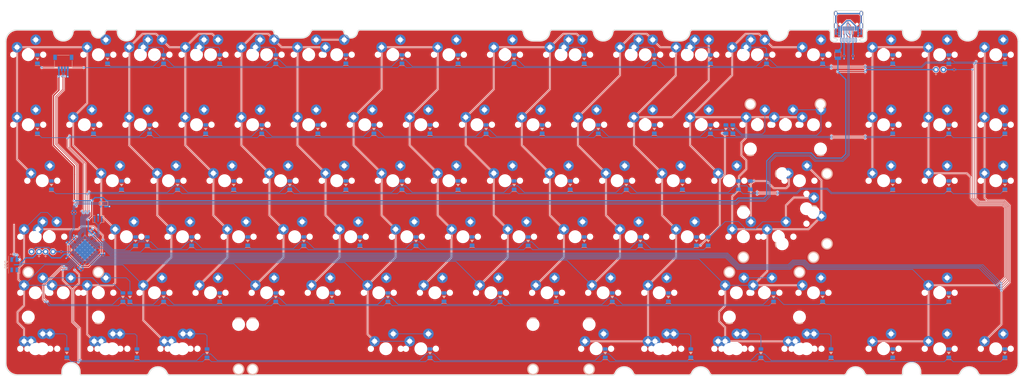
<source format=kicad_pcb>
(kicad_pcb (version 20171130) (host pcbnew "(5.1.11)-1")
  (layers (0 F.Cu signal) (31 B.Cu signal) (34 B.Paste user) (35 F.Paste user) (36 B.SilkS user) (37 F.SilkS user) (38 B.Mask user) (39 F.Mask user hide) (44 Edge.Cuts user))
  (net 0 "")
  (net 1 "Net-(U1-Pad17)")
  (net 2 "Net-(U1-Pad16)")
  (net 3 GND)
  (net 4 D+)
  (net 5 D-)
  (net 6 "Net-(R3-Pad2)")
  (net 7 "Net-(C5-Pad2)")
  (net 8 +5V)
  (net 9 "Net-(D1-Pad2)")
  (net 10 "Net-(D2-Pad2)")
  (net 11 "Net-(D3-Pad2)")
  (net 12 "Net-(D4-Pad2)")
  (net 13 "Net-(D5-Pad2)")
  (net 14 "Net-(D6-Pad2)")
  (net 15 "Net-(D7-Pad2)")
  (net 16 "Net-(D8-Pad2)")
  (net 17 "Net-(D9-Pad2)")
  (net 18 "Net-(D10-Pad2)")
  (net 19 "Net-(D11-Pad2)")
  (net 20 "Net-(D12-Pad2)")
  (net 21 "Net-(D13-Pad2)")
  (net 22 "Net-(D14-Pad2)")
  (net 23 "Net-(D15-Pad2)")
  (net 24 "Net-(D16-Pad2)")
  (net 25 "Net-(D17-Pad2)")
  (net 26 "Net-(D18-Pad2)")
  (net 27 "Net-(D19-Pad2)")
  (net 28 "Net-(D20-Pad2)")
  (net 29 "Net-(D21-Pad2)")
  (net 30 "Net-(D22-Pad2)")
  (net 31 "Net-(D23-Pad2)")
  (net 32 "Net-(D24-Pad2)")
  (net 33 "Net-(D25-Pad2)")
  (net 34 "Net-(D26-Pad2)")
  (net 35 "Net-(D27-Pad2)")
  (net 36 "Net-(D28-Pad2)")
  (net 37 "Net-(D29-Pad2)")
  (net 38 "Net-(D30-Pad2)")
  (net 39 "Net-(D31-Pad2)")
  (net 40 "Net-(D32-Pad2)")
  (net 41 "Net-(D33-Pad2)")
  (net 42 "Net-(D34-Pad2)")
  (net 43 "Net-(D35-Pad2)")
  (net 44 "Net-(D36-Pad2)")
  (net 45 "Net-(D37-Pad2)")
  (net 46 "Net-(D38-Pad2)")
  (net 47 "Net-(D39-Pad2)")
  (net 48 "Net-(D40-Pad2)")
  (net 49 "Net-(D41-Pad2)")
  (net 50 "Net-(D42-Pad2)")
  (net 51 "Net-(D43-Pad2)")
  (net 52 "Net-(D44-Pad2)")
  (net 53 "Net-(D45-Pad2)")
  (net 54 "Net-(D46-Pad2)")
  (net 55 "Net-(D47-Pad2)")
  (net 56 "Net-(D48-Pad2)")
  (net 57 "Net-(D49-Pad2)")
  (net 58 "Net-(D50-Pad2)")
  (net 59 "Net-(D51-Pad2)")
  (net 60 "Net-(D52-Pad2)")
  (net 61 "Net-(D53-Pad2)")
  (net 62 "Net-(D54-Pad2)")
  (net 63 "Net-(D55-Pad2)")
  (net 64 "Net-(D56-Pad2)")
  (net 65 "Net-(D57-Pad2)")
  (net 66 "Net-(D58-Pad2)")
  (net 67 "Net-(D59-Pad2)")
  (net 68 "Net-(D60-Pad2)")
  (net 69 "Net-(D61-Pad2)")
  (net 70 "Net-(D62-Pad2)")
  (net 71 "Net-(D63-Pad2)")
  (net 72 "Net-(D64-Pad2)")
  (net 73 "Net-(D65-Pad2)")
  (net 74 "Net-(D66-Pad2)")
  (net 75 "Net-(D67-Pad2)")
  (net 76 "Net-(D68-Pad2)")
  (net 77 "Net-(D69-Pad2)")
  (net 78 "Net-(D70-Pad2)")
  (net 79 "Net-(D71-Pad2)")
  (net 80 "Net-(D72-Pad2)")
  (net 81 "Net-(D73-Pad2)")
  (net 82 "Net-(D74-Pad2)")
  (net 83 "Net-(D75-Pad2)")
  (net 84 "Net-(D76-Pad2)")
  (net 85 "Net-(D77-Pad2)")
  (net 86 "Net-(D78-Pad2)")
  (net 87 "Net-(D79-Pad2)")
  (net 88 "Net-(D80-Pad2)")
  (net 89 "Net-(D81-Pad2)")
  (net 90 "Net-(D82-Pad2)")
  (net 91 "Net-(D83-Pad2)")
  (net 92 "Net-(D84-Pad2)")
  (net 93 "Net-(D85-Pad2)")
  (net 94 "Net-(D86-Pad2)")
  (net 95 "Net-(D87-Pad2)")
  (net 96 "Net-(D88-Pad2)")
  (net 97 "Net-(D89-Pad2)")
  (net 98 "Net-(D91-Pad2)")
  (net 99 "Net-(D92-Pad2)")
  (net 100 "Net-(R4-Pad2)")
  (net 101 C0)
  (net 102 C1)
  (net 103 C2)
  (net 104 C3)
  (net 105 C4)
  (net 106 C5)
  (net 107 C6)
  (net 108 C7)
  (net 109 C8)
  (net 110 C-)
  (net 111 C+)
  (net 112 "Net-(U1-Pad8)")
  (net 113 "Net-(U1-Pad41)")
  (net 114 "Net-(U1-Pad42)")
  (net 115 R3)
  (net 116 R0)
  (net 117 R1)
  (net 118 R5)
  (net 119 R4)
  (net 120 R2)
  (net 121 "Net-(USB1-Pad3)")
  (net 122 "Net-(USB1-Pad9)")
  (net 123 R6)
  (net 124 R8)
  (net 125 R10)
  (net 126 R7)
  (net 127 R9)
  (net 128 R11)
  (net 129 CC2)
  (net 130 CC1)
  (net 131 Shiled)
  (net 132 Fuse)
  (net 133 "Net-(USB2-Pad3)")
  (net 134 "Net-(USB2-Pad9)")
  (net 135 Scroll)
  (net 136 Caps)
  (net 137 "Net-(D90-Pad1)")
  (net 138 "Net-(D93-Pad1)")
  (net 139 "Net-(D95-Pad1)")
  (net 140 "Net-(D95-Pad2)")
  (net 141 "Net-(D95-Pad4)")
  (net 142 "Net-(D95-Pad3)")
  (module MX_Solder_SawnsProjects_AntiShear:MXOnly-1U-NoLED (layer F.Cu) (at 364.581087 33.237112)
    (fp_text reference MX17)
    (fp_text value 1U)
    (pad 1 thru_hole circle (at -3.81 -1.49 180) (size 0.4 0.4) (drill 0.3) (layers *.Cu B.Mask) (net 109 C8))
    (pad 2 thru_hole circle (at 2.54 -6.13) (size 0.4 0.4) (drill 0.3) (layers *.Cu B.Mask) (net 44 "Net-(D36-Pad2)"))
    (pad 1 smd circle (at -3.81 -2.54) (size 3.6 3.6) (layers B.Cu) (net 109 C8))
    (pad 1 thru_hole circle (at -3.81 -2.54) (size 2.5 2.5) (drill 1.7) (layers *.Cu) (net 109 C8))
    (pad "" np_thru_hole circle (at -5.08 0 48.0996) (size 1.75 1.75) (drill 1.75) (layers *.Cu *.Mask))
    (pad 2 thru_hole circle (at 1.49 -5.08 90) (size 0.4 0.4) (drill 0.3) (layers *.Cu B.Mask) (net 44 "Net-(D36-Pad2)"))
    (pad 2 thru_hole circle (at 2.54 -4.03 180) (size 0.4 0.4) (drill 0.3) (layers *.Cu B.Mask) (net 44 "Net-(D36-Pad2)"))
    (pad 2 smd circle (at 2.54 -5.08) (size 3.6 3.6) (layers B.Cu) (net 44 "Net-(D36-Pad2)"))
    (pad 2 thru_hole circle (at 2.54 -5.08) (size 2.5 2.5) (drill 1.7) (layers *.Cu) (net 44 "Net-(D36-Pad2)"))
    (pad 1 thru_hole circle (at -4.86 -2.54 90) (size 0.4 0.4) (drill 0.3) (layers *.Cu B.Mask) (net 109 C8))
    (pad "" np_thru_hole circle (at 5.08 0 48.0996) (size 1.75 1.75) (drill 1.75) (layers *.Cu *.Mask))
    (pad 1 thru_hole circle (at -2.76 -2.54 270) (size 0.4 0.4) (drill 0.3) (layers *.Cu B.Mask) (net 109 C8))
    (pad 1 thru_hole circle (at -3.81 -3.59) (size 0.4 0.4) (drill 0.3) (layers *.Cu B.Mask) (net 109 C8))
    (pad "" np_thru_hole circle (at 0 0) (size 3.9878 3.9878) (drill 3.9878) (layers *.Cu *.Mask))
    (pad 2 thru_hole circle (at 3.59 -5.08 270) (size 0.4 0.4) (drill 0.3) (layers *.Cu B.Mask) (net 44 "Net-(D36-Pad2)"))
  )
  (module LED_SMD:LED_SK6812MINI_PLCC4_3.5x3.5mm_P1.75mm (layer B.Cu) (at 31.206067 104.674912 270)
    (fp_text reference D95 (at 0 2.75 90) (layer B.SilkS) (effects (justify mirror)))
    (fp_text value SK6812MINI)
    (fp_text user 1 (at -3.5 0.875 90) (layer B.SilkS) (effects (justify mirror)))
    (pad 3 smd rect (at 1.75 -0.875 270) (size 1.6 0.85) (layers B.Cu B.Paste B.Mask) (net 142 "Net-(D95-Pad3)"))
    (pad 4 smd rect (at 1.75 0.875 270) (size 1.6 0.85) (layers B.Cu B.Paste B.Mask) (net 141 "Net-(D95-Pad4)"))
    (pad 2 smd rect (at -1.75 -0.875 270) (size 1.6 0.85) (layers B.Cu B.Paste B.Mask) (net 140 "Net-(D95-Pad2)"))
    (pad 1 smd rect (at -1.75 0.875 270) (size 1.6 0.85) (layers B.Cu B.Paste B.Mask) (net 139 "Net-(D95-Pad1)"))
  )
  (module MX_Solder_SawnsProjects_AntiShear:MXOnly-1U-NoLED (layer F.Cu) (at 35.968587 33.237112)
    (fp_text reference MX1)
    (fp_text value 1U)
    (pad 1 thru_hole circle (at -3.81 -1.49 180) (size 0.4 0.4) (drill 0.3) (layers *.Cu B.Mask) (net 101 C0))
    (pad 2 thru_hole circle (at 2.54 -6.13) (size 0.4 0.4) (drill 0.3) (layers *.Cu B.Mask) (net 9 "Net-(D1-Pad2)"))
    (pad 1 smd circle (at -3.81 -2.54) (size 3.6 3.6) (layers B.Cu) (net 101 C0))
    (pad 1 thru_hole circle (at -3.81 -2.54) (size 2.5 2.5) (drill 1.7) (layers *.Cu) (net 101 C0))
    (pad "" np_thru_hole circle (at -5.08 0 48.0996) (size 1.75 1.75) (drill 1.75) (layers *.Cu *.Mask))
    (pad 2 thru_hole circle (at 1.49 -5.08 90) (size 0.4 0.4) (drill 0.3) (layers *.Cu B.Mask) (net 9 "Net-(D1-Pad2)"))
    (pad 2 thru_hole circle (at 2.54 -4.03 180) (size 0.4 0.4) (drill 0.3) (layers *.Cu B.Mask) (net 9 "Net-(D1-Pad2)"))
    (pad 2 smd circle (at 2.54 -5.08) (size 3.6 3.6) (layers B.Cu) (net 9 "Net-(D1-Pad2)"))
    (pad 2 thru_hole circle (at 2.54 -5.08) (size 2.5 2.5) (drill 1.7) (layers *.Cu) (net 9 "Net-(D1-Pad2)"))
    (pad 1 thru_hole circle (at -4.86 -2.54 90) (size 0.4 0.4) (drill 0.3) (layers *.Cu B.Mask) (net 101 C0))
    (pad "" np_thru_hole circle (at 5.08 0 48.0996) (size 1.75 1.75) (drill 1.75) (layers *.Cu *.Mask))
    (pad 1 thru_hole circle (at -2.76 -2.54 270) (size 0.4 0.4) (drill 0.3) (layers *.Cu B.Mask) (net 101 C0))
    (pad 1 thru_hole circle (at -3.81 -3.59) (size 0.4 0.4) (drill 0.3) (layers *.Cu B.Mask) (net 101 C0))
    (pad "" np_thru_hole circle (at 0 0) (size 3.9878 3.9878) (drill 3.9878) (layers *.Cu *.Mask))
    (pad 2 thru_hole circle (at 3.59 -5.08 270) (size 0.4 0.4) (drill 0.3) (layers *.Cu B.Mask) (net 9 "Net-(D1-Pad2)"))
  )
  (module MX_Solder_SawnsProjects_AntiShear:MXOnly-1U-NoLED (layer F.Cu) (at 59.781087 33.237112)
    (fp_text reference MX2)
    (fp_text value 1U)
    (pad 1 thru_hole circle (at -3.81 -1.49 180) (size 0.4 0.4) (drill 0.3) (layers *.Cu B.Mask) (net 101 C0))
    (pad 2 thru_hole circle (at 2.54 -6.13) (size 0.4 0.4) (drill 0.3) (layers *.Cu B.Mask) (net 15 "Net-(D7-Pad2)"))
    (pad 1 smd circle (at -3.81 -2.54) (size 3.6 3.6) (layers B.Cu) (net 101 C0))
    (pad 1 thru_hole circle (at -3.81 -2.54) (size 2.5 2.5) (drill 1.7) (layers *.Cu) (net 101 C0))
    (pad "" np_thru_hole circle (at -5.08 0 48.0996) (size 1.75 1.75) (drill 1.75) (layers *.Cu *.Mask))
    (pad 2 thru_hole circle (at 1.49 -5.08 90) (size 0.4 0.4) (drill 0.3) (layers *.Cu B.Mask) (net 15 "Net-(D7-Pad2)"))
    (pad 2 thru_hole circle (at 2.54 -4.03 180) (size 0.4 0.4) (drill 0.3) (layers *.Cu B.Mask) (net 15 "Net-(D7-Pad2)"))
    (pad 2 smd circle (at 2.54 -5.08) (size 3.6 3.6) (layers B.Cu) (net 15 "Net-(D7-Pad2)"))
    (pad 2 thru_hole circle (at 2.54 -5.08) (size 2.5 2.5) (drill 1.7) (layers *.Cu) (net 15 "Net-(D7-Pad2)"))
    (pad 1 thru_hole circle (at -4.86 -2.54 90) (size 0.4 0.4) (drill 0.3) (layers *.Cu B.Mask) (net 101 C0))
    (pad "" np_thru_hole circle (at 5.08 0 48.0996) (size 1.75 1.75) (drill 1.75) (layers *.Cu *.Mask))
    (pad 1 thru_hole circle (at -2.76 -2.54 270) (size 0.4 0.4) (drill 0.3) (layers *.Cu B.Mask) (net 101 C0))
    (pad 1 thru_hole circle (at -3.81 -3.59) (size 0.4 0.4) (drill 0.3) (layers *.Cu B.Mask) (net 101 C0))
    (pad "" np_thru_hole circle (at 0 0) (size 3.9878 3.9878) (drill 3.9878) (layers *.Cu *.Mask))
    (pad 2 thru_hole circle (at 3.59 -5.08 270) (size 0.4 0.4) (drill 0.3) (layers *.Cu B.Mask) (net 15 "Net-(D7-Pad2)"))
  )
  (module sanproject-keyboard-part:JST-SR-4 (layer B.Cu) (at 47.874837 33.237112)
    (fp_text reference J2)
    (fp_text value Conn_01x04_Female)
    (pad 3 smd rect (at 0.5 4.775) (size 0.6 1.55) (layers B.Cu B.Paste B.Mask) (net 111 C+))
    (pad 4 smd rect (at 1.5 4.775) (size 0.6 1.55) (layers B.Cu B.Paste B.Mask) (net 3 GND))
    (pad 2 smd rect (at -0.5 4.775) (size 0.6 1.55) (layers B.Cu B.Paste B.Mask) (net 110 C-))
    (pad 1 smd rect (at -1.5 4.775) (size 0.6 1.55) (layers B.Cu B.Paste B.Mask) (net 8 +5V))
    (pad "" smd rect (at -2.8 0.9) (size 1.2 1.8) (layers B.Cu B.Paste B.Mask))
    (pad "" smd rect (at 2.8 0.9) (size 1.2 1.8) (layers B.Cu B.Paste B.Mask))
  )
  (module MX_Solder_SawnsProjects_AntiShear:MXOnly-2.25U-NoLED (layer F.Cu) (at 47.874837 114.199612)
    (fp_text reference MX102)
    (fp_text value 2.25U)
    (pad 1 thru_hole circle (at -3.81 -1.49 180) (size 0.4 0.4) (drill 0.3) (layers *.Cu B.Mask) (net 101 C0))
    (pad 2 thru_hole circle (at 2.54 -6.13) (size 0.4 0.4) (drill 0.3) (layers *.Cu B.Mask) (net 13 "Net-(D5-Pad2)"))
    (pad 1 smd circle (at -3.81 -2.54) (size 3.6 3.6) (layers B.Cu) (net 101 C0))
    (pad 1 thru_hole circle (at -3.81 -2.54) (size 2.5 2.5) (drill 1.7) (layers *.Cu) (net 101 C0))
    (pad "" np_thru_hole circle (at -5.08 0 48.0996) (size 1.75 1.75) (drill 1.75) (layers *.Cu *.Mask))
    (pad 2 thru_hole circle (at 1.49 -5.08 90) (size 0.4 0.4) (drill 0.3) (layers *.Cu B.Mask) (net 13 "Net-(D5-Pad2)"))
    (pad 2 thru_hole circle (at 2.54 -4.03 180) (size 0.4 0.4) (drill 0.3) (layers *.Cu B.Mask) (net 13 "Net-(D5-Pad2)"))
    (pad 2 smd circle (at 2.54 -5.08) (size 3.6 3.6) (layers B.Cu) (net 13 "Net-(D5-Pad2)"))
    (pad 2 thru_hole circle (at 2.54 -5.08) (size 2.5 2.5) (drill 1.7) (layers *.Cu) (net 13 "Net-(D5-Pad2)"))
    (pad 1 thru_hole circle (at -4.86 -2.54 90) (size 0.4 0.4) (drill 0.3) (layers *.Cu B.Mask) (net 101 C0))
    (pad "" np_thru_hole circle (at 5.08 0 48.0996) (size 1.75 1.75) (drill 1.75) (layers *.Cu *.Mask))
    (pad 1 thru_hole circle (at -2.76 -2.54 270) (size 0.4 0.4) (drill 0.3) (layers *.Cu B.Mask) (net 101 C0))
    (pad 1 thru_hole circle (at -3.81 -3.59) (size 0.4 0.4) (drill 0.3) (layers *.Cu B.Mask) (net 101 C0))
    (pad "" np_thru_hole circle (at 0 0) (size 3.9878 3.9878) (drill 3.9878) (layers *.Cu *.Mask))
    (pad 2 thru_hole circle (at 3.59 -5.08 270) (size 0.4 0.4) (drill 0.3) (layers *.Cu B.Mask) (net 13 "Net-(D5-Pad2)"))
    (pad "" np_thru_hole circle (at -11.90625 -6.985) (size 3.048 3.048) (drill 3.048) (layers *.Cu *.Mask))
    (pad "" np_thru_hole circle (at 11.90625 -6.985) (size 3.048 3.048) (drill 3.048) (layers *.Cu *.Mask))
    (pad "" np_thru_hole circle (at -11.90625 8.255) (size 3.9878 3.9878) (drill 3.9878) (layers *.Cu *.Mask))
    (pad "" np_thru_hole circle (at 11.90625 8.255) (size 3.9878 3.9878) (drill 3.9878) (layers *.Cu *.Mask))
  )
  (module MX_Solder_SawnsProjects_AntiShear:MXOnly-1U-NoLED (layer F.Cu) (at 64.543587 76.099612)
    (fp_text reference MX36)
    (fp_text value 1U)
    (pad 1 thru_hole circle (at -3.81 -1.49 180) (size 0.4 0.4) (drill 0.3) (layers *.Cu B.Mask) (net 101 C0))
    (pad 2 thru_hole circle (at 2.54 -6.13) (size 0.4 0.4) (drill 0.3) (layers *.Cu B.Mask) (net 17 "Net-(D9-Pad2)"))
    (pad 1 smd circle (at -3.81 -2.54) (size 3.6 3.6) (layers B.Cu) (net 101 C0))
    (pad 1 thru_hole circle (at -3.81 -2.54) (size 2.5 2.5) (drill 1.7) (layers *.Cu) (net 101 C0))
    (pad "" np_thru_hole circle (at -5.08 0 48.0996) (size 1.75 1.75) (drill 1.75) (layers *.Cu *.Mask))
    (pad 2 thru_hole circle (at 1.49 -5.08 90) (size 0.4 0.4) (drill 0.3) (layers *.Cu B.Mask) (net 17 "Net-(D9-Pad2)"))
    (pad 2 thru_hole circle (at 2.54 -4.03 180) (size 0.4 0.4) (drill 0.3) (layers *.Cu B.Mask) (net 17 "Net-(D9-Pad2)"))
    (pad 2 smd circle (at 2.54 -5.08) (size 3.6 3.6) (layers B.Cu) (net 17 "Net-(D9-Pad2)"))
    (pad 2 thru_hole circle (at 2.54 -5.08) (size 2.5 2.5) (drill 1.7) (layers *.Cu) (net 17 "Net-(D9-Pad2)"))
    (pad 1 thru_hole circle (at -4.86 -2.54 90) (size 0.4 0.4) (drill 0.3) (layers *.Cu B.Mask) (net 101 C0))
    (pad "" np_thru_hole circle (at 5.08 0 48.0996) (size 1.75 1.75) (drill 1.75) (layers *.Cu *.Mask))
    (pad 1 thru_hole circle (at -2.76 -2.54 270) (size 0.4 0.4) (drill 0.3) (layers *.Cu B.Mask) (net 101 C0))
    (pad 1 thru_hole circle (at -3.81 -3.59) (size 0.4 0.4) (drill 0.3) (layers *.Cu B.Mask) (net 101 C0))
    (pad "" np_thru_hole circle (at 0 0) (size 3.9878 3.9878) (drill 3.9878) (layers *.Cu *.Mask))
    (pad 2 thru_hole circle (at 3.59 -5.08 270) (size 0.4 0.4) (drill 0.3) (layers *.Cu B.Mask) (net 17 "Net-(D9-Pad2)"))
  )
  (module sanproject-keyboard-part:DIODE_1206_SawnsProjects (layer B.Cu) (at 348.630087 34.737112 90)
    (fp_text reference D88)
    (fp_text value 1N4148W)
    (pad 2 smd roundrect (at 1.4 0 90) (size 1.2 1.6) (layers B.Cu B.Paste B.Mask) (roundrect_rratio 0.2) (net 96 "Net-(D88-Pad2)"))
    (pad 1 smd roundrect (at -1.4 0 90) (size 1.2 1.6) (layers B.Cu B.Paste B.Mask) (roundrect_rratio 0.2) (net 116 R0))
  )
  (module sanproject-keyboard-part:DIODE_1206_SawnsProjects (layer B.Cu) (at 329.580087 34.737112 90)
    (fp_text reference D85)
    (fp_text value 1N4148W)
    (pad 2 smd roundrect (at 1.4 0 90) (size 1.2 1.6) (layers B.Cu B.Paste B.Mask) (roundrect_rratio 0.2) (net 93 "Net-(D85-Pad2)"))
    (pad 1 smd roundrect (at -1.4 0 90) (size 1.2 1.6) (layers B.Cu B.Paste B.Mask) (roundrect_rratio 0.2) (net 117 R1))
  )
  (module MX_Solder_SawnsProjects_AntiShear:MXOnly-1U-NoLED (layer F.Cu) (at 78.831087 33.237112)
    (fp_text reference MX3)
    (fp_text value 1U)
    (pad 1 thru_hole circle (at -3.81 -1.49 180) (size 0.4 0.4) (drill 0.3) (layers *.Cu B.Mask) (net 21 "Net-(D13-Pad2)"))
    (pad 2 thru_hole circle (at 2.54 -6.13) (size 0.4 0.4) (drill 0.3) (layers *.Cu B.Mask) (net 102 C1))
    (pad 1 smd circle (at -3.81 -2.54) (size 3.6 3.6) (layers B.Cu) (net 21 "Net-(D13-Pad2)"))
    (pad 1 thru_hole circle (at -3.81 -2.54) (size 2.5 2.5) (drill 1.7) (layers *.Cu) (net 21 "Net-(D13-Pad2)"))
    (pad "" np_thru_hole circle (at -5.08 0 48.0996) (size 1.75 1.75) (drill 1.75) (layers *.Cu *.Mask))
    (pad 2 thru_hole circle (at 1.49 -5.08 90) (size 0.4 0.4) (drill 0.3) (layers *.Cu B.Mask) (net 102 C1))
    (pad 2 thru_hole circle (at 2.54 -4.03 180) (size 0.4 0.4) (drill 0.3) (layers *.Cu B.Mask) (net 102 C1))
    (pad 2 smd circle (at 2.54 -5.08) (size 3.6 3.6) (layers B.Cu) (net 102 C1))
    (pad 2 thru_hole circle (at 2.54 -5.08) (size 2.5 2.5) (drill 1.7) (layers *.Cu) (net 102 C1))
    (pad 1 thru_hole circle (at -4.86 -2.54 90) (size 0.4 0.4) (drill 0.3) (layers *.Cu B.Mask) (net 21 "Net-(D13-Pad2)"))
    (pad "" np_thru_hole circle (at 5.08 0 48.0996) (size 1.75 1.75) (drill 1.75) (layers *.Cu *.Mask))
    (pad 1 thru_hole circle (at -2.76 -2.54 270) (size 0.4 0.4) (drill 0.3) (layers *.Cu B.Mask) (net 21 "Net-(D13-Pad2)"))
    (pad 1 thru_hole circle (at -3.81 -3.59) (size 0.4 0.4) (drill 0.3) (layers *.Cu B.Mask) (net 21 "Net-(D13-Pad2)"))
    (pad "" np_thru_hole circle (at 0 0) (size 3.9878 3.9878) (drill 3.9878) (layers *.Cu *.Mask))
    (pad 2 thru_hole circle (at 3.59 -5.08 270) (size 0.4 0.4) (drill 0.3) (layers *.Cu B.Mask) (net 102 C1))
  )
  (module sanproject-keyboard-part:DIODE_1206_SawnsProjects (layer B.Cu) (at 367.680087 34.737112 90)
    (fp_text reference D36)
    (fp_text value 1N4148W)
    (pad 2 smd roundrect (at 1.4 0 90) (size 1.2 1.6) (layers B.Cu B.Paste B.Mask) (roundrect_rratio 0.2) (net 44 "Net-(D36-Pad2)"))
    (pad 1 smd roundrect (at -1.4 0 90) (size 1.2 1.6) (layers B.Cu B.Paste B.Mask) (roundrect_rratio 0.2) (net 116 R0))
  )
  (module MX_Solder_SawnsProjects_AntiShear:MXOnly-1U-NoLED (layer F.Cu) (at 302.668587 33.237112)
    (fp_text reference MX14)
    (fp_text value 1U)
    (pad 1 thru_hole circle (at -3.81 -1.49 180) (size 0.4 0.4) (drill 0.3) (layers *.Cu B.Mask) (net 107 C6))
    (pad 2 thru_hole circle (at 2.54 -6.13) (size 0.4 0.4) (drill 0.3) (layers *.Cu B.Mask) (net 87 "Net-(D79-Pad2)"))
    (pad 1 smd circle (at -3.81 -2.54) (size 3.6 3.6) (layers B.Cu) (net 107 C6))
    (pad 1 thru_hole circle (at -3.81 -2.54) (size 2.5 2.5) (drill 1.7) (layers *.Cu) (net 107 C6))
    (pad "" np_thru_hole circle (at -5.08 0 48.0996) (size 1.75 1.75) (drill 1.75) (layers *.Cu *.Mask))
    (pad 2 thru_hole circle (at 1.49 -5.08 90) (size 0.4 0.4) (drill 0.3) (layers *.Cu B.Mask) (net 87 "Net-(D79-Pad2)"))
    (pad 2 thru_hole circle (at 2.54 -4.03 180) (size 0.4 0.4) (drill 0.3) (layers *.Cu B.Mask) (net 87 "Net-(D79-Pad2)"))
    (pad 2 smd circle (at 2.54 -5.08) (size 3.6 3.6) (layers B.Cu) (net 87 "Net-(D79-Pad2)"))
    (pad 2 thru_hole circle (at 2.54 -5.08) (size 2.5 2.5) (drill 1.7) (layers *.Cu) (net 87 "Net-(D79-Pad2)"))
    (pad 1 thru_hole circle (at -4.86 -2.54 90) (size 0.4 0.4) (drill 0.3) (layers *.Cu B.Mask) (net 107 C6))
    (pad "" np_thru_hole circle (at 5.08 0 48.0996) (size 1.75 1.75) (drill 1.75) (layers *.Cu *.Mask))
    (pad 1 thru_hole circle (at -2.76 -2.54 270) (size 0.4 0.4) (drill 0.3) (layers *.Cu B.Mask) (net 107 C6))
    (pad 1 thru_hole circle (at -3.81 -3.59) (size 0.4 0.4) (drill 0.3) (layers *.Cu B.Mask) (net 107 C6))
    (pad "" np_thru_hole circle (at 0 0) (size 3.9878 3.9878) (drill 3.9878) (layers *.Cu *.Mask))
    (pad 2 thru_hole circle (at 3.59 -5.08 270) (size 0.4 0.4) (drill 0.3) (layers *.Cu B.Mask) (net 87 "Net-(D79-Pad2)"))
  )
  (module sanproject-keyboard-part:R_0402 (layer B.Cu) (at 316.074837 33.637112 270)
    (fp_text reference R2)
    (fp_text value 5.1k)
    (pad 2 smd rect (at 0.48 0 270) (size 0.56 0.62) (layers B.Cu B.Paste B.Mask) (net 3 GND))
    (pad 1 smd rect (at -0.48 0 270) (size 0.56 0.62) (layers B.Cu B.Paste B.Mask) (net 129 CC2))
  )
  (module MX_Solder_SawnsProjects_AntiShear:MXOnly-1U-NoLED (layer F.Cu) (at 326.481087 33.237112)
    (fp_text reference MX15)
    (fp_text value 1U)
    (pad 1 thru_hole circle (at -3.81 -1.49 180) (size 0.4 0.4) (drill 0.3) (layers *.Cu B.Mask) (net 108 C7))
    (pad 2 thru_hole circle (at 2.54 -6.13) (size 0.4 0.4) (drill 0.3) (layers *.Cu B.Mask) (net 93 "Net-(D85-Pad2)"))
    (pad 1 smd circle (at -3.81 -2.54) (size 3.6 3.6) (layers B.Cu) (net 108 C7))
    (pad 1 thru_hole circle (at -3.81 -2.54) (size 2.5 2.5) (drill 1.7) (layers *.Cu) (net 108 C7))
    (pad "" np_thru_hole circle (at -5.08 0 48.0996) (size 1.75 1.75) (drill 1.75) (layers *.Cu *.Mask))
    (pad 2 thru_hole circle (at 1.49 -5.08 90) (size 0.4 0.4) (drill 0.3) (layers *.Cu B.Mask) (net 93 "Net-(D85-Pad2)"))
    (pad 2 thru_hole circle (at 2.54 -4.03 180) (size 0.4 0.4) (drill 0.3) (layers *.Cu B.Mask) (net 93 "Net-(D85-Pad2)"))
    (pad 2 smd circle (at 2.54 -5.08) (size 3.6 3.6) (layers B.Cu) (net 93 "Net-(D85-Pad2)"))
    (pad 2 thru_hole circle (at 2.54 -5.08) (size 2.5 2.5) (drill 1.7) (layers *.Cu) (net 93 "Net-(D85-Pad2)"))
    (pad 1 thru_hole circle (at -4.86 -2.54 90) (size 0.4 0.4) (drill 0.3) (layers *.Cu B.Mask) (net 108 C7))
    (pad "" np_thru_hole circle (at 5.08 0 48.0996) (size 1.75 1.75) (drill 1.75) (layers *.Cu *.Mask))
    (pad 1 thru_hole circle (at -2.76 -2.54 270) (size 0.4 0.4) (drill 0.3) (layers *.Cu B.Mask) (net 108 C7))
    (pad 1 thru_hole circle (at -3.81 -3.59) (size 0.4 0.4) (drill 0.3) (layers *.Cu B.Mask) (net 108 C7))
    (pad "" np_thru_hole circle (at 0 0) (size 3.9878 3.9878) (drill 3.9878) (layers *.Cu *.Mask))
    (pad 2 thru_hole circle (at 3.59 -5.08 270) (size 0.4 0.4) (drill 0.3) (layers *.Cu B.Mask) (net 93 "Net-(D85-Pad2)"))
  )
  (module sanproject-keyboard-part:Fuse_SMD1206_Reflow (layer B.Cu) (at 310.949837 33.249612 270)
    (fp_text reference F1)
    (fp_text value 500mA)
    (pad 2 smd rect (at 1.2 0 180) (size 2.03 1.14) (layers B.Cu B.Paste B.Mask) (net 8 +5V))
    (pad 1 smd rect (at -1.2 0 180) (size 2.03 1.14) (layers B.Cu B.Paste B.Mask) (net 132 Fuse))
  )
  (module sanproject-keyboard-part:DIODE_1206_SawnsProjects (layer B.Cu) (at 267.667587 34.737112 90)
    (fp_text reference D67)
    (fp_text value 1N4148W)
    (pad 2 smd roundrect (at 1.4 0 90) (size 1.2 1.6) (layers B.Cu B.Paste B.Mask) (roundrect_rratio 0.2) (net 75 "Net-(D67-Pad2)"))
    (pad 1 smd roundrect (at -1.4 0 90) (size 1.2 1.6) (layers B.Cu B.Paste B.Mask) (roundrect_rratio 0.2) (net 117 R1))
  )
  (module sanproject-keyboard-part:HRO-TYPE-C-31-M-12-Assembly (layer F.Cu) (at 314.574837 16.637112 180)
    (fp_text reference USB2)
    (fp_text value HRO-TYPE-C-31-M-12-Type-C)
    (pad 13 thru_hole oval (at 4.32 -2.6 180) (size 1 1.6) (drill oval 0.6 1.2) (layers *.Cu *.Mask F.Paste) (net 131 Shiled))
    (pad 13 thru_hole oval (at -4.32 -2.6 180) (size 1 1.6) (drill oval 0.6 1.2) (layers *.Cu *.Mask F.Paste) (net 131 Shiled))
    (pad 13 thru_hole oval (at 4.32 -6.78 180) (size 1 2.1) (drill oval 0.6 1.7) (layers *.Cu *.Mask F.Paste) (net 131 Shiled))
    (pad 13 thru_hole oval (at -4.32 -6.78 180) (size 1 2.1) (drill oval 0.6 1.7) (layers *.Cu *.Mask F.Paste) (net 131 Shiled))
    (pad "" np_thru_hole circle (at -2.89 -6.25 180) (size 0.65 0.65) (drill 0.65) (layers *.Cu *.Mask))
    (pad "" np_thru_hole circle (at 2.89 -6.25 180) (size 0.65 0.65) (drill 0.65) (layers *.Cu *.Mask))
    (pad 6 smd rect (at -0.25 -7.695 180) (size 0.3 1.45) (layers F.Cu F.Paste F.Mask) (net 111 C+))
    (pad 7 smd rect (at 0.25 -7.695 180) (size 0.3 1.45) (layers F.Cu F.Paste F.Mask) (net 110 C-))
    (pad 8 smd rect (at 0.75 -7.695 180) (size 0.3 1.45) (layers F.Cu F.Paste F.Mask) (net 111 C+))
    (pad 5 smd rect (at -0.75 -7.695 180) (size 0.3 1.45) (layers F.Cu F.Paste F.Mask) (net 110 C-))
    (pad 9 smd rect (at 1.25 -7.695 180) (size 0.3 1.45) (layers F.Cu F.Paste F.Mask) (net 134 "Net-(USB2-Pad9)"))
    (pad 4 smd rect (at -1.25 -7.695 180) (size 0.3 1.45) (layers F.Cu F.Paste F.Mask) (net 129 CC2))
    (pad 10 smd rect (at 1.75 -7.695 180) (size 0.3 1.45) (layers F.Cu F.Paste F.Mask) (net 130 CC1))
    (pad 3 smd rect (at -1.75 -7.695 180) (size 0.3 1.45) (layers F.Cu F.Paste F.Mask) (net 133 "Net-(USB2-Pad3)"))
    (pad 2 smd rect (at -2.45 -7.695 180) (size 0.6 1.45) (layers F.Cu F.Paste F.Mask) (net 132 Fuse))
    (pad 11 smd rect (at 2.45 -7.695 180) (size 0.6 1.45) (layers F.Cu F.Paste F.Mask) (net 132 Fuse))
    (pad 1 smd rect (at -3.225 -7.695 180) (size 0.6 1.45) (layers F.Cu F.Paste F.Mask) (net 3 GND))
    (pad 12 smd rect (at 3.225 -7.695 180) (size 0.6 1.45) (layers F.Cu F.Paste F.Mask) (net 3 GND))
  )
  (module sanproject-keyboard-part:BreakoutUSB (layer F.Cu) (at 314.574837 28.237112)
    (fp_text reference J1)
    (fp_text value Conn_01x06_Female)
    (pad 1 thru_hole oval (at -2.5 0 180) (size 0.7 1.8) (drill 0.5) (layers *.Cu *.Mask) (net 132 Fuse))
    (pad 1 thru_hole circle (at -2.5 0.6 180) (size 0.5 0.5) (drill 0.4) (layers *.Cu *.Mask) (net 132 Fuse))
    (pad 1 thru_hole circle (at -2.5 -0.6) (size 0.5 0.5) (drill 0.4) (layers *.Cu *.Mask) (net 132 Fuse))
    (pad 2 thru_hole circle (at -1.5 0.6 180) (size 0.5 0.5) (drill 0.4) (layers *.Cu *.Mask) (net 130 CC1))
    (pad 2 thru_hole circle (at -1.5 -0.6) (size 0.5 0.5) (drill 0.4) (layers *.Cu *.Mask) (net 130 CC1))
    (pad 2 thru_hole oval (at -1.5 0) (size 0.7 1.8) (drill 0.5) (layers *.Cu *.Mask) (net 130 CC1))
    (pad 3 thru_hole circle (at -0.5 -0.6) (size 0.5 0.5) (drill 0.4) (layers *.Cu *.Mask) (net 110 C-))
    (pad 3 thru_hole circle (at -0.5 0.6 180) (size 0.5 0.5) (drill 0.4) (layers *.Cu *.Mask) (net 110 C-))
    (pad 3 thru_hole oval (at -0.5 0 180) (size 0.7 1.8) (drill 0.5) (layers *.Cu *.Mask) (net 110 C-))
    (pad 5 thru_hole circle (at 1.5 -0.6) (size 0.5 0.5) (drill 0.4) (layers *.Cu *.Mask) (net 129 CC2))
    (pad 5 thru_hole oval (at 1.5 0 180) (size 0.7 1.8) (drill 0.5) (layers *.Cu *.Mask) (net 129 CC2))
    (pad 5 thru_hole circle (at 1.5 0.6 180) (size 0.5 0.5) (drill 0.4) (layers *.Cu *.Mask) (net 129 CC2))
    (pad 6 thru_hole circle (at 2.5 0.6 180) (size 0.5 0.5) (drill 0.4) (layers *.Cu *.Mask) (net 3 GND))
    (pad 6 thru_hole circle (at 2.5 -0.6) (size 0.5 0.5) (drill 0.4) (layers *.Cu *.Mask) (net 3 GND))
    (pad 6 thru_hole oval (at 2.5 0) (size 0.7 1.8) (drill 0.5) (layers *.Cu *.Mask) (net 3 GND))
    (pad 4 thru_hole circle (at 0.5 0.6 180) (size 0.5 0.5) (drill 0.4) (layers *.Cu *.Mask) (net 111 C+))
    (pad 4 thru_hole circle (at 0.5 -0.6) (size 0.5 0.5) (drill 0.4) (layers *.Cu *.Mask) (net 111 C+))
    (pad 4 thru_hole oval (at 0.5 0) (size 0.7 1.8) (drill 0.5) (layers *.Cu *.Mask) (net 111 C+))
  )
  (module sanproject-keyboard-part:R_0402 (layer B.Cu) (at 313.074837 33.637112 90)
    (fp_text reference R1)
    (fp_text value 5.1k)
    (pad 1 smd rect (at -0.48 0 90) (size 0.56 0.62) (layers B.Cu B.Paste B.Mask) (net 3 GND))
    (pad 2 smd rect (at 0.48 0 90) (size 0.56 0.62) (layers B.Cu B.Paste B.Mask) (net 130 CC1))
  )
  (module sanproject-keyboard-part:R_0402 (layer B.Cu) (at 310.804837 26.137112 180)
    (fp_text reference R7)
    (fp_text value 1M)
    (pad 1 smd rect (at -0.48 0 180) (size 0.56 0.62) (layers B.Cu B.Paste B.Mask) (net 3 GND))
    (pad 2 smd rect (at 0.48 0 180) (size 0.56 0.62) (layers B.Cu B.Paste B.Mask) (net 131 Shiled))
  )
  (module sanproject-keyboard-part:C_0402 (layer B.Cu) (at 318.344837 26.137112 180)
    (fp_text reference C8)
    (fp_text value 0.1uF)
    (pad 2 smd rect (at 0.48 0 180) (size 0.56 0.62) (layers B.Cu B.Paste B.Mask) (net 3 GND))
    (pad 1 smd rect (at -0.48 0 180) (size 0.56 0.62) (layers B.Cu B.Paste B.Mask) (net 131 Shiled))
  )
  (module MX_Only_v3:MXOnly-LEDONLY (layer F.Cu) (at 345.531087 33.237112)
    (fp_text reference D93)
    (fp_text value LED)
    (fp_text user + (at -1.27 6.604) (layer B.SilkS))
    (pad 2 thru_hole circle (at -1.27 5.08) (size 1.905 1.905) (drill 1.04) (layers *.Cu *.Mask) (net 8 +5V))
    (pad 1 thru_hole circle (at 1.27 5.08) (size 1.905 1.905) (drill 1.04) (layers *.Cu *.Mask) (net 138 "Net-(D93-Pad1)"))
  )
  (module sanproject-keyboard-part:R_0402 (layer B.Cu) (at 350.420587 38.317112 180)
    (fp_text reference R9)
    (fp_text value 300R)
    (pad 2 smd rect (at 0.48 0 180) (size 0.56 0.62) (layers B.Cu B.Paste B.Mask) (net 138 "Net-(D93-Pad1)"))
    (pad 1 smd rect (at -0.48 0 180) (size 0.56 0.62) (layers B.Cu B.Paste B.Mask) (net 135 Scroll))
  )
  (module MX_Solder_SawnsProjects_AntiShear:MXOnly-1U-NoLED (layer F.Cu) (at 112.168587 33.237112)
    (fp_text reference MX107)
    (fp_text value 1U)
    (pad 1 thru_hole circle (at -3.81 -1.49 180) (size 0.4 0.4) (drill 0.3) (layers *.Cu B.Mask) (net 103 C2))
    (pad 2 thru_hole circle (at 2.54 -6.13) (size 0.4 0.4) (drill 0.3) (layers *.Cu B.Mask) (net 33 "Net-(D25-Pad2)"))
    (pad 1 smd circle (at -3.81 -2.54) (size 3.6 3.6) (layers B.Cu) (net 103 C2))
    (pad 1 thru_hole circle (at -3.81 -2.54) (size 2.5 2.5) (drill 1.7) (layers *.Cu) (net 103 C2))
    (pad "" np_thru_hole circle (at -5.08 0 48.0996) (size 1.75 1.75) (drill 1.75) (layers *.Cu *.Mask))
    (pad 2 thru_hole circle (at 1.49 -5.08 90) (size 0.4 0.4) (drill 0.3) (layers *.Cu B.Mask) (net 33 "Net-(D25-Pad2)"))
    (pad 2 thru_hole circle (at 2.54 -4.03 180) (size 0.4 0.4) (drill 0.3) (layers *.Cu B.Mask) (net 33 "Net-(D25-Pad2)"))
    (pad 2 smd circle (at 2.54 -5.08) (size 3.6 3.6) (layers B.Cu) (net 33 "Net-(D25-Pad2)"))
    (pad 2 thru_hole circle (at 2.54 -5.08) (size 2.5 2.5) (drill 1.7) (layers *.Cu) (net 33 "Net-(D25-Pad2)"))
    (pad 1 thru_hole circle (at -4.86 -2.54 90) (size 0.4 0.4) (drill 0.3) (layers *.Cu B.Mask) (net 103 C2))
    (pad "" np_thru_hole circle (at 5.08 0 48.0996) (size 1.75 1.75) (drill 1.75) (layers *.Cu *.Mask))
    (pad 1 thru_hole circle (at -2.76 -2.54 270) (size 0.4 0.4) (drill 0.3) (layers *.Cu B.Mask) (net 103 C2))
    (pad 1 thru_hole circle (at -3.81 -3.59) (size 0.4 0.4) (drill 0.3) (layers *.Cu B.Mask) (net 103 C2))
    (pad "" np_thru_hole circle (at 0 0) (size 3.9878 3.9878) (drill 3.9878) (layers *.Cu *.Mask))
    (pad 2 thru_hole circle (at 3.59 -5.08 270) (size 0.4 0.4) (drill 0.3) (layers *.Cu B.Mask) (net 33 "Net-(D25-Pad2)"))
  )
  (module sanproject-keyboard-part:DIODE_1206_SawnsProjects (layer B.Cu) (at 100.980087 34.737112 90)
    (fp_text reference D19)
    (fp_text value 1N4148W)
    (pad 2 smd roundrect (at 1.4 0 90) (size 1.2 1.6) (layers B.Cu B.Paste B.Mask) (roundrect_rratio 0.2) (net 27 "Net-(D19-Pad2)"))
    (pad 1 smd roundrect (at -1.4 0 90) (size 1.2 1.6) (layers B.Cu B.Paste B.Mask) (roundrect_rratio 0.2) (net 117 R1))
  )
  (module MX_Solder_SawnsProjects_AntiShear:MXOnly-1U-NoLED (layer F.Cu) (at 74.068587 33.237112)
    (fp_text reference MX105)
    (fp_text value 1U)
    (pad 1 thru_hole circle (at -3.81 -1.49 180) (size 0.4 0.4) (drill 0.3) (layers *.Cu B.Mask) (net 102 C1))
    (pad 2 thru_hole circle (at 2.54 -6.13) (size 0.4 0.4) (drill 0.3) (layers *.Cu B.Mask) (net 21 "Net-(D13-Pad2)"))
    (pad 1 smd circle (at -3.81 -2.54) (size 3.6 3.6) (layers B.Cu) (net 102 C1))
    (pad 1 thru_hole circle (at -3.81 -2.54) (size 2.5 2.5) (drill 1.7) (layers *.Cu) (net 102 C1))
    (pad "" np_thru_hole circle (at -5.08 0 48.0996) (size 1.75 1.75) (drill 1.75) (layers *.Cu *.Mask))
    (pad 2 thru_hole circle (at 1.49 -5.08 90) (size 0.4 0.4) (drill 0.3) (layers *.Cu B.Mask) (net 21 "Net-(D13-Pad2)"))
    (pad 2 thru_hole circle (at 2.54 -4.03 180) (size 0.4 0.4) (drill 0.3) (layers *.Cu B.Mask) (net 21 "Net-(D13-Pad2)"))
    (pad 2 smd circle (at 2.54 -5.08) (size 3.6 3.6) (layers B.Cu) (net 21 "Net-(D13-Pad2)"))
    (pad 2 thru_hole circle (at 2.54 -5.08) (size 2.5 2.5) (drill 1.7) (layers *.Cu) (net 21 "Net-(D13-Pad2)"))
    (pad 1 thru_hole circle (at -4.86 -2.54 90) (size 0.4 0.4) (drill 0.3) (layers *.Cu B.Mask) (net 102 C1))
    (pad "" np_thru_hole circle (at 5.08 0 48.0996) (size 1.75 1.75) (drill 1.75) (layers *.Cu *.Mask))
    (pad 1 thru_hole circle (at -2.76 -2.54 270) (size 0.4 0.4) (drill 0.3) (layers *.Cu B.Mask) (net 102 C1))
    (pad 1 thru_hole circle (at -3.81 -3.59) (size 0.4 0.4) (drill 0.3) (layers *.Cu B.Mask) (net 102 C1))
    (pad "" np_thru_hole circle (at 0 0) (size 3.9878 3.9878) (drill 3.9878) (layers *.Cu *.Mask))
    (pad 2 thru_hole circle (at 3.59 -5.08 270) (size 0.4 0.4) (drill 0.3) (layers *.Cu B.Mask) (net 21 "Net-(D13-Pad2)"))
  )
  (module MX_Solder_SawnsProjects_AntiShear:MXOnly-1U-NoLED (layer F.Cu) (at 116.931087 33.237112)
    (fp_text reference MX5)
    (fp_text value 1U)
    (pad 1 thru_hole circle (at -3.81 -1.49 180) (size 0.4 0.4) (drill 0.3) (layers *.Cu B.Mask) (net 33 "Net-(D25-Pad2)"))
    (pad 2 thru_hole circle (at 2.54 -6.13) (size 0.4 0.4) (drill 0.3) (layers *.Cu B.Mask) (net 103 C2))
    (pad 1 smd circle (at -3.81 -2.54) (size 3.6 3.6) (layers B.Cu) (net 33 "Net-(D25-Pad2)"))
    (pad 1 thru_hole circle (at -3.81 -2.54) (size 2.5 2.5) (drill 1.7) (layers *.Cu) (net 33 "Net-(D25-Pad2)"))
    (pad "" np_thru_hole circle (at -5.08 0 48.0996) (size 1.75 1.75) (drill 1.75) (layers *.Cu *.Mask))
    (pad 2 thru_hole circle (at 1.49 -5.08 90) (size 0.4 0.4) (drill 0.3) (layers *.Cu B.Mask) (net 103 C2))
    (pad 2 thru_hole circle (at 2.54 -4.03 180) (size 0.4 0.4) (drill 0.3) (layers *.Cu B.Mask) (net 103 C2))
    (pad 2 smd circle (at 2.54 -5.08) (size 3.6 3.6) (layers B.Cu) (net 103 C2))
    (pad 2 thru_hole circle (at 2.54 -5.08) (size 2.5 2.5) (drill 1.7) (layers *.Cu) (net 103 C2))
    (pad 1 thru_hole circle (at -4.86 -2.54 90) (size 0.4 0.4) (drill 0.3) (layers *.Cu B.Mask) (net 33 "Net-(D25-Pad2)"))
    (pad "" np_thru_hole circle (at 5.08 0 48.0996) (size 1.75 1.75) (drill 1.75) (layers *.Cu *.Mask))
    (pad 1 thru_hole circle (at -2.76 -2.54 270) (size 0.4 0.4) (drill 0.3) (layers *.Cu B.Mask) (net 33 "Net-(D25-Pad2)"))
    (pad 1 thru_hole circle (at -3.81 -3.59) (size 0.4 0.4) (drill 0.3) (layers *.Cu B.Mask) (net 33 "Net-(D25-Pad2)"))
    (pad "" np_thru_hole circle (at 0 0) (size 3.9878 3.9878) (drill 3.9878) (layers *.Cu *.Mask))
    (pad 2 thru_hole circle (at 3.59 -5.08 270) (size 0.4 0.4) (drill 0.3) (layers *.Cu B.Mask) (net 103 C2))
  )
  (module MX_Solder_SawnsProjects_AntiShear:MXOnly-1U-NoLED (layer F.Cu) (at 245.518587 33.237112)
    (fp_text reference MX113)
    (fp_text value 1U)
    (pad 1 thru_hole circle (at -3.81 -1.49 180) (size 0.4 0.4) (drill 0.3) (layers *.Cu B.Mask) (net 69 "Net-(D61-Pad2)"))
    (pad 2 thru_hole circle (at 2.54 -6.13) (size 0.4 0.4) (drill 0.3) (layers *.Cu B.Mask) (net 106 C5))
    (pad 1 smd circle (at -3.81 -2.54) (size 3.6 3.6) (layers B.Cu) (net 69 "Net-(D61-Pad2)"))
    (pad 1 thru_hole circle (at -3.81 -2.54) (size 2.5 2.5) (drill 1.7) (layers *.Cu) (net 69 "Net-(D61-Pad2)"))
    (pad "" np_thru_hole circle (at -5.08 0 48.0996) (size 1.75 1.75) (drill 1.75) (layers *.Cu *.Mask))
    (pad 2 thru_hole circle (at 1.49 -5.08 90) (size 0.4 0.4) (drill 0.3) (layers *.Cu B.Mask) (net 106 C5))
    (pad 2 thru_hole circle (at 2.54 -4.03 180) (size 0.4 0.4) (drill 0.3) (layers *.Cu B.Mask) (net 106 C5))
    (pad 2 smd circle (at 2.54 -5.08) (size 3.6 3.6) (layers B.Cu) (net 106 C5))
    (pad 2 thru_hole circle (at 2.54 -5.08) (size 2.5 2.5) (drill 1.7) (layers *.Cu) (net 106 C5))
    (pad 1 thru_hole circle (at -4.86 -2.54 90) (size 0.4 0.4) (drill 0.3) (layers *.Cu B.Mask) (net 69 "Net-(D61-Pad2)"))
    (pad "" np_thru_hole circle (at 5.08 0 48.0996) (size 1.75 1.75) (drill 1.75) (layers *.Cu *.Mask))
    (pad 1 thru_hole circle (at -2.76 -2.54 270) (size 0.4 0.4) (drill 0.3) (layers *.Cu B.Mask) (net 69 "Net-(D61-Pad2)"))
    (pad 1 thru_hole circle (at -3.81 -3.59) (size 0.4 0.4) (drill 0.3) (layers *.Cu B.Mask) (net 69 "Net-(D61-Pad2)"))
    (pad "" np_thru_hole circle (at 0 0) (size 3.9878 3.9878) (drill 3.9878) (layers *.Cu *.Mask))
    (pad 2 thru_hole circle (at 3.59 -5.08 270) (size 0.4 0.4) (drill 0.3) (layers *.Cu B.Mask) (net 106 C5))
  )
  (module MX_Solder_SawnsProjects_AntiShear:MXOnly-1U-NoLED (layer F.Cu) (at 131.218587 33.237112)
    (fp_text reference MX108)
    (fp_text value 1U)
    (pad 1 thru_hole circle (at -3.81 -1.49 180) (size 0.4 0.4) (drill 0.3) (layers *.Cu B.Mask) (net 103 C2))
    (pad 2 thru_hole circle (at 2.54 -6.13) (size 0.4 0.4) (drill 0.3) (layers *.Cu B.Mask) (net 39 "Net-(D31-Pad2)"))
    (pad 1 smd circle (at -3.81 -2.54) (size 3.6 3.6) (layers B.Cu) (net 103 C2))
    (pad 1 thru_hole circle (at -3.81 -2.54) (size 2.5 2.5) (drill 1.7) (layers *.Cu) (net 103 C2))
    (pad "" np_thru_hole circle (at -5.08 0 48.0996) (size 1.75 1.75) (drill 1.75) (layers *.Cu *.Mask))
    (pad 2 thru_hole circle (at 1.49 -5.08 90) (size 0.4 0.4) (drill 0.3) (layers *.Cu B.Mask) (net 39 "Net-(D31-Pad2)"))
    (pad 2 thru_hole circle (at 2.54 -4.03 180) (size 0.4 0.4) (drill 0.3) (layers *.Cu B.Mask) (net 39 "Net-(D31-Pad2)"))
    (pad 2 smd circle (at 2.54 -5.08) (size 3.6 3.6) (layers B.Cu) (net 39 "Net-(D31-Pad2)"))
    (pad 2 thru_hole circle (at 2.54 -5.08) (size 2.5 2.5) (drill 1.7) (layers *.Cu) (net 39 "Net-(D31-Pad2)"))
    (pad 1 thru_hole circle (at -4.86 -2.54 90) (size 0.4 0.4) (drill 0.3) (layers *.Cu B.Mask) (net 103 C2))
    (pad "" np_thru_hole circle (at 5.08 0 48.0996) (size 1.75 1.75) (drill 1.75) (layers *.Cu *.Mask))
    (pad 1 thru_hole circle (at -2.76 -2.54 270) (size 0.4 0.4) (drill 0.3) (layers *.Cu B.Mask) (net 103 C2))
    (pad 1 thru_hole circle (at -3.81 -3.59) (size 0.4 0.4) (drill 0.3) (layers *.Cu B.Mask) (net 103 C2))
    (pad "" np_thru_hole circle (at 0 0) (size 3.9878 3.9878) (drill 3.9878) (layers *.Cu *.Mask))
    (pad 2 thru_hole circle (at 3.59 -5.08 270) (size 0.4 0.4) (drill 0.3) (layers *.Cu B.Mask) (net 39 "Net-(D31-Pad2)"))
  )
  (module MX_Solder_SawnsProjects_AntiShear:MXOnly-1U-NoLED (layer F.Cu) (at 283.618587 33.237112)
    (fp_text reference MX115)
    (fp_text value 1U)
    (pad 1 thru_hole circle (at -3.81 -1.49 180) (size 0.4 0.4) (drill 0.3) (layers *.Cu B.Mask) (net 81 "Net-(D73-Pad2)"))
    (pad 2 thru_hole circle (at 2.54 -6.13) (size 0.4 0.4) (drill 0.3) (layers *.Cu B.Mask) (net 107 C6))
    (pad 1 smd circle (at -3.81 -2.54) (size 3.6 3.6) (layers B.Cu) (net 81 "Net-(D73-Pad2)"))
    (pad 1 thru_hole circle (at -3.81 -2.54) (size 2.5 2.5) (drill 1.7) (layers *.Cu) (net 81 "Net-(D73-Pad2)"))
    (pad "" np_thru_hole circle (at -5.08 0 48.0996) (size 1.75 1.75) (drill 1.75) (layers *.Cu *.Mask))
    (pad 2 thru_hole circle (at 1.49 -5.08 90) (size 0.4 0.4) (drill 0.3) (layers *.Cu B.Mask) (net 107 C6))
    (pad 2 thru_hole circle (at 2.54 -4.03 180) (size 0.4 0.4) (drill 0.3) (layers *.Cu B.Mask) (net 107 C6))
    (pad 2 smd circle (at 2.54 -5.08) (size 3.6 3.6) (layers B.Cu) (net 107 C6))
    (pad 2 thru_hole circle (at 2.54 -5.08) (size 2.5 2.5) (drill 1.7) (layers *.Cu) (net 107 C6))
    (pad 1 thru_hole circle (at -4.86 -2.54 90) (size 0.4 0.4) (drill 0.3) (layers *.Cu B.Mask) (net 81 "Net-(D73-Pad2)"))
    (pad "" np_thru_hole circle (at 5.08 0 48.0996) (size 1.75 1.75) (drill 1.75) (layers *.Cu *.Mask))
    (pad 1 thru_hole circle (at -2.76 -2.54 270) (size 0.4 0.4) (drill 0.3) (layers *.Cu B.Mask) (net 81 "Net-(D73-Pad2)"))
    (pad 1 thru_hole circle (at -3.81 -3.59) (size 0.4 0.4) (drill 0.3) (layers *.Cu B.Mask) (net 81 "Net-(D73-Pad2)"))
    (pad "" np_thru_hole circle (at 0 0) (size 3.9878 3.9878) (drill 3.9878) (layers *.Cu *.Mask))
    (pad 2 thru_hole circle (at 3.59 -5.08 270) (size 0.4 0.4) (drill 0.3) (layers *.Cu B.Mask) (net 107 C6))
  )
  (module sanproject-keyboard-part:DIODE_1206_SawnsProjects (layer B.Cu) (at 143.842587 34.737112 90)
    (fp_text reference D31)
    (fp_text value 1N4148W)
    (pad 2 smd roundrect (at 1.4 0 90) (size 1.2 1.6) (layers B.Cu B.Paste B.Mask) (roundrect_rratio 0.2) (net 39 "Net-(D31-Pad2)"))
    (pad 1 smd roundrect (at -1.4 0 90) (size 1.2 1.6) (layers B.Cu B.Paste B.Mask) (roundrect_rratio 0.2) (net 117 R1))
  )
  (module MX_Solder_SawnsProjects_AntiShear:MXOnly-1U-NoLED (layer F.Cu) (at 93.118587 33.237112)
    (fp_text reference MX106)
    (fp_text value 1U)
    (pad 1 thru_hole circle (at -3.81 -1.49 180) (size 0.4 0.4) (drill 0.3) (layers *.Cu B.Mask) (net 102 C1))
    (pad 2 thru_hole circle (at 2.54 -6.13) (size 0.4 0.4) (drill 0.3) (layers *.Cu B.Mask) (net 27 "Net-(D19-Pad2)"))
    (pad 1 smd circle (at -3.81 -2.54) (size 3.6 3.6) (layers B.Cu) (net 102 C1))
    (pad 1 thru_hole circle (at -3.81 -2.54) (size 2.5 2.5) (drill 1.7) (layers *.Cu) (net 102 C1))
    (pad "" np_thru_hole circle (at -5.08 0 48.0996) (size 1.75 1.75) (drill 1.75) (layers *.Cu *.Mask))
    (pad 2 thru_hole circle (at 1.49 -5.08 90) (size 0.4 0.4) (drill 0.3) (layers *.Cu B.Mask) (net 27 "Net-(D19-Pad2)"))
    (pad 2 thru_hole circle (at 2.54 -4.03 180) (size 0.4 0.4) (drill 0.3) (layers *.Cu B.Mask) (net 27 "Net-(D19-Pad2)"))
    (pad 2 smd circle (at 2.54 -5.08) (size 3.6 3.6) (layers B.Cu) (net 27 "Net-(D19-Pad2)"))
    (pad 2 thru_hole circle (at 2.54 -5.08) (size 2.5 2.5) (drill 1.7) (layers *.Cu) (net 27 "Net-(D19-Pad2)"))
    (pad 1 thru_hole circle (at -4.86 -2.54 90) (size 0.4 0.4) (drill 0.3) (layers *.Cu B.Mask) (net 102 C1))
    (pad "" np_thru_hole circle (at 5.08 0 48.0996) (size 1.75 1.75) (drill 1.75) (layers *.Cu *.Mask))
    (pad 1 thru_hole circle (at -2.76 -2.54 270) (size 0.4 0.4) (drill 0.3) (layers *.Cu B.Mask) (net 102 C1))
    (pad 1 thru_hole circle (at -3.81 -3.59) (size 0.4 0.4) (drill 0.3) (layers *.Cu B.Mask) (net 102 C1))
    (pad "" np_thru_hole circle (at 0 0) (size 3.9878 3.9878) (drill 3.9878) (layers *.Cu *.Mask))
    (pad 2 thru_hole circle (at 3.59 -5.08 270) (size 0.4 0.4) (drill 0.3) (layers *.Cu B.Mask) (net 27 "Net-(D19-Pad2)"))
  )
  (module sanproject-keyboard-part:DIODE_1206_SawnsProjects (layer B.Cu) (at 305.767587 34.737112 90)
    (fp_text reference D79)
    (fp_text value 1N4148W)
    (pad 2 smd roundrect (at 1.4 0 90) (size 1.2 1.6) (layers B.Cu B.Paste B.Mask) (roundrect_rratio 0.2) (net 87 "Net-(D79-Pad2)"))
    (pad 1 smd roundrect (at -1.4 0 90) (size 1.2 1.6) (layers B.Cu B.Paste B.Mask) (roundrect_rratio 0.2) (net 117 R1))
  )
  (module MX_Solder_SawnsProjects_AntiShear:MXOnly-1U-NoLED (layer F.Cu) (at 264.568587 33.237112)
    (fp_text reference MX114)
    (fp_text value 1U)
    (pad 1 thru_hole circle (at -3.81 -1.49 180) (size 0.4 0.4) (drill 0.3) (layers *.Cu B.Mask) (net 75 "Net-(D67-Pad2)"))
    (pad 2 thru_hole circle (at 2.54 -6.13) (size 0.4 0.4) (drill 0.3) (layers *.Cu B.Mask) (net 106 C5))
    (pad 1 smd circle (at -3.81 -2.54) (size 3.6 3.6) (layers B.Cu) (net 75 "Net-(D67-Pad2)"))
    (pad 1 thru_hole circle (at -3.81 -2.54) (size 2.5 2.5) (drill 1.7) (layers *.Cu) (net 75 "Net-(D67-Pad2)"))
    (pad "" np_thru_hole circle (at -5.08 0 48.0996) (size 1.75 1.75) (drill 1.75) (layers *.Cu *.Mask))
    (pad 2 thru_hole circle (at 1.49 -5.08 90) (size 0.4 0.4) (drill 0.3) (layers *.Cu B.Mask) (net 106 C5))
    (pad 2 thru_hole circle (at 2.54 -4.03 180) (size 0.4 0.4) (drill 0.3) (layers *.Cu B.Mask) (net 106 C5))
    (pad 2 smd circle (at 2.54 -5.08) (size 3.6 3.6) (layers B.Cu) (net 106 C5))
    (pad 2 thru_hole circle (at 2.54 -5.08) (size 2.5 2.5) (drill 1.7) (layers *.Cu) (net 106 C5))
    (pad 1 thru_hole circle (at -4.86 -2.54 90) (size 0.4 0.4) (drill 0.3) (layers *.Cu B.Mask) (net 75 "Net-(D67-Pad2)"))
    (pad "" np_thru_hole circle (at 5.08 0 48.0996) (size 1.75 1.75) (drill 1.75) (layers *.Cu *.Mask))
    (pad 1 thru_hole circle (at -2.76 -2.54 270) (size 0.4 0.4) (drill 0.3) (layers *.Cu B.Mask) (net 75 "Net-(D67-Pad2)"))
    (pad 1 thru_hole circle (at -3.81 -3.59) (size 0.4 0.4) (drill 0.3) (layers *.Cu B.Mask) (net 75 "Net-(D67-Pad2)"))
    (pad "" np_thru_hole circle (at 0 0) (size 3.9878 3.9878) (drill 3.9878) (layers *.Cu *.Mask))
    (pad 2 thru_hole circle (at 3.59 -5.08 270) (size 0.4 0.4) (drill 0.3) (layers *.Cu B.Mask) (net 106 C5))
  )
  (module MX_Solder_SawnsProjects_AntiShear:MXOnly-1U-NoLED (layer F.Cu) (at 216.943587 33.237112)
    (fp_text reference MX112)
    (fp_text value 1U)
    (pad 1 thru_hole circle (at -3.81 -1.49 180) (size 0.4 0.4) (drill 0.3) (layers *.Cu B.Mask) (net 105 C4))
    (pad 2 thru_hole circle (at 2.54 -6.13) (size 0.4 0.4) (drill 0.3) (layers *.Cu B.Mask) (net 63 "Net-(D55-Pad2)"))
    (pad 1 smd circle (at -3.81 -2.54) (size 3.6 3.6) (layers B.Cu) (net 105 C4))
    (pad 1 thru_hole circle (at -3.81 -2.54) (size 2.5 2.5) (drill 1.7) (layers *.Cu) (net 105 C4))
    (pad "" np_thru_hole circle (at -5.08 0 48.0996) (size 1.75 1.75) (drill 1.75) (layers *.Cu *.Mask))
    (pad 2 thru_hole circle (at 1.49 -5.08 90) (size 0.4 0.4) (drill 0.3) (layers *.Cu B.Mask) (net 63 "Net-(D55-Pad2)"))
    (pad 2 thru_hole circle (at 2.54 -4.03 180) (size 0.4 0.4) (drill 0.3) (layers *.Cu B.Mask) (net 63 "Net-(D55-Pad2)"))
    (pad 2 smd circle (at 2.54 -5.08) (size 3.6 3.6) (layers B.Cu) (net 63 "Net-(D55-Pad2)"))
    (pad 2 thru_hole circle (at 2.54 -5.08) (size 2.5 2.5) (drill 1.7) (layers *.Cu) (net 63 "Net-(D55-Pad2)"))
    (pad 1 thru_hole circle (at -4.86 -2.54 90) (size 0.4 0.4) (drill 0.3) (layers *.Cu B.Mask) (net 105 C4))
    (pad "" np_thru_hole circle (at 5.08 0 48.0996) (size 1.75 1.75) (drill 1.75) (layers *.Cu *.Mask))
    (pad 1 thru_hole circle (at -2.76 -2.54 270) (size 0.4 0.4) (drill 0.3) (layers *.Cu B.Mask) (net 105 C4))
    (pad 1 thru_hole circle (at -3.81 -3.59) (size 0.4 0.4) (drill 0.3) (layers *.Cu B.Mask) (net 105 C4))
    (pad "" np_thru_hole circle (at 0 0) (size 3.9878 3.9878) (drill 3.9878) (layers *.Cu *.Mask))
    (pad 2 thru_hole circle (at 3.59 -5.08 270) (size 0.4 0.4) (drill 0.3) (layers *.Cu B.Mask) (net 63 "Net-(D55-Pad2)"))
  )
  (module sanproject-keyboard-part:DIODE_1206_SawnsProjects (layer B.Cu) (at 162.892587 34.737112 90)
    (fp_text reference D37)
    (fp_text value 1N4148W)
    (pad 2 smd roundrect (at 1.4 0 90) (size 1.2 1.6) (layers B.Cu B.Paste B.Mask) (roundrect_rratio 0.2) (net 45 "Net-(D37-Pad2)"))
    (pad 1 smd roundrect (at -1.4 0 90) (size 1.2 1.6) (layers B.Cu B.Paste B.Mask) (roundrect_rratio 0.2) (net 116 R0))
  )
  (module sanproject-keyboard-part:DIODE_1206_SawnsProjects (layer B.Cu) (at 286.717587 34.737112 90)
    (fp_text reference D73)
    (fp_text value 1N4148W)
    (pad 2 smd roundrect (at 1.4 0 90) (size 1.2 1.6) (layers B.Cu B.Paste B.Mask) (roundrect_rratio 0.2) (net 81 "Net-(D73-Pad2)"))
    (pad 1 smd roundrect (at -1.4 0 90) (size 1.2 1.6) (layers B.Cu B.Paste B.Mask) (roundrect_rratio 0.2) (net 116 R0))
  )
  (module sanproject-keyboard-part:DIODE_1206_SawnsProjects (layer B.Cu) (at 120.030087 34.737112 90)
    (fp_text reference D25)
    (fp_text value 1N4148W)
    (pad 2 smd roundrect (at 1.4 0 90) (size 1.2 1.6) (layers B.Cu B.Paste B.Mask) (roundrect_rratio 0.2) (net 33 "Net-(D25-Pad2)"))
    (pad 1 smd roundrect (at -1.4 0 90) (size 1.2 1.6) (layers B.Cu B.Paste B.Mask) (roundrect_rratio 0.2) (net 116 R0))
  )
  (module sanproject-keyboard-part:DIODE_1206_SawnsProjects (layer B.Cu) (at 224.805087 34.737112 90)
    (fp_text reference D55)
    (fp_text value 1N4148W)
    (pad 2 smd roundrect (at 1.4 0 90) (size 1.2 1.6) (layers B.Cu B.Paste B.Mask) (roundrect_rratio 0.2) (net 63 "Net-(D55-Pad2)"))
    (pad 1 smd roundrect (at -1.4 0 90) (size 1.2 1.6) (layers B.Cu B.Paste B.Mask) (roundrect_rratio 0.2) (net 117 R1))
  )
  (module sanproject-keyboard-part:DIODE_1206_SawnsProjects (layer B.Cu) (at 248.617587 34.737112 90)
    (fp_text reference D61)
    (fp_text value 1N4148W)
    (pad 2 smd roundrect (at 1.4 0 90) (size 1.2 1.6) (layers B.Cu B.Paste B.Mask) (roundrect_rratio 0.2) (net 69 "Net-(D61-Pad2)"))
    (pad 1 smd roundrect (at -1.4 0 90) (size 1.2 1.6) (layers B.Cu B.Paste B.Mask) (roundrect_rratio 0.2) (net 116 R0))
  )
  (module sanproject-keyboard-part:DIODE_1206_SawnsProjects (layer B.Cu) (at 181.942587 34.737112 90)
    (fp_text reference D43)
    (fp_text value 1N4148W)
    (pad 2 smd roundrect (at 1.4 0 90) (size 1.2 1.6) (layers B.Cu B.Paste B.Mask) (roundrect_rratio 0.2) (net 51 "Net-(D43-Pad2)"))
    (pad 1 smd roundrect (at -1.4 0 90) (size 1.2 1.6) (layers B.Cu B.Paste B.Mask) (roundrect_rratio 0.2) (net 117 R1))
  )
  (module sanproject-keyboard-part:DIODE_1206_SawnsProjects (layer B.Cu) (at 81.930087 34.737112 90)
    (fp_text reference D13)
    (fp_text value 1N4148W)
    (pad 2 smd roundrect (at 1.4 0 90) (size 1.2 1.6) (layers B.Cu B.Paste B.Mask) (roundrect_rratio 0.2) (net 21 "Net-(D13-Pad2)"))
    (pad 1 smd roundrect (at -1.4 0 90) (size 1.2 1.6) (layers B.Cu B.Paste B.Mask) (roundrect_rratio 0.2) (net 116 R0))
  )
  (module sanproject-keyboard-part:DIODE_1206_SawnsProjects (layer B.Cu) (at 200.992587 34.737112 90)
    (fp_text reference D49)
    (fp_text value 1N4148W)
    (pad 2 smd roundrect (at 1.4 0 90) (size 1.2 1.6) (layers B.Cu B.Paste B.Mask) (roundrect_rratio 0.2) (net 57 "Net-(D49-Pad2)"))
    (pad 1 smd roundrect (at -1.4 0 90) (size 1.2 1.6) (layers B.Cu B.Paste B.Mask) (roundrect_rratio 0.2) (net 116 R0))
  )
  (module sanproject-keyboard-part:DIODE_1206_SawnsProjects (layer B.Cu) (at 39.067587 34.737112 90)
    (fp_text reference D1)
    (fp_text value 1N4148W)
    (pad 2 smd roundrect (at 1.4 0 90) (size 1.2 1.6) (layers B.Cu B.Paste B.Mask) (roundrect_rratio 0.2) (net 9 "Net-(D1-Pad2)"))
    (pad 1 smd roundrect (at -1.4 0 90) (size 1.2 1.6) (layers B.Cu B.Paste B.Mask) (roundrect_rratio 0.2) (net 116 R0))
  )
  (module MX_Solder_SawnsProjects_AntiShear:MXOnly-1U-NoLED (layer F.Cu) (at 221.706087 33.237112)
    (fp_text reference MX10)
    (fp_text value 1U)
    (pad 1 thru_hole circle (at -3.81 -1.49 180) (size 0.4 0.4) (drill 0.3) (layers *.Cu B.Mask) (net 63 "Net-(D55-Pad2)"))
    (pad 2 thru_hole circle (at 2.54 -6.13) (size 0.4 0.4) (drill 0.3) (layers *.Cu B.Mask) (net 105 C4))
    (pad 1 smd circle (at -3.81 -2.54) (size 3.6 3.6) (layers B.Cu) (net 63 "Net-(D55-Pad2)"))
    (pad 1 thru_hole circle (at -3.81 -2.54) (size 2.5 2.5) (drill 1.7) (layers *.Cu) (net 63 "Net-(D55-Pad2)"))
    (pad "" np_thru_hole circle (at -5.08 0 48.0996) (size 1.75 1.75) (drill 1.75) (layers *.Cu *.Mask))
    (pad 2 thru_hole circle (at 1.49 -5.08 90) (size 0.4 0.4) (drill 0.3) (layers *.Cu B.Mask) (net 105 C4))
    (pad 2 thru_hole circle (at 2.54 -4.03 180) (size 0.4 0.4) (drill 0.3) (layers *.Cu B.Mask) (net 105 C4))
    (pad 2 smd circle (at 2.54 -5.08) (size 3.6 3.6) (layers B.Cu) (net 105 C4))
    (pad 2 thru_hole circle (at 2.54 -5.08) (size 2.5 2.5) (drill 1.7) (layers *.Cu) (net 105 C4))
    (pad 1 thru_hole circle (at -4.86 -2.54 90) (size 0.4 0.4) (drill 0.3) (layers *.Cu B.Mask) (net 63 "Net-(D55-Pad2)"))
    (pad "" np_thru_hole circle (at 5.08 0 48.0996) (size 1.75 1.75) (drill 1.75) (layers *.Cu *.Mask))
    (pad 1 thru_hole circle (at -2.76 -2.54 270) (size 0.4 0.4) (drill 0.3) (layers *.Cu B.Mask) (net 63 "Net-(D55-Pad2)"))
    (pad 1 thru_hole circle (at -3.81 -3.59) (size 0.4 0.4) (drill 0.3) (layers *.Cu B.Mask) (net 63 "Net-(D55-Pad2)"))
    (pad "" np_thru_hole circle (at 0 0) (size 3.9878 3.9878) (drill 3.9878) (layers *.Cu *.Mask))
    (pad 2 thru_hole circle (at 3.59 -5.08 270) (size 0.4 0.4) (drill 0.3) (layers *.Cu B.Mask) (net 105 C4))
  )
  (module MX_Solder_SawnsProjects_AntiShear:MXOnly-1U-NoLED (layer F.Cu) (at 197.893587 33.237112)
    (fp_text reference MX9)
    (fp_text value 1U)
    (pad 1 thru_hole circle (at -3.81 -1.49 180) (size 0.4 0.4) (drill 0.3) (layers *.Cu B.Mask) (net 105 C4))
    (pad 2 thru_hole circle (at 2.54 -6.13) (size 0.4 0.4) (drill 0.3) (layers *.Cu B.Mask) (net 57 "Net-(D49-Pad2)"))
    (pad 1 smd circle (at -3.81 -2.54) (size 3.6 3.6) (layers B.Cu) (net 105 C4))
    (pad 1 thru_hole circle (at -3.81 -2.54) (size 2.5 2.5) (drill 1.7) (layers *.Cu) (net 105 C4))
    (pad "" np_thru_hole circle (at -5.08 0 48.0996) (size 1.75 1.75) (drill 1.75) (layers *.Cu *.Mask))
    (pad 2 thru_hole circle (at 1.49 -5.08 90) (size 0.4 0.4) (drill 0.3) (layers *.Cu B.Mask) (net 57 "Net-(D49-Pad2)"))
    (pad 2 thru_hole circle (at 2.54 -4.03 180) (size 0.4 0.4) (drill 0.3) (layers *.Cu B.Mask) (net 57 "Net-(D49-Pad2)"))
    (pad 2 smd circle (at 2.54 -5.08) (size 3.6 3.6) (layers B.Cu) (net 57 "Net-(D49-Pad2)"))
    (pad 2 thru_hole circle (at 2.54 -5.08) (size 2.5 2.5) (drill 1.7) (layers *.Cu) (net 57 "Net-(D49-Pad2)"))
    (pad 1 thru_hole circle (at -4.86 -2.54 90) (size 0.4 0.4) (drill 0.3) (layers *.Cu B.Mask) (net 105 C4))
    (pad "" np_thru_hole circle (at 5.08 0 48.0996) (size 1.75 1.75) (drill 1.75) (layers *.Cu *.Mask))
    (pad 1 thru_hole circle (at -2.76 -2.54 270) (size 0.4 0.4) (drill 0.3) (layers *.Cu B.Mask) (net 105 C4))
    (pad 1 thru_hole circle (at -3.81 -3.59) (size 0.4 0.4) (drill 0.3) (layers *.Cu B.Mask) (net 105 C4))
    (pad "" np_thru_hole circle (at 0 0) (size 3.9878 3.9878) (drill 3.9878) (layers *.Cu *.Mask))
    (pad 2 thru_hole circle (at 3.59 -5.08 270) (size 0.4 0.4) (drill 0.3) (layers *.Cu B.Mask) (net 57 "Net-(D49-Pad2)"))
  )
  (module MX_Solder_SawnsProjects_AntiShear:MXOnly-1U-NoLED (layer F.Cu) (at 178.843587 33.237112)
    (fp_text reference MX8)
    (fp_text value 1U)
    (pad 1 thru_hole circle (at -3.81 -1.49 180) (size 0.4 0.4) (drill 0.3) (layers *.Cu B.Mask) (net 104 C3))
    (pad 2 thru_hole circle (at 2.54 -6.13) (size 0.4 0.4) (drill 0.3) (layers *.Cu B.Mask) (net 51 "Net-(D43-Pad2)"))
    (pad 1 smd circle (at -3.81 -2.54) (size 3.6 3.6) (layers B.Cu) (net 104 C3))
    (pad 1 thru_hole circle (at -3.81 -2.54) (size 2.5 2.5) (drill 1.7) (layers *.Cu) (net 104 C3))
    (pad "" np_thru_hole circle (at -5.08 0 48.0996) (size 1.75 1.75) (drill 1.75) (layers *.Cu *.Mask))
    (pad 2 thru_hole circle (at 1.49 -5.08 90) (size 0.4 0.4) (drill 0.3) (layers *.Cu B.Mask) (net 51 "Net-(D43-Pad2)"))
    (pad 2 thru_hole circle (at 2.54 -4.03 180) (size 0.4 0.4) (drill 0.3) (layers *.Cu B.Mask) (net 51 "Net-(D43-Pad2)"))
    (pad 2 smd circle (at 2.54 -5.08) (size 3.6 3.6) (layers B.Cu) (net 51 "Net-(D43-Pad2)"))
    (pad 2 thru_hole circle (at 2.54 -5.08) (size 2.5 2.5) (drill 1.7) (layers *.Cu) (net 51 "Net-(D43-Pad2)"))
    (pad 1 thru_hole circle (at -4.86 -2.54 90) (size 0.4 0.4) (drill 0.3) (layers *.Cu B.Mask) (net 104 C3))
    (pad "" np_thru_hole circle (at 5.08 0 48.0996) (size 1.75 1.75) (drill 1.75) (layers *.Cu *.Mask))
    (pad 1 thru_hole circle (at -2.76 -2.54 270) (size 0.4 0.4) (drill 0.3) (layers *.Cu B.Mask) (net 104 C3))
    (pad 1 thru_hole circle (at -3.81 -3.59) (size 0.4 0.4) (drill 0.3) (layers *.Cu B.Mask) (net 104 C3))
    (pad "" np_thru_hole circle (at 0 0) (size 3.9878 3.9878) (drill 3.9878) (layers *.Cu *.Mask))
    (pad 2 thru_hole circle (at 3.59 -5.08 270) (size 0.4 0.4) (drill 0.3) (layers *.Cu B.Mask) (net 51 "Net-(D43-Pad2)"))
  )
  (module MX_Solder_SawnsProjects_AntiShear:MXOnly-1U-NoLED (layer F.Cu) (at 159.793587 33.237112)
    (fp_text reference MX7)
    (fp_text value 1U)
    (pad 1 thru_hole circle (at -3.81 -1.49 180) (size 0.4 0.4) (drill 0.3) (layers *.Cu B.Mask) (net 104 C3))
    (pad 2 thru_hole circle (at 2.54 -6.13) (size 0.4 0.4) (drill 0.3) (layers *.Cu B.Mask) (net 45 "Net-(D37-Pad2)"))
    (pad 1 smd circle (at -3.81 -2.54) (size 3.6 3.6) (layers B.Cu) (net 104 C3))
    (pad 1 thru_hole circle (at -3.81 -2.54) (size 2.5 2.5) (drill 1.7) (layers *.Cu) (net 104 C3))
    (pad "" np_thru_hole circle (at -5.08 0 48.0996) (size 1.75 1.75) (drill 1.75) (layers *.Cu *.Mask))
    (pad 2 thru_hole circle (at 1.49 -5.08 90) (size 0.4 0.4) (drill 0.3) (layers *.Cu B.Mask) (net 45 "Net-(D37-Pad2)"))
    (pad 2 thru_hole circle (at 2.54 -4.03 180) (size 0.4 0.4) (drill 0.3) (layers *.Cu B.Mask) (net 45 "Net-(D37-Pad2)"))
    (pad 2 smd circle (at 2.54 -5.08) (size 3.6 3.6) (layers B.Cu) (net 45 "Net-(D37-Pad2)"))
    (pad 2 thru_hole circle (at 2.54 -5.08) (size 2.5 2.5) (drill 1.7) (layers *.Cu) (net 45 "Net-(D37-Pad2)"))
    (pad 1 thru_hole circle (at -4.86 -2.54 90) (size 0.4 0.4) (drill 0.3) (layers *.Cu B.Mask) (net 104 C3))
    (pad "" np_thru_hole circle (at 5.08 0 48.0996) (size 1.75 1.75) (drill 1.75) (layers *.Cu *.Mask))
    (pad 1 thru_hole circle (at -2.76 -2.54 270) (size 0.4 0.4) (drill 0.3) (layers *.Cu B.Mask) (net 104 C3))
    (pad 1 thru_hole circle (at -3.81 -3.59) (size 0.4 0.4) (drill 0.3) (layers *.Cu B.Mask) (net 104 C3))
    (pad "" np_thru_hole circle (at 0 0) (size 3.9878 3.9878) (drill 3.9878) (layers *.Cu *.Mask))
    (pad 2 thru_hole circle (at 3.59 -5.08 270) (size 0.4 0.4) (drill 0.3) (layers *.Cu B.Mask) (net 45 "Net-(D37-Pad2)"))
  )
  (module MX_Solder_SawnsProjects_AntiShear:MXOnly-1U-NoLED (layer F.Cu) (at 259.806087 33.237112)
    (fp_text reference MX12)
    (fp_text value 1U)
    (pad 1 thru_hole circle (at -3.81 -1.49 180) (size 0.4 0.4) (drill 0.3) (layers *.Cu B.Mask) (net 106 C5))
    (pad 2 thru_hole circle (at 2.54 -6.13) (size 0.4 0.4) (drill 0.3) (layers *.Cu B.Mask) (net 75 "Net-(D67-Pad2)"))
    (pad 1 smd circle (at -3.81 -2.54) (size 3.6 3.6) (layers B.Cu) (net 106 C5))
    (pad 1 thru_hole circle (at -3.81 -2.54) (size 2.5 2.5) (drill 1.7) (layers *.Cu) (net 106 C5))
    (pad "" np_thru_hole circle (at -5.08 0 48.0996) (size 1.75 1.75) (drill 1.75) (layers *.Cu *.Mask))
    (pad 2 thru_hole circle (at 1.49 -5.08 90) (size 0.4 0.4) (drill 0.3) (layers *.Cu B.Mask) (net 75 "Net-(D67-Pad2)"))
    (pad 2 thru_hole circle (at 2.54 -4.03 180) (size 0.4 0.4) (drill 0.3) (layers *.Cu B.Mask) (net 75 "Net-(D67-Pad2)"))
    (pad 2 smd circle (at 2.54 -5.08) (size 3.6 3.6) (layers B.Cu) (net 75 "Net-(D67-Pad2)"))
    (pad 2 thru_hole circle (at 2.54 -5.08) (size 2.5 2.5) (drill 1.7) (layers *.Cu) (net 75 "Net-(D67-Pad2)"))
    (pad 1 thru_hole circle (at -4.86 -2.54 90) (size 0.4 0.4) (drill 0.3) (layers *.Cu B.Mask) (net 106 C5))
    (pad "" np_thru_hole circle (at 5.08 0 48.0996) (size 1.75 1.75) (drill 1.75) (layers *.Cu *.Mask))
    (pad 1 thru_hole circle (at -2.76 -2.54 270) (size 0.4 0.4) (drill 0.3) (layers *.Cu B.Mask) (net 106 C5))
    (pad 1 thru_hole circle (at -3.81 -3.59) (size 0.4 0.4) (drill 0.3) (layers *.Cu B.Mask) (net 106 C5))
    (pad "" np_thru_hole circle (at 0 0) (size 3.9878 3.9878) (drill 3.9878) (layers *.Cu *.Mask))
    (pad 2 thru_hole circle (at 3.59 -5.08 270) (size 0.4 0.4) (drill 0.3) (layers *.Cu B.Mask) (net 75 "Net-(D67-Pad2)"))
  )
  (module MX_Solder_SawnsProjects_AntiShear:MXOnly-1U-NoLED (layer F.Cu) (at 278.856087 33.237112)
    (fp_text reference MX13)
    (fp_text value 1U)
    (pad 1 thru_hole circle (at -3.81 -1.49 180) (size 0.4 0.4) (drill 0.3) (layers *.Cu B.Mask) (net 107 C6))
    (pad 2 thru_hole circle (at 2.54 -6.13) (size 0.4 0.4) (drill 0.3) (layers *.Cu B.Mask) (net 81 "Net-(D73-Pad2)"))
    (pad 1 smd circle (at -3.81 -2.54) (size 3.6 3.6) (layers B.Cu) (net 107 C6))
    (pad 1 thru_hole circle (at -3.81 -2.54) (size 2.5 2.5) (drill 1.7) (layers *.Cu) (net 107 C6))
    (pad "" np_thru_hole circle (at -5.08 0 48.0996) (size 1.75 1.75) (drill 1.75) (layers *.Cu *.Mask))
    (pad 2 thru_hole circle (at 1.49 -5.08 90) (size 0.4 0.4) (drill 0.3) (layers *.Cu B.Mask) (net 81 "Net-(D73-Pad2)"))
    (pad 2 thru_hole circle (at 2.54 -4.03 180) (size 0.4 0.4) (drill 0.3) (layers *.Cu B.Mask) (net 81 "Net-(D73-Pad2)"))
    (pad 2 smd circle (at 2.54 -5.08) (size 3.6 3.6) (layers B.Cu) (net 81 "Net-(D73-Pad2)"))
    (pad 2 thru_hole circle (at 2.54 -5.08) (size 2.5 2.5) (drill 1.7) (layers *.Cu) (net 81 "Net-(D73-Pad2)"))
    (pad 1 thru_hole circle (at -4.86 -2.54 90) (size 0.4 0.4) (drill 0.3) (layers *.Cu B.Mask) (net 107 C6))
    (pad "" np_thru_hole circle (at 5.08 0 48.0996) (size 1.75 1.75) (drill 1.75) (layers *.Cu *.Mask))
    (pad 1 thru_hole circle (at -2.76 -2.54 270) (size 0.4 0.4) (drill 0.3) (layers *.Cu B.Mask) (net 107 C6))
    (pad 1 thru_hole circle (at -3.81 -3.59) (size 0.4 0.4) (drill 0.3) (layers *.Cu B.Mask) (net 107 C6))
    (pad "" np_thru_hole circle (at 0 0) (size 3.9878 3.9878) (drill 3.9878) (layers *.Cu *.Mask))
    (pad 2 thru_hole circle (at 3.59 -5.08 270) (size 0.4 0.4) (drill 0.3) (layers *.Cu B.Mask) (net 81 "Net-(D73-Pad2)"))
  )
  (module MX_Solder_SawnsProjects_AntiShear:MXOnly-1U-NoLED (layer F.Cu) (at 240.756087 33.237112)
    (fp_text reference MX11)
    (fp_text value 1U)
    (pad 1 thru_hole circle (at -3.81 -1.49 180) (size 0.4 0.4) (drill 0.3) (layers *.Cu B.Mask) (net 106 C5))
    (pad 2 thru_hole circle (at 2.54 -6.13) (size 0.4 0.4) (drill 0.3) (layers *.Cu B.Mask) (net 69 "Net-(D61-Pad2)"))
    (pad 1 smd circle (at -3.81 -2.54) (size 3.6 3.6) (layers B.Cu) (net 106 C5))
    (pad 1 thru_hole circle (at -3.81 -2.54) (size 2.5 2.5) (drill 1.7) (layers *.Cu) (net 106 C5))
    (pad "" np_thru_hole circle (at -5.08 0 48.0996) (size 1.75 1.75) (drill 1.75) (layers *.Cu *.Mask))
    (pad 2 thru_hole circle (at 1.49 -5.08 90) (size 0.4 0.4) (drill 0.3) (layers *.Cu B.Mask) (net 69 "Net-(D61-Pad2)"))
    (pad 2 thru_hole circle (at 2.54 -4.03 180) (size 0.4 0.4) (drill 0.3) (layers *.Cu B.Mask) (net 69 "Net-(D61-Pad2)"))
    (pad 2 smd circle (at 2.54 -5.08) (size 3.6 3.6) (layers B.Cu) (net 69 "Net-(D61-Pad2)"))
    (pad 2 thru_hole circle (at 2.54 -5.08) (size 2.5 2.5) (drill 1.7) (layers *.Cu) (net 69 "Net-(D61-Pad2)"))
    (pad 1 thru_hole circle (at -4.86 -2.54 90) (size 0.4 0.4) (drill 0.3) (layers *.Cu B.Mask) (net 106 C5))
    (pad "" np_thru_hole circle (at 5.08 0 48.0996) (size 1.75 1.75) (drill 1.75) (layers *.Cu *.Mask))
    (pad 1 thru_hole circle (at -2.76 -2.54 270) (size 0.4 0.4) (drill 0.3) (layers *.Cu B.Mask) (net 106 C5))
    (pad 1 thru_hole circle (at -3.81 -3.59) (size 0.4 0.4) (drill 0.3) (layers *.Cu B.Mask) (net 106 C5))
    (pad "" np_thru_hole circle (at 0 0) (size 3.9878 3.9878) (drill 3.9878) (layers *.Cu *.Mask))
    (pad 2 thru_hole circle (at 3.59 -5.08 270) (size 0.4 0.4) (drill 0.3) (layers *.Cu B.Mask) (net 69 "Net-(D61-Pad2)"))
  )
  (module MX_Solder_SawnsProjects_AntiShear:MXOnly-1U-NoLED (layer F.Cu) (at 140.743587 33.237112)
    (fp_text reference MX6)
    (fp_text value 1U)
    (pad 1 thru_hole circle (at -3.81 -1.49 180) (size 0.4 0.4) (drill 0.3) (layers *.Cu B.Mask) (net 103 C2))
    (pad 2 thru_hole circle (at 2.54 -6.13) (size 0.4 0.4) (drill 0.3) (layers *.Cu B.Mask) (net 39 "Net-(D31-Pad2)"))
    (pad 1 smd circle (at -3.81 -2.54) (size 3.6 3.6) (layers B.Cu) (net 103 C2))
    (pad 1 thru_hole circle (at -3.81 -2.54) (size 2.5 2.5) (drill 1.7) (layers *.Cu) (net 103 C2))
    (pad "" np_thru_hole circle (at -5.08 0 48.0996) (size 1.75 1.75) (drill 1.75) (layers *.Cu *.Mask))
    (pad 2 thru_hole circle (at 1.49 -5.08 90) (size 0.4 0.4) (drill 0.3) (layers *.Cu B.Mask) (net 39 "Net-(D31-Pad2)"))
    (pad 2 thru_hole circle (at 2.54 -4.03 180) (size 0.4 0.4) (drill 0.3) (layers *.Cu B.Mask) (net 39 "Net-(D31-Pad2)"))
    (pad 2 smd circle (at 2.54 -5.08) (size 3.6 3.6) (layers B.Cu) (net 39 "Net-(D31-Pad2)"))
    (pad 2 thru_hole circle (at 2.54 -5.08) (size 2.5 2.5) (drill 1.7) (layers *.Cu) (net 39 "Net-(D31-Pad2)"))
    (pad 1 thru_hole circle (at -4.86 -2.54 90) (size 0.4 0.4) (drill 0.3) (layers *.Cu B.Mask) (net 103 C2))
    (pad "" np_thru_hole circle (at 5.08 0 48.0996) (size 1.75 1.75) (drill 1.75) (layers *.Cu *.Mask))
    (pad 1 thru_hole circle (at -2.76 -2.54 270) (size 0.4 0.4) (drill 0.3) (layers *.Cu B.Mask) (net 103 C2))
    (pad 1 thru_hole circle (at -3.81 -3.59) (size 0.4 0.4) (drill 0.3) (layers *.Cu B.Mask) (net 103 C2))
    (pad "" np_thru_hole circle (at 0 0) (size 3.9878 3.9878) (drill 3.9878) (layers *.Cu *.Mask))
    (pad 2 thru_hole circle (at 3.59 -5.08 270) (size 0.4 0.4) (drill 0.3) (layers *.Cu B.Mask) (net 39 "Net-(D31-Pad2)"))
  )
  (module MX_Solder_SawnsProjects_AntiShear:MXOnly-1U-NoLED (layer F.Cu) (at 97.881087 33.237112)
    (fp_text reference MX4)
    (fp_text value 1U)
    (pad 1 thru_hole circle (at -3.81 -1.49 180) (size 0.4 0.4) (drill 0.3) (layers *.Cu B.Mask) (net 27 "Net-(D19-Pad2)"))
    (pad 2 thru_hole circle (at 2.54 -6.13) (size 0.4 0.4) (drill 0.3) (layers *.Cu B.Mask) (net 102 C1))
    (pad 1 smd circle (at -3.81 -2.54) (size 3.6 3.6) (layers B.Cu) (net 27 "Net-(D19-Pad2)"))
    (pad 1 thru_hole circle (at -3.81 -2.54) (size 2.5 2.5) (drill 1.7) (layers *.Cu) (net 27 "Net-(D19-Pad2)"))
    (pad "" np_thru_hole circle (at -5.08 0 48.0996) (size 1.75 1.75) (drill 1.75) (layers *.Cu *.Mask))
    (pad 2 thru_hole circle (at 1.49 -5.08 90) (size 0.4 0.4) (drill 0.3) (layers *.Cu B.Mask) (net 102 C1))
    (pad 2 thru_hole circle (at 2.54 -4.03 180) (size 0.4 0.4) (drill 0.3) (layers *.Cu B.Mask) (net 102 C1))
    (pad 2 smd circle (at 2.54 -5.08) (size 3.6 3.6) (layers B.Cu) (net 102 C1))
    (pad 2 thru_hole circle (at 2.54 -5.08) (size 2.5 2.5) (drill 1.7) (layers *.Cu) (net 102 C1))
    (pad 1 thru_hole circle (at -4.86 -2.54 90) (size 0.4 0.4) (drill 0.3) (layers *.Cu B.Mask) (net 27 "Net-(D19-Pad2)"))
    (pad "" np_thru_hole circle (at 5.08 0 48.0996) (size 1.75 1.75) (drill 1.75) (layers *.Cu *.Mask))
    (pad 1 thru_hole circle (at -2.76 -2.54 270) (size 0.4 0.4) (drill 0.3) (layers *.Cu B.Mask) (net 27 "Net-(D19-Pad2)"))
    (pad 1 thru_hole circle (at -3.81 -3.59) (size 0.4 0.4) (drill 0.3) (layers *.Cu B.Mask) (net 27 "Net-(D19-Pad2)"))
    (pad "" np_thru_hole circle (at 0 0) (size 3.9878 3.9878) (drill 3.9878) (layers *.Cu *.Mask))
    (pad 2 thru_hole circle (at 3.59 -5.08 270) (size 0.4 0.4) (drill 0.3) (layers *.Cu B.Mask) (net 102 C1))
  )
  (module MX_Solder_SawnsProjects_AntiShear:MXOnly-1U-NoLED (layer F.Cu) (at 345.531087 33.237112)
    (fp_text reference MX16)
    (fp_text value 1U)
    (pad 1 thru_hole circle (at -3.81 -1.49 180) (size 0.4 0.4) (drill 0.3) (layers *.Cu B.Mask) (net 108 C7))
    (pad 2 thru_hole circle (at 2.54 -6.13) (size 0.4 0.4) (drill 0.3) (layers *.Cu B.Mask) (net 96 "Net-(D88-Pad2)"))
    (pad 1 smd circle (at -3.81 -2.54) (size 3.6 3.6) (layers B.Cu) (net 108 C7))
    (pad 1 thru_hole circle (at -3.81 -2.54) (size 2.5 2.5) (drill 1.7) (layers *.Cu) (net 108 C7))
    (pad "" np_thru_hole circle (at -5.08 0 48.0996) (size 1.75 1.75) (drill 1.75) (layers *.Cu *.Mask))
    (pad 2 thru_hole circle (at 1.49 -5.08 90) (size 0.4 0.4) (drill 0.3) (layers *.Cu B.Mask) (net 96 "Net-(D88-Pad2)"))
    (pad 2 thru_hole circle (at 2.54 -4.03 180) (size 0.4 0.4) (drill 0.3) (layers *.Cu B.Mask) (net 96 "Net-(D88-Pad2)"))
    (pad 2 smd circle (at 2.54 -5.08) (size 3.6 3.6) (layers B.Cu) (net 96 "Net-(D88-Pad2)"))
    (pad 2 thru_hole circle (at 2.54 -5.08) (size 2.5 2.5) (drill 1.7) (layers *.Cu) (net 96 "Net-(D88-Pad2)"))
    (pad 1 thru_hole circle (at -4.86 -2.54 90) (size 0.4 0.4) (drill 0.3) (layers *.Cu B.Mask) (net 108 C7))
    (pad "" np_thru_hole circle (at 5.08 0 48.0996) (size 1.75 1.75) (drill 1.75) (layers *.Cu *.Mask))
    (pad 1 thru_hole circle (at -2.76 -2.54 270) (size 0.4 0.4) (drill 0.3) (layers *.Cu B.Mask) (net 108 C7))
    (pad 1 thru_hole circle (at -3.81 -3.59) (size 0.4 0.4) (drill 0.3) (layers *.Cu B.Mask) (net 108 C7))
    (pad "" np_thru_hole circle (at 0 0) (size 3.9878 3.9878) (drill 3.9878) (layers *.Cu *.Mask))
    (pad 2 thru_hole circle (at 3.59 -5.08 270) (size 0.4 0.4) (drill 0.3) (layers *.Cu B.Mask) (net 96 "Net-(D88-Pad2)"))
  )
  (module sanproject-keyboard-part:DIODE_1206_SawnsProjects (layer B.Cu) (at 62.880087 34.737112 90)
    (fp_text reference D7)
    (fp_text value 1N4148W)
    (pad 2 smd roundrect (at 1.4 0 90) (size 1.2 1.6) (layers B.Cu B.Paste B.Mask) (roundrect_rratio 0.2) (net 15 "Net-(D7-Pad2)"))
    (pad 1 smd roundrect (at -1.4 0 90) (size 1.2 1.6) (layers B.Cu B.Paste B.Mask) (roundrect_rratio 0.2) (net 117 R1))
  )
  (module sanproject-keyboard-part:HRO-TYPE-C-31-M-12-Assembly (layer B.Cu) (at 314.574837 16.637112)
    (fp_text reference USB1)
    (fp_text value HRO-TYPE-C-31-M-12-Type-C)
    (pad 12 smd rect (at 3.225 7.695) (size 0.6 1.45) (layers B.Cu B.Paste B.Mask) (net 3 GND))
    (pad 1 smd rect (at -3.225 7.695) (size 0.6 1.45) (layers B.Cu B.Paste B.Mask) (net 3 GND))
    (pad 11 smd rect (at 2.45 7.695) (size 0.6 1.45) (layers B.Cu B.Paste B.Mask) (net 132 Fuse))
    (pad 2 smd rect (at -2.45 7.695) (size 0.6 1.45) (layers B.Cu B.Paste B.Mask) (net 132 Fuse))
    (pad 3 smd rect (at -1.75 7.695) (size 0.3 1.45) (layers B.Cu B.Paste B.Mask) (net 121 "Net-(USB1-Pad3)"))
    (pad 10 smd rect (at 1.75 7.695) (size 0.3 1.45) (layers B.Cu B.Paste B.Mask) (net 129 CC2))
    (pad 4 smd rect (at -1.25 7.695) (size 0.3 1.45) (layers B.Cu B.Paste B.Mask) (net 130 CC1))
    (pad 9 smd rect (at 1.25 7.695) (size 0.3 1.45) (layers B.Cu B.Paste B.Mask) (net 122 "Net-(USB1-Pad9)"))
    (pad 5 smd rect (at -0.75 7.695) (size 0.3 1.45) (layers B.Cu B.Paste B.Mask) (net 110 C-))
    (pad 8 smd rect (at 0.75 7.695) (size 0.3 1.45) (layers B.Cu B.Paste B.Mask) (net 111 C+))
    (pad 7 smd rect (at 0.25 7.695) (size 0.3 1.45) (layers B.Cu B.Paste B.Mask) (net 110 C-))
    (pad 6 smd rect (at -0.25 7.695) (size 0.3 1.45) (layers B.Cu B.Paste B.Mask) (net 111 C+))
    (pad "" np_thru_hole circle (at 2.89 6.25) (size 0.65 0.65) (drill 0.65) (layers *.Cu *.Mask))
    (pad "" np_thru_hole circle (at -2.89 6.25) (size 0.65 0.65) (drill 0.65) (layers *.Cu *.Mask))
    (pad 13 thru_hole oval (at -4.32 6.78) (size 1 2.1) (drill oval 0.6 1.7) (layers *.Cu *.Mask B.Paste) (net 131 Shiled))
    (pad 13 thru_hole oval (at 4.32 6.78) (size 1 2.1) (drill oval 0.6 1.7) (layers *.Cu *.Mask B.Paste) (net 131 Shiled))
    (pad 13 thru_hole oval (at -4.32 2.6) (size 1 1.6) (drill oval 0.6 1.2) (layers *.Cu *.Mask B.Paste) (net 131 Shiled))
    (pad 13 thru_hole oval (at 4.32 2.6) (size 1 1.6) (drill oval 0.6 1.2) (layers *.Cu *.Mask B.Paste) (net 131 Shiled))
  )
  (module sanproject-keyboard-part:DIODE_1206_SawnsProjects (layer B.Cu) (at 329.580087 77.599612 90)
    (fp_text reference D86)
    (fp_text value 1N4148W)
    (pad 2 smd roundrect (at 1.4 0 90) (size 1.2 1.6) (layers B.Cu B.Paste B.Mask) (roundrect_rratio 0.2) (net 94 "Net-(D86-Pad2)"))
    (pad 1 smd roundrect (at -1.4 0 90) (size 1.2 1.6) (layers B.Cu B.Paste B.Mask) (roundrect_rratio 0.2) (net 118 R5))
  )
  (module sanproject-keyboard-part:DIODE_1206_SawnsProjects (layer B.Cu) (at 367.680087 77.599612 90)
    (fp_text reference D54)
    (fp_text value 1N4148W)
    (pad 2 smd roundrect (at 1.4 0 90) (size 1.2 1.6) (layers B.Cu B.Paste B.Mask) (roundrect_rratio 0.2) (net 62 "Net-(D54-Pad2)"))
    (pad 1 smd roundrect (at -1.4 0 90) (size 1.2 1.6) (layers B.Cu B.Paste B.Mask) (roundrect_rratio 0.2) (net 119 R4))
  )
  (module sanproject-keyboard-part:DIODE_1206_SawnsProjects (layer B.Cu) (at 367.680087 134.749612 90)
    (fp_text reference D60)
    (fp_text value 1N4148W)
    (pad 2 smd roundrect (at 1.4 0 90) (size 1.2 1.6) (layers B.Cu B.Paste B.Mask) (roundrect_rratio 0.2) (net 68 "Net-(D60-Pad2)"))
    (pad 1 smd roundrect (at -1.4 0 90) (size 1.2 1.6) (layers B.Cu B.Paste B.Mask) (roundrect_rratio 0.2) (net 125 R10))
  )
  (module sanproject-keyboard-part:DIODE_1206_SawnsProjects (layer B.Cu) (at 348.630087 115.699612 90)
    (fp_text reference D91)
    (fp_text value 1N4148W)
    (pad 2 smd roundrect (at 1.4 0 90) (size 1.2 1.6) (layers B.Cu B.Paste B.Mask) (roundrect_rratio 0.2) (net 98 "Net-(D91-Pad2)"))
    (pad 1 smd roundrect (at -1.4 0 90) (size 1.2 1.6) (layers B.Cu B.Paste B.Mask) (roundrect_rratio 0.2) (net 127 R9))
  )
  (module sanproject-keyboard-part:DIODE_1206_SawnsProjects (layer B.Cu) (at 348.630087 77.599612 90)
    (fp_text reference D89)
    (fp_text value 1N4148W)
    (pad 2 smd roundrect (at 1.4 0 90) (size 1.2 1.6) (layers B.Cu B.Paste B.Mask) (roundrect_rratio 0.2) (net 97 "Net-(D89-Pad2)"))
    (pad 1 smd roundrect (at -1.4 0 90) (size 1.2 1.6) (layers B.Cu B.Paste B.Mask) (roundrect_rratio 0.2) (net 119 R4))
  )
  (module sanproject-keyboard-part:DIODE_1206_SawnsProjects (layer B.Cu) (at 329.580087 134.749612 90)
    (fp_text reference D87)
    (fp_text value 1N4148W)
    (pad 2 smd roundrect (at 1.4 0 90) (size 1.2 1.6) (layers B.Cu B.Paste B.Mask) (roundrect_rratio 0.2) (net 95 "Net-(D87-Pad2)"))
    (pad 1 smd roundrect (at -1.4 0 90) (size 1.2 1.6) (layers B.Cu B.Paste B.Mask) (roundrect_rratio 0.2) (net 128 R11))
  )
  (module sanproject-keyboard-part:DIODE_1206_SawnsProjects (layer B.Cu) (at 348.630087 134.749612 90)
    (fp_text reference D92)
    (fp_text value 1N4148W)
    (pad 2 smd roundrect (at 1.4 0 90) (size 1.2 1.6) (layers B.Cu B.Paste B.Mask) (roundrect_rratio 0.2) (net 99 "Net-(D92-Pad2)"))
    (pad 1 smd roundrect (at -1.4 0 90) (size 1.2 1.6) (layers B.Cu B.Paste B.Mask) (roundrect_rratio 0.2) (net 125 R10))
  )
  (module sanproject-keyboard-part:DIODE_1206_SawnsProjects (layer B.Cu) (at 367.680087 58.549612 90)
    (fp_text reference D48)
    (fp_text value 1N4148W)
    (pad 2 smd roundrect (at 1.4 0 90) (size 1.2 1.6) (layers B.Cu B.Paste B.Mask) (roundrect_rratio 0.2) (net 56 "Net-(D48-Pad2)"))
    (pad 1 smd roundrect (at -1.4 0 90) (size 1.2 1.6) (layers B.Cu B.Paste B.Mask) (roundrect_rratio 0.2) (net 120 R2))
  )
  (module sanproject-keyboard-part:DIODE_1206_SawnsProjects (layer B.Cu) (at 348.630087 58.549612 90)
    (fp_text reference D30)
    (fp_text value 1N4148W)
    (pad 2 smd roundrect (at 1.4 0 90) (size 1.2 1.6) (layers B.Cu B.Paste B.Mask) (roundrect_rratio 0.2) (net 38 "Net-(D30-Pad2)"))
    (pad 1 smd roundrect (at -1.4 0 90) (size 1.2 1.6) (layers B.Cu B.Paste B.Mask) (roundrect_rratio 0.2) (net 120 R2))
  )
  (module MX_Solder_SawnsProjects_AntiShear:MXOnly-1U-NoLED (layer F.Cu) (at 364.581087 133.249612)
    (fp_text reference MX91)
    (fp_text value 1U)
    (pad 1 thru_hole circle (at -3.81 -1.49 180) (size 0.4 0.4) (drill 0.3) (layers *.Cu B.Mask) (net 109 C8))
    (pad 2 thru_hole circle (at 2.54 -6.13) (size 0.4 0.4) (drill 0.3) (layers *.Cu B.Mask) (net 68 "Net-(D60-Pad2)"))
    (pad 1 smd circle (at -3.81 -2.54) (size 3.6 3.6) (layers B.Cu) (net 109 C8))
    (pad 1 thru_hole circle (at -3.81 -2.54) (size 2.5 2.5) (drill 1.7) (layers *.Cu) (net 109 C8))
    (pad "" np_thru_hole circle (at -5.08 0 48.0996) (size 1.75 1.75) (drill 1.75) (layers *.Cu *.Mask))
    (pad 2 thru_hole circle (at 1.49 -5.08 90) (size 0.4 0.4) (drill 0.3) (layers *.Cu B.Mask) (net 68 "Net-(D60-Pad2)"))
    (pad 2 thru_hole circle (at 2.54 -4.03 180) (size 0.4 0.4) (drill 0.3) (layers *.Cu B.Mask) (net 68 "Net-(D60-Pad2)"))
    (pad 2 smd circle (at 2.54 -5.08) (size 3.6 3.6) (layers B.Cu) (net 68 "Net-(D60-Pad2)"))
    (pad 2 thru_hole circle (at 2.54 -5.08) (size 2.5 2.5) (drill 1.7) (layers *.Cu) (net 68 "Net-(D60-Pad2)"))
    (pad 1 thru_hole circle (at -4.86 -2.54 90) (size 0.4 0.4) (drill 0.3) (layers *.Cu B.Mask) (net 109 C8))
    (pad "" np_thru_hole circle (at 5.08 0 48.0996) (size 1.75 1.75) (drill 1.75) (layers *.Cu *.Mask))
    (pad 1 thru_hole circle (at -2.76 -2.54 270) (size 0.4 0.4) (drill 0.3) (layers *.Cu B.Mask) (net 109 C8))
    (pad 1 thru_hole circle (at -3.81 -3.59) (size 0.4 0.4) (drill 0.3) (layers *.Cu B.Mask) (net 109 C8))
    (pad "" np_thru_hole circle (at 0 0) (size 3.9878 3.9878) (drill 3.9878) (layers *.Cu *.Mask))
    (pad 2 thru_hole circle (at 3.59 -5.08 270) (size 0.4 0.4) (drill 0.3) (layers *.Cu B.Mask) (net 68 "Net-(D60-Pad2)"))
  )
  (module MX_Solder_SawnsProjects_AntiShear:MXOnly-1U-NoLED (layer F.Cu) (at 345.531087 133.249612)
    (fp_text reference MX90)
    (fp_text value 1U)
    (pad 1 thru_hole circle (at -3.81 -1.49 180) (size 0.4 0.4) (drill 0.3) (layers *.Cu B.Mask) (net 108 C7))
    (pad 2 thru_hole circle (at 2.54 -6.13) (size 0.4 0.4) (drill 0.3) (layers *.Cu B.Mask) (net 99 "Net-(D92-Pad2)"))
    (pad 1 smd circle (at -3.81 -2.54) (size 3.6 3.6) (layers B.Cu) (net 108 C7))
    (pad 1 thru_hole circle (at -3.81 -2.54) (size 2.5 2.5) (drill 1.7) (layers *.Cu) (net 108 C7))
    (pad "" np_thru_hole circle (at -5.08 0 48.0996) (size 1.75 1.75) (drill 1.75) (layers *.Cu *.Mask))
    (pad 2 thru_hole circle (at 1.49 -5.08 90) (size 0.4 0.4) (drill 0.3) (layers *.Cu B.Mask) (net 99 "Net-(D92-Pad2)"))
    (pad 2 thru_hole circle (at 2.54 -4.03 180) (size 0.4 0.4) (drill 0.3) (layers *.Cu B.Mask) (net 99 "Net-(D92-Pad2)"))
    (pad 2 smd circle (at 2.54 -5.08) (size 3.6 3.6) (layers B.Cu) (net 99 "Net-(D92-Pad2)"))
    (pad 2 thru_hole circle (at 2.54 -5.08) (size 2.5 2.5) (drill 1.7) (layers *.Cu) (net 99 "Net-(D92-Pad2)"))
    (pad 1 thru_hole circle (at -4.86 -2.54 90) (size 0.4 0.4) (drill 0.3) (layers *.Cu B.Mask) (net 108 C7))
    (pad "" np_thru_hole circle (at 5.08 0 48.0996) (size 1.75 1.75) (drill 1.75) (layers *.Cu *.Mask))
    (pad 1 thru_hole circle (at -2.76 -2.54 270) (size 0.4 0.4) (drill 0.3) (layers *.Cu B.Mask) (net 108 C7))
    (pad 1 thru_hole circle (at -3.81 -3.59) (size 0.4 0.4) (drill 0.3) (layers *.Cu B.Mask) (net 108 C7))
    (pad "" np_thru_hole circle (at 0 0) (size 3.9878 3.9878) (drill 3.9878) (layers *.Cu *.Mask))
    (pad 2 thru_hole circle (at 3.59 -5.08 270) (size 0.4 0.4) (drill 0.3) (layers *.Cu B.Mask) (net 99 "Net-(D92-Pad2)"))
  )
  (module MX_Solder_SawnsProjects_AntiShear:MXOnly-1U-NoLED (layer F.Cu) (at 345.531087 114.199612)
    (fp_text reference MX88)
    (fp_text value 1U)
    (pad 1 thru_hole circle (at -3.81 -1.49 180) (size 0.4 0.4) (drill 0.3) (layers *.Cu B.Mask) (net 108 C7))
    (pad 2 thru_hole circle (at 2.54 -6.13) (size 0.4 0.4) (drill 0.3) (layers *.Cu B.Mask) (net 98 "Net-(D91-Pad2)"))
    (pad 1 smd circle (at -3.81 -2.54) (size 3.6 3.6) (layers B.Cu) (net 108 C7))
    (pad 1 thru_hole circle (at -3.81 -2.54) (size 2.5 2.5) (drill 1.7) (layers *.Cu) (net 108 C7))
    (pad "" np_thru_hole circle (at -5.08 0 48.0996) (size 1.75 1.75) (drill 1.75) (layers *.Cu *.Mask))
    (pad 2 thru_hole circle (at 1.49 -5.08 90) (size 0.4 0.4) (drill 0.3) (layers *.Cu B.Mask) (net 98 "Net-(D91-Pad2)"))
    (pad 2 thru_hole circle (at 2.54 -4.03 180) (size 0.4 0.4) (drill 0.3) (layers *.Cu B.Mask) (net 98 "Net-(D91-Pad2)"))
    (pad 2 smd circle (at 2.54 -5.08) (size 3.6 3.6) (layers B.Cu) (net 98 "Net-(D91-Pad2)"))
    (pad 2 thru_hole circle (at 2.54 -5.08) (size 2.5 2.5) (drill 1.7) (layers *.Cu) (net 98 "Net-(D91-Pad2)"))
    (pad 1 thru_hole circle (at -4.86 -2.54 90) (size 0.4 0.4) (drill 0.3) (layers *.Cu B.Mask) (net 108 C7))
    (pad "" np_thru_hole circle (at 5.08 0 48.0996) (size 1.75 1.75) (drill 1.75) (layers *.Cu *.Mask))
    (pad 1 thru_hole circle (at -2.76 -2.54 270) (size 0.4 0.4) (drill 0.3) (layers *.Cu B.Mask) (net 108 C7))
    (pad 1 thru_hole circle (at -3.81 -3.59) (size 0.4 0.4) (drill 0.3) (layers *.Cu B.Mask) (net 108 C7))
    (pad "" np_thru_hole circle (at 0 0) (size 3.9878 3.9878) (drill 3.9878) (layers *.Cu *.Mask))
    (pad 2 thru_hole circle (at 3.59 -5.08 270) (size 0.4 0.4) (drill 0.3) (layers *.Cu B.Mask) (net 98 "Net-(D91-Pad2)"))
  )
  (module MX_Solder_SawnsProjects_AntiShear:MXOnly-1U-NoLED (layer F.Cu) (at 326.481087 133.249612)
    (fp_text reference MX89)
    (fp_text value 1U)
    (pad 1 thru_hole circle (at -3.81 -1.49 180) (size 0.4 0.4) (drill 0.3) (layers *.Cu B.Mask) (net 108 C7))
    (pad 2 thru_hole circle (at 2.54 -6.13) (size 0.4 0.4) (drill 0.3) (layers *.Cu B.Mask) (net 95 "Net-(D87-Pad2)"))
    (pad 1 smd circle (at -3.81 -2.54) (size 3.6 3.6) (layers B.Cu) (net 108 C7))
    (pad 1 thru_hole circle (at -3.81 -2.54) (size 2.5 2.5) (drill 1.7) (layers *.Cu) (net 108 C7))
    (pad "" np_thru_hole circle (at -5.08 0 48.0996) (size 1.75 1.75) (drill 1.75) (layers *.Cu *.Mask))
    (pad 2 thru_hole circle (at 1.49 -5.08 90) (size 0.4 0.4) (drill 0.3) (layers *.Cu B.Mask) (net 95 "Net-(D87-Pad2)"))
    (pad 2 thru_hole circle (at 2.54 -4.03 180) (size 0.4 0.4) (drill 0.3) (layers *.Cu B.Mask) (net 95 "Net-(D87-Pad2)"))
    (pad 2 smd circle (at 2.54 -5.08) (size 3.6 3.6) (layers B.Cu) (net 95 "Net-(D87-Pad2)"))
    (pad 2 thru_hole circle (at 2.54 -5.08) (size 2.5 2.5) (drill 1.7) (layers *.Cu) (net 95 "Net-(D87-Pad2)"))
    (pad 1 thru_hole circle (at -4.86 -2.54 90) (size 0.4 0.4) (drill 0.3) (layers *.Cu B.Mask) (net 108 C7))
    (pad "" np_thru_hole circle (at 5.08 0 48.0996) (size 1.75 1.75) (drill 1.75) (layers *.Cu *.Mask))
    (pad 1 thru_hole circle (at -2.76 -2.54 270) (size 0.4 0.4) (drill 0.3) (layers *.Cu B.Mask) (net 108 C7))
    (pad 1 thru_hole circle (at -3.81 -3.59) (size 0.4 0.4) (drill 0.3) (layers *.Cu B.Mask) (net 108 C7))
    (pad "" np_thru_hole circle (at 0 0) (size 3.9878 3.9878) (drill 3.9878) (layers *.Cu *.Mask))
    (pad 2 thru_hole circle (at 3.59 -5.08 270) (size 0.4 0.4) (drill 0.3) (layers *.Cu B.Mask) (net 95 "Net-(D87-Pad2)"))
  )
  (module MX_Solder_SawnsProjects_AntiShear:MXOnly-1U-NoLED (layer F.Cu) (at 345.531087 76.099612)
    (fp_text reference MX50)
    (fp_text value 1U)
    (pad 1 thru_hole circle (at -3.81 -1.49 180) (size 0.4 0.4) (drill 0.3) (layers *.Cu B.Mask) (net 108 C7))
    (pad 2 thru_hole circle (at 2.54 -6.13) (size 0.4 0.4) (drill 0.3) (layers *.Cu B.Mask) (net 97 "Net-(D89-Pad2)"))
    (pad 1 smd circle (at -3.81 -2.54) (size 3.6 3.6) (layers B.Cu) (net 108 C7))
    (pad 1 thru_hole circle (at -3.81 -2.54) (size 2.5 2.5) (drill 1.7) (layers *.Cu) (net 108 C7))
    (pad "" np_thru_hole circle (at -5.08 0 48.0996) (size 1.75 1.75) (drill 1.75) (layers *.Cu *.Mask))
    (pad 2 thru_hole circle (at 1.49 -5.08 90) (size 0.4 0.4) (drill 0.3) (layers *.Cu B.Mask) (net 97 "Net-(D89-Pad2)"))
    (pad 2 thru_hole circle (at 2.54 -4.03 180) (size 0.4 0.4) (drill 0.3) (layers *.Cu B.Mask) (net 97 "Net-(D89-Pad2)"))
    (pad 2 smd circle (at 2.54 -5.08) (size 3.6 3.6) (layers B.Cu) (net 97 "Net-(D89-Pad2)"))
    (pad 2 thru_hole circle (at 2.54 -5.08) (size 2.5 2.5) (drill 1.7) (layers *.Cu) (net 97 "Net-(D89-Pad2)"))
    (pad 1 thru_hole circle (at -4.86 -2.54 90) (size 0.4 0.4) (drill 0.3) (layers *.Cu B.Mask) (net 108 C7))
    (pad "" np_thru_hole circle (at 5.08 0 48.0996) (size 1.75 1.75) (drill 1.75) (layers *.Cu *.Mask))
    (pad 1 thru_hole circle (at -2.76 -2.54 270) (size 0.4 0.4) (drill 0.3) (layers *.Cu B.Mask) (net 108 C7))
    (pad 1 thru_hole circle (at -3.81 -3.59) (size 0.4 0.4) (drill 0.3) (layers *.Cu B.Mask) (net 108 C7))
    (pad "" np_thru_hole circle (at 0 0) (size 3.9878 3.9878) (drill 3.9878) (layers *.Cu *.Mask))
    (pad 2 thru_hole circle (at 3.59 -5.08 270) (size 0.4 0.4) (drill 0.3) (layers *.Cu B.Mask) (net 97 "Net-(D89-Pad2)"))
  )
  (module MX_Solder_SawnsProjects_AntiShear:MXOnly-1U-NoLED (layer F.Cu) (at 326.481087 76.099612)
    (fp_text reference MX49)
    (fp_text value 1U)
    (pad 1 thru_hole circle (at -3.81 -1.49 180) (size 0.4 0.4) (drill 0.3) (layers *.Cu B.Mask) (net 108 C7))
    (pad 2 thru_hole circle (at 2.54 -6.13) (size 0.4 0.4) (drill 0.3) (layers *.Cu B.Mask) (net 94 "Net-(D86-Pad2)"))
    (pad 1 smd circle (at -3.81 -2.54) (size 3.6 3.6) (layers B.Cu) (net 108 C7))
    (pad 1 thru_hole circle (at -3.81 -2.54) (size 2.5 2.5) (drill 1.7) (layers *.Cu) (net 108 C7))
    (pad "" np_thru_hole circle (at -5.08 0 48.0996) (size 1.75 1.75) (drill 1.75) (layers *.Cu *.Mask))
    (pad 2 thru_hole circle (at 1.49 -5.08 90) (size 0.4 0.4) (drill 0.3) (layers *.Cu B.Mask) (net 94 "Net-(D86-Pad2)"))
    (pad 2 thru_hole circle (at 2.54 -4.03 180) (size 0.4 0.4) (drill 0.3) (layers *.Cu B.Mask) (net 94 "Net-(D86-Pad2)"))
    (pad 2 smd circle (at 2.54 -5.08) (size 3.6 3.6) (layers B.Cu) (net 94 "Net-(D86-Pad2)"))
    (pad 2 thru_hole circle (at 2.54 -5.08) (size 2.5 2.5) (drill 1.7) (layers *.Cu) (net 94 "Net-(D86-Pad2)"))
    (pad 1 thru_hole circle (at -4.86 -2.54 90) (size 0.4 0.4) (drill 0.3) (layers *.Cu B.Mask) (net 108 C7))
    (pad "" np_thru_hole circle (at 5.08 0 48.0996) (size 1.75 1.75) (drill 1.75) (layers *.Cu *.Mask))
    (pad 1 thru_hole circle (at -2.76 -2.54 270) (size 0.4 0.4) (drill 0.3) (layers *.Cu B.Mask) (net 108 C7))
    (pad 1 thru_hole circle (at -3.81 -3.59) (size 0.4 0.4) (drill 0.3) (layers *.Cu B.Mask) (net 108 C7))
    (pad "" np_thru_hole circle (at 0 0) (size 3.9878 3.9878) (drill 3.9878) (layers *.Cu *.Mask))
    (pad 2 thru_hole circle (at 3.59 -5.08 270) (size 0.4 0.4) (drill 0.3) (layers *.Cu B.Mask) (net 94 "Net-(D86-Pad2)"))
  )
  (module MX_Solder_SawnsProjects_AntiShear:MXOnly-1U-NoLED (layer F.Cu) (at 364.581087 76.099612)
    (fp_text reference MX51)
    (fp_text value 1U)
    (pad 1 thru_hole circle (at -3.81 -1.49 180) (size 0.4 0.4) (drill 0.3) (layers *.Cu B.Mask) (net 109 C8))
    (pad 2 thru_hole circle (at 2.54 -6.13) (size 0.4 0.4) (drill 0.3) (layers *.Cu B.Mask) (net 62 "Net-(D54-Pad2)"))
    (pad 1 smd circle (at -3.81 -2.54) (size 3.6 3.6) (layers B.Cu) (net 109 C8))
    (pad 1 thru_hole circle (at -3.81 -2.54) (size 2.5 2.5) (drill 1.7) (layers *.Cu) (net 109 C8))
    (pad "" np_thru_hole circle (at -5.08 0 48.0996) (size 1.75 1.75) (drill 1.75) (layers *.Cu *.Mask))
    (pad 2 thru_hole circle (at 1.49 -5.08 90) (size 0.4 0.4) (drill 0.3) (layers *.Cu B.Mask) (net 62 "Net-(D54-Pad2)"))
    (pad 2 thru_hole circle (at 2.54 -4.03 180) (size 0.4 0.4) (drill 0.3) (layers *.Cu B.Mask) (net 62 "Net-(D54-Pad2)"))
    (pad 2 smd circle (at 2.54 -5.08) (size 3.6 3.6) (layers B.Cu) (net 62 "Net-(D54-Pad2)"))
    (pad 2 thru_hole circle (at 2.54 -5.08) (size 2.5 2.5) (drill 1.7) (layers *.Cu) (net 62 "Net-(D54-Pad2)"))
    (pad 1 thru_hole circle (at -4.86 -2.54 90) (size 0.4 0.4) (drill 0.3) (layers *.Cu B.Mask) (net 109 C8))
    (pad "" np_thru_hole circle (at 5.08 0 48.0996) (size 1.75 1.75) (drill 1.75) (layers *.Cu *.Mask))
    (pad 1 thru_hole circle (at -2.76 -2.54 270) (size 0.4 0.4) (drill 0.3) (layers *.Cu B.Mask) (net 109 C8))
    (pad 1 thru_hole circle (at -3.81 -3.59) (size 0.4 0.4) (drill 0.3) (layers *.Cu B.Mask) (net 109 C8))
    (pad "" np_thru_hole circle (at 0 0) (size 3.9878 3.9878) (drill 3.9878) (layers *.Cu *.Mask))
    (pad 2 thru_hole circle (at 3.59 -5.08 270) (size 0.4 0.4) (drill 0.3) (layers *.Cu B.Mask) (net 62 "Net-(D54-Pad2)"))
  )
  (module MX_Solder_SawnsProjects_AntiShear:MXOnly-1U-NoLED (layer F.Cu) (at 364.581087 57.049612)
    (fp_text reference MX34)
    (fp_text value 1U)
    (pad 1 thru_hole circle (at -3.81 -1.49 180) (size 0.4 0.4) (drill 0.3) (layers *.Cu B.Mask) (net 109 C8))
    (pad 2 thru_hole circle (at 2.54 -6.13) (size 0.4 0.4) (drill 0.3) (layers *.Cu B.Mask) (net 56 "Net-(D48-Pad2)"))
    (pad 1 smd circle (at -3.81 -2.54) (size 3.6 3.6) (layers B.Cu) (net 109 C8))
    (pad 1 thru_hole circle (at -3.81 -2.54) (size 2.5 2.5) (drill 1.7) (layers *.Cu) (net 109 C8))
    (pad "" np_thru_hole circle (at -5.08 0 48.0996) (size 1.75 1.75) (drill 1.75) (layers *.Cu *.Mask))
    (pad 2 thru_hole circle (at 1.49 -5.08 90) (size 0.4 0.4) (drill 0.3) (layers *.Cu B.Mask) (net 56 "Net-(D48-Pad2)"))
    (pad 2 thru_hole circle (at 2.54 -4.03 180) (size 0.4 0.4) (drill 0.3) (layers *.Cu B.Mask) (net 56 "Net-(D48-Pad2)"))
    (pad 2 smd circle (at 2.54 -5.08) (size 3.6 3.6) (layers B.Cu) (net 56 "Net-(D48-Pad2)"))
    (pad 2 thru_hole circle (at 2.54 -5.08) (size 2.5 2.5) (drill 1.7) (layers *.Cu) (net 56 "Net-(D48-Pad2)"))
    (pad 1 thru_hole circle (at -4.86 -2.54 90) (size 0.4 0.4) (drill 0.3) (layers *.Cu B.Mask) (net 109 C8))
    (pad "" np_thru_hole circle (at 5.08 0 48.0996) (size 1.75 1.75) (drill 1.75) (layers *.Cu *.Mask))
    (pad 1 thru_hole circle (at -2.76 -2.54 270) (size 0.4 0.4) (drill 0.3) (layers *.Cu B.Mask) (net 109 C8))
    (pad 1 thru_hole circle (at -3.81 -3.59) (size 0.4 0.4) (drill 0.3) (layers *.Cu B.Mask) (net 109 C8))
    (pad "" np_thru_hole circle (at 0 0) (size 3.9878 3.9878) (drill 3.9878) (layers *.Cu *.Mask))
    (pad 2 thru_hole circle (at 3.59 -5.08 270) (size 0.4 0.4) (drill 0.3) (layers *.Cu B.Mask) (net 56 "Net-(D48-Pad2)"))
  )
  (module MX_Solder_SawnsProjects_AntiShear:MXOnly-1U-NoLED (layer F.Cu) (at 326.481087 57.049612)
    (fp_text reference MX32)
    (fp_text value 1U)
    (pad 1 thru_hole circle (at -3.81 -1.49 180) (size 0.4 0.4) (drill 0.3) (layers *.Cu B.Mask) (net 108 C7))
    (pad 2 thru_hole circle (at 2.54 -6.13) (size 0.4 0.4) (drill 0.3) (layers *.Cu B.Mask) (net 32 "Net-(D24-Pad2)"))
    (pad 1 smd circle (at -3.81 -2.54) (size 3.6 3.6) (layers B.Cu) (net 108 C7))
    (pad 1 thru_hole circle (at -3.81 -2.54) (size 2.5 2.5) (drill 1.7) (layers *.Cu) (net 108 C7))
    (pad "" np_thru_hole circle (at -5.08 0 48.0996) (size 1.75 1.75) (drill 1.75) (layers *.Cu *.Mask))
    (pad 2 thru_hole circle (at 1.49 -5.08 90) (size 0.4 0.4) (drill 0.3) (layers *.Cu B.Mask) (net 32 "Net-(D24-Pad2)"))
    (pad 2 thru_hole circle (at 2.54 -4.03 180) (size 0.4 0.4) (drill 0.3) (layers *.Cu B.Mask) (net 32 "Net-(D24-Pad2)"))
    (pad 2 smd circle (at 2.54 -5.08) (size 3.6 3.6) (layers B.Cu) (net 32 "Net-(D24-Pad2)"))
    (pad 2 thru_hole circle (at 2.54 -5.08) (size 2.5 2.5) (drill 1.7) (layers *.Cu) (net 32 "Net-(D24-Pad2)"))
    (pad 1 thru_hole circle (at -4.86 -2.54 90) (size 0.4 0.4) (drill 0.3) (layers *.Cu B.Mask) (net 108 C7))
    (pad "" np_thru_hole circle (at 5.08 0 48.0996) (size 1.75 1.75) (drill 1.75) (layers *.Cu *.Mask))
    (pad 1 thru_hole circle (at -2.76 -2.54 270) (size 0.4 0.4) (drill 0.3) (layers *.Cu B.Mask) (net 108 C7))
    (pad 1 thru_hole circle (at -3.81 -3.59) (size 0.4 0.4) (drill 0.3) (layers *.Cu B.Mask) (net 108 C7))
    (pad "" np_thru_hole circle (at 0 0) (size 3.9878 3.9878) (drill 3.9878) (layers *.Cu *.Mask))
    (pad 2 thru_hole circle (at 3.59 -5.08 270) (size 0.4 0.4) (drill 0.3) (layers *.Cu B.Mask) (net 32 "Net-(D24-Pad2)"))
  )
  (module MX_Solder_SawnsProjects_AntiShear:MXOnly-1U-NoLED (layer F.Cu) (at 345.531087 57.049612)
    (fp_text reference MX33)
    (fp_text value 1U)
    (pad 1 thru_hole circle (at -3.81 -1.49 180) (size 0.4 0.4) (drill 0.3) (layers *.Cu B.Mask) (net 108 C7))
    (pad 2 thru_hole circle (at 2.54 -6.13) (size 0.4 0.4) (drill 0.3) (layers *.Cu B.Mask) (net 38 "Net-(D30-Pad2)"))
    (pad 1 smd circle (at -3.81 -2.54) (size 3.6 3.6) (layers B.Cu) (net 108 C7))
    (pad 1 thru_hole circle (at -3.81 -2.54) (size 2.5 2.5) (drill 1.7) (layers *.Cu) (net 108 C7))
    (pad "" np_thru_hole circle (at -5.08 0 48.0996) (size 1.75 1.75) (drill 1.75) (layers *.Cu *.Mask))
    (pad 2 thru_hole circle (at 1.49 -5.08 90) (size 0.4 0.4) (drill 0.3) (layers *.Cu B.Mask) (net 38 "Net-(D30-Pad2)"))
    (pad 2 thru_hole circle (at 2.54 -4.03 180) (size 0.4 0.4) (drill 0.3) (layers *.Cu B.Mask) (net 38 "Net-(D30-Pad2)"))
    (pad 2 smd circle (at 2.54 -5.08) (size 3.6 3.6) (layers B.Cu) (net 38 "Net-(D30-Pad2)"))
    (pad 2 thru_hole circle (at 2.54 -5.08) (size 2.5 2.5) (drill 1.7) (layers *.Cu) (net 38 "Net-(D30-Pad2)"))
    (pad 1 thru_hole circle (at -4.86 -2.54 90) (size 0.4 0.4) (drill 0.3) (layers *.Cu B.Mask) (net 108 C7))
    (pad "" np_thru_hole circle (at 5.08 0 48.0996) (size 1.75 1.75) (drill 1.75) (layers *.Cu *.Mask))
    (pad 1 thru_hole circle (at -2.76 -2.54 270) (size 0.4 0.4) (drill 0.3) (layers *.Cu B.Mask) (net 108 C7))
    (pad 1 thru_hole circle (at -3.81 -3.59) (size 0.4 0.4) (drill 0.3) (layers *.Cu B.Mask) (net 108 C7))
    (pad "" np_thru_hole circle (at 0 0) (size 3.9878 3.9878) (drill 3.9878) (layers *.Cu *.Mask))
    (pad 2 thru_hole circle (at 3.59 -5.08 270) (size 0.4 0.4) (drill 0.3) (layers *.Cu B.Mask) (net 38 "Net-(D30-Pad2)"))
  )
  (module sanproject-keyboard-part:DIODE_1206_SawnsProjects (layer B.Cu) (at 329.580087 58.549612 90)
    (fp_text reference D24)
    (fp_text value 1N4148W)
    (pad 2 smd roundrect (at 1.4 0 90) (size 1.2 1.6) (layers B.Cu B.Paste B.Mask) (roundrect_rratio 0.2) (net 32 "Net-(D24-Pad2)"))
    (pad 1 smd roundrect (at -1.4 0 90) (size 1.2 1.6) (layers B.Cu B.Paste B.Mask) (roundrect_rratio 0.2) (net 115 R3))
  )
  (module sanproject-keyboard-part:R_0402 (layer B.Cu) (at 47.144587 100.229612 180)
    (fp_text reference R8)
    (fp_text value 300R)
    (pad 2 smd rect (at 0.48 0 180) (size 0.56 0.62) (layers B.Cu B.Paste B.Mask) (net 137 "Net-(D90-Pad1)"))
    (pad 1 smd rect (at -0.48 0 180) (size 0.56 0.62) (layers B.Cu B.Paste B.Mask) (net 136 Caps))
  )
  (module MX_Only_v3:MXOnly-LEDONLY-FLIPPED (layer F.Cu) (at 38.349837 95.149612)
    (fp_text reference D94)
    (fp_text value LED)
    (fp_text user + (at 1.27 6.604) (layer B.SilkS))
    (pad 1 thru_hole circle (at -1.27 5.08) (size 1.905 1.905) (drill 1.04) (layers *.Cu *.Mask) (net 137 "Net-(D90-Pad1)"))
    (pad 2 thru_hole circle (at 1.27 5.08) (size 1.905 1.905) (drill 1.04) (layers *.Cu *.Mask) (net 8 +5V))
  )
  (module MX_Only_v3:MXOnly-LEDONLY (layer F.Cu) (at 43.112337 95.149612)
    (fp_text reference D90)
    (fp_text value LED)
    (fp_text user + (at -1.27 6.604) (layer B.SilkS))
    (pad 1 thru_hole circle (at 1.27 5.08) (size 1.905 1.905) (drill 1.04) (layers *.Cu *.Mask) (net 137 "Net-(D90-Pad1)"))
    (pad 2 thru_hole circle (at -1.27 5.08) (size 1.905 1.905) (drill 1.04) (layers *.Cu *.Mask) (net 8 +5V))
  )
  (module sanproject-keyboard-part:SOT143B (layer B.Cu) (at 61.549837 83.849612 90)
    (fp_text reference U2)
    (fp_text value PRTR5V0U2X)
    (pad 3 smd rect (at 1 -0.95 180) (size 0.6 0.7) (layers B.Cu B.Paste B.Mask) (net 110 C-))
    (pad 2 smd rect (at -1 -0.95 180) (size 0.6 0.7) (layers B.Cu B.Paste B.Mask) (net 111 C+))
    (pad 4 smd rect (at 1 0.95 180) (size 0.6 0.7) (layers B.Cu B.Paste B.Mask) (net 8 +5V))
    (pad 1 smd rect (at -1 0.75 180) (size 1 0.7) (layers B.Cu B.Paste B.Mask) (net 3 GND))
  )
  (module MX_Solder_SawnsProjects_AntiShear:MXOnly-1U-NoLED (layer F.Cu) (at 78.831087 114.199612)
    (fp_text reference MX68)
    (fp_text value 1U)
    (pad 1 thru_hole circle (at -3.81 -1.49 180) (size 0.4 0.4) (drill 0.3) (layers *.Cu B.Mask) (net 102 C1))
    (pad 2 thru_hole circle (at 2.54 -6.13) (size 0.4 0.4) (drill 0.3) (layers *.Cu B.Mask) (net 25 "Net-(D17-Pad2)"))
    (pad 1 smd circle (at -3.81 -2.54) (size 3.6 3.6) (layers B.Cu) (net 102 C1))
    (pad 1 thru_hole circle (at -3.81 -2.54) (size 2.5 2.5) (drill 1.7) (layers *.Cu) (net 102 C1))
    (pad "" np_thru_hole circle (at -5.08 0 48.0996) (size 1.75 1.75) (drill 1.75) (layers *.Cu *.Mask))
    (pad 2 thru_hole circle (at 1.49 -5.08 90) (size 0.4 0.4) (drill 0.3) (layers *.Cu B.Mask) (net 25 "Net-(D17-Pad2)"))
    (pad 2 thru_hole circle (at 2.54 -4.03 180) (size 0.4 0.4) (drill 0.3) (layers *.Cu B.Mask) (net 25 "Net-(D17-Pad2)"))
    (pad 2 smd circle (at 2.54 -5.08) (size 3.6 3.6) (layers B.Cu) (net 25 "Net-(D17-Pad2)"))
    (pad 2 thru_hole circle (at 2.54 -5.08) (size 2.5 2.5) (drill 1.7) (layers *.Cu) (net 25 "Net-(D17-Pad2)"))
    (pad 1 thru_hole circle (at -4.86 -2.54 90) (size 0.4 0.4) (drill 0.3) (layers *.Cu B.Mask) (net 102 C1))
    (pad "" np_thru_hole circle (at 5.08 0 48.0996) (size 1.75 1.75) (drill 1.75) (layers *.Cu *.Mask))
    (pad 1 thru_hole circle (at -2.76 -2.54 270) (size 0.4 0.4) (drill 0.3) (layers *.Cu B.Mask) (net 102 C1))
    (pad 1 thru_hole circle (at -3.81 -3.59) (size 0.4 0.4) (drill 0.3) (layers *.Cu B.Mask) (net 102 C1))
    (pad "" np_thru_hole circle (at 0 0) (size 3.9878 3.9878) (drill 3.9878) (layers *.Cu *.Mask))
    (pad 2 thru_hole circle (at 3.59 -5.08 270) (size 0.4 0.4) (drill 0.3) (layers *.Cu B.Mask) (net 25 "Net-(D17-Pad2)"))
  )
  (module MX_Solder_SawnsProjects_AntiShear:MXOnly-1U-NoLED (layer F.Cu) (at 302.668587 114.199612)
    (fp_text reference MX79)
    (fp_text value 1U)
    (pad 1 thru_hole circle (at -3.81 -1.49 180) (size 0.4 0.4) (drill 0.3) (layers *.Cu B.Mask) (net 107 C6))
    (pad 2 thru_hole circle (at 2.54 -6.13) (size 0.4 0.4) (drill 0.3) (layers *.Cu B.Mask) (net 91 "Net-(D83-Pad2)"))
    (pad 1 smd circle (at -3.81 -2.54) (size 3.6 3.6) (layers B.Cu) (net 107 C6))
    (pad 1 thru_hole circle (at -3.81 -2.54) (size 2.5 2.5) (drill 1.7) (layers *.Cu) (net 107 C6))
    (pad "" np_thru_hole circle (at -5.08 0 48.0996) (size 1.75 1.75) (drill 1.75) (layers *.Cu *.Mask))
    (pad 2 thru_hole circle (at 1.49 -5.08 90) (size 0.4 0.4) (drill 0.3) (layers *.Cu B.Mask) (net 91 "Net-(D83-Pad2)"))
    (pad 2 thru_hole circle (at 2.54 -4.03 180) (size 0.4 0.4) (drill 0.3) (layers *.Cu B.Mask) (net 91 "Net-(D83-Pad2)"))
    (pad 2 smd circle (at 2.54 -5.08) (size 3.6 3.6) (layers B.Cu) (net 91 "Net-(D83-Pad2)"))
    (pad 2 thru_hole circle (at 2.54 -5.08) (size 2.5 2.5) (drill 1.7) (layers *.Cu) (net 91 "Net-(D83-Pad2)"))
    (pad 1 thru_hole circle (at -4.86 -2.54 90) (size 0.4 0.4) (drill 0.3) (layers *.Cu B.Mask) (net 107 C6))
    (pad "" np_thru_hole circle (at 5.08 0 48.0996) (size 1.75 1.75) (drill 1.75) (layers *.Cu *.Mask))
    (pad 1 thru_hole circle (at -2.76 -2.54 270) (size 0.4 0.4) (drill 0.3) (layers *.Cu B.Mask) (net 107 C6))
    (pad 1 thru_hole circle (at -3.81 -3.59) (size 0.4 0.4) (drill 0.3) (layers *.Cu B.Mask) (net 107 C6))
    (pad "" np_thru_hole circle (at 0 0) (size 3.9878 3.9878) (drill 3.9878) (layers *.Cu *.Mask))
    (pad 2 thru_hole circle (at 3.59 -5.08 270) (size 0.4 0.4) (drill 0.3) (layers *.Cu B.Mask) (net 91 "Net-(D83-Pad2)"))
  )
  (module MX_Solder_SawnsProjects_AntiShear:MXOnly-2U-NoLED (layer F.Cu) (at 293.143587 57.049612)
    (fp_text reference MX104)
    (fp_text value 2U)
    (pad 1 thru_hole circle (at -3.81 -1.49 180) (size 0.4 0.4) (drill 0.3) (layers *.Cu B.Mask) (net 107 C6))
    (pad 2 thru_hole circle (at 2.54 -6.13) (size 0.4 0.4) (drill 0.3) (layers *.Cu B.Mask) (net 90 "Net-(D82-Pad2)"))
    (pad 1 smd circle (at -3.81 -2.54) (size 3.6 3.6) (layers B.Cu) (net 107 C6))
    (pad 1 thru_hole circle (at -3.81 -2.54) (size 2.5 2.5) (drill 1.7) (layers *.Cu) (net 107 C6))
    (pad "" np_thru_hole circle (at -5.08 0 48.0996) (size 1.75 1.75) (drill 1.75) (layers *.Cu *.Mask))
    (pad 2 thru_hole circle (at 1.49 -5.08 90) (size 0.4 0.4) (drill 0.3) (layers *.Cu B.Mask) (net 90 "Net-(D82-Pad2)"))
    (pad 2 thru_hole circle (at 2.54 -4.03 180) (size 0.4 0.4) (drill 0.3) (layers *.Cu B.Mask) (net 90 "Net-(D82-Pad2)"))
    (pad 2 smd circle (at 2.54 -5.08) (size 3.6 3.6) (layers B.Cu) (net 90 "Net-(D82-Pad2)"))
    (pad 2 thru_hole circle (at 2.54 -5.08) (size 2.5 2.5) (drill 1.7) (layers *.Cu) (net 90 "Net-(D82-Pad2)"))
    (pad 1 thru_hole circle (at -4.86 -2.54 90) (size 0.4 0.4) (drill 0.3) (layers *.Cu B.Mask) (net 107 C6))
    (pad "" np_thru_hole circle (at 5.08 0 48.0996) (size 1.75 1.75) (drill 1.75) (layers *.Cu *.Mask))
    (pad 1 thru_hole circle (at -2.76 -2.54 270) (size 0.4 0.4) (drill 0.3) (layers *.Cu B.Mask) (net 107 C6))
    (pad 1 thru_hole circle (at -3.81 -3.59) (size 0.4 0.4) (drill 0.3) (layers *.Cu B.Mask) (net 107 C6))
    (pad "" np_thru_hole circle (at 0 0) (size 3.9878 3.9878) (drill 3.9878) (layers *.Cu *.Mask))
    (pad 2 thru_hole circle (at 3.59 -5.08 270) (size 0.4 0.4) (drill 0.3) (layers *.Cu B.Mask) (net 90 "Net-(D82-Pad2)"))
    (pad "" np_thru_hole circle (at -11.90625 -6.985 180) (size 3.048 3.048) (drill 3.048) (layers *.Cu *.Mask))
    (pad "" np_thru_hole circle (at 11.90625 -6.985 180) (size 3.048 3.048) (drill 3.048) (layers *.Cu *.Mask))
    (pad "" np_thru_hole circle (at -11.90625 8.255 180) (size 3.9878 3.9878) (drill 3.9878) (layers *.Cu *.Mask))
    (pad "" np_thru_hole circle (at 11.90625 8.255 180) (size 3.9878 3.9878) (drill 3.9878) (layers *.Cu *.Mask))
  )
  (module MX_Solder_SawnsProjects_AntiShear:MXOnly-1.75U-NoLED (layer F.Cu) (at 276.474837 114.199612)
    (fp_text reference MX103)
    (fp_text value 1.75U)
    (pad 1 thru_hole circle (at -3.81 -1.49 180) (size 0.4 0.4) (drill 0.3) (layers *.Cu B.Mask) (net 107 C6))
    (pad 2 thru_hole circle (at 2.54 -6.13) (size 0.4 0.4) (drill 0.3) (layers *.Cu B.Mask) (net 85 "Net-(D77-Pad2)"))
    (pad 1 smd circle (at -3.81 -2.54) (size 3.6 3.6) (layers B.Cu) (net 107 C6))
    (pad 1 thru_hole circle (at -3.81 -2.54) (size 2.5 2.5) (drill 1.7) (layers *.Cu) (net 107 C6))
    (pad "" np_thru_hole circle (at -5.08 0 48.0996) (size 1.75 1.75) (drill 1.75) (layers *.Cu *.Mask))
    (pad 2 thru_hole circle (at 1.49 -5.08 90) (size 0.4 0.4) (drill 0.3) (layers *.Cu B.Mask) (net 85 "Net-(D77-Pad2)"))
    (pad 2 thru_hole circle (at 2.54 -4.03 180) (size 0.4 0.4) (drill 0.3) (layers *.Cu B.Mask) (net 85 "Net-(D77-Pad2)"))
    (pad 2 smd circle (at 2.54 -5.08) (size 3.6 3.6) (layers B.Cu) (net 85 "Net-(D77-Pad2)"))
    (pad 2 thru_hole circle (at 2.54 -5.08) (size 2.5 2.5) (drill 1.7) (layers *.Cu) (net 85 "Net-(D77-Pad2)"))
    (pad 1 thru_hole circle (at -4.86 -2.54 90) (size 0.4 0.4) (drill 0.3) (layers *.Cu B.Mask) (net 107 C6))
    (pad "" np_thru_hole circle (at 5.08 0 48.0996) (size 1.75 1.75) (drill 1.75) (layers *.Cu *.Mask))
    (pad 1 thru_hole circle (at -2.76 -2.54 270) (size 0.4 0.4) (drill 0.3) (layers *.Cu B.Mask) (net 107 C6))
    (pad 1 thru_hole circle (at -3.81 -3.59) (size 0.4 0.4) (drill 0.3) (layers *.Cu B.Mask) (net 107 C6))
    (pad "" np_thru_hole circle (at 0 0) (size 3.9878 3.9878) (drill 3.9878) (layers *.Cu *.Mask))
    (pad 2 thru_hole circle (at 3.59 -5.08 270) (size 0.4 0.4) (drill 0.3) (layers *.Cu B.Mask) (net 85 "Net-(D77-Pad2)"))
  )
  (module sanproject-keyboard-part:DIODE_1206_SawnsProjects (layer B.Cu) (at 308.621767 134.749612 90)
    (fp_text reference D84)
    (fp_text value 1N4148W)
    (pad 2 smd roundrect (at 1.4 0 90) (size 1.2 1.6) (layers B.Cu B.Paste B.Mask) (roundrect_rratio 0.2) (net 92 "Net-(D84-Pad2)"))
    (pad 1 smd roundrect (at -1.4 0 90) (size 1.2 1.6) (layers B.Cu B.Paste B.Mask) (roundrect_rratio 0.2) (net 128 R11))
  )
  (module sanproject-keyboard-part:DIODE_1206_SawnsProjects (layer B.Cu) (at 305.767587 115.699612 90)
    (fp_text reference D83)
    (fp_text value 1N4148W)
    (pad 2 smd roundrect (at 1.4 0 90) (size 1.2 1.6) (layers B.Cu B.Paste B.Mask) (roundrect_rratio 0.2) (net 91 "Net-(D83-Pad2)"))
    (pad 1 smd roundrect (at -1.4 0 90) (size 1.2 1.6) (layers B.Cu B.Paste B.Mask) (roundrect_rratio 0.2) (net 127 R9))
  )
  (module sanproject-keyboard-part:DIODE_1206_SawnsProjects (layer B.Cu) (at 284.809267 134.749612 90)
    (fp_text reference D78)
    (fp_text value 1N4148W)
    (pad 2 smd roundrect (at 1.4 0 90) (size 1.2 1.6) (layers B.Cu B.Paste B.Mask) (roundrect_rratio 0.2) (net 86 "Net-(D78-Pad2)"))
    (pad 1 smd roundrect (at -1.4 0 90) (size 1.2 1.6) (layers B.Cu B.Paste B.Mask) (roundrect_rratio 0.2) (net 125 R10))
  )
  (module sanproject-keyboard-part:DIODE_1206_SawnsProjects (layer B.Cu) (at 289.098837 115.699612 90)
    (fp_text reference D77)
    (fp_text value 1N4148W)
    (pad 2 smd roundrect (at 1.4 0 90) (size 1.2 1.6) (layers B.Cu B.Paste B.Mask) (roundrect_rratio 0.2) (net 85 "Net-(D77-Pad2)"))
    (pad 1 smd roundrect (at -1.4 0 90) (size 1.2 1.6) (layers B.Cu B.Paste B.Mask) (roundrect_rratio 0.2) (net 124 R8))
  )
  (module sanproject-keyboard-part:DIODE_1206_SawnsProjects (layer B.Cu) (at 266.905087 96.649612 90)
    (fp_text reference D76)
    (fp_text value 1N4148W)
    (pad 2 smd roundrect (at 1.4 0 90) (size 1.2 1.6) (layers B.Cu B.Paste B.Mask) (roundrect_rratio 0.2) (net 84 "Net-(D76-Pad2)"))
    (pad 1 smd roundrect (at -1.4 0 90) (size 1.2 1.6) (layers B.Cu B.Paste B.Mask) (roundrect_rratio 0.2) (net 123 R6))
  )
  (module sanproject-keyboard-part:DIODE_1206_SawnsProjects (layer B.Cu) (at 260.996767 134.749612 90)
    (fp_text reference D72)
    (fp_text value 1N4148W)
    (pad 2 smd roundrect (at 1.4 0 90) (size 1.2 1.6) (layers B.Cu B.Paste B.Mask) (roundrect_rratio 0.2) (net 80 "Net-(D72-Pad2)"))
    (pad 1 smd roundrect (at -1.4 0 90) (size 1.2 1.6) (layers B.Cu B.Paste B.Mask) (roundrect_rratio 0.2) (net 128 R11))
  )
  (module sanproject-keyboard-part:DIODE_1206_SawnsProjects (layer B.Cu) (at 262.905087 96.649612 90)
    (fp_text reference D70)
    (fp_text value 1N4148W)
    (pad 2 smd roundrect (at 1.4 0 90) (size 1.2 1.6) (layers B.Cu B.Paste B.Mask) (roundrect_rratio 0.2) (net 78 "Net-(D70-Pad2)"))
    (pad 1 smd roundrect (at -1.4 0 90) (size 1.2 1.6) (layers B.Cu B.Paste B.Mask) (roundrect_rratio 0.2) (net 126 R7))
  )
  (module sanproject-keyboard-part:DIODE_1206_SawnsProjects (layer B.Cu) (at 231.948837 134.749612 90)
    (fp_text reference D66)
    (fp_text value 1N4148W)
    (pad 2 smd roundrect (at 1.4 0 90) (size 1.2 1.6) (layers B.Cu B.Paste B.Mask) (roundrect_rratio 0.2) (net 74 "Net-(D66-Pad2)"))
    (pad 1 smd roundrect (at -1.4 0 90) (size 1.2 1.6) (layers B.Cu B.Paste B.Mask) (roundrect_rratio 0.2) (net 125 R10))
  )
  (module MX_Solder_SawnsProjects_AntiShear:MXOnly-1.25U-NoLED (layer F.Cu) (at 38.349837 95.149612)
    (fp_text reference MX101)
    (fp_text value 1.25U)
    (pad 1 thru_hole circle (at -3.81 -1.49 180) (size 0.4 0.4) (drill 0.3) (layers *.Cu B.Mask) (net 101 C0))
    (pad 2 thru_hole circle (at 2.54 -6.13) (size 0.4 0.4) (drill 0.3) (layers *.Cu B.Mask) (net 12 "Net-(D4-Pad2)"))
    (pad 1 smd circle (at -3.81 -2.54) (size 3.6 3.6) (layers B.Cu) (net 101 C0))
    (pad 1 thru_hole circle (at -3.81 -2.54) (size 2.5 2.5) (drill 1.7) (layers *.Cu) (net 101 C0))
    (pad "" np_thru_hole circle (at -5.08 0 48.0996) (size 1.75 1.75) (drill 1.75) (layers *.Cu *.Mask))
    (pad 2 thru_hole circle (at 1.49 -5.08 90) (size 0.4 0.4) (drill 0.3) (layers *.Cu B.Mask) (net 12 "Net-(D4-Pad2)"))
    (pad 2 thru_hole circle (at 2.54 -4.03 180) (size 0.4 0.4) (drill 0.3) (layers *.Cu B.Mask) (net 12 "Net-(D4-Pad2)"))
    (pad 2 smd circle (at 2.54 -5.08) (size 3.6 3.6) (layers B.Cu) (net 12 "Net-(D4-Pad2)"))
    (pad 2 thru_hole circle (at 2.54 -5.08) (size 2.5 2.5) (drill 1.7) (layers *.Cu) (net 12 "Net-(D4-Pad2)"))
    (pad 1 thru_hole circle (at -4.86 -2.54 90) (size 0.4 0.4) (drill 0.3) (layers *.Cu B.Mask) (net 101 C0))
    (pad "" np_thru_hole circle (at 5.08 0 48.0996) (size 1.75 1.75) (drill 1.75) (layers *.Cu *.Mask))
    (pad 1 thru_hole circle (at -2.76 -2.54 270) (size 0.4 0.4) (drill 0.3) (layers *.Cu B.Mask) (net 101 C0))
    (pad 1 thru_hole circle (at -3.81 -3.59) (size 0.4 0.4) (drill 0.3) (layers *.Cu B.Mask) (net 101 C0))
    (pad "" np_thru_hole circle (at 0 0) (size 3.9878 3.9878) (drill 3.9878) (layers *.Cu *.Mask))
    (pad 2 thru_hole circle (at 3.59 -5.08 270) (size 0.4 0.4) (drill 0.3) (layers *.Cu B.Mask) (net 12 "Net-(D4-Pad2)"))
  )
  (module MX_Solder_SawnsProjects_AntiShear:MXOnly-1U-NoLED (layer F.Cu) (at 278.856087 95.149612)
    (fp_text reference MX100)
    (fp_text value 1U)
    (pad 1 thru_hole circle (at -3.81 -1.49 180) (size 0.4 0.4) (drill 0.3) (layers *.Cu B.Mask) (net 107 C6))
    (pad 2 thru_hole circle (at 2.54 -6.13) (size 0.4 0.4) (drill 0.3) (layers *.Cu B.Mask) (net 89 "Net-(D81-Pad2)"))
    (pad 1 smd circle (at -3.81 -2.54) (size 3.6 3.6) (layers B.Cu) (net 107 C6))
    (pad 1 thru_hole circle (at -3.81 -2.54) (size 2.5 2.5) (drill 1.7) (layers *.Cu) (net 107 C6))
    (pad "" np_thru_hole circle (at -5.08 0 48.0996) (size 1.75 1.75) (drill 1.75) (layers *.Cu *.Mask))
    (pad 2 thru_hole circle (at 1.49 -5.08 90) (size 0.4 0.4) (drill 0.3) (layers *.Cu B.Mask) (net 89 "Net-(D81-Pad2)"))
    (pad 2 thru_hole circle (at 2.54 -4.03 180) (size 0.4 0.4) (drill 0.3) (layers *.Cu B.Mask) (net 89 "Net-(D81-Pad2)"))
    (pad 2 smd circle (at 2.54 -5.08) (size 3.6 3.6) (layers B.Cu) (net 89 "Net-(D81-Pad2)"))
    (pad 2 thru_hole circle (at 2.54 -5.08) (size 2.5 2.5) (drill 1.7) (layers *.Cu) (net 89 "Net-(D81-Pad2)"))
    (pad 1 thru_hole circle (at -4.86 -2.54 90) (size 0.4 0.4) (drill 0.3) (layers *.Cu B.Mask) (net 107 C6))
    (pad "" np_thru_hole circle (at 5.08 0 48.0996) (size 1.75 1.75) (drill 1.75) (layers *.Cu *.Mask))
    (pad 1 thru_hole circle (at -2.76 -2.54 270) (size 0.4 0.4) (drill 0.3) (layers *.Cu B.Mask) (net 107 C6))
    (pad 1 thru_hole circle (at -3.81 -3.59) (size 0.4 0.4) (drill 0.3) (layers *.Cu B.Mask) (net 107 C6))
    (pad "" np_thru_hole circle (at 0 0) (size 3.9878 3.9878) (drill 3.9878) (layers *.Cu *.Mask))
    (pad 2 thru_hole circle (at 3.59 -5.08 270) (size 0.4 0.4) (drill 0.3) (layers *.Cu B.Mask) (net 89 "Net-(D81-Pad2)"))
  )
  (module MX_Solder_SawnsProjects_AntiShear:MXOnly-ISO-ROTATED-ReversedStabilizers-NoLED (layer F.Cu) (at 300.287337 85.624612)
    (fp_text reference MX99)
    (fp_text value ISO)
    (pad 2 thru_hole circle (at 6.13 2.54 270) (size 0.4 0.4) (drill 0.3) (layers *.Cu B.Mask) (net 107 C6))
    (pad 1 thru_hole circle (at 1.49 -3.81 90) (size 0.4 0.4) (drill 0.3) (layers *.Cu B.Mask) (net 84 "Net-(D76-Pad2)"))
    (pad 2 thru_hole circle (at 5.08 3.59 180) (size 0.4 0.4) (drill 0.3) (layers *.Cu B.Mask) (net 107 C6))
    (pad 1 thru_hole circle (at 3.59 -3.81 270) (size 0.4 0.4) (drill 0.3) (layers *.Cu B.Mask) (net 84 "Net-(D76-Pad2)"))
    (pad 1 thru_hole circle (at 2.54 -4.86) (size 0.4 0.4) (drill 0.3) (layers *.Cu B.Mask) (net 84 "Net-(D76-Pad2)"))
    (pad 2 thru_hole circle (at 5.08 1.49) (size 0.4 0.4) (drill 0.3) (layers *.Cu B.Mask) (net 107 C6))
    (pad 1 thru_hole circle (at 2.54 -2.76 180) (size 0.4 0.4) (drill 0.3) (layers *.Cu B.Mask) (net 84 "Net-(D76-Pad2)"))
    (pad 2 thru_hole circle (at 4.03 2.54 90) (size 0.4 0.4) (drill 0.3) (layers *.Cu B.Mask) (net 107 C6))
    (pad "" np_thru_hole circle (at 0 5.08 318.0996) (size 1.75 1.75) (drill 1.75) (layers *.Cu *.Mask))
    (pad "" np_thru_hole circle (at 0 -5.08 318.0996) (size 1.75 1.75) (drill 1.75) (layers *.Cu *.Mask))
    (pad 1 thru_hole circle (at 2.54 -3.81 270) (size 2.5 2.5) (drill 1.7) (layers *.Cu) (net 84 "Net-(D76-Pad2)"))
    (pad 2 thru_hole circle (at 5.08 2.54 270) (size 2.5 2.5) (drill 1.7) (layers *.Cu) (net 107 C6))
    (pad 1 connect circle (at 2.54 -3.81 270) (size 3.6 3.6) (layers B.Cu) (net 84 "Net-(D76-Pad2)"))
    (pad "" np_thru_hole circle (at 0 0 270) (size 3.9878 3.9878) (drill 3.9878) (layers *.Cu *.Mask))
    (pad 2 connect circle (at 5.08 2.54 270) (size 3.6 3.6) (layers B.Cu) (net 107 C6))
    (pad "" np_thru_hole circle (at -8.255 -11.938) (size 3.9878 3.9878) (drill 3.9878) (layers *.Cu *.Mask))
    (pad "" np_thru_hole circle (at -8.255 11.938) (size 3.9878 3.9878) (drill 3.9878) (layers *.Cu *.Mask))
    (pad "" np_thru_hole circle (at 6.985 -11.938) (size 3.048 3.048) (drill 3.048) (layers *.Cu *.Mask))
    (pad "" np_thru_hole circle (at 6.985 11.938) (size 3.048 3.048) (drill 3.048) (layers *.Cu *.Mask))
  )
  (module MX_Solder_SawnsProjects_AntiShear:MXOnly-1.5U-NoLED (layer F.Cu) (at 297.906087 133.249612)
    (fp_text reference MX98)
    (fp_text value 1.5U)
    (pad 2 thru_hole circle (at 2.54 -6.13) (size 0.4 0.4) (drill 0.3) (layers *.Cu B.Mask) (net 92 "Net-(D84-Pad2)"))
    (pad 1 thru_hole circle (at -3.81 -1.49 180) (size 0.4 0.4) (drill 0.3) (layers *.Cu B.Mask) (net 107 C6))
    (pad 2 thru_hole circle (at 3.59 -5.08 270) (size 0.4 0.4) (drill 0.3) (layers *.Cu B.Mask) (net 92 "Net-(D84-Pad2)"))
    (pad 1 thru_hole circle (at -3.81 -3.59) (size 0.4 0.4) (drill 0.3) (layers *.Cu B.Mask) (net 107 C6))
    (pad 1 thru_hole circle (at -4.86 -2.54 90) (size 0.4 0.4) (drill 0.3) (layers *.Cu B.Mask) (net 107 C6))
    (pad 2 thru_hole circle (at 1.49 -5.08 90) (size 0.4 0.4) (drill 0.3) (layers *.Cu B.Mask) (net 92 "Net-(D84-Pad2)"))
    (pad 1 thru_hole circle (at -2.76 -2.54 270) (size 0.4 0.4) (drill 0.3) (layers *.Cu B.Mask) (net 107 C6))
    (pad 2 thru_hole circle (at 2.54 -4.03 180) (size 0.4 0.4) (drill 0.3) (layers *.Cu B.Mask) (net 92 "Net-(D84-Pad2)"))
    (pad "" np_thru_hole circle (at 5.08 0 48.0996) (size 1.75 1.75) (drill 1.75) (layers *.Cu *.Mask))
    (pad "" np_thru_hole circle (at -5.08 0 48.0996) (size 1.75 1.75) (drill 1.75) (layers *.Cu *.Mask))
    (pad 1 thru_hole circle (at -3.81 -2.54) (size 2.5 2.5) (drill 1.7) (layers *.Cu) (net 107 C6))
    (pad 2 thru_hole circle (at 2.54 -5.08) (size 2.5 2.5) (drill 1.7) (layers *.Cu) (net 92 "Net-(D84-Pad2)"))
    (pad 1 smd circle (at -3.81 -2.54) (size 3.6 3.6) (layers B.Cu) (net 107 C6))
    (pad "" np_thru_hole circle (at 0 0) (size 3.9878 3.9878) (drill 3.9878) (layers *.Cu *.Mask))
    (pad 2 smd circle (at 2.54 -5.08) (size 3.6 3.6) (layers B.Cu) (net 92 "Net-(D84-Pad2)"))
  )
  (module MX_Solder_SawnsProjects_AntiShear:MXOnly-1U-NoLED (layer F.Cu) (at 274.093587 133.249612)
    (fp_text reference MX97)
    (fp_text value 1U)
    (pad 1 thru_hole circle (at -3.81 -1.49 180) (size 0.4 0.4) (drill 0.3) (layers *.Cu B.Mask) (net 107 C6))
    (pad 2 thru_hole circle (at 2.54 -6.13) (size 0.4 0.4) (drill 0.3) (layers *.Cu B.Mask) (net 86 "Net-(D78-Pad2)"))
    (pad 1 smd circle (at -3.81 -2.54) (size 3.6 3.6) (layers B.Cu) (net 107 C6))
    (pad 1 thru_hole circle (at -3.81 -2.54) (size 2.5 2.5) (drill 1.7) (layers *.Cu) (net 107 C6))
    (pad "" np_thru_hole circle (at -5.08 0 48.0996) (size 1.75 1.75) (drill 1.75) (layers *.Cu *.Mask))
    (pad 2 thru_hole circle (at 1.49 -5.08 90) (size 0.4 0.4) (drill 0.3) (layers *.Cu B.Mask) (net 86 "Net-(D78-Pad2)"))
    (pad 2 thru_hole circle (at 2.54 -4.03 180) (size 0.4 0.4) (drill 0.3) (layers *.Cu B.Mask) (net 86 "Net-(D78-Pad2)"))
    (pad 2 smd circle (at 2.54 -5.08) (size 3.6 3.6) (layers B.Cu) (net 86 "Net-(D78-Pad2)"))
    (pad 2 thru_hole circle (at 2.54 -5.08) (size 2.5 2.5) (drill 1.7) (layers *.Cu) (net 86 "Net-(D78-Pad2)"))
    (pad 1 thru_hole circle (at -4.86 -2.54 90) (size 0.4 0.4) (drill 0.3) (layers *.Cu B.Mask) (net 107 C6))
    (pad "" np_thru_hole circle (at 5.08 0 48.0996) (size 1.75 1.75) (drill 1.75) (layers *.Cu *.Mask))
    (pad 1 thru_hole circle (at -2.76 -2.54 270) (size 0.4 0.4) (drill 0.3) (layers *.Cu B.Mask) (net 107 C6))
    (pad 1 thru_hole circle (at -3.81 -3.59) (size 0.4 0.4) (drill 0.3) (layers *.Cu B.Mask) (net 107 C6))
    (pad "" np_thru_hole circle (at 0 0) (size 3.9878 3.9878) (drill 3.9878) (layers *.Cu *.Mask))
    (pad 2 thru_hole circle (at 3.59 -5.08 270) (size 0.4 0.4) (drill 0.3) (layers *.Cu B.Mask) (net 86 "Net-(D78-Pad2)"))
  )
  (module MX_Solder_SawnsProjects_AntiShear:MXOnly-1.5U-NoLED (layer F.Cu) (at 250.281087 133.249612)
    (fp_text reference MX96)
    (fp_text value 1.5U)
    (pad 2 thru_hole circle (at 2.54 -6.13) (size 0.4 0.4) (drill 0.3) (layers *.Cu B.Mask) (net 80 "Net-(D72-Pad2)"))
    (pad 1 thru_hole circle (at -3.81 -1.49 180) (size 0.4 0.4) (drill 0.3) (layers *.Cu B.Mask) (net 106 C5))
    (pad 2 thru_hole circle (at 3.59 -5.08 270) (size 0.4 0.4) (drill 0.3) (layers *.Cu B.Mask) (net 80 "Net-(D72-Pad2)"))
    (pad 1 thru_hole circle (at -3.81 -3.59) (size 0.4 0.4) (drill 0.3) (layers *.Cu B.Mask) (net 106 C5))
    (pad 1 thru_hole circle (at -4.86 -2.54 90) (size 0.4 0.4) (drill 0.3) (layers *.Cu B.Mask) (net 106 C5))
    (pad 2 thru_hole circle (at 1.49 -5.08 90) (size 0.4 0.4) (drill 0.3) (layers *.Cu B.Mask) (net 80 "Net-(D72-Pad2)"))
    (pad 1 thru_hole circle (at -2.76 -2.54 270) (size 0.4 0.4) (drill 0.3) (layers *.Cu B.Mask) (net 106 C5))
    (pad 2 thru_hole circle (at 2.54 -4.03 180) (size 0.4 0.4) (drill 0.3) (layers *.Cu B.Mask) (net 80 "Net-(D72-Pad2)"))
    (pad "" np_thru_hole circle (at 5.08 0 48.0996) (size 1.75 1.75) (drill 1.75) (layers *.Cu *.Mask))
    (pad "" np_thru_hole circle (at -5.08 0 48.0996) (size 1.75 1.75) (drill 1.75) (layers *.Cu *.Mask))
    (pad 1 thru_hole circle (at -3.81 -2.54) (size 2.5 2.5) (drill 1.7) (layers *.Cu) (net 106 C5))
    (pad 2 thru_hole circle (at 2.54 -5.08) (size 2.5 2.5) (drill 1.7) (layers *.Cu) (net 80 "Net-(D72-Pad2)"))
    (pad 1 smd circle (at -3.81 -2.54) (size 3.6 3.6) (layers B.Cu) (net 106 C5))
    (pad "" np_thru_hole circle (at 0 0) (size 3.9878 3.9878) (drill 3.9878) (layers *.Cu *.Mask))
    (pad 2 smd circle (at 2.54 -5.08) (size 3.6 3.6) (layers B.Cu) (net 80 "Net-(D72-Pad2)"))
  )
  (module MX_Solder_SawnsProjects_AntiShear:MXOnly-7U-ReversedStabilizers-NoLED (layer F.Cu) (at 169.318587 133.249612)
    (fp_text reference MX95)
    (fp_text value 7U)
    (pad 1 thru_hole circle (at -3.81 -1.49 180) (size 0.4 0.4) (drill 0.3) (layers *.Cu B.Mask) (net 104 C3))
    (pad 2 thru_hole circle (at 2.54 -6.13) (size 0.4 0.4) (drill 0.3) (layers *.Cu B.Mask) (net 50 "Net-(D42-Pad2)"))
    (pad 1 smd circle (at -3.81 -2.54) (size 3.6 3.6) (layers B.Cu) (net 104 C3))
    (pad 1 thru_hole circle (at -3.81 -2.54) (size 2.5 2.5) (drill 1.7) (layers *.Cu) (net 104 C3))
    (pad "" np_thru_hole circle (at -5.08 0 48.0996) (size 1.75 1.75) (drill 1.75) (layers *.Cu *.Mask))
    (pad 2 thru_hole circle (at 1.49 -5.08 90) (size 0.4 0.4) (drill 0.3) (layers *.Cu B.Mask) (net 50 "Net-(D42-Pad2)"))
    (pad 2 thru_hole circle (at 2.54 -4.03 180) (size 0.4 0.4) (drill 0.3) (layers *.Cu B.Mask) (net 50 "Net-(D42-Pad2)"))
    (pad 2 smd circle (at 2.54 -5.08) (size 3.6 3.6) (layers B.Cu) (net 50 "Net-(D42-Pad2)"))
    (pad 2 thru_hole circle (at 2.54 -5.08) (size 2.5 2.5) (drill 1.7) (layers *.Cu) (net 50 "Net-(D42-Pad2)"))
    (pad 1 thru_hole circle (at -4.86 -2.54 90) (size 0.4 0.4) (drill 0.3) (layers *.Cu B.Mask) (net 104 C3))
    (pad "" np_thru_hole circle (at 5.08 0 48.0996) (size 1.75 1.75) (drill 1.75) (layers *.Cu *.Mask))
    (pad 1 thru_hole circle (at -2.76 -2.54 270) (size 0.4 0.4) (drill 0.3) (layers *.Cu B.Mask) (net 104 C3))
    (pad 1 thru_hole circle (at -3.81 -3.59) (size 0.4 0.4) (drill 0.3) (layers *.Cu B.Mask) (net 104 C3))
    (pad "" np_thru_hole circle (at 0 0) (size 3.9878 3.9878) (drill 3.9878) (layers *.Cu *.Mask))
    (pad 2 thru_hole circle (at 3.59 -5.08 270) (size 0.4 0.4) (drill 0.3) (layers *.Cu B.Mask) (net 50 "Net-(D42-Pad2)"))
    (pad "" np_thru_hole circle (at -57.15 6.985) (size 3.048 3.048) (drill 3.048) (layers *.Cu *.Mask))
    (pad "" np_thru_hole circle (at 57.15 6.985) (size 3.048 3.048) (drill 3.048) (layers *.Cu *.Mask))
    (pad "" np_thru_hole circle (at -57.15 -8.255) (size 3.9878 3.9878) (drill 3.9878) (layers *.Cu *.Mask))
    (pad "" np_thru_hole circle (at 57.15 -8.255) (size 3.9878 3.9878) (drill 3.9878) (layers *.Cu *.Mask))
  )
  (module MX_Solder_SawnsProjects_AntiShear:MXOnly-1U-NoLED (layer F.Cu) (at 64.543587 133.249612)
    (fp_text reference MX94)
    (fp_text value 1U)
    (pad 1 thru_hole circle (at -3.81 -1.49 180) (size 0.4 0.4) (drill 0.3) (layers *.Cu B.Mask) (net 101 C0))
    (pad 2 thru_hole circle (at 2.54 -6.13) (size 0.4 0.4) (drill 0.3) (layers *.Cu B.Mask) (net 20 "Net-(D12-Pad2)"))
    (pad 1 smd circle (at -3.81 -2.54) (size 3.6 3.6) (layers B.Cu) (net 101 C0))
    (pad 1 thru_hole circle (at -3.81 -2.54) (size 2.5 2.5) (drill 1.7) (layers *.Cu) (net 101 C0))
    (pad "" np_thru_hole circle (at -5.08 0 48.0996) (size 1.75 1.75) (drill 1.75) (layers *.Cu *.Mask))
    (pad 2 thru_hole circle (at 1.49 -5.08 90) (size 0.4 0.4) (drill 0.3) (layers *.Cu B.Mask) (net 20 "Net-(D12-Pad2)"))
    (pad 2 thru_hole circle (at 2.54 -4.03 180) (size 0.4 0.4) (drill 0.3) (layers *.Cu B.Mask) (net 20 "Net-(D12-Pad2)"))
    (pad 2 smd circle (at 2.54 -5.08) (size 3.6 3.6) (layers B.Cu) (net 20 "Net-(D12-Pad2)"))
    (pad 2 thru_hole circle (at 2.54 -5.08) (size 2.5 2.5) (drill 1.7) (layers *.Cu) (net 20 "Net-(D12-Pad2)"))
    (pad 1 thru_hole circle (at -4.86 -2.54 90) (size 0.4 0.4) (drill 0.3) (layers *.Cu B.Mask) (net 101 C0))
    (pad "" np_thru_hole circle (at 5.08 0 48.0996) (size 1.75 1.75) (drill 1.75) (layers *.Cu *.Mask))
    (pad 1 thru_hole circle (at -2.76 -2.54 270) (size 0.4 0.4) (drill 0.3) (layers *.Cu B.Mask) (net 101 C0))
    (pad 1 thru_hole circle (at -3.81 -3.59) (size 0.4 0.4) (drill 0.3) (layers *.Cu B.Mask) (net 101 C0))
    (pad "" np_thru_hole circle (at 0 0) (size 3.9878 3.9878) (drill 3.9878) (layers *.Cu *.Mask))
    (pad 2 thru_hole circle (at 3.59 -5.08 270) (size 0.4 0.4) (drill 0.3) (layers *.Cu B.Mask) (net 20 "Net-(D12-Pad2)"))
  )
  (module MX_Solder_SawnsProjects_AntiShear:MXOnly-1.5U-NoLED (layer F.Cu) (at 88.356087 133.249612)
    (fp_text reference MX93)
    (fp_text value 1.5U)
    (pad 2 thru_hole circle (at 2.54 -6.13) (size 0.4 0.4) (drill 0.3) (layers *.Cu B.Mask) (net 26 "Net-(D18-Pad2)"))
    (pad 1 thru_hole circle (at -3.81 -1.49 180) (size 0.4 0.4) (drill 0.3) (layers *.Cu B.Mask) (net 102 C1))
    (pad 2 thru_hole circle (at 3.59 -5.08 270) (size 0.4 0.4) (drill 0.3) (layers *.Cu B.Mask) (net 26 "Net-(D18-Pad2)"))
    (pad 1 thru_hole circle (at -3.81 -3.59) (size 0.4 0.4) (drill 0.3) (layers *.Cu B.Mask) (net 102 C1))
    (pad 1 thru_hole circle (at -4.86 -2.54 90) (size 0.4 0.4) (drill 0.3) (layers *.Cu B.Mask) (net 102 C1))
    (pad 2 thru_hole circle (at 1.49 -5.08 90) (size 0.4 0.4) (drill 0.3) (layers *.Cu B.Mask) (net 26 "Net-(D18-Pad2)"))
    (pad 1 thru_hole circle (at -2.76 -2.54 270) (size 0.4 0.4) (drill 0.3) (layers *.Cu B.Mask) (net 102 C1))
    (pad 2 thru_hole circle (at 2.54 -4.03 180) (size 0.4 0.4) (drill 0.3) (layers *.Cu B.Mask) (net 26 "Net-(D18-Pad2)"))
    (pad "" np_thru_hole circle (at 5.08 0 48.0996) (size 1.75 1.75) (drill 1.75) (layers *.Cu *.Mask))
    (pad "" np_thru_hole circle (at -5.08 0 48.0996) (size 1.75 1.75) (drill 1.75) (layers *.Cu *.Mask))
    (pad 1 thru_hole circle (at -3.81 -2.54) (size 2.5 2.5) (drill 1.7) (layers *.Cu) (net 102 C1))
    (pad 2 thru_hole circle (at 2.54 -5.08) (size 2.5 2.5) (drill 1.7) (layers *.Cu) (net 26 "Net-(D18-Pad2)"))
    (pad 1 smd circle (at -3.81 -2.54) (size 3.6 3.6) (layers B.Cu) (net 102 C1))
    (pad "" np_thru_hole circle (at 0 0) (size 3.9878 3.9878) (drill 3.9878) (layers *.Cu *.Mask))
    (pad 2 smd circle (at 2.54 -5.08) (size 3.6 3.6) (layers B.Cu) (net 26 "Net-(D18-Pad2)"))
  )
  (module MX_Solder_SawnsProjects_AntiShear:MXOnly-1.5U-NoLED (layer F.Cu) (at 40.731087 133.249612)
    (fp_text reference MX92)
    (fp_text value 1.5U)
    (pad 2 thru_hole circle (at 2.54 -6.13) (size 0.4 0.4) (drill 0.3) (layers *.Cu B.Mask) (net 14 "Net-(D6-Pad2)"))
    (pad 1 thru_hole circle (at -3.81 -1.49 180) (size 0.4 0.4) (drill 0.3) (layers *.Cu B.Mask) (net 101 C0))
    (pad 2 thru_hole circle (at 3.59 -5.08 270) (size 0.4 0.4) (drill 0.3) (layers *.Cu B.Mask) (net 14 "Net-(D6-Pad2)"))
    (pad 1 thru_hole circle (at -3.81 -3.59) (size 0.4 0.4) (drill 0.3) (layers *.Cu B.Mask) (net 101 C0))
    (pad 1 thru_hole circle (at -4.86 -2.54 90) (size 0.4 0.4) (drill 0.3) (layers *.Cu B.Mask) (net 101 C0))
    (pad 2 thru_hole circle (at 1.49 -5.08 90) (size 0.4 0.4) (drill 0.3) (layers *.Cu B.Mask) (net 14 "Net-(D6-Pad2)"))
    (pad 1 thru_hole circle (at -2.76 -2.54 270) (size 0.4 0.4) (drill 0.3) (layers *.Cu B.Mask) (net 101 C0))
    (pad 2 thru_hole circle (at 2.54 -4.03 180) (size 0.4 0.4) (drill 0.3) (layers *.Cu B.Mask) (net 14 "Net-(D6-Pad2)"))
    (pad "" np_thru_hole circle (at 5.08 0 48.0996) (size 1.75 1.75) (drill 1.75) (layers *.Cu *.Mask))
    (pad "" np_thru_hole circle (at -5.08 0 48.0996) (size 1.75 1.75) (drill 1.75) (layers *.Cu *.Mask))
    (pad 1 thru_hole circle (at -3.81 -2.54) (size 2.5 2.5) (drill 1.7) (layers *.Cu) (net 101 C0))
    (pad 2 thru_hole circle (at 2.54 -5.08) (size 2.5 2.5) (drill 1.7) (layers *.Cu) (net 14 "Net-(D6-Pad2)"))
    (pad 1 smd circle (at -3.81 -2.54) (size 3.6 3.6) (layers B.Cu) (net 101 C0))
    (pad "" np_thru_hole circle (at 0 0) (size 3.9878 3.9878) (drill 3.9878) (layers *.Cu *.Mask))
    (pad 2 smd circle (at 2.54 -5.08) (size 3.6 3.6) (layers B.Cu) (net 14 "Net-(D6-Pad2)"))
  )
  (module sanproject-keyboard-part:DIODE_1206_SawnsProjects (layer B.Cu) (at 253.380087 115.699612 90)
    (fp_text reference D71)
    (fp_text value 1N4148W)
    (pad 2 smd roundrect (at 1.4 0 90) (size 1.2 1.6) (layers B.Cu B.Paste B.Mask) (roundrect_rratio 0.2) (net 79 "Net-(D71-Pad2)"))
    (pad 1 smd roundrect (at -1.4 0 90) (size 1.2 1.6) (layers B.Cu B.Paste B.Mask) (roundrect_rratio 0.2) (net 127 R9))
  )
  (module sanproject-keyboard-part:DIODE_1206_SawnsProjects (layer B.Cu) (at 234.330087 115.699612 90)
    (fp_text reference D65)
    (fp_text value 1N4148W)
    (pad 2 smd roundrect (at 1.4 0 90) (size 1.2 1.6) (layers B.Cu B.Paste B.Mask) (roundrect_rratio 0.2) (net 73 "Net-(D65-Pad2)"))
    (pad 1 smd roundrect (at -1.4 0 90) (size 1.2 1.6) (layers B.Cu B.Paste B.Mask) (roundrect_rratio 0.2) (net 124 R8))
  )
  (module sanproject-keyboard-part:DIODE_1206_SawnsProjects (layer B.Cu) (at 215.280087 115.699612 90)
    (fp_text reference D59)
    (fp_text value 1N4148W)
    (pad 2 smd roundrect (at 1.4 0 90) (size 1.2 1.6) (layers B.Cu B.Paste B.Mask) (roundrect_rratio 0.2) (net 67 "Net-(D59-Pad2)"))
    (pad 1 smd roundrect (at -1.4 0 90) (size 1.2 1.6) (layers B.Cu B.Paste B.Mask) (roundrect_rratio 0.2) (net 127 R9))
  )
  (module sanproject-keyboard-part:DIODE_1206_SawnsProjects (layer B.Cu) (at 196.230087 115.699612 90)
    (fp_text reference D53)
    (fp_text value 1N4148W)
    (pad 2 smd roundrect (at 1.4 0 90) (size 1.2 1.6) (layers B.Cu B.Paste B.Mask) (roundrect_rratio 0.2) (net 61 "Net-(D53-Pad2)"))
    (pad 1 smd roundrect (at -1.4 0 90) (size 1.2 1.6) (layers B.Cu B.Paste B.Mask) (roundrect_rratio 0.2) (net 124 R8))
  )
  (module sanproject-keyboard-part:DIODE_1206_SawnsProjects (layer B.Cu) (at 177.180087 115.699612 90)
    (fp_text reference D47)
    (fp_text value 1N4148W)
    (pad 2 smd roundrect (at 1.4 0 90) (size 1.2 1.6) (layers B.Cu B.Paste B.Mask) (roundrect_rratio 0.2) (net 55 "Net-(D47-Pad2)"))
    (pad 1 smd roundrect (at -1.4 0 90) (size 1.2 1.6) (layers B.Cu B.Paste B.Mask) (roundrect_rratio 0.2) (net 127 R9))
  )
  (module sanproject-keyboard-part:DIODE_1206_SawnsProjects (layer B.Cu) (at 172.417587 134.749612 90)
    (fp_text reference D42)
    (fp_text value 1N4148W)
    (pad 2 smd roundrect (at 1.4 0 90) (size 1.2 1.6) (layers B.Cu B.Paste B.Mask) (roundrect_rratio 0.2) (net 50 "Net-(D42-Pad2)"))
    (pad 1 smd roundrect (at -1.4 0 90) (size 1.2 1.6) (layers B.Cu B.Paste B.Mask) (roundrect_rratio 0.2) (net 125 R10))
  )
  (module sanproject-keyboard-part:DIODE_1206_SawnsProjects (layer B.Cu) (at 158.130087 115.699612 90)
    (fp_text reference D41)
    (fp_text value 1N4148W)
    (pad 2 smd roundrect (at 1.4 0 90) (size 1.2 1.6) (layers B.Cu B.Paste B.Mask) (roundrect_rratio 0.2) (net 49 "Net-(D41-Pad2)"))
    (pad 1 smd roundrect (at -1.4 0 90) (size 1.2 1.6) (layers B.Cu B.Paste B.Mask) (roundrect_rratio 0.2) (net 124 R8))
  )
  (module sanproject-keyboard-part:DIODE_1206_SawnsProjects (layer B.Cu) (at 139.080087 115.699612 90)
    (fp_text reference D35)
    (fp_text value 1N4148W)
    (pad 2 smd roundrect (at 1.4 0 90) (size 1.2 1.6) (layers B.Cu B.Paste B.Mask) (roundrect_rratio 0.2) (net 43 "Net-(D35-Pad2)"))
    (pad 1 smd roundrect (at -1.4 0 90) (size 1.2 1.6) (layers B.Cu B.Paste B.Mask) (roundrect_rratio 0.2) (net 127 R9))
  )
  (module sanproject-keyboard-part:DIODE_1206_SawnsProjects (layer B.Cu) (at 120.030087 115.699612 90)
    (fp_text reference D29)
    (fp_text value 1N4148W)
    (pad 2 smd roundrect (at 1.4 0 90) (size 1.2 1.6) (layers B.Cu B.Paste B.Mask) (roundrect_rratio 0.2) (net 37 "Net-(D29-Pad2)"))
    (pad 1 smd roundrect (at -1.4 0 90) (size 1.2 1.6) (layers B.Cu B.Paste B.Mask) (roundrect_rratio 0.2) (net 124 R8))
  )
  (module sanproject-keyboard-part:DIODE_1206_SawnsProjects (layer B.Cu) (at 96.690617 134.749612 90)
    (fp_text reference D18)
    (fp_text value 1N4148W)
    (pad 2 smd roundrect (at 1.4 0 90) (size 1.2 1.6) (layers B.Cu B.Paste B.Mask) (roundrect_rratio 0.2) (net 26 "Net-(D18-Pad2)"))
    (pad 1 smd roundrect (at -1.4 0 90) (size 1.2 1.6) (layers B.Cu B.Paste B.Mask) (roundrect_rratio 0.2) (net 125 R10))
  )
  (module sanproject-keyboard-part:DIODE_1206_SawnsProjects (layer B.Cu) (at 72.878017 134.749612 90)
    (fp_text reference D12)
    (fp_text value 1N4148W)
    (pad 2 smd roundrect (at 1.4 0 90) (size 1.2 1.6) (layers B.Cu B.Paste B.Mask) (roundrect_rratio 0.2) (net 20 "Net-(D12-Pad2)"))
    (pad 1 smd roundrect (at -1.4 0 90) (size 1.2 1.6) (layers B.Cu B.Paste B.Mask) (roundrect_rratio 0.2) (net 128 R11))
  )
  (module MX_Solder_SawnsProjects_AntiShear:MXOnly-1U-NoLED (layer F.Cu) (at 69.306087 95.149612)
    (fp_text reference MX53)
    (fp_text value 1U)
    (pad 1 thru_hole circle (at -3.81 -1.49 180) (size 0.4 0.4) (drill 0.3) (layers *.Cu B.Mask) (net 101 C0))
    (pad 2 thru_hole circle (at 2.54 -6.13) (size 0.4 0.4) (drill 0.3) (layers *.Cu B.Mask) (net 18 "Net-(D10-Pad2)"))
    (pad 1 smd circle (at -3.81 -2.54) (size 3.6 3.6) (layers B.Cu) (net 101 C0))
    (pad 1 thru_hole circle (at -3.81 -2.54) (size 2.5 2.5) (drill 1.7) (layers *.Cu) (net 101 C0))
    (pad "" np_thru_hole circle (at -5.08 0 48.0996) (size 1.75 1.75) (drill 1.75) (layers *.Cu *.Mask))
    (pad 2 thru_hole circle (at 1.49 -5.08 90) (size 0.4 0.4) (drill 0.3) (layers *.Cu B.Mask) (net 18 "Net-(D10-Pad2)"))
    (pad 2 thru_hole circle (at 2.54 -4.03 180) (size 0.4 0.4) (drill 0.3) (layers *.Cu B.Mask) (net 18 "Net-(D10-Pad2)"))
    (pad 2 smd circle (at 2.54 -5.08) (size 3.6 3.6) (layers B.Cu) (net 18 "Net-(D10-Pad2)"))
    (pad 2 thru_hole circle (at 2.54 -5.08) (size 2.5 2.5) (drill 1.7) (layers *.Cu) (net 18 "Net-(D10-Pad2)"))
    (pad 1 thru_hole circle (at -4.86 -2.54 90) (size 0.4 0.4) (drill 0.3) (layers *.Cu B.Mask) (net 101 C0))
    (pad "" np_thru_hole circle (at 5.08 0 48.0996) (size 1.75 1.75) (drill 1.75) (layers *.Cu *.Mask))
    (pad 1 thru_hole circle (at -2.76 -2.54 270) (size 0.4 0.4) (drill 0.3) (layers *.Cu B.Mask) (net 101 C0))
    (pad 1 thru_hole circle (at -3.81 -3.59) (size 0.4 0.4) (drill 0.3) (layers *.Cu B.Mask) (net 101 C0))
    (pad "" np_thru_hole circle (at 0 0) (size 3.9878 3.9878) (drill 3.9878) (layers *.Cu *.Mask))
    (pad 2 thru_hole circle (at 3.59 -5.08 270) (size 0.4 0.4) (drill 0.3) (layers *.Cu B.Mask) (net 18 "Net-(D10-Pad2)"))
  )
  (module MX_Solder_SawnsProjects_AntiShear:MXOnly-1U-NoLED (layer F.Cu) (at 264.568587 57.049612)
    (fp_text reference MX30)
    (fp_text value 1U)
    (pad 1 thru_hole circle (at -3.81 -1.49 180) (size 0.4 0.4) (drill 0.3) (layers *.Cu B.Mask) (net 107 C6))
    (pad 2 thru_hole circle (at 2.54 -6.13) (size 0.4 0.4) (drill 0.3) (layers *.Cu B.Mask) (net 82 "Net-(D74-Pad2)"))
    (pad 1 smd circle (at -3.81 -2.54) (size 3.6 3.6) (layers B.Cu) (net 107 C6))
    (pad 1 thru_hole circle (at -3.81 -2.54) (size 2.5 2.5) (drill 1.7) (layers *.Cu) (net 107 C6))
    (pad "" np_thru_hole circle (at -5.08 0 48.0996) (size 1.75 1.75) (drill 1.75) (layers *.Cu *.Mask))
    (pad 2 thru_hole circle (at 1.49 -5.08 90) (size 0.4 0.4) (drill 0.3) (layers *.Cu B.Mask) (net 82 "Net-(D74-Pad2)"))
    (pad 2 thru_hole circle (at 2.54 -4.03 180) (size 0.4 0.4) (drill 0.3) (layers *.Cu B.Mask) (net 82 "Net-(D74-Pad2)"))
    (pad 2 smd circle (at 2.54 -5.08) (size 3.6 3.6) (layers B.Cu) (net 82 "Net-(D74-Pad2)"))
    (pad 2 thru_hole circle (at 2.54 -5.08) (size 2.5 2.5) (drill 1.7) (layers *.Cu) (net 82 "Net-(D74-Pad2)"))
    (pad 1 thru_hole circle (at -4.86 -2.54 90) (size 0.4 0.4) (drill 0.3) (layers *.Cu B.Mask) (net 107 C6))
    (pad "" np_thru_hole circle (at 5.08 0 48.0996) (size 1.75 1.75) (drill 1.75) (layers *.Cu *.Mask))
    (pad 1 thru_hole circle (at -2.76 -2.54 270) (size 0.4 0.4) (drill 0.3) (layers *.Cu B.Mask) (net 107 C6))
    (pad 1 thru_hole circle (at -3.81 -3.59) (size 0.4 0.4) (drill 0.3) (layers *.Cu B.Mask) (net 107 C6))
    (pad "" np_thru_hole circle (at 0 0) (size 3.9878 3.9878) (drill 3.9878) (layers *.Cu *.Mask))
    (pad 2 thru_hole circle (at 3.59 -5.08 270) (size 0.4 0.4) (drill 0.3) (layers *.Cu B.Mask) (net 82 "Net-(D74-Pad2)"))
  )
  (module sanproject-keyboard-part:DIODE_1206_SawnsProjects (layer B.Cu) (at 210.517587 58.549612 90)
    (fp_text reference D56)
    (fp_text value 1N4148W)
    (pad 2 smd roundrect (at 1.4 0 90) (size 1.2 1.6) (layers B.Cu B.Paste B.Mask) (roundrect_rratio 0.2) (net 64 "Net-(D56-Pad2)"))
    (pad 1 smd roundrect (at -1.4 0 90) (size 1.2 1.6) (layers B.Cu B.Paste B.Mask) (roundrect_rratio 0.2) (net 115 R3))
  )
  (module MX_Solder_SawnsProjects_AntiShear:MXOnly-1.25U-NoLED (layer F.Cu) (at 300.287337 133.249612)
    (fp_text reference MX87)
    (fp_text value 1.25U)
    (pad 1 thru_hole circle (at -3.81 -1.49 180) (size 0.4 0.4) (drill 0.3) (layers *.Cu B.Mask) (net 107 C6))
    (pad 2 thru_hole circle (at 2.54 -6.13) (size 0.4 0.4) (drill 0.3) (layers *.Cu B.Mask) (net 92 "Net-(D84-Pad2)"))
    (pad 1 smd circle (at -3.81 -2.54) (size 3.6 3.6) (layers B.Cu) (net 107 C6))
    (pad 1 thru_hole circle (at -3.81 -2.54) (size 2.5 2.5) (drill 1.7) (layers *.Cu) (net 107 C6))
    (pad "" np_thru_hole circle (at -5.08 0 48.0996) (size 1.75 1.75) (drill 1.75) (layers *.Cu *.Mask))
    (pad 2 thru_hole circle (at 1.49 -5.08 90) (size 0.4 0.4) (drill 0.3) (layers *.Cu B.Mask) (net 92 "Net-(D84-Pad2)"))
    (pad 2 thru_hole circle (at 2.54 -4.03 180) (size 0.4 0.4) (drill 0.3) (layers *.Cu B.Mask) (net 92 "Net-(D84-Pad2)"))
    (pad 2 smd circle (at 2.54 -5.08) (size 3.6 3.6) (layers B.Cu) (net 92 "Net-(D84-Pad2)"))
    (pad 2 thru_hole circle (at 2.54 -5.08) (size 2.5 2.5) (drill 1.7) (layers *.Cu) (net 92 "Net-(D84-Pad2)"))
    (pad 1 thru_hole circle (at -4.86 -2.54 90) (size 0.4 0.4) (drill 0.3) (layers *.Cu B.Mask) (net 107 C6))
    (pad "" np_thru_hole circle (at 5.08 0 48.0996) (size 1.75 1.75) (drill 1.75) (layers *.Cu *.Mask))
    (pad 1 thru_hole circle (at -2.76 -2.54 270) (size 0.4 0.4) (drill 0.3) (layers *.Cu B.Mask) (net 107 C6))
    (pad 1 thru_hole circle (at -3.81 -3.59) (size 0.4 0.4) (drill 0.3) (layers *.Cu B.Mask) (net 107 C6))
    (pad "" np_thru_hole circle (at 0 0) (size 3.9878 3.9878) (drill 3.9878) (layers *.Cu *.Mask))
    (pad 2 thru_hole circle (at 3.59 -5.08 270) (size 0.4 0.4) (drill 0.3) (layers *.Cu B.Mask) (net 92 "Net-(D84-Pad2)"))
  )
  (module MX_Solder_SawnsProjects_AntiShear:MXOnly-1.25U-NoLED (layer F.Cu) (at 276.474837 133.249612)
    (fp_text reference MX86)
    (fp_text value 1.25U)
    (pad 1 thru_hole circle (at -3.81 -1.49 180) (size 0.4 0.4) (drill 0.3) (layers *.Cu B.Mask) (net 107 C6))
    (pad 2 thru_hole circle (at 2.54 -6.13) (size 0.4 0.4) (drill 0.3) (layers *.Cu B.Mask) (net 86 "Net-(D78-Pad2)"))
    (pad 1 smd circle (at -3.81 -2.54) (size 3.6 3.6) (layers B.Cu) (net 107 C6))
    (pad 1 thru_hole circle (at -3.81 -2.54) (size 2.5 2.5) (drill 1.7) (layers *.Cu) (net 107 C6))
    (pad "" np_thru_hole circle (at -5.08 0 48.0996) (size 1.75 1.75) (drill 1.75) (layers *.Cu *.Mask))
    (pad 2 thru_hole circle (at 1.49 -5.08 90) (size 0.4 0.4) (drill 0.3) (layers *.Cu B.Mask) (net 86 "Net-(D78-Pad2)"))
    (pad 2 thru_hole circle (at 2.54 -4.03 180) (size 0.4 0.4) (drill 0.3) (layers *.Cu B.Mask) (net 86 "Net-(D78-Pad2)"))
    (pad 2 smd circle (at 2.54 -5.08) (size 3.6 3.6) (layers B.Cu) (net 86 "Net-(D78-Pad2)"))
    (pad 2 thru_hole circle (at 2.54 -5.08) (size 2.5 2.5) (drill 1.7) (layers *.Cu) (net 86 "Net-(D78-Pad2)"))
    (pad 1 thru_hole circle (at -4.86 -2.54 90) (size 0.4 0.4) (drill 0.3) (layers *.Cu B.Mask) (net 107 C6))
    (pad "" np_thru_hole circle (at 5.08 0 48.0996) (size 1.75 1.75) (drill 1.75) (layers *.Cu *.Mask))
    (pad 1 thru_hole circle (at -2.76 -2.54 270) (size 0.4 0.4) (drill 0.3) (layers *.Cu B.Mask) (net 107 C6))
    (pad 1 thru_hole circle (at -3.81 -3.59) (size 0.4 0.4) (drill 0.3) (layers *.Cu B.Mask) (net 107 C6))
    (pad "" np_thru_hole circle (at 0 0) (size 3.9878 3.9878) (drill 3.9878) (layers *.Cu *.Mask))
    (pad 2 thru_hole circle (at 3.59 -5.08 270) (size 0.4 0.4) (drill 0.3) (layers *.Cu B.Mask) (net 86 "Net-(D78-Pad2)"))
  )
  (module MX_Solder_SawnsProjects_AntiShear:MXOnly-1.25U-NoLED (layer F.Cu) (at 252.662337 133.249612)
    (fp_text reference MX85)
    (fp_text value 1.25U)
    (pad 1 thru_hole circle (at -3.81 -1.49 180) (size 0.4 0.4) (drill 0.3) (layers *.Cu B.Mask) (net 106 C5))
    (pad 2 thru_hole circle (at 2.54 -6.13) (size 0.4 0.4) (drill 0.3) (layers *.Cu B.Mask) (net 80 "Net-(D72-Pad2)"))
    (pad 1 smd circle (at -3.81 -2.54) (size 3.6 3.6) (layers B.Cu) (net 106 C5))
    (pad 1 thru_hole circle (at -3.81 -2.54) (size 2.5 2.5) (drill 1.7) (layers *.Cu) (net 106 C5))
    (pad "" np_thru_hole circle (at -5.08 0 48.0996) (size 1.75 1.75) (drill 1.75) (layers *.Cu *.Mask))
    (pad 2 thru_hole circle (at 1.49 -5.08 90) (size 0.4 0.4) (drill 0.3) (layers *.Cu B.Mask) (net 80 "Net-(D72-Pad2)"))
    (pad 2 thru_hole circle (at 2.54 -4.03 180) (size 0.4 0.4) (drill 0.3) (layers *.Cu B.Mask) (net 80 "Net-(D72-Pad2)"))
    (pad 2 smd circle (at 2.54 -5.08) (size 3.6 3.6) (layers B.Cu) (net 80 "Net-(D72-Pad2)"))
    (pad 2 thru_hole circle (at 2.54 -5.08) (size 2.5 2.5) (drill 1.7) (layers *.Cu) (net 80 "Net-(D72-Pad2)"))
    (pad 1 thru_hole circle (at -4.86 -2.54 90) (size 0.4 0.4) (drill 0.3) (layers *.Cu B.Mask) (net 106 C5))
    (pad "" np_thru_hole circle (at 5.08 0 48.0996) (size 1.75 1.75) (drill 1.75) (layers *.Cu *.Mask))
    (pad 1 thru_hole circle (at -2.76 -2.54 270) (size 0.4 0.4) (drill 0.3) (layers *.Cu B.Mask) (net 106 C5))
    (pad 1 thru_hole circle (at -3.81 -3.59) (size 0.4 0.4) (drill 0.3) (layers *.Cu B.Mask) (net 106 C5))
    (pad "" np_thru_hole circle (at 0 0) (size 3.9878 3.9878) (drill 3.9878) (layers *.Cu *.Mask))
    (pad 2 thru_hole circle (at 3.59 -5.08 270) (size 0.4 0.4) (drill 0.3) (layers *.Cu B.Mask) (net 80 "Net-(D72-Pad2)"))
  )
  (module MX_Solder_SawnsProjects_AntiShear:MXOnly-1.25U-NoLED (layer F.Cu) (at 228.849837 133.249612)
    (fp_text reference MX84)
    (fp_text value 1.25U)
    (pad 1 thru_hole circle (at -3.81 -1.49 180) (size 0.4 0.4) (drill 0.3) (layers *.Cu B.Mask) (net 106 C5))
    (pad 2 thru_hole circle (at 2.54 -6.13) (size 0.4 0.4) (drill 0.3) (layers *.Cu B.Mask) (net 74 "Net-(D66-Pad2)"))
    (pad 1 smd circle (at -3.81 -2.54) (size 3.6 3.6) (layers B.Cu) (net 106 C5))
    (pad 1 thru_hole circle (at -3.81 -2.54) (size 2.5 2.5) (drill 1.7) (layers *.Cu) (net 106 C5))
    (pad "" np_thru_hole circle (at -5.08 0 48.0996) (size 1.75 1.75) (drill 1.75) (layers *.Cu *.Mask))
    (pad 2 thru_hole circle (at 1.49 -5.08 90) (size 0.4 0.4) (drill 0.3) (layers *.Cu B.Mask) (net 74 "Net-(D66-Pad2)"))
    (pad 2 thru_hole circle (at 2.54 -4.03 180) (size 0.4 0.4) (drill 0.3) (layers *.Cu B.Mask) (net 74 "Net-(D66-Pad2)"))
    (pad 2 smd circle (at 2.54 -5.08) (size 3.6 3.6) (layers B.Cu) (net 74 "Net-(D66-Pad2)"))
    (pad 2 thru_hole circle (at 2.54 -5.08) (size 2.5 2.5) (drill 1.7) (layers *.Cu) (net 74 "Net-(D66-Pad2)"))
    (pad 1 thru_hole circle (at -4.86 -2.54 90) (size 0.4 0.4) (drill 0.3) (layers *.Cu B.Mask) (net 106 C5))
    (pad "" np_thru_hole circle (at 5.08 0 48.0996) (size 1.75 1.75) (drill 1.75) (layers *.Cu *.Mask))
    (pad 1 thru_hole circle (at -2.76 -2.54 270) (size 0.4 0.4) (drill 0.3) (layers *.Cu B.Mask) (net 106 C5))
    (pad 1 thru_hole circle (at -3.81 -3.59) (size 0.4 0.4) (drill 0.3) (layers *.Cu B.Mask) (net 106 C5))
    (pad "" np_thru_hole circle (at 0 0) (size 3.9878 3.9878) (drill 3.9878) (layers *.Cu *.Mask))
    (pad 2 thru_hole circle (at 3.59 -5.08 270) (size 0.4 0.4) (drill 0.3) (layers *.Cu B.Mask) (net 74 "Net-(D66-Pad2)"))
  )
  (module MX_Solder_SawnsProjects_AntiShear:MXOnly-6.25U-ReversedStabilizers-NoLED (layer F.Cu) (at 157.412337 133.249612)
    (fp_text reference MX83)
    (fp_text value 6.25U)
    (pad 1 thru_hole circle (at -3.81 -1.49 180) (size 0.4 0.4) (drill 0.3) (layers *.Cu B.Mask) (net 104 C3))
    (pad 2 thru_hole circle (at 2.54 -6.13) (size 0.4 0.4) (drill 0.3) (layers *.Cu B.Mask) (net 50 "Net-(D42-Pad2)"))
    (pad 1 smd circle (at -3.81 -2.54) (size 3.6 3.6) (layers B.Cu) (net 104 C3))
    (pad 1 thru_hole circle (at -3.81 -2.54) (size 2.5 2.5) (drill 1.7) (layers *.Cu) (net 104 C3))
    (pad "" np_thru_hole circle (at -5.08 0 48.0996) (size 1.75 1.75) (drill 1.75) (layers *.Cu *.Mask))
    (pad 2 thru_hole circle (at 1.49 -5.08 90) (size 0.4 0.4) (drill 0.3) (layers *.Cu B.Mask) (net 50 "Net-(D42-Pad2)"))
    (pad 2 thru_hole circle (at 2.54 -4.03 180) (size 0.4 0.4) (drill 0.3) (layers *.Cu B.Mask) (net 50 "Net-(D42-Pad2)"))
    (pad 2 smd circle (at 2.54 -5.08) (size 3.6 3.6) (layers B.Cu) (net 50 "Net-(D42-Pad2)"))
    (pad 2 thru_hole circle (at 2.54 -5.08) (size 2.5 2.5) (drill 1.7) (layers *.Cu) (net 50 "Net-(D42-Pad2)"))
    (pad 1 thru_hole circle (at -4.86 -2.54 90) (size 0.4 0.4) (drill 0.3) (layers *.Cu B.Mask) (net 104 C3))
    (pad "" np_thru_hole circle (at 5.08 0 48.0996) (size 1.75 1.75) (drill 1.75) (layers *.Cu *.Mask))
    (pad 1 thru_hole circle (at -2.76 -2.54 270) (size 0.4 0.4) (drill 0.3) (layers *.Cu B.Mask) (net 104 C3))
    (pad 1 thru_hole circle (at -3.81 -3.59) (size 0.4 0.4) (drill 0.3) (layers *.Cu B.Mask) (net 104 C3))
    (pad "" np_thru_hole circle (at 0 0) (size 3.9878 3.9878) (drill 3.9878) (layers *.Cu *.Mask))
    (pad 2 thru_hole circle (at 3.59 -5.08 270) (size 0.4 0.4) (drill 0.3) (layers *.Cu B.Mask) (net 50 "Net-(D42-Pad2)"))
    (pad "" np_thru_hole circle (at -49.9999 6.985) (size 3.048 3.048) (drill 3.048) (layers *.Cu *.Mask))
    (pad "" np_thru_hole circle (at 49.9999 6.985) (size 3.048 3.048) (drill 3.048) (layers *.Cu *.Mask))
    (pad "" np_thru_hole circle (at -49.9999 -8.255) (size 3.9878 3.9878) (drill 3.9878) (layers *.Cu *.Mask))
    (pad "" np_thru_hole circle (at 49.9999 -8.255) (size 3.9878 3.9878) (drill 3.9878) (layers *.Cu *.Mask))
  )
  (module MX_Solder_SawnsProjects_AntiShear:MXOnly-1.25U-NoLED (layer F.Cu) (at 85.974837 133.249612)
    (fp_text reference MX82)
    (fp_text value 1.25U)
    (pad 1 thru_hole circle (at -3.81 -1.49 180) (size 0.4 0.4) (drill 0.3) (layers *.Cu B.Mask) (net 102 C1))
    (pad 2 thru_hole circle (at 2.54 -6.13) (size 0.4 0.4) (drill 0.3) (layers *.Cu B.Mask) (net 26 "Net-(D18-Pad2)"))
    (pad 1 smd circle (at -3.81 -2.54) (size 3.6 3.6) (layers B.Cu) (net 102 C1))
    (pad 1 thru_hole circle (at -3.81 -2.54) (size 2.5 2.5) (drill 1.7) (layers *.Cu) (net 102 C1))
    (pad "" np_thru_hole circle (at -5.08 0 48.0996) (size 1.75 1.75) (drill 1.75) (layers *.Cu *.Mask))
    (pad 2 thru_hole circle (at 1.49 -5.08 90) (size 0.4 0.4) (drill 0.3) (layers *.Cu B.Mask) (net 26 "Net-(D18-Pad2)"))
    (pad 2 thru_hole circle (at 2.54 -4.03 180) (size 0.4 0.4) (drill 0.3) (layers *.Cu B.Mask) (net 26 "Net-(D18-Pad2)"))
    (pad 2 smd circle (at 2.54 -5.08) (size 3.6 3.6) (layers B.Cu) (net 26 "Net-(D18-Pad2)"))
    (pad 2 thru_hole circle (at 2.54 -5.08) (size 2.5 2.5) (drill 1.7) (layers *.Cu) (net 26 "Net-(D18-Pad2)"))
    (pad 1 thru_hole circle (at -4.86 -2.54 90) (size 0.4 0.4) (drill 0.3) (layers *.Cu B.Mask) (net 102 C1))
    (pad "" np_thru_hole circle (at 5.08 0 48.0996) (size 1.75 1.75) (drill 1.75) (layers *.Cu *.Mask))
    (pad 1 thru_hole circle (at -2.76 -2.54 270) (size 0.4 0.4) (drill 0.3) (layers *.Cu B.Mask) (net 102 C1))
    (pad 1 thru_hole circle (at -3.81 -3.59) (size 0.4 0.4) (drill 0.3) (layers *.Cu B.Mask) (net 102 C1))
    (pad "" np_thru_hole circle (at 0 0) (size 3.9878 3.9878) (drill 3.9878) (layers *.Cu *.Mask))
    (pad 2 thru_hole circle (at 3.59 -5.08 270) (size 0.4 0.4) (drill 0.3) (layers *.Cu B.Mask) (net 26 "Net-(D18-Pad2)"))
  )
  (module MX_Solder_SawnsProjects_AntiShear:MXOnly-1.25U-NoLED (layer F.Cu) (at 62.162337 133.249612)
    (fp_text reference MX81)
    (fp_text value 1.25U)
    (pad 1 thru_hole circle (at -3.81 -1.49 180) (size 0.4 0.4) (drill 0.3) (layers *.Cu B.Mask) (net 101 C0))
    (pad 2 thru_hole circle (at 2.54 -6.13) (size 0.4 0.4) (drill 0.3) (layers *.Cu B.Mask) (net 20 "Net-(D12-Pad2)"))
    (pad 1 smd circle (at -3.81 -2.54) (size 3.6 3.6) (layers B.Cu) (net 101 C0))
    (pad 1 thru_hole circle (at -3.81 -2.54) (size 2.5 2.5) (drill 1.7) (layers *.Cu) (net 101 C0))
    (pad "" np_thru_hole circle (at -5.08 0 48.0996) (size 1.75 1.75) (drill 1.75) (layers *.Cu *.Mask))
    (pad 2 thru_hole circle (at 1.49 -5.08 90) (size 0.4 0.4) (drill 0.3) (layers *.Cu B.Mask) (net 20 "Net-(D12-Pad2)"))
    (pad 2 thru_hole circle (at 2.54 -4.03 180) (size 0.4 0.4) (drill 0.3) (layers *.Cu B.Mask) (net 20 "Net-(D12-Pad2)"))
    (pad 2 smd circle (at 2.54 -5.08) (size 3.6 3.6) (layers B.Cu) (net 20 "Net-(D12-Pad2)"))
    (pad 2 thru_hole circle (at 2.54 -5.08) (size 2.5 2.5) (drill 1.7) (layers *.Cu) (net 20 "Net-(D12-Pad2)"))
    (pad 1 thru_hole circle (at -4.86 -2.54 90) (size 0.4 0.4) (drill 0.3) (layers *.Cu B.Mask) (net 101 C0))
    (pad "" np_thru_hole circle (at 5.08 0 48.0996) (size 1.75 1.75) (drill 1.75) (layers *.Cu *.Mask))
    (pad 1 thru_hole circle (at -2.76 -2.54 270) (size 0.4 0.4) (drill 0.3) (layers *.Cu B.Mask) (net 101 C0))
    (pad 1 thru_hole circle (at -3.81 -3.59) (size 0.4 0.4) (drill 0.3) (layers *.Cu B.Mask) (net 101 C0))
    (pad "" np_thru_hole circle (at 0 0) (size 3.9878 3.9878) (drill 3.9878) (layers *.Cu *.Mask))
    (pad 2 thru_hole circle (at 3.59 -5.08 270) (size 0.4 0.4) (drill 0.3) (layers *.Cu B.Mask) (net 20 "Net-(D12-Pad2)"))
  )
  (module MX_Solder_SawnsProjects_AntiShear:MXOnly-1.25U-NoLED (layer F.Cu) (at 38.349837 133.249612)
    (fp_text reference MX80)
    (fp_text value 1.25U)
    (pad 1 thru_hole circle (at -3.81 -1.49 180) (size 0.4 0.4) (drill 0.3) (layers *.Cu B.Mask) (net 101 C0))
    (pad 2 thru_hole circle (at 2.54 -6.13) (size 0.4 0.4) (drill 0.3) (layers *.Cu B.Mask) (net 14 "Net-(D6-Pad2)"))
    (pad 1 smd circle (at -3.81 -2.54) (size 3.6 3.6) (layers B.Cu) (net 101 C0))
    (pad 1 thru_hole circle (at -3.81 -2.54) (size 2.5 2.5) (drill 1.7) (layers *.Cu) (net 101 C0))
    (pad "" np_thru_hole circle (at -5.08 0 48.0996) (size 1.75 1.75) (drill 1.75) (layers *.Cu *.Mask))
    (pad 2 thru_hole circle (at 1.49 -5.08 90) (size 0.4 0.4) (drill 0.3) (layers *.Cu B.Mask) (net 14 "Net-(D6-Pad2)"))
    (pad 2 thru_hole circle (at 2.54 -4.03 180) (size 0.4 0.4) (drill 0.3) (layers *.Cu B.Mask) (net 14 "Net-(D6-Pad2)"))
    (pad 2 smd circle (at 2.54 -5.08) (size 3.6 3.6) (layers B.Cu) (net 14 "Net-(D6-Pad2)"))
    (pad 2 thru_hole circle (at 2.54 -5.08) (size 2.5 2.5) (drill 1.7) (layers *.Cu) (net 14 "Net-(D6-Pad2)"))
    (pad 1 thru_hole circle (at -4.86 -2.54 90) (size 0.4 0.4) (drill 0.3) (layers *.Cu B.Mask) (net 101 C0))
    (pad "" np_thru_hole circle (at 5.08 0 48.0996) (size 1.75 1.75) (drill 1.75) (layers *.Cu *.Mask))
    (pad 1 thru_hole circle (at -2.76 -2.54 270) (size 0.4 0.4) (drill 0.3) (layers *.Cu B.Mask) (net 101 C0))
    (pad 1 thru_hole circle (at -3.81 -3.59) (size 0.4 0.4) (drill 0.3) (layers *.Cu B.Mask) (net 101 C0))
    (pad "" np_thru_hole circle (at 0 0) (size 3.9878 3.9878) (drill 3.9878) (layers *.Cu *.Mask))
    (pad 2 thru_hole circle (at 3.59 -5.08 270) (size 0.4 0.4) (drill 0.3) (layers *.Cu B.Mask) (net 14 "Net-(D6-Pad2)"))
  )
  (module MX_Solder_SawnsProjects_AntiShear:MXOnly-2.75U-NoLED (layer F.Cu) (at 285.999837 114.199612)
    (fp_text reference MX78)
    (fp_text value 2.75U)
    (pad 1 thru_hole circle (at -3.81 -1.49 180) (size 0.4 0.4) (drill 0.3) (layers *.Cu B.Mask) (net 107 C6))
    (pad 2 thru_hole circle (at 2.54 -6.13) (size 0.4 0.4) (drill 0.3) (layers *.Cu B.Mask) (net 85 "Net-(D77-Pad2)"))
    (pad 1 smd circle (at -3.81 -2.54) (size 3.6 3.6) (layers B.Cu) (net 107 C6))
    (pad 1 thru_hole circle (at -3.81 -2.54) (size 2.5 2.5) (drill 1.7) (layers *.Cu) (net 107 C6))
    (pad "" np_thru_hole circle (at -5.08 0 48.0996) (size 1.75 1.75) (drill 1.75) (layers *.Cu *.Mask))
    (pad 2 thru_hole circle (at 1.49 -5.08 90) (size 0.4 0.4) (drill 0.3) (layers *.Cu B.Mask) (net 85 "Net-(D77-Pad2)"))
    (pad 2 thru_hole circle (at 2.54 -4.03 180) (size 0.4 0.4) (drill 0.3) (layers *.Cu B.Mask) (net 85 "Net-(D77-Pad2)"))
    (pad 2 smd circle (at 2.54 -5.08) (size 3.6 3.6) (layers B.Cu) (net 85 "Net-(D77-Pad2)"))
    (pad 2 thru_hole circle (at 2.54 -5.08) (size 2.5 2.5) (drill 1.7) (layers *.Cu) (net 85 "Net-(D77-Pad2)"))
    (pad 1 thru_hole circle (at -4.86 -2.54 90) (size 0.4 0.4) (drill 0.3) (layers *.Cu B.Mask) (net 107 C6))
    (pad "" np_thru_hole circle (at 5.08 0 48.0996) (size 1.75 1.75) (drill 1.75) (layers *.Cu *.Mask))
    (pad 1 thru_hole circle (at -2.76 -2.54 270) (size 0.4 0.4) (drill 0.3) (layers *.Cu B.Mask) (net 107 C6))
    (pad 1 thru_hole circle (at -3.81 -3.59) (size 0.4 0.4) (drill 0.3) (layers *.Cu B.Mask) (net 107 C6))
    (pad "" np_thru_hole circle (at 0 0) (size 3.9878 3.9878) (drill 3.9878) (layers *.Cu *.Mask))
    (pad 2 thru_hole circle (at 3.59 -5.08 270) (size 0.4 0.4) (drill 0.3) (layers *.Cu B.Mask) (net 85 "Net-(D77-Pad2)"))
    (pad "" np_thru_hole circle (at -11.90625 -6.985) (size 3.048 3.048) (drill 3.048) (layers *.Cu *.Mask))
    (pad "" np_thru_hole circle (at 11.90625 -6.985) (size 3.048 3.048) (drill 3.048) (layers *.Cu *.Mask))
    (pad "" np_thru_hole circle (at -11.90625 8.255) (size 3.9878 3.9878) (drill 3.9878) (layers *.Cu *.Mask))
    (pad "" np_thru_hole circle (at 11.90625 8.255) (size 3.9878 3.9878) (drill 3.9878) (layers *.Cu *.Mask))
  )
  (module MX_Solder_SawnsProjects_AntiShear:MXOnly-1U-NoLED (layer F.Cu) (at 250.281087 114.199612)
    (fp_text reference MX77)
    (fp_text value 1U)
    (pad 1 thru_hole circle (at -3.81 -1.49 180) (size 0.4 0.4) (drill 0.3) (layers *.Cu B.Mask) (net 106 C5))
    (pad 2 thru_hole circle (at 2.54 -6.13) (size 0.4 0.4) (drill 0.3) (layers *.Cu B.Mask) (net 79 "Net-(D71-Pad2)"))
    (pad 1 smd circle (at -3.81 -2.54) (size 3.6 3.6) (layers B.Cu) (net 106 C5))
    (pad 1 thru_hole circle (at -3.81 -2.54) (size 2.5 2.5) (drill 1.7) (layers *.Cu) (net 106 C5))
    (pad "" np_thru_hole circle (at -5.08 0 48.0996) (size 1.75 1.75) (drill 1.75) (layers *.Cu *.Mask))
    (pad 2 thru_hole circle (at 1.49 -5.08 90) (size 0.4 0.4) (drill 0.3) (layers *.Cu B.Mask) (net 79 "Net-(D71-Pad2)"))
    (pad 2 thru_hole circle (at 2.54 -4.03 180) (size 0.4 0.4) (drill 0.3) (layers *.Cu B.Mask) (net 79 "Net-(D71-Pad2)"))
    (pad 2 smd circle (at 2.54 -5.08) (size 3.6 3.6) (layers B.Cu) (net 79 "Net-(D71-Pad2)"))
    (pad 2 thru_hole circle (at 2.54 -5.08) (size 2.5 2.5) (drill 1.7) (layers *.Cu) (net 79 "Net-(D71-Pad2)"))
    (pad 1 thru_hole circle (at -4.86 -2.54 90) (size 0.4 0.4) (drill 0.3) (layers *.Cu B.Mask) (net 106 C5))
    (pad "" np_thru_hole circle (at 5.08 0 48.0996) (size 1.75 1.75) (drill 1.75) (layers *.Cu *.Mask))
    (pad 1 thru_hole circle (at -2.76 -2.54 270) (size 0.4 0.4) (drill 0.3) (layers *.Cu B.Mask) (net 106 C5))
    (pad 1 thru_hole circle (at -3.81 -3.59) (size 0.4 0.4) (drill 0.3) (layers *.Cu B.Mask) (net 106 C5))
    (pad "" np_thru_hole circle (at 0 0) (size 3.9878 3.9878) (drill 3.9878) (layers *.Cu *.Mask))
    (pad 2 thru_hole circle (at 3.59 -5.08 270) (size 0.4 0.4) (drill 0.3) (layers *.Cu B.Mask) (net 79 "Net-(D71-Pad2)"))
  )
  (module MX_Solder_SawnsProjects_AntiShear:MXOnly-1U-NoLED (layer F.Cu) (at 231.231087 114.199612)
    (fp_text reference MX76)
    (fp_text value 1U)
    (pad 1 thru_hole circle (at -3.81 -1.49 180) (size 0.4 0.4) (drill 0.3) (layers *.Cu B.Mask) (net 106 C5))
    (pad 2 thru_hole circle (at 2.54 -6.13) (size 0.4 0.4) (drill 0.3) (layers *.Cu B.Mask) (net 73 "Net-(D65-Pad2)"))
    (pad 1 smd circle (at -3.81 -2.54) (size 3.6 3.6) (layers B.Cu) (net 106 C5))
    (pad 1 thru_hole circle (at -3.81 -2.54) (size 2.5 2.5) (drill 1.7) (layers *.Cu) (net 106 C5))
    (pad "" np_thru_hole circle (at -5.08 0 48.0996) (size 1.75 1.75) (drill 1.75) (layers *.Cu *.Mask))
    (pad 2 thru_hole circle (at 1.49 -5.08 90) (size 0.4 0.4) (drill 0.3) (layers *.Cu B.Mask) (net 73 "Net-(D65-Pad2)"))
    (pad 2 thru_hole circle (at 2.54 -4.03 180) (size 0.4 0.4) (drill 0.3) (layers *.Cu B.Mask) (net 73 "Net-(D65-Pad2)"))
    (pad 2 smd circle (at 2.54 -5.08) (size 3.6 3.6) (layers B.Cu) (net 73 "Net-(D65-Pad2)"))
    (pad 2 thru_hole circle (at 2.54 -5.08) (size 2.5 2.5) (drill 1.7) (layers *.Cu) (net 73 "Net-(D65-Pad2)"))
    (pad 1 thru_hole circle (at -4.86 -2.54 90) (size 0.4 0.4) (drill 0.3) (layers *.Cu B.Mask) (net 106 C5))
    (pad "" np_thru_hole circle (at 5.08 0 48.0996) (size 1.75 1.75) (drill 1.75) (layers *.Cu *.Mask))
    (pad 1 thru_hole circle (at -2.76 -2.54 270) (size 0.4 0.4) (drill 0.3) (layers *.Cu B.Mask) (net 106 C5))
    (pad 1 thru_hole circle (at -3.81 -3.59) (size 0.4 0.4) (drill 0.3) (layers *.Cu B.Mask) (net 106 C5))
    (pad "" np_thru_hole circle (at 0 0) (size 3.9878 3.9878) (drill 3.9878) (layers *.Cu *.Mask))
    (pad 2 thru_hole circle (at 3.59 -5.08 270) (size 0.4 0.4) (drill 0.3) (layers *.Cu B.Mask) (net 73 "Net-(D65-Pad2)"))
  )
  (module MX_Solder_SawnsProjects_AntiShear:MXOnly-1U-NoLED (layer F.Cu) (at 212.181087 114.199612)
    (fp_text reference MX75)
    (fp_text value 1U)
    (pad 1 thru_hole circle (at -3.81 -1.49 180) (size 0.4 0.4) (drill 0.3) (layers *.Cu B.Mask) (net 105 C4))
    (pad 2 thru_hole circle (at 2.54 -6.13) (size 0.4 0.4) (drill 0.3) (layers *.Cu B.Mask) (net 67 "Net-(D59-Pad2)"))
    (pad 1 smd circle (at -3.81 -2.54) (size 3.6 3.6) (layers B.Cu) (net 105 C4))
    (pad 1 thru_hole circle (at -3.81 -2.54) (size 2.5 2.5) (drill 1.7) (layers *.Cu) (net 105 C4))
    (pad "" np_thru_hole circle (at -5.08 0 48.0996) (size 1.75 1.75) (drill 1.75) (layers *.Cu *.Mask))
    (pad 2 thru_hole circle (at 1.49 -5.08 90) (size 0.4 0.4) (drill 0.3) (layers *.Cu B.Mask) (net 67 "Net-(D59-Pad2)"))
    (pad 2 thru_hole circle (at 2.54 -4.03 180) (size 0.4 0.4) (drill 0.3) (layers *.Cu B.Mask) (net 67 "Net-(D59-Pad2)"))
    (pad 2 smd circle (at 2.54 -5.08) (size 3.6 3.6) (layers B.Cu) (net 67 "Net-(D59-Pad2)"))
    (pad 2 thru_hole circle (at 2.54 -5.08) (size 2.5 2.5) (drill 1.7) (layers *.Cu) (net 67 "Net-(D59-Pad2)"))
    (pad 1 thru_hole circle (at -4.86 -2.54 90) (size 0.4 0.4) (drill 0.3) (layers *.Cu B.Mask) (net 105 C4))
    (pad "" np_thru_hole circle (at 5.08 0 48.0996) (size 1.75 1.75) (drill 1.75) (layers *.Cu *.Mask))
    (pad 1 thru_hole circle (at -2.76 -2.54 270) (size 0.4 0.4) (drill 0.3) (layers *.Cu B.Mask) (net 105 C4))
    (pad 1 thru_hole circle (at -3.81 -3.59) (size 0.4 0.4) (drill 0.3) (layers *.Cu B.Mask) (net 105 C4))
    (pad "" np_thru_hole circle (at 0 0) (size 3.9878 3.9878) (drill 3.9878) (layers *.Cu *.Mask))
    (pad 2 thru_hole circle (at 3.59 -5.08 270) (size 0.4 0.4) (drill 0.3) (layers *.Cu B.Mask) (net 67 "Net-(D59-Pad2)"))
  )
  (module MX_Solder_SawnsProjects_AntiShear:MXOnly-1U-NoLED (layer F.Cu) (at 193.131087 114.199612)
    (fp_text reference MX74)
    (fp_text value 1U)
    (pad 1 thru_hole circle (at -3.81 -1.49 180) (size 0.4 0.4) (drill 0.3) (layers *.Cu B.Mask) (net 105 C4))
    (pad 2 thru_hole circle (at 2.54 -6.13) (size 0.4 0.4) (drill 0.3) (layers *.Cu B.Mask) (net 61 "Net-(D53-Pad2)"))
    (pad 1 smd circle (at -3.81 -2.54) (size 3.6 3.6) (layers B.Cu) (net 105 C4))
    (pad 1 thru_hole circle (at -3.81 -2.54) (size 2.5 2.5) (drill 1.7) (layers *.Cu) (net 105 C4))
    (pad "" np_thru_hole circle (at -5.08 0 48.0996) (size 1.75 1.75) (drill 1.75) (layers *.Cu *.Mask))
    (pad 2 thru_hole circle (at 1.49 -5.08 90) (size 0.4 0.4) (drill 0.3) (layers *.Cu B.Mask) (net 61 "Net-(D53-Pad2)"))
    (pad 2 thru_hole circle (at 2.54 -4.03 180) (size 0.4 0.4) (drill 0.3) (layers *.Cu B.Mask) (net 61 "Net-(D53-Pad2)"))
    (pad 2 smd circle (at 2.54 -5.08) (size 3.6 3.6) (layers B.Cu) (net 61 "Net-(D53-Pad2)"))
    (pad 2 thru_hole circle (at 2.54 -5.08) (size 2.5 2.5) (drill 1.7) (layers *.Cu) (net 61 "Net-(D53-Pad2)"))
    (pad 1 thru_hole circle (at -4.86 -2.54 90) (size 0.4 0.4) (drill 0.3) (layers *.Cu B.Mask) (net 105 C4))
    (pad "" np_thru_hole circle (at 5.08 0 48.0996) (size 1.75 1.75) (drill 1.75) (layers *.Cu *.Mask))
    (pad 1 thru_hole circle (at -2.76 -2.54 270) (size 0.4 0.4) (drill 0.3) (layers *.Cu B.Mask) (net 105 C4))
    (pad 1 thru_hole circle (at -3.81 -3.59) (size 0.4 0.4) (drill 0.3) (layers *.Cu B.Mask) (net 105 C4))
    (pad "" np_thru_hole circle (at 0 0) (size 3.9878 3.9878) (drill 3.9878) (layers *.Cu *.Mask))
    (pad 2 thru_hole circle (at 3.59 -5.08 270) (size 0.4 0.4) (drill 0.3) (layers *.Cu B.Mask) (net 61 "Net-(D53-Pad2)"))
  )
  (module MX_Solder_SawnsProjects_AntiShear:MXOnly-1U-NoLED (layer F.Cu) (at 174.081087 114.199612)
    (fp_text reference MX73)
    (fp_text value 1U)
    (pad 1 thru_hole circle (at -3.81 -1.49 180) (size 0.4 0.4) (drill 0.3) (layers *.Cu B.Mask) (net 104 C3))
    (pad 2 thru_hole circle (at 2.54 -6.13) (size 0.4 0.4) (drill 0.3) (layers *.Cu B.Mask) (net 55 "Net-(D47-Pad2)"))
    (pad 1 smd circle (at -3.81 -2.54) (size 3.6 3.6) (layers B.Cu) (net 104 C3))
    (pad 1 thru_hole circle (at -3.81 -2.54) (size 2.5 2.5) (drill 1.7) (layers *.Cu) (net 104 C3))
    (pad "" np_thru_hole circle (at -5.08 0 48.0996) (size 1.75 1.75) (drill 1.75) (layers *.Cu *.Mask))
    (pad 2 thru_hole circle (at 1.49 -5.08 90) (size 0.4 0.4) (drill 0.3) (layers *.Cu B.Mask) (net 55 "Net-(D47-Pad2)"))
    (pad 2 thru_hole circle (at 2.54 -4.03 180) (size 0.4 0.4) (drill 0.3) (layers *.Cu B.Mask) (net 55 "Net-(D47-Pad2)"))
    (pad 2 smd circle (at 2.54 -5.08) (size 3.6 3.6) (layers B.Cu) (net 55 "Net-(D47-Pad2)"))
    (pad 2 thru_hole circle (at 2.54 -5.08) (size 2.5 2.5) (drill 1.7) (layers *.Cu) (net 55 "Net-(D47-Pad2)"))
    (pad 1 thru_hole circle (at -4.86 -2.54 90) (size 0.4 0.4) (drill 0.3) (layers *.Cu B.Mask) (net 104 C3))
    (pad "" np_thru_hole circle (at 5.08 0 48.0996) (size 1.75 1.75) (drill 1.75) (layers *.Cu *.Mask))
    (pad 1 thru_hole circle (at -2.76 -2.54 270) (size 0.4 0.4) (drill 0.3) (layers *.Cu B.Mask) (net 104 C3))
    (pad 1 thru_hole circle (at -3.81 -3.59) (size 0.4 0.4) (drill 0.3) (layers *.Cu B.Mask) (net 104 C3))
    (pad "" np_thru_hole circle (at 0 0) (size 3.9878 3.9878) (drill 3.9878) (layers *.Cu *.Mask))
    (pad 2 thru_hole circle (at 3.59 -5.08 270) (size 0.4 0.4) (drill 0.3) (layers *.Cu B.Mask) (net 55 "Net-(D47-Pad2)"))
  )
  (module MX_Solder_SawnsProjects_AntiShear:MXOnly-1U-NoLED (layer F.Cu) (at 155.031087 114.199612)
    (fp_text reference MX72)
    (fp_text value 1U)
    (pad 1 thru_hole circle (at -3.81 -1.49 180) (size 0.4 0.4) (drill 0.3) (layers *.Cu B.Mask) (net 104 C3))
    (pad 2 thru_hole circle (at 2.54 -6.13) (size 0.4 0.4) (drill 0.3) (layers *.Cu B.Mask) (net 49 "Net-(D41-Pad2)"))
    (pad 1 smd circle (at -3.81 -2.54) (size 3.6 3.6) (layers B.Cu) (net 104 C3))
    (pad 1 thru_hole circle (at -3.81 -2.54) (size 2.5 2.5) (drill 1.7) (layers *.Cu) (net 104 C3))
    (pad "" np_thru_hole circle (at -5.08 0 48.0996) (size 1.75 1.75) (drill 1.75) (layers *.Cu *.Mask))
    (pad 2 thru_hole circle (at 1.49 -5.08 90) (size 0.4 0.4) (drill 0.3) (layers *.Cu B.Mask) (net 49 "Net-(D41-Pad2)"))
    (pad 2 thru_hole circle (at 2.54 -4.03 180) (size 0.4 0.4) (drill 0.3) (layers *.Cu B.Mask) (net 49 "Net-(D41-Pad2)"))
    (pad 2 smd circle (at 2.54 -5.08) (size 3.6 3.6) (layers B.Cu) (net 49 "Net-(D41-Pad2)"))
    (pad 2 thru_hole circle (at 2.54 -5.08) (size 2.5 2.5) (drill 1.7) (layers *.Cu) (net 49 "Net-(D41-Pad2)"))
    (pad 1 thru_hole circle (at -4.86 -2.54 90) (size 0.4 0.4) (drill 0.3) (layers *.Cu B.Mask) (net 104 C3))
    (pad "" np_thru_hole circle (at 5.08 0 48.0996) (size 1.75 1.75) (drill 1.75) (layers *.Cu *.Mask))
    (pad 1 thru_hole circle (at -2.76 -2.54 270) (size 0.4 0.4) (drill 0.3) (layers *.Cu B.Mask) (net 104 C3))
    (pad 1 thru_hole circle (at -3.81 -3.59) (size 0.4 0.4) (drill 0.3) (layers *.Cu B.Mask) (net 104 C3))
    (pad "" np_thru_hole circle (at 0 0) (size 3.9878 3.9878) (drill 3.9878) (layers *.Cu *.Mask))
    (pad 2 thru_hole circle (at 3.59 -5.08 270) (size 0.4 0.4) (drill 0.3) (layers *.Cu B.Mask) (net 49 "Net-(D41-Pad2)"))
  )
  (module MX_Solder_SawnsProjects_AntiShear:MXOnly-1U-NoLED (layer F.Cu) (at 135.981087 114.199612)
    (fp_text reference MX71)
    (fp_text value 1U)
    (pad 1 thru_hole circle (at -3.81 -1.49 180) (size 0.4 0.4) (drill 0.3) (layers *.Cu B.Mask) (net 103 C2))
    (pad 2 thru_hole circle (at 2.54 -6.13) (size 0.4 0.4) (drill 0.3) (layers *.Cu B.Mask) (net 43 "Net-(D35-Pad2)"))
    (pad 1 smd circle (at -3.81 -2.54) (size 3.6 3.6) (layers B.Cu) (net 103 C2))
    (pad 1 thru_hole circle (at -3.81 -2.54) (size 2.5 2.5) (drill 1.7) (layers *.Cu) (net 103 C2))
    (pad "" np_thru_hole circle (at -5.08 0 48.0996) (size 1.75 1.75) (drill 1.75) (layers *.Cu *.Mask))
    (pad 2 thru_hole circle (at 1.49 -5.08 90) (size 0.4 0.4) (drill 0.3) (layers *.Cu B.Mask) (net 43 "Net-(D35-Pad2)"))
    (pad 2 thru_hole circle (at 2.54 -4.03 180) (size 0.4 0.4) (drill 0.3) (layers *.Cu B.Mask) (net 43 "Net-(D35-Pad2)"))
    (pad 2 smd circle (at 2.54 -5.08) (size 3.6 3.6) (layers B.Cu) (net 43 "Net-(D35-Pad2)"))
    (pad 2 thru_hole circle (at 2.54 -5.08) (size 2.5 2.5) (drill 1.7) (layers *.Cu) (net 43 "Net-(D35-Pad2)"))
    (pad 1 thru_hole circle (at -4.86 -2.54 90) (size 0.4 0.4) (drill 0.3) (layers *.Cu B.Mask) (net 103 C2))
    (pad "" np_thru_hole circle (at 5.08 0 48.0996) (size 1.75 1.75) (drill 1.75) (layers *.Cu *.Mask))
    (pad 1 thru_hole circle (at -2.76 -2.54 270) (size 0.4 0.4) (drill 0.3) (layers *.Cu B.Mask) (net 103 C2))
    (pad 1 thru_hole circle (at -3.81 -3.59) (size 0.4 0.4) (drill 0.3) (layers *.Cu B.Mask) (net 103 C2))
    (pad "" np_thru_hole circle (at 0 0) (size 3.9878 3.9878) (drill 3.9878) (layers *.Cu *.Mask))
    (pad 2 thru_hole circle (at 3.59 -5.08 270) (size 0.4 0.4) (drill 0.3) (layers *.Cu B.Mask) (net 43 "Net-(D35-Pad2)"))
  )
  (module MX_Solder_SawnsProjects_AntiShear:MXOnly-1U-NoLED (layer F.Cu) (at 116.931087 114.199612)
    (fp_text reference MX70)
    (fp_text value 1U)
    (pad 1 thru_hole circle (at -3.81 -1.49 180) (size 0.4 0.4) (drill 0.3) (layers *.Cu B.Mask) (net 103 C2))
    (pad 2 thru_hole circle (at 2.54 -6.13) (size 0.4 0.4) (drill 0.3) (layers *.Cu B.Mask) (net 37 "Net-(D29-Pad2)"))
    (pad 1 smd circle (at -3.81 -2.54) (size 3.6 3.6) (layers B.Cu) (net 103 C2))
    (pad 1 thru_hole circle (at -3.81 -2.54) (size 2.5 2.5) (drill 1.7) (layers *.Cu) (net 103 C2))
    (pad "" np_thru_hole circle (at -5.08 0 48.0996) (size 1.75 1.75) (drill 1.75) (layers *.Cu *.Mask))
    (pad 2 thru_hole circle (at 1.49 -5.08 90) (size 0.4 0.4) (drill 0.3) (layers *.Cu B.Mask) (net 37 "Net-(D29-Pad2)"))
    (pad 2 thru_hole circle (at 2.54 -4.03 180) (size 0.4 0.4) (drill 0.3) (layers *.Cu B.Mask) (net 37 "Net-(D29-Pad2)"))
    (pad 2 smd circle (at 2.54 -5.08) (size 3.6 3.6) (layers B.Cu) (net 37 "Net-(D29-Pad2)"))
    (pad 2 thru_hole circle (at 2.54 -5.08) (size 2.5 2.5) (drill 1.7) (layers *.Cu) (net 37 "Net-(D29-Pad2)"))
    (pad 1 thru_hole circle (at -4.86 -2.54 90) (size 0.4 0.4) (drill 0.3) (layers *.Cu B.Mask) (net 103 C2))
    (pad "" np_thru_hole circle (at 5.08 0 48.0996) (size 1.75 1.75) (drill 1.75) (layers *.Cu *.Mask))
    (pad 1 thru_hole circle (at -2.76 -2.54 270) (size 0.4 0.4) (drill 0.3) (layers *.Cu B.Mask) (net 103 C2))
    (pad 1 thru_hole circle (at -3.81 -3.59) (size 0.4 0.4) (drill 0.3) (layers *.Cu B.Mask) (net 103 C2))
    (pad "" np_thru_hole circle (at 0 0) (size 3.9878 3.9878) (drill 3.9878) (layers *.Cu *.Mask))
    (pad 2 thru_hole circle (at 3.59 -5.08 270) (size 0.4 0.4) (drill 0.3) (layers *.Cu B.Mask) (net 37 "Net-(D29-Pad2)"))
  )
  (module MX_Solder_SawnsProjects_AntiShear:MXOnly-1U-NoLED (layer F.Cu) (at 97.881087 114.199612)
    (fp_text reference MX69)
    (fp_text value 1U)
    (pad 1 thru_hole circle (at -3.81 -1.49 180) (size 0.4 0.4) (drill 0.3) (layers *.Cu B.Mask) (net 102 C1))
    (pad 2 thru_hole circle (at 2.54 -6.13) (size 0.4 0.4) (drill 0.3) (layers *.Cu B.Mask) (net 31 "Net-(D23-Pad2)"))
    (pad 1 smd circle (at -3.81 -2.54) (size 3.6 3.6) (layers B.Cu) (net 102 C1))
    (pad 1 thru_hole circle (at -3.81 -2.54) (size 2.5 2.5) (drill 1.7) (layers *.Cu) (net 102 C1))
    (pad "" np_thru_hole circle (at -5.08 0 48.0996) (size 1.75 1.75) (drill 1.75) (layers *.Cu *.Mask))
    (pad 2 thru_hole circle (at 1.49 -5.08 90) (size 0.4 0.4) (drill 0.3) (layers *.Cu B.Mask) (net 31 "Net-(D23-Pad2)"))
    (pad 2 thru_hole circle (at 2.54 -4.03 180) (size 0.4 0.4) (drill 0.3) (layers *.Cu B.Mask) (net 31 "Net-(D23-Pad2)"))
    (pad 2 smd circle (at 2.54 -5.08) (size 3.6 3.6) (layers B.Cu) (net 31 "Net-(D23-Pad2)"))
    (pad 2 thru_hole circle (at 2.54 -5.08) (size 2.5 2.5) (drill 1.7) (layers *.Cu) (net 31 "Net-(D23-Pad2)"))
    (pad 1 thru_hole circle (at -4.86 -2.54 90) (size 0.4 0.4) (drill 0.3) (layers *.Cu B.Mask) (net 102 C1))
    (pad "" np_thru_hole circle (at 5.08 0 48.0996) (size 1.75 1.75) (drill 1.75) (layers *.Cu *.Mask))
    (pad 1 thru_hole circle (at -2.76 -2.54 270) (size 0.4 0.4) (drill 0.3) (layers *.Cu B.Mask) (net 102 C1))
    (pad 1 thru_hole circle (at -3.81 -3.59) (size 0.4 0.4) (drill 0.3) (layers *.Cu B.Mask) (net 102 C1))
    (pad "" np_thru_hole circle (at 0 0) (size 3.9878 3.9878) (drill 3.9878) (layers *.Cu *.Mask))
    (pad 2 thru_hole circle (at 3.59 -5.08 270) (size 0.4 0.4) (drill 0.3) (layers *.Cu B.Mask) (net 31 "Net-(D23-Pad2)"))
  )
  (module MX_Solder_SawnsProjects_AntiShear:MXOnly-1U-NoLED (layer F.Cu) (at 59.781087 114.199612)
    (fp_text reference MX67)
    (fp_text value 1U)
    (pad 1 thru_hole circle (at -3.81 -1.49 180) (size 0.4 0.4) (drill 0.3) (layers *.Cu B.Mask) (net 101 C0))
    (pad 2 thru_hole circle (at 2.54 -6.13) (size 0.4 0.4) (drill 0.3) (layers *.Cu B.Mask) (net 19 "Net-(D11-Pad2)"))
    (pad 1 smd circle (at -3.81 -2.54) (size 3.6 3.6) (layers B.Cu) (net 101 C0))
    (pad 1 thru_hole circle (at -3.81 -2.54) (size 2.5 2.5) (drill 1.7) (layers *.Cu) (net 101 C0))
    (pad "" np_thru_hole circle (at -5.08 0 48.0996) (size 1.75 1.75) (drill 1.75) (layers *.Cu *.Mask))
    (pad 2 thru_hole circle (at 1.49 -5.08 90) (size 0.4 0.4) (drill 0.3) (layers *.Cu B.Mask) (net 19 "Net-(D11-Pad2)"))
    (pad 2 thru_hole circle (at 2.54 -4.03 180) (size 0.4 0.4) (drill 0.3) (layers *.Cu B.Mask) (net 19 "Net-(D11-Pad2)"))
    (pad 2 smd circle (at 2.54 -5.08) (size 3.6 3.6) (layers B.Cu) (net 19 "Net-(D11-Pad2)"))
    (pad 2 thru_hole circle (at 2.54 -5.08) (size 2.5 2.5) (drill 1.7) (layers *.Cu) (net 19 "Net-(D11-Pad2)"))
    (pad 1 thru_hole circle (at -4.86 -2.54 90) (size 0.4 0.4) (drill 0.3) (layers *.Cu B.Mask) (net 101 C0))
    (pad "" np_thru_hole circle (at 5.08 0 48.0996) (size 1.75 1.75) (drill 1.75) (layers *.Cu *.Mask))
    (pad 1 thru_hole circle (at -2.76 -2.54 270) (size 0.4 0.4) (drill 0.3) (layers *.Cu B.Mask) (net 101 C0))
    (pad 1 thru_hole circle (at -3.81 -3.59) (size 0.4 0.4) (drill 0.3) (layers *.Cu B.Mask) (net 101 C0))
    (pad "" np_thru_hole circle (at 0 0) (size 3.9878 3.9878) (drill 3.9878) (layers *.Cu *.Mask))
    (pad 2 thru_hole circle (at 3.59 -5.08 270) (size 0.4 0.4) (drill 0.3) (layers *.Cu B.Mask) (net 19 "Net-(D11-Pad2)"))
  )
  (module MX_Solder_SawnsProjects_AntiShear:MXOnly-1.25U-NoLED (layer F.Cu) (at 38.349837 114.199612)
    (fp_text reference MX66)
    (fp_text value 1.25U)
    (pad 1 thru_hole circle (at -3.81 -1.49 180) (size 0.4 0.4) (drill 0.3) (layers *.Cu B.Mask) (net 101 C0))
    (pad 2 thru_hole circle (at 2.54 -6.13) (size 0.4 0.4) (drill 0.3) (layers *.Cu B.Mask) (net 13 "Net-(D5-Pad2)"))
    (pad 1 smd circle (at -3.81 -2.54) (size 3.6 3.6) (layers B.Cu) (net 101 C0))
    (pad 1 thru_hole circle (at -3.81 -2.54) (size 2.5 2.5) (drill 1.7) (layers *.Cu) (net 101 C0))
    (pad "" np_thru_hole circle (at -5.08 0 48.0996) (size 1.75 1.75) (drill 1.75) (layers *.Cu *.Mask))
    (pad 2 thru_hole circle (at 1.49 -5.08 90) (size 0.4 0.4) (drill 0.3) (layers *.Cu B.Mask) (net 13 "Net-(D5-Pad2)"))
    (pad 2 thru_hole circle (at 2.54 -4.03 180) (size 0.4 0.4) (drill 0.3) (layers *.Cu B.Mask) (net 13 "Net-(D5-Pad2)"))
    (pad 2 smd circle (at 2.54 -5.08) (size 3.6 3.6) (layers B.Cu) (net 13 "Net-(D5-Pad2)"))
    (pad 2 thru_hole circle (at 2.54 -5.08) (size 2.5 2.5) (drill 1.7) (layers *.Cu) (net 13 "Net-(D5-Pad2)"))
    (pad 1 thru_hole circle (at -4.86 -2.54 90) (size 0.4 0.4) (drill 0.3) (layers *.Cu B.Mask) (net 101 C0))
    (pad "" np_thru_hole circle (at 5.08 0 48.0996) (size 1.75 1.75) (drill 1.75) (layers *.Cu *.Mask))
    (pad 1 thru_hole circle (at -2.76 -2.54 270) (size 0.4 0.4) (drill 0.3) (layers *.Cu B.Mask) (net 101 C0))
    (pad 1 thru_hole circle (at -3.81 -3.59) (size 0.4 0.4) (drill 0.3) (layers *.Cu B.Mask) (net 101 C0))
    (pad "" np_thru_hole circle (at 0 0) (size 3.9878 3.9878) (drill 3.9878) (layers *.Cu *.Mask))
    (pad 2 thru_hole circle (at 3.59 -5.08 270) (size 0.4 0.4) (drill 0.3) (layers *.Cu B.Mask) (net 13 "Net-(D5-Pad2)"))
  )
  (module MX_Solder_SawnsProjects_AntiShear:MXOnly-1U-NoLED (layer F.Cu) (at 302.668587 57.049612)
    (fp_text reference MX65)
    (fp_text value 1U)
    (pad 1 thru_hole circle (at -3.81 -1.49 180) (size 0.4 0.4) (drill 0.3) (layers *.Cu B.Mask) (net 107 C6))
    (pad 2 thru_hole circle (at 2.54 -6.13) (size 0.4 0.4) (drill 0.3) (layers *.Cu B.Mask) (net 90 "Net-(D82-Pad2)"))
    (pad 1 smd circle (at -3.81 -2.54) (size 3.6 3.6) (layers B.Cu) (net 107 C6))
    (pad 1 thru_hole circle (at -3.81 -2.54) (size 2.5 2.5) (drill 1.7) (layers *.Cu) (net 107 C6))
    (pad "" np_thru_hole circle (at -5.08 0 48.0996) (size 1.75 1.75) (drill 1.75) (layers *.Cu *.Mask))
    (pad 2 thru_hole circle (at 1.49 -5.08 90) (size 0.4 0.4) (drill 0.3) (layers *.Cu B.Mask) (net 90 "Net-(D82-Pad2)"))
    (pad 2 thru_hole circle (at 2.54 -4.03 180) (size 0.4 0.4) (drill 0.3) (layers *.Cu B.Mask) (net 90 "Net-(D82-Pad2)"))
    (pad 2 smd circle (at 2.54 -5.08) (size 3.6 3.6) (layers B.Cu) (net 90 "Net-(D82-Pad2)"))
    (pad 2 thru_hole circle (at 2.54 -5.08) (size 2.5 2.5) (drill 1.7) (layers *.Cu) (net 90 "Net-(D82-Pad2)"))
    (pad 1 thru_hole circle (at -4.86 -2.54 90) (size 0.4 0.4) (drill 0.3) (layers *.Cu B.Mask) (net 107 C6))
    (pad "" np_thru_hole circle (at 5.08 0 48.0996) (size 1.75 1.75) (drill 1.75) (layers *.Cu *.Mask))
    (pad 1 thru_hole circle (at -2.76 -2.54 270) (size 0.4 0.4) (drill 0.3) (layers *.Cu B.Mask) (net 107 C6))
    (pad 1 thru_hole circle (at -3.81 -3.59) (size 0.4 0.4) (drill 0.3) (layers *.Cu B.Mask) (net 107 C6))
    (pad "" np_thru_hole circle (at 0 0) (size 3.9878 3.9878) (drill 3.9878) (layers *.Cu *.Mask))
    (pad 2 thru_hole circle (at 3.59 -5.08 270) (size 0.4 0.4) (drill 0.3) (layers *.Cu B.Mask) (net 90 "Net-(D82-Pad2)"))
  )
  (module MX_Solder_SawnsProjects_AntiShear:MXOnly-2.25U-ReversedStabilizers-NoLED (layer F.Cu) (at 290.762337 95.149612)
    (fp_text reference MX64)
    (fp_text value 2.25U)
    (pad 1 thru_hole circle (at -3.81 -1.49 180) (size 0.4 0.4) (drill 0.3) (layers *.Cu B.Mask) (net 107 C6))
    (pad 2 thru_hole circle (at 2.54 -6.13) (size 0.4 0.4) (drill 0.3) (layers *.Cu B.Mask) (net 84 "Net-(D76-Pad2)"))
    (pad 1 smd circle (at -3.81 -2.54) (size 3.6 3.6) (layers B.Cu) (net 107 C6))
    (pad 1 thru_hole circle (at -3.81 -2.54) (size 2.5 2.5) (drill 1.7) (layers *.Cu) (net 107 C6))
    (pad "" np_thru_hole circle (at -5.08 0 48.0996) (size 1.75 1.75) (drill 1.75) (layers *.Cu *.Mask))
    (pad 2 thru_hole circle (at 1.49 -5.08 90) (size 0.4 0.4) (drill 0.3) (layers *.Cu B.Mask) (net 84 "Net-(D76-Pad2)"))
    (pad 2 thru_hole circle (at 2.54 -4.03 180) (size 0.4 0.4) (drill 0.3) (layers *.Cu B.Mask) (net 84 "Net-(D76-Pad2)"))
    (pad 2 smd circle (at 2.54 -5.08) (size 3.6 3.6) (layers B.Cu) (net 84 "Net-(D76-Pad2)"))
    (pad 2 thru_hole circle (at 2.54 -5.08) (size 2.5 2.5) (drill 1.7) (layers *.Cu) (net 84 "Net-(D76-Pad2)"))
    (pad 1 thru_hole circle (at -4.86 -2.54 90) (size 0.4 0.4) (drill 0.3) (layers *.Cu B.Mask) (net 107 C6))
    (pad "" np_thru_hole circle (at 5.08 0 48.0996) (size 1.75 1.75) (drill 1.75) (layers *.Cu *.Mask))
    (pad 1 thru_hole circle (at -2.76 -2.54 270) (size 0.4 0.4) (drill 0.3) (layers *.Cu B.Mask) (net 107 C6))
    (pad 1 thru_hole circle (at -3.81 -3.59) (size 0.4 0.4) (drill 0.3) (layers *.Cu B.Mask) (net 107 C6))
    (pad "" np_thru_hole circle (at 0 0) (size 3.9878 3.9878) (drill 3.9878) (layers *.Cu *.Mask))
    (pad 2 thru_hole circle (at 3.59 -5.08 270) (size 0.4 0.4) (drill 0.3) (layers *.Cu B.Mask) (net 84 "Net-(D76-Pad2)"))
    (pad "" np_thru_hole circle (at -11.90625 6.985) (size 3.048 3.048) (drill 3.048) (layers *.Cu *.Mask))
    (pad "" np_thru_hole circle (at 11.90625 6.985) (size 3.048 3.048) (drill 3.048) (layers *.Cu *.Mask))
    (pad "" np_thru_hole circle (at -11.90625 -8.255) (size 3.9878 3.9878) (drill 3.9878) (layers *.Cu *.Mask))
    (pad "" np_thru_hole circle (at 11.90625 -8.255) (size 3.9878 3.9878) (drill 3.9878) (layers *.Cu *.Mask))
  )
  (module MX_Solder_SawnsProjects_AntiShear:MXOnly-1U-NoLED (layer F.Cu) (at 259.806087 95.149612)
    (fp_text reference MX63)
    (fp_text value 1U)
    (pad 1 thru_hole circle (at -3.81 -1.49 180) (size 0.4 0.4) (drill 0.3) (layers *.Cu B.Mask) (net 106 C5))
    (pad 2 thru_hole circle (at 2.54 -6.13) (size 0.4 0.4) (drill 0.3) (layers *.Cu B.Mask) (net 78 "Net-(D70-Pad2)"))
    (pad 1 smd circle (at -3.81 -2.54) (size 3.6 3.6) (layers B.Cu) (net 106 C5))
    (pad 1 thru_hole circle (at -3.81 -2.54) (size 2.5 2.5) (drill 1.7) (layers *.Cu) (net 106 C5))
    (pad "" np_thru_hole circle (at -5.08 0 48.0996) (size 1.75 1.75) (drill 1.75) (layers *.Cu *.Mask))
    (pad 2 thru_hole circle (at 1.49 -5.08 90) (size 0.4 0.4) (drill 0.3) (layers *.Cu B.Mask) (net 78 "Net-(D70-Pad2)"))
    (pad 2 thru_hole circle (at 2.54 -4.03 180) (size 0.4 0.4) (drill 0.3) (layers *.Cu B.Mask) (net 78 "Net-(D70-Pad2)"))
    (pad 2 smd circle (at 2.54 -5.08) (size 3.6 3.6) (layers B.Cu) (net 78 "Net-(D70-Pad2)"))
    (pad 2 thru_hole circle (at 2.54 -5.08) (size 2.5 2.5) (drill 1.7) (layers *.Cu) (net 78 "Net-(D70-Pad2)"))
    (pad 1 thru_hole circle (at -4.86 -2.54 90) (size 0.4 0.4) (drill 0.3) (layers *.Cu B.Mask) (net 106 C5))
    (pad "" np_thru_hole circle (at 5.08 0 48.0996) (size 1.75 1.75) (drill 1.75) (layers *.Cu *.Mask))
    (pad 1 thru_hole circle (at -2.76 -2.54 270) (size 0.4 0.4) (drill 0.3) (layers *.Cu B.Mask) (net 106 C5))
    (pad 1 thru_hole circle (at -3.81 -3.59) (size 0.4 0.4) (drill 0.3) (layers *.Cu B.Mask) (net 106 C5))
    (pad "" np_thru_hole circle (at 0 0) (size 3.9878 3.9878) (drill 3.9878) (layers *.Cu *.Mask))
    (pad 2 thru_hole circle (at 3.59 -5.08 270) (size 0.4 0.4) (drill 0.3) (layers *.Cu B.Mask) (net 78 "Net-(D70-Pad2)"))
  )
  (module MX_Solder_SawnsProjects_AntiShear:MXOnly-1U-NoLED (layer F.Cu) (at 240.756087 95.149612)
    (fp_text reference MX62)
    (fp_text value 1U)
    (pad 2 thru_hole circle (at 3.59 -5.08 270) (size 0.4 0.4) (drill 0.3) (layers *.Cu B.Mask) (net 72 "Net-(D64-Pad2)"))
    (pad "" np_thru_hole circle (at 0 0) (size 3.9878 3.9878) (drill 3.9878) (layers *.Cu *.Mask))
    (pad 1 thru_hole circle (at -3.81 -3.59) (size 0.4 0.4) (drill 0.3) (layers *.Cu B.Mask) (net 106 C5))
    (pad 1 thru_hole circle (at -2.76 -2.54 270) (size 0.4 0.4) (drill 0.3) (layers *.Cu B.Mask) (net 106 C5))
    (pad "" np_thru_hole circle (at 5.08 0 48.0996) (size 1.75 1.75) (drill 1.75) (layers *.Cu *.Mask))
    (pad 1 thru_hole circle (at -4.86 -2.54 90) (size 0.4 0.4) (drill 0.3) (layers *.Cu B.Mask) (net 106 C5))
    (pad 2 thru_hole circle (at 2.54 -5.08) (size 2.5 2.5) (drill 1.7) (layers *.Cu) (net 72 "Net-(D64-Pad2)"))
    (pad 2 smd circle (at 2.54 -5.08) (size 3.6 3.6) (layers B.Cu) (net 72 "Net-(D64-Pad2)"))
    (pad 2 thru_hole circle (at 2.54 -4.03 180) (size 0.4 0.4) (drill 0.3) (layers *.Cu B.Mask) (net 72 "Net-(D64-Pad2)"))
    (pad 2 thru_hole circle (at 1.49 -5.08 90) (size 0.4 0.4) (drill 0.3) (layers *.Cu B.Mask) (net 72 "Net-(D64-Pad2)"))
    (pad "" np_thru_hole circle (at -5.08 0 48.0996) (size 1.75 1.75) (drill 1.75) (layers *.Cu *.Mask))
    (pad 1 thru_hole circle (at -3.81 -2.54) (size 2.5 2.5) (drill 1.7) (layers *.Cu) (net 106 C5))
    (pad 1 smd circle (at -3.81 -2.54) (size 3.6 3.6) (layers B.Cu) (net 106 C5))
    (pad 2 thru_hole circle (at 2.54 -6.13) (size 0.4 0.4) (drill 0.3) (layers *.Cu B.Mask) (net 72 "Net-(D64-Pad2)"))
    (pad 1 thru_hole circle (at -3.81 -1.49 180) (size 0.4 0.4) (drill 0.3) (layers *.Cu B.Mask) (net 106 C5))
  )
  (module MX_Solder_SawnsProjects_AntiShear:MXOnly-1U-NoLED (layer F.Cu) (at 221.706087 95.149612)
    (fp_text reference MX61)
    (fp_text value 1U)
    (pad 1 thru_hole circle (at -3.81 -1.49 180) (size 0.4 0.4) (drill 0.3) (layers *.Cu B.Mask) (net 105 C4))
    (pad 2 thru_hole circle (at 2.54 -6.13) (size 0.4 0.4) (drill 0.3) (layers *.Cu B.Mask) (net 66 "Net-(D58-Pad2)"))
    (pad 1 smd circle (at -3.81 -2.54) (size 3.6 3.6) (layers B.Cu) (net 105 C4))
    (pad 1 thru_hole circle (at -3.81 -2.54) (size 2.5 2.5) (drill 1.7) (layers *.Cu) (net 105 C4))
    (pad "" np_thru_hole circle (at -5.08 0 48.0996) (size 1.75 1.75) (drill 1.75) (layers *.Cu *.Mask))
    (pad 2 thru_hole circle (at 1.49 -5.08 90) (size 0.4 0.4) (drill 0.3) (layers *.Cu B.Mask) (net 66 "Net-(D58-Pad2)"))
    (pad 2 thru_hole circle (at 2.54 -4.03 180) (size 0.4 0.4) (drill 0.3) (layers *.Cu B.Mask) (net 66 "Net-(D58-Pad2)"))
    (pad 2 smd circle (at 2.54 -5.08) (size 3.6 3.6) (layers B.Cu) (net 66 "Net-(D58-Pad2)"))
    (pad 2 thru_hole circle (at 2.54 -5.08) (size 2.5 2.5) (drill 1.7) (layers *.Cu) (net 66 "Net-(D58-Pad2)"))
    (pad 1 thru_hole circle (at -4.86 -2.54 90) (size 0.4 0.4) (drill 0.3) (layers *.Cu B.Mask) (net 105 C4))
    (pad "" np_thru_hole circle (at 5.08 0 48.0996) (size 1.75 1.75) (drill 1.75) (layers *.Cu *.Mask))
    (pad 1 thru_hole circle (at -2.76 -2.54 270) (size 0.4 0.4) (drill 0.3) (layers *.Cu B.Mask) (net 105 C4))
    (pad 1 thru_hole circle (at -3.81 -3.59) (size 0.4 0.4) (drill 0.3) (layers *.Cu B.Mask) (net 105 C4))
    (pad "" np_thru_hole circle (at 0 0) (size 3.9878 3.9878) (drill 3.9878) (layers *.Cu *.Mask))
    (pad 2 thru_hole circle (at 3.59 -5.08 270) (size 0.4 0.4) (drill 0.3) (layers *.Cu B.Mask) (net 66 "Net-(D58-Pad2)"))
  )
  (module MX_Solder_SawnsProjects_AntiShear:MXOnly-1U-NoLED (layer F.Cu) (at 202.656087 95.149612)
    (fp_text reference MX60)
    (fp_text value 1U)
    (pad 1 thru_hole circle (at -3.81 -1.49 180) (size 0.4 0.4) (drill 0.3) (layers *.Cu B.Mask) (net 105 C4))
    (pad 2 thru_hole circle (at 2.54 -6.13) (size 0.4 0.4) (drill 0.3) (layers *.Cu B.Mask) (net 60 "Net-(D52-Pad2)"))
    (pad 1 smd circle (at -3.81 -2.54) (size 3.6 3.6) (layers B.Cu) (net 105 C4))
    (pad 1 thru_hole circle (at -3.81 -2.54) (size 2.5 2.5) (drill 1.7) (layers *.Cu) (net 105 C4))
    (pad "" np_thru_hole circle (at -5.08 0 48.0996) (size 1.75 1.75) (drill 1.75) (layers *.Cu *.Mask))
    (pad 2 thru_hole circle (at 1.49 -5.08 90) (size 0.4 0.4) (drill 0.3) (layers *.Cu B.Mask) (net 60 "Net-(D52-Pad2)"))
    (pad 2 thru_hole circle (at 2.54 -4.03 180) (size 0.4 0.4) (drill 0.3) (layers *.Cu B.Mask) (net 60 "Net-(D52-Pad2)"))
    (pad 2 smd circle (at 2.54 -5.08) (size 3.6 3.6) (layers B.Cu) (net 60 "Net-(D52-Pad2)"))
    (pad 2 thru_hole circle (at 2.54 -5.08) (size 2.5 2.5) (drill 1.7) (layers *.Cu) (net 60 "Net-(D52-Pad2)"))
    (pad 1 thru_hole circle (at -4.86 -2.54 90) (size 0.4 0.4) (drill 0.3) (layers *.Cu B.Mask) (net 105 C4))
    (pad "" np_thru_hole circle (at 5.08 0 48.0996) (size 1.75 1.75) (drill 1.75) (layers *.Cu *.Mask))
    (pad 1 thru_hole circle (at -2.76 -2.54 270) (size 0.4 0.4) (drill 0.3) (layers *.Cu B.Mask) (net 105 C4))
    (pad 1 thru_hole circle (at -3.81 -3.59) (size 0.4 0.4) (drill 0.3) (layers *.Cu B.Mask) (net 105 C4))
    (pad "" np_thru_hole circle (at 0 0) (size 3.9878 3.9878) (drill 3.9878) (layers *.Cu *.Mask))
    (pad 2 thru_hole circle (at 3.59 -5.08 270) (size 0.4 0.4) (drill 0.3) (layers *.Cu B.Mask) (net 60 "Net-(D52-Pad2)"))
  )
  (module MX_Solder_SawnsProjects_AntiShear:MXOnly-1U-NoLED (layer F.Cu) (at 183.606087 95.149612)
    (fp_text reference MX59)
    (fp_text value 1U)
    (pad 1 thru_hole circle (at -3.81 -1.49 180) (size 0.4 0.4) (drill 0.3) (layers *.Cu B.Mask) (net 104 C3))
    (pad 2 thru_hole circle (at 2.54 -6.13) (size 0.4 0.4) (drill 0.3) (layers *.Cu B.Mask) (net 54 "Net-(D46-Pad2)"))
    (pad 1 smd circle (at -3.81 -2.54) (size 3.6 3.6) (layers B.Cu) (net 104 C3))
    (pad 1 thru_hole circle (at -3.81 -2.54) (size 2.5 2.5) (drill 1.7) (layers *.Cu) (net 104 C3))
    (pad "" np_thru_hole circle (at -5.08 0 48.0996) (size 1.75 1.75) (drill 1.75) (layers *.Cu *.Mask))
    (pad 2 thru_hole circle (at 1.49 -5.08 90) (size 0.4 0.4) (drill 0.3) (layers *.Cu B.Mask) (net 54 "Net-(D46-Pad2)"))
    (pad 2 thru_hole circle (at 2.54 -4.03 180) (size 0.4 0.4) (drill 0.3) (layers *.Cu B.Mask) (net 54 "Net-(D46-Pad2)"))
    (pad 2 smd circle (at 2.54 -5.08) (size 3.6 3.6) (layers B.Cu) (net 54 "Net-(D46-Pad2)"))
    (pad 2 thru_hole circle (at 2.54 -5.08) (size 2.5 2.5) (drill 1.7) (layers *.Cu) (net 54 "Net-(D46-Pad2)"))
    (pad 1 thru_hole circle (at -4.86 -2.54 90) (size 0.4 0.4) (drill 0.3) (layers *.Cu B.Mask) (net 104 C3))
    (pad "" np_thru_hole circle (at 5.08 0 48.0996) (size 1.75 1.75) (drill 1.75) (layers *.Cu *.Mask))
    (pad 1 thru_hole circle (at -2.76 -2.54 270) (size 0.4 0.4) (drill 0.3) (layers *.Cu B.Mask) (net 104 C3))
    (pad 1 thru_hole circle (at -3.81 -3.59) (size 0.4 0.4) (drill 0.3) (layers *.Cu B.Mask) (net 104 C3))
    (pad "" np_thru_hole circle (at 0 0) (size 3.9878 3.9878) (drill 3.9878) (layers *.Cu *.Mask))
    (pad 2 thru_hole circle (at 3.59 -5.08 270) (size 0.4 0.4) (drill 0.3) (layers *.Cu B.Mask) (net 54 "Net-(D46-Pad2)"))
  )
  (module MX_Solder_SawnsProjects_AntiShear:MXOnly-1U-NoLED (layer F.Cu) (at 164.556087 95.149612)
    (fp_text reference MX58)
    (fp_text value 1U)
    (pad 1 thru_hole circle (at -3.81 -1.49 180) (size 0.4 0.4) (drill 0.3) (layers *.Cu B.Mask) (net 104 C3))
    (pad 2 thru_hole circle (at 2.54 -6.13) (size 0.4 0.4) (drill 0.3) (layers *.Cu B.Mask) (net 48 "Net-(D40-Pad2)"))
    (pad 1 smd circle (at -3.81 -2.54) (size 3.6 3.6) (layers B.Cu) (net 104 C3))
    (pad 1 thru_hole circle (at -3.81 -2.54) (size 2.5 2.5) (drill 1.7) (layers *.Cu) (net 104 C3))
    (pad "" np_thru_hole circle (at -5.08 0 48.0996) (size 1.75 1.75) (drill 1.75) (layers *.Cu *.Mask))
    (pad 2 thru_hole circle (at 1.49 -5.08 90) (size 0.4 0.4) (drill 0.3) (layers *.Cu B.Mask) (net 48 "Net-(D40-Pad2)"))
    (pad 2 thru_hole circle (at 2.54 -4.03 180) (size 0.4 0.4) (drill 0.3) (layers *.Cu B.Mask) (net 48 "Net-(D40-Pad2)"))
    (pad 2 smd circle (at 2.54 -5.08) (size 3.6 3.6) (layers B.Cu) (net 48 "Net-(D40-Pad2)"))
    (pad 2 thru_hole circle (at 2.54 -5.08) (size 2.5 2.5) (drill 1.7) (layers *.Cu) (net 48 "Net-(D40-Pad2)"))
    (pad 1 thru_hole circle (at -4.86 -2.54 90) (size 0.4 0.4) (drill 0.3) (layers *.Cu B.Mask) (net 104 C3))
    (pad "" np_thru_hole circle (at 5.08 0 48.0996) (size 1.75 1.75) (drill 1.75) (layers *.Cu *.Mask))
    (pad 1 thru_hole circle (at -2.76 -2.54 270) (size 0.4 0.4) (drill 0.3) (layers *.Cu B.Mask) (net 104 C3))
    (pad 1 thru_hole circle (at -3.81 -3.59) (size 0.4 0.4) (drill 0.3) (layers *.Cu B.Mask) (net 104 C3))
    (pad "" np_thru_hole circle (at 0 0) (size 3.9878 3.9878) (drill 3.9878) (layers *.Cu *.Mask))
    (pad 2 thru_hole circle (at 3.59 -5.08 270) (size 0.4 0.4) (drill 0.3) (layers *.Cu B.Mask) (net 48 "Net-(D40-Pad2)"))
  )
  (module MX_Solder_SawnsProjects_AntiShear:MXOnly-1U-NoLED (layer F.Cu) (at 145.506087 95.149612)
    (fp_text reference MX57)
    (fp_text value 1U)
    (pad 1 thru_hole circle (at -3.81 -1.49 180) (size 0.4 0.4) (drill 0.3) (layers *.Cu B.Mask) (net 103 C2))
    (pad 2 thru_hole circle (at 2.54 -6.13) (size 0.4 0.4) (drill 0.3) (layers *.Cu B.Mask) (net 42 "Net-(D34-Pad2)"))
    (pad 1 smd circle (at -3.81 -2.54) (size 3.6 3.6) (layers B.Cu) (net 103 C2))
    (pad 1 thru_hole circle (at -3.81 -2.54) (size 2.5 2.5) (drill 1.7) (layers *.Cu) (net 103 C2))
    (pad "" np_thru_hole circle (at -5.08 0 48.0996) (size 1.75 1.75) (drill 1.75) (layers *.Cu *.Mask))
    (pad 2 thru_hole circle (at 1.49 -5.08 90) (size 0.4 0.4) (drill 0.3) (layers *.Cu B.Mask) (net 42 "Net-(D34-Pad2)"))
    (pad 2 thru_hole circle (at 2.54 -4.03 180) (size 0.4 0.4) (drill 0.3) (layers *.Cu B.Mask) (net 42 "Net-(D34-Pad2)"))
    (pad 2 smd circle (at 2.54 -5.08) (size 3.6 3.6) (layers B.Cu) (net 42 "Net-(D34-Pad2)"))
    (pad 2 thru_hole circle (at 2.54 -5.08) (size 2.5 2.5) (drill 1.7) (layers *.Cu) (net 42 "Net-(D34-Pad2)"))
    (pad 1 thru_hole circle (at -4.86 -2.54 90) (size 0.4 0.4) (drill 0.3) (layers *.Cu B.Mask) (net 103 C2))
    (pad "" np_thru_hole circle (at 5.08 0 48.0996) (size 1.75 1.75) (drill 1.75) (layers *.Cu *.Mask))
    (pad 1 thru_hole circle (at -2.76 -2.54 270) (size 0.4 0.4) (drill 0.3) (layers *.Cu B.Mask) (net 103 C2))
    (pad 1 thru_hole circle (at -3.81 -3.59) (size 0.4 0.4) (drill 0.3) (layers *.Cu B.Mask) (net 103 C2))
    (pad "" np_thru_hole circle (at 0 0) (size 3.9878 3.9878) (drill 3.9878) (layers *.Cu *.Mask))
    (pad 2 thru_hole circle (at 3.59 -5.08 270) (size 0.4 0.4) (drill 0.3) (layers *.Cu B.Mask) (net 42 "Net-(D34-Pad2)"))
  )
  (module MX_Solder_SawnsProjects_AntiShear:MXOnly-1U-NoLED (layer F.Cu) (at 126.456087 95.149612)
    (fp_text reference MX56)
    (fp_text value 1U)
    (pad 1 thru_hole circle (at -3.81 -1.49 180) (size 0.4 0.4) (drill 0.3) (layers *.Cu B.Mask) (net 103 C2))
    (pad 2 thru_hole circle (at 2.54 -6.13) (size 0.4 0.4) (drill 0.3) (layers *.Cu B.Mask) (net 36 "Net-(D28-Pad2)"))
    (pad 1 smd circle (at -3.81 -2.54) (size 3.6 3.6) (layers B.Cu) (net 103 C2))
    (pad 1 thru_hole circle (at -3.81 -2.54) (size 2.5 2.5) (drill 1.7) (layers *.Cu) (net 103 C2))
    (pad "" np_thru_hole circle (at -5.08 0 48.0996) (size 1.75 1.75) (drill 1.75) (layers *.Cu *.Mask))
    (pad 2 thru_hole circle (at 1.49 -5.08 90) (size 0.4 0.4) (drill 0.3) (layers *.Cu B.Mask) (net 36 "Net-(D28-Pad2)"))
    (pad 2 thru_hole circle (at 2.54 -4.03 180) (size 0.4 0.4) (drill 0.3) (layers *.Cu B.Mask) (net 36 "Net-(D28-Pad2)"))
    (pad 2 smd circle (at 2.54 -5.08) (size 3.6 3.6) (layers B.Cu) (net 36 "Net-(D28-Pad2)"))
    (pad 2 thru_hole circle (at 2.54 -5.08) (size 2.5 2.5) (drill 1.7) (layers *.Cu) (net 36 "Net-(D28-Pad2)"))
    (pad 1 thru_hole circle (at -4.86 -2.54 90) (size 0.4 0.4) (drill 0.3) (layers *.Cu B.Mask) (net 103 C2))
    (pad "" np_thru_hole circle (at 5.08 0 48.0996) (size 1.75 1.75) (drill 1.75) (layers *.Cu *.Mask))
    (pad 1 thru_hole circle (at -2.76 -2.54 270) (size 0.4 0.4) (drill 0.3) (layers *.Cu B.Mask) (net 103 C2))
    (pad 1 thru_hole circle (at -3.81 -3.59) (size 0.4 0.4) (drill 0.3) (layers *.Cu B.Mask) (net 103 C2))
    (pad "" np_thru_hole circle (at 0 0) (size 3.9878 3.9878) (drill 3.9878) (layers *.Cu *.Mask))
    (pad 2 thru_hole circle (at 3.59 -5.08 270) (size 0.4 0.4) (drill 0.3) (layers *.Cu B.Mask) (net 36 "Net-(D28-Pad2)"))
  )
  (module MX_Solder_SawnsProjects_AntiShear:MXOnly-1U-NoLED (layer F.Cu) (at 107.406087 95.149612)
    (fp_text reference MX55)
    (fp_text value 1U)
    (pad 1 thru_hole circle (at -3.81 -1.49 180) (size 0.4 0.4) (drill 0.3) (layers *.Cu B.Mask) (net 102 C1))
    (pad 2 thru_hole circle (at 2.54 -6.13) (size 0.4 0.4) (drill 0.3) (layers *.Cu B.Mask) (net 30 "Net-(D22-Pad2)"))
    (pad 1 smd circle (at -3.81 -2.54) (size 3.6 3.6) (layers B.Cu) (net 102 C1))
    (pad 1 thru_hole circle (at -3.81 -2.54) (size 2.5 2.5) (drill 1.7) (layers *.Cu) (net 102 C1))
    (pad "" np_thru_hole circle (at -5.08 0 48.0996) (size 1.75 1.75) (drill 1.75) (layers *.Cu *.Mask))
    (pad 2 thru_hole circle (at 1.49 -5.08 90) (size 0.4 0.4) (drill 0.3) (layers *.Cu B.Mask) (net 30 "Net-(D22-Pad2)"))
    (pad 2 thru_hole circle (at 2.54 -4.03 180) (size 0.4 0.4) (drill 0.3) (layers *.Cu B.Mask) (net 30 "Net-(D22-Pad2)"))
    (pad 2 smd circle (at 2.54 -5.08) (size 3.6 3.6) (layers B.Cu) (net 30 "Net-(D22-Pad2)"))
    (pad 2 thru_hole circle (at 2.54 -5.08) (size 2.5 2.5) (drill 1.7) (layers *.Cu) (net 30 "Net-(D22-Pad2)"))
    (pad 1 thru_hole circle (at -4.86 -2.54 90) (size 0.4 0.4) (drill 0.3) (layers *.Cu B.Mask) (net 102 C1))
    (pad "" np_thru_hole circle (at 5.08 0 48.0996) (size 1.75 1.75) (drill 1.75) (layers *.Cu *.Mask))
    (pad 1 thru_hole circle (at -2.76 -2.54 270) (size 0.4 0.4) (drill 0.3) (layers *.Cu B.Mask) (net 102 C1))
    (pad 1 thru_hole circle (at -3.81 -3.59) (size 0.4 0.4) (drill 0.3) (layers *.Cu B.Mask) (net 102 C1))
    (pad "" np_thru_hole circle (at 0 0) (size 3.9878 3.9878) (drill 3.9878) (layers *.Cu *.Mask))
    (pad 2 thru_hole circle (at 3.59 -5.08 270) (size 0.4 0.4) (drill 0.3) (layers *.Cu B.Mask) (net 30 "Net-(D22-Pad2)"))
  )
  (module MX_Solder_SawnsProjects_AntiShear:MXOnly-1U-NoLED (layer F.Cu) (at 88.356087 95.149612)
    (fp_text reference MX54)
    (fp_text value 1U)
    (pad 1 thru_hole circle (at -3.81 -1.49 180) (size 0.4 0.4) (drill 0.3) (layers *.Cu B.Mask) (net 102 C1))
    (pad 2 thru_hole circle (at 2.54 -6.13) (size 0.4 0.4) (drill 0.3) (layers *.Cu B.Mask) (net 24 "Net-(D16-Pad2)"))
    (pad 1 smd circle (at -3.81 -2.54) (size 3.6 3.6) (layers B.Cu) (net 102 C1))
    (pad 1 thru_hole circle (at -3.81 -2.54) (size 2.5 2.5) (drill 1.7) (layers *.Cu) (net 102 C1))
    (pad "" np_thru_hole circle (at -5.08 0 48.0996) (size 1.75 1.75) (drill 1.75) (layers *.Cu *.Mask))
    (pad 2 thru_hole circle (at 1.49 -5.08 90) (size 0.4 0.4) (drill 0.3) (layers *.Cu B.Mask) (net 24 "Net-(D16-Pad2)"))
    (pad 2 thru_hole circle (at 2.54 -4.03 180) (size 0.4 0.4) (drill 0.3) (layers *.Cu B.Mask) (net 24 "Net-(D16-Pad2)"))
    (pad 2 smd circle (at 2.54 -5.08) (size 3.6 3.6) (layers B.Cu) (net 24 "Net-(D16-Pad2)"))
    (pad 2 thru_hole circle (at 2.54 -5.08) (size 2.5 2.5) (drill 1.7) (layers *.Cu) (net 24 "Net-(D16-Pad2)"))
    (pad 1 thru_hole circle (at -4.86 -2.54 90) (size 0.4 0.4) (drill 0.3) (layers *.Cu B.Mask) (net 102 C1))
    (pad "" np_thru_hole circle (at 5.08 0 48.0996) (size 1.75 1.75) (drill 1.75) (layers *.Cu *.Mask))
    (pad 1 thru_hole circle (at -2.76 -2.54 270) (size 0.4 0.4) (drill 0.3) (layers *.Cu B.Mask) (net 102 C1))
    (pad 1 thru_hole circle (at -3.81 -3.59) (size 0.4 0.4) (drill 0.3) (layers *.Cu B.Mask) (net 102 C1))
    (pad "" np_thru_hole circle (at 0 0) (size 3.9878 3.9878) (drill 3.9878) (layers *.Cu *.Mask))
    (pad 2 thru_hole circle (at 3.59 -5.08 270) (size 0.4 0.4) (drill 0.3) (layers *.Cu B.Mask) (net 24 "Net-(D16-Pad2)"))
  )
  (module MX_Solder_SawnsProjects_AntiShear:MXOnly-1.75U-NoLED (layer F.Cu) (at 43.112337 95.149612)
    (fp_text reference MX52)
    (fp_text value 1.75U)
    (pad 1 thru_hole circle (at -3.81 -1.49 180) (size 0.4 0.4) (drill 0.3) (layers *.Cu B.Mask) (net 12 "Net-(D4-Pad2)"))
    (pad 2 thru_hole circle (at 2.54 -6.13) (size 0.4 0.4) (drill 0.3) (layers *.Cu B.Mask) (net 101 C0))
    (pad 1 smd circle (at -3.81 -2.54) (size 3.6 3.6) (layers B.Cu) (net 12 "Net-(D4-Pad2)"))
    (pad 1 thru_hole circle (at -3.81 -2.54) (size 2.5 2.5) (drill 1.7) (layers *.Cu) (net 12 "Net-(D4-Pad2)"))
    (pad "" np_thru_hole circle (at -5.08 0 48.0996) (size 1.75 1.75) (drill 1.75) (layers *.Cu *.Mask))
    (pad 2 thru_hole circle (at 1.49 -5.08 90) (size 0.4 0.4) (drill 0.3) (layers *.Cu B.Mask) (net 101 C0))
    (pad 2 thru_hole circle (at 2.54 -4.03 180) (size 0.4 0.4) (drill 0.3) (layers *.Cu B.Mask) (net 101 C0))
    (pad 2 smd circle (at 2.54 -5.08) (size 3.6 3.6) (layers B.Cu) (net 101 C0))
    (pad 2 thru_hole circle (at 2.54 -5.08) (size 2.5 2.5) (drill 1.7) (layers *.Cu) (net 101 C0))
    (pad 1 thru_hole circle (at -4.86 -2.54 90) (size 0.4 0.4) (drill 0.3) (layers *.Cu B.Mask) (net 12 "Net-(D4-Pad2)"))
    (pad "" np_thru_hole circle (at 5.08 0 48.0996) (size 1.75 1.75) (drill 1.75) (layers *.Cu *.Mask))
    (pad 1 thru_hole circle (at -2.76 -2.54 270) (size 0.4 0.4) (drill 0.3) (layers *.Cu B.Mask) (net 12 "Net-(D4-Pad2)"))
    (pad 1 thru_hole circle (at -3.81 -3.59) (size 0.4 0.4) (drill 0.3) (layers *.Cu B.Mask) (net 12 "Net-(D4-Pad2)"))
    (pad "" np_thru_hole circle (at 0 0) (size 3.9878 3.9878) (drill 3.9878) (layers *.Cu *.Mask))
    (pad 2 thru_hole circle (at 3.59 -5.08 270) (size 0.4 0.4) (drill 0.3) (layers *.Cu B.Mask) (net 101 C0))
  )
  (module MX_Solder_SawnsProjects_AntiShear:MXOnly-1.5U-NoLED (layer F.Cu) (at 297.906087 76.099612)
    (fp_text reference MX48)
    (fp_text value 1.5U)
    (pad 2 thru_hole circle (at 2.54 -6.13) (size 0.4 0.4) (drill 0.3) (layers *.Cu B.Mask) (net 107 C6))
    (pad 1 thru_hole circle (at -3.81 -1.49 180) (size 0.4 0.4) (drill 0.3) (layers *.Cu B.Mask) (net 89 "Net-(D81-Pad2)"))
    (pad 2 thru_hole circle (at 3.59 -5.08 270) (size 0.4 0.4) (drill 0.3) (layers *.Cu B.Mask) (net 107 C6))
    (pad 1 thru_hole circle (at -3.81 -3.59) (size 0.4 0.4) (drill 0.3) (layers *.Cu B.Mask) (net 89 "Net-(D81-Pad2)"))
    (pad 1 thru_hole circle (at -4.86 -2.54 90) (size 0.4 0.4) (drill 0.3) (layers *.Cu B.Mask) (net 89 "Net-(D81-Pad2)"))
    (pad 2 thru_hole circle (at 1.49 -5.08 90) (size 0.4 0.4) (drill 0.3) (layers *.Cu B.Mask) (net 107 C6))
    (pad 1 thru_hole circle (at -2.76 -2.54 270) (size 0.4 0.4) (drill 0.3) (layers *.Cu B.Mask) (net 89 "Net-(D81-Pad2)"))
    (pad 2 thru_hole circle (at 2.54 -4.03 180) (size 0.4 0.4) (drill 0.3) (layers *.Cu B.Mask) (net 107 C6))
    (pad "" np_thru_hole circle (at 5.08 0 48.0996) (size 1.75 1.75) (drill 1.75) (layers *.Cu *.Mask))
    (pad "" np_thru_hole circle (at -5.08 0 48.0996) (size 1.75 1.75) (drill 1.75) (layers *.Cu *.Mask))
    (pad 1 thru_hole circle (at -3.81 -2.54) (size 2.5 2.5) (drill 1.7) (layers *.Cu) (net 89 "Net-(D81-Pad2)"))
    (pad 2 thru_hole circle (at 2.54 -5.08) (size 2.5 2.5) (drill 1.7) (layers *.Cu) (net 107 C6))
    (pad 1 smd circle (at -3.81 -2.54) (size 3.6 3.6) (layers B.Cu) (net 89 "Net-(D81-Pad2)"))
    (pad "" np_thru_hole circle (at 0 0) (size 3.9878 3.9878) (drill 3.9878) (layers *.Cu *.Mask))
    (pad 2 smd circle (at 2.54 -5.08) (size 3.6 3.6) (layers B.Cu) (net 107 C6))
  )
  (module MX_Solder_SawnsProjects_AntiShear:MXOnly-1U-NoLED (layer F.Cu) (at 274.093587 76.099612)
    (fp_text reference MX47)
    (fp_text value 1U)
    (pad 1 thru_hole circle (at -3.81 -1.49 180) (size 0.4 0.4) (drill 0.3) (layers *.Cu B.Mask) (net 107 C6))
    (pad 2 thru_hole circle (at 2.54 -6.13) (size 0.4 0.4) (drill 0.3) (layers *.Cu B.Mask) (net 83 "Net-(D75-Pad2)"))
    (pad 1 smd circle (at -3.81 -2.54) (size 3.6 3.6) (layers B.Cu) (net 107 C6))
    (pad 1 thru_hole circle (at -3.81 -2.54) (size 2.5 2.5) (drill 1.7) (layers *.Cu) (net 107 C6))
    (pad "" np_thru_hole circle (at -5.08 0 48.0996) (size 1.75 1.75) (drill 1.75) (layers *.Cu *.Mask))
    (pad 2 thru_hole circle (at 1.49 -5.08 90) (size 0.4 0.4) (drill 0.3) (layers *.Cu B.Mask) (net 83 "Net-(D75-Pad2)"))
    (pad 2 thru_hole circle (at 2.54 -4.03 180) (size 0.4 0.4) (drill 0.3) (layers *.Cu B.Mask) (net 83 "Net-(D75-Pad2)"))
    (pad 2 smd circle (at 2.54 -5.08) (size 3.6 3.6) (layers B.Cu) (net 83 "Net-(D75-Pad2)"))
    (pad 2 thru_hole circle (at 2.54 -5.08) (size 2.5 2.5) (drill 1.7) (layers *.Cu) (net 83 "Net-(D75-Pad2)"))
    (pad 1 thru_hole circle (at -4.86 -2.54 90) (size 0.4 0.4) (drill 0.3) (layers *.Cu B.Mask) (net 107 C6))
    (pad "" np_thru_hole circle (at 5.08 0 48.0996) (size 1.75 1.75) (drill 1.75) (layers *.Cu *.Mask))
    (pad 1 thru_hole circle (at -2.76 -2.54 270) (size 0.4 0.4) (drill 0.3) (layers *.Cu B.Mask) (net 107 C6))
    (pad 1 thru_hole circle (at -3.81 -3.59) (size 0.4 0.4) (drill 0.3) (layers *.Cu B.Mask) (net 107 C6))
    (pad "" np_thru_hole circle (at 0 0) (size 3.9878 3.9878) (drill 3.9878) (layers *.Cu *.Mask))
    (pad 2 thru_hole circle (at 3.59 -5.08 270) (size 0.4 0.4) (drill 0.3) (layers *.Cu B.Mask) (net 83 "Net-(D75-Pad2)"))
  )
  (module MX_Solder_SawnsProjects_AntiShear:MXOnly-1U-NoLED (layer F.Cu) (at 255.043587 76.099612)
    (fp_text reference MX46)
    (fp_text value 1U)
    (pad 1 thru_hole circle (at -3.81 -1.49 180) (size 0.4 0.4) (drill 0.3) (layers *.Cu B.Mask) (net 106 C5))
    (pad 2 thru_hole circle (at 2.54 -6.13) (size 0.4 0.4) (drill 0.3) (layers *.Cu B.Mask) (net 77 "Net-(D69-Pad2)"))
    (pad 1 smd circle (at -3.81 -2.54) (size 3.6 3.6) (layers B.Cu) (net 106 C5))
    (pad 1 thru_hole circle (at -3.81 -2.54) (size 2.5 2.5) (drill 1.7) (layers *.Cu) (net 106 C5))
    (pad "" np_thru_hole circle (at -5.08 0 48.0996) (size 1.75 1.75) (drill 1.75) (layers *.Cu *.Mask))
    (pad 2 thru_hole circle (at 1.49 -5.08 90) (size 0.4 0.4) (drill 0.3) (layers *.Cu B.Mask) (net 77 "Net-(D69-Pad2)"))
    (pad 2 thru_hole circle (at 2.54 -4.03 180) (size 0.4 0.4) (drill 0.3) (layers *.Cu B.Mask) (net 77 "Net-(D69-Pad2)"))
    (pad 2 smd circle (at 2.54 -5.08) (size 3.6 3.6) (layers B.Cu) (net 77 "Net-(D69-Pad2)"))
    (pad 2 thru_hole circle (at 2.54 -5.08) (size 2.5 2.5) (drill 1.7) (layers *.Cu) (net 77 "Net-(D69-Pad2)"))
    (pad 1 thru_hole circle (at -4.86 -2.54 90) (size 0.4 0.4) (drill 0.3) (layers *.Cu B.Mask) (net 106 C5))
    (pad "" np_thru_hole circle (at 5.08 0 48.0996) (size 1.75 1.75) (drill 1.75) (layers *.Cu *.Mask))
    (pad 1 thru_hole circle (at -2.76 -2.54 270) (size 0.4 0.4) (drill 0.3) (layers *.Cu B.Mask) (net 106 C5))
    (pad 1 thru_hole circle (at -3.81 -3.59) (size 0.4 0.4) (drill 0.3) (layers *.Cu B.Mask) (net 106 C5))
    (pad "" np_thru_hole circle (at 0 0) (size 3.9878 3.9878) (drill 3.9878) (layers *.Cu *.Mask))
    (pad 2 thru_hole circle (at 3.59 -5.08 270) (size 0.4 0.4) (drill 0.3) (layers *.Cu B.Mask) (net 77 "Net-(D69-Pad2)"))
  )
  (module MX_Solder_SawnsProjects_AntiShear:MXOnly-1U-NoLED (layer F.Cu) (at 235.993587 76.099612)
    (fp_text reference MX45)
    (fp_text value 1U)
    (pad 1 thru_hole circle (at -3.81 -1.49 180) (size 0.4 0.4) (drill 0.3) (layers *.Cu B.Mask) (net 106 C5))
    (pad 2 thru_hole circle (at 2.54 -6.13) (size 0.4 0.4) (drill 0.3) (layers *.Cu B.Mask) (net 71 "Net-(D63-Pad2)"))
    (pad 1 smd circle (at -3.81 -2.54) (size 3.6 3.6) (layers B.Cu) (net 106 C5))
    (pad 1 thru_hole circle (at -3.81 -2.54) (size 2.5 2.5) (drill 1.7) (layers *.Cu) (net 106 C5))
    (pad "" np_thru_hole circle (at -5.08 0 48.0996) (size 1.75 1.75) (drill 1.75) (layers *.Cu *.Mask))
    (pad 2 thru_hole circle (at 1.49 -5.08 90) (size 0.4 0.4) (drill 0.3) (layers *.Cu B.Mask) (net 71 "Net-(D63-Pad2)"))
    (pad 2 thru_hole circle (at 2.54 -4.03 180) (size 0.4 0.4) (drill 0.3) (layers *.Cu B.Mask) (net 71 "Net-(D63-Pad2)"))
    (pad 2 smd circle (at 2.54 -5.08) (size 3.6 3.6) (layers B.Cu) (net 71 "Net-(D63-Pad2)"))
    (pad 2 thru_hole circle (at 2.54 -5.08) (size 2.5 2.5) (drill 1.7) (layers *.Cu) (net 71 "Net-(D63-Pad2)"))
    (pad 1 thru_hole circle (at -4.86 -2.54 90) (size 0.4 0.4) (drill 0.3) (layers *.Cu B.Mask) (net 106 C5))
    (pad "" np_thru_hole circle (at 5.08 0 48.0996) (size 1.75 1.75) (drill 1.75) (layers *.Cu *.Mask))
    (pad 1 thru_hole circle (at -2.76 -2.54 270) (size 0.4 0.4) (drill 0.3) (layers *.Cu B.Mask) (net 106 C5))
    (pad 1 thru_hole circle (at -3.81 -3.59) (size 0.4 0.4) (drill 0.3) (layers *.Cu B.Mask) (net 106 C5))
    (pad "" np_thru_hole circle (at 0 0) (size 3.9878 3.9878) (drill 3.9878) (layers *.Cu *.Mask))
    (pad 2 thru_hole circle (at 3.59 -5.08 270) (size 0.4 0.4) (drill 0.3) (layers *.Cu B.Mask) (net 71 "Net-(D63-Pad2)"))
  )
  (module MX_Solder_SawnsProjects_AntiShear:MXOnly-1U-NoLED (layer F.Cu) (at 216.943587 76.099612)
    (fp_text reference MX44)
    (fp_text value 1U)
    (pad 1 thru_hole circle (at -3.81 -1.49 180) (size 0.4 0.4) (drill 0.3) (layers *.Cu B.Mask) (net 105 C4))
    (pad 2 thru_hole circle (at 2.54 -6.13) (size 0.4 0.4) (drill 0.3) (layers *.Cu B.Mask) (net 65 "Net-(D57-Pad2)"))
    (pad 1 smd circle (at -3.81 -2.54) (size 3.6 3.6) (layers B.Cu) (net 105 C4))
    (pad 1 thru_hole circle (at -3.81 -2.54) (size 2.5 2.5) (drill 1.7) (layers *.Cu) (net 105 C4))
    (pad "" np_thru_hole circle (at -5.08 0 48.0996) (size 1.75 1.75) (drill 1.75) (layers *.Cu *.Mask))
    (pad 2 thru_hole circle (at 1.49 -5.08 90) (size 0.4 0.4) (drill 0.3) (layers *.Cu B.Mask) (net 65 "Net-(D57-Pad2)"))
    (pad 2 thru_hole circle (at 2.54 -4.03 180) (size 0.4 0.4) (drill 0.3) (layers *.Cu B.Mask) (net 65 "Net-(D57-Pad2)"))
    (pad 2 smd circle (at 2.54 -5.08) (size 3.6 3.6) (layers B.Cu) (net 65 "Net-(D57-Pad2)"))
    (pad 2 thru_hole circle (at 2.54 -5.08) (size 2.5 2.5) (drill 1.7) (layers *.Cu) (net 65 "Net-(D57-Pad2)"))
    (pad 1 thru_hole circle (at -4.86 -2.54 90) (size 0.4 0.4) (drill 0.3) (layers *.Cu B.Mask) (net 105 C4))
    (pad "" np_thru_hole circle (at 5.08 0 48.0996) (size 1.75 1.75) (drill 1.75) (layers *.Cu *.Mask))
    (pad 1 thru_hole circle (at -2.76 -2.54 270) (size 0.4 0.4) (drill 0.3) (layers *.Cu B.Mask) (net 105 C4))
    (pad 1 thru_hole circle (at -3.81 -3.59) (size 0.4 0.4) (drill 0.3) (layers *.Cu B.Mask) (net 105 C4))
    (pad "" np_thru_hole circle (at 0 0) (size 3.9878 3.9878) (drill 3.9878) (layers *.Cu *.Mask))
    (pad 2 thru_hole circle (at 3.59 -5.08 270) (size 0.4 0.4) (drill 0.3) (layers *.Cu B.Mask) (net 65 "Net-(D57-Pad2)"))
  )
  (module MX_Solder_SawnsProjects_AntiShear:MXOnly-1U-NoLED (layer F.Cu) (at 197.893587 76.099612)
    (fp_text reference MX43)
    (fp_text value 1U)
    (pad 1 thru_hole circle (at -3.81 -1.49 180) (size 0.4 0.4) (drill 0.3) (layers *.Cu B.Mask) (net 105 C4))
    (pad 2 thru_hole circle (at 2.54 -6.13) (size 0.4 0.4) (drill 0.3) (layers *.Cu B.Mask) (net 59 "Net-(D51-Pad2)"))
    (pad 1 smd circle (at -3.81 -2.54) (size 3.6 3.6) (layers B.Cu) (net 105 C4))
    (pad 1 thru_hole circle (at -3.81 -2.54) (size 2.5 2.5) (drill 1.7) (layers *.Cu) (net 105 C4))
    (pad "" np_thru_hole circle (at -5.08 0 48.0996) (size 1.75 1.75) (drill 1.75) (layers *.Cu *.Mask))
    (pad 2 thru_hole circle (at 1.49 -5.08 90) (size 0.4 0.4) (drill 0.3) (layers *.Cu B.Mask) (net 59 "Net-(D51-Pad2)"))
    (pad 2 thru_hole circle (at 2.54 -4.03 180) (size 0.4 0.4) (drill 0.3) (layers *.Cu B.Mask) (net 59 "Net-(D51-Pad2)"))
    (pad 2 smd circle (at 2.54 -5.08) (size 3.6 3.6) (layers B.Cu) (net 59 "Net-(D51-Pad2)"))
    (pad 2 thru_hole circle (at 2.54 -5.08) (size 2.5 2.5) (drill 1.7) (layers *.Cu) (net 59 "Net-(D51-Pad2)"))
    (pad 1 thru_hole circle (at -4.86 -2.54 90) (size 0.4 0.4) (drill 0.3) (layers *.Cu B.Mask) (net 105 C4))
    (pad "" np_thru_hole circle (at 5.08 0 48.0996) (size 1.75 1.75) (drill 1.75) (layers *.Cu *.Mask))
    (pad 1 thru_hole circle (at -2.76 -2.54 270) (size 0.4 0.4) (drill 0.3) (layers *.Cu B.Mask) (net 105 C4))
    (pad 1 thru_hole circle (at -3.81 -3.59) (size 0.4 0.4) (drill 0.3) (layers *.Cu B.Mask) (net 105 C4))
    (pad "" np_thru_hole circle (at 0 0) (size 3.9878 3.9878) (drill 3.9878) (layers *.Cu *.Mask))
    (pad 2 thru_hole circle (at 3.59 -5.08 270) (size 0.4 0.4) (drill 0.3) (layers *.Cu B.Mask) (net 59 "Net-(D51-Pad2)"))
  )
  (module MX_Solder_SawnsProjects_AntiShear:MXOnly-1U-NoLED (layer F.Cu) (at 178.843587 76.099612)
    (fp_text reference MX42)
    (fp_text value 1U)
    (pad 1 thru_hole circle (at -3.81 -1.49 180) (size 0.4 0.4) (drill 0.3) (layers *.Cu B.Mask) (net 104 C3))
    (pad 2 thru_hole circle (at 2.54 -6.13) (size 0.4 0.4) (drill 0.3) (layers *.Cu B.Mask) (net 53 "Net-(D45-Pad2)"))
    (pad 1 smd circle (at -3.81 -2.54) (size 3.6 3.6) (layers B.Cu) (net 104 C3))
    (pad 1 thru_hole circle (at -3.81 -2.54) (size 2.5 2.5) (drill 1.7) (layers *.Cu) (net 104 C3))
    (pad "" np_thru_hole circle (at -5.08 0 48.0996) (size 1.75 1.75) (drill 1.75) (layers *.Cu *.Mask))
    (pad 2 thru_hole circle (at 1.49 -5.08 90) (size 0.4 0.4) (drill 0.3) (layers *.Cu B.Mask) (net 53 "Net-(D45-Pad2)"))
    (pad 2 thru_hole circle (at 2.54 -4.03 180) (size 0.4 0.4) (drill 0.3) (layers *.Cu B.Mask) (net 53 "Net-(D45-Pad2)"))
    (pad 2 smd circle (at 2.54 -5.08) (size 3.6 3.6) (layers B.Cu) (net 53 "Net-(D45-Pad2)"))
    (pad 2 thru_hole circle (at 2.54 -5.08) (size 2.5 2.5) (drill 1.7) (layers *.Cu) (net 53 "Net-(D45-Pad2)"))
    (pad 1 thru_hole circle (at -4.86 -2.54 90) (size 0.4 0.4) (drill 0.3) (layers *.Cu B.Mask) (net 104 C3))
    (pad "" np_thru_hole circle (at 5.08 0 48.0996) (size 1.75 1.75) (drill 1.75) (layers *.Cu *.Mask))
    (pad 1 thru_hole circle (at -2.76 -2.54 270) (size 0.4 0.4) (drill 0.3) (layers *.Cu B.Mask) (net 104 C3))
    (pad 1 thru_hole circle (at -3.81 -3.59) (size 0.4 0.4) (drill 0.3) (layers *.Cu B.Mask) (net 104 C3))
    (pad "" np_thru_hole circle (at 0 0) (size 3.9878 3.9878) (drill 3.9878) (layers *.Cu *.Mask))
    (pad 2 thru_hole circle (at 3.59 -5.08 270) (size 0.4 0.4) (drill 0.3) (layers *.Cu B.Mask) (net 53 "Net-(D45-Pad2)"))
  )
  (module MX_Solder_SawnsProjects_AntiShear:MXOnly-1U-NoLED (layer F.Cu) (at 159.793587 76.099612)
    (fp_text reference MX41)
    (fp_text value 1U)
    (pad 1 thru_hole circle (at -3.81 -1.49 180) (size 0.4 0.4) (drill 0.3) (layers *.Cu B.Mask) (net 104 C3))
    (pad 2 thru_hole circle (at 2.54 -6.13) (size 0.4 0.4) (drill 0.3) (layers *.Cu B.Mask) (net 47 "Net-(D39-Pad2)"))
    (pad 1 smd circle (at -3.81 -2.54) (size 3.6 3.6) (layers B.Cu) (net 104 C3))
    (pad 1 thru_hole circle (at -3.81 -2.54) (size 2.5 2.5) (drill 1.7) (layers *.Cu) (net 104 C3))
    (pad "" np_thru_hole circle (at -5.08 0 48.0996) (size 1.75 1.75) (drill 1.75) (layers *.Cu *.Mask))
    (pad 2 thru_hole circle (at 1.49 -5.08 90) (size 0.4 0.4) (drill 0.3) (layers *.Cu B.Mask) (net 47 "Net-(D39-Pad2)"))
    (pad 2 thru_hole circle (at 2.54 -4.03 180) (size 0.4 0.4) (drill 0.3) (layers *.Cu B.Mask) (net 47 "Net-(D39-Pad2)"))
    (pad 2 smd circle (at 2.54 -5.08) (size 3.6 3.6) (layers B.Cu) (net 47 "Net-(D39-Pad2)"))
    (pad 2 thru_hole circle (at 2.54 -5.08) (size 2.5 2.5) (drill 1.7) (layers *.Cu) (net 47 "Net-(D39-Pad2)"))
    (pad 1 thru_hole circle (at -4.86 -2.54 90) (size 0.4 0.4) (drill 0.3) (layers *.Cu B.Mask) (net 104 C3))
    (pad "" np_thru_hole circle (at 5.08 0 48.0996) (size 1.75 1.75) (drill 1.75) (layers *.Cu *.Mask))
    (pad 1 thru_hole circle (at -2.76 -2.54 270) (size 0.4 0.4) (drill 0.3) (layers *.Cu B.Mask) (net 104 C3))
    (pad 1 thru_hole circle (at -3.81 -3.59) (size 0.4 0.4) (drill 0.3) (layers *.Cu B.Mask) (net 104 C3))
    (pad "" np_thru_hole circle (at 0 0) (size 3.9878 3.9878) (drill 3.9878) (layers *.Cu *.Mask))
    (pad 2 thru_hole circle (at 3.59 -5.08 270) (size 0.4 0.4) (drill 0.3) (layers *.Cu B.Mask) (net 47 "Net-(D39-Pad2)"))
  )
  (module MX_Solder_SawnsProjects_AntiShear:MXOnly-1U-NoLED (layer F.Cu) (at 140.743587 76.099612)
    (fp_text reference MX40)
    (fp_text value 1U)
    (pad 1 thru_hole circle (at -3.81 -1.49 180) (size 0.4 0.4) (drill 0.3) (layers *.Cu B.Mask) (net 103 C2))
    (pad 2 thru_hole circle (at 2.54 -6.13) (size 0.4 0.4) (drill 0.3) (layers *.Cu B.Mask) (net 41 "Net-(D33-Pad2)"))
    (pad 1 smd circle (at -3.81 -2.54) (size 3.6 3.6) (layers B.Cu) (net 103 C2))
    (pad 1 thru_hole circle (at -3.81 -2.54) (size 2.5 2.5) (drill 1.7) (layers *.Cu) (net 103 C2))
    (pad "" np_thru_hole circle (at -5.08 0 48.0996) (size 1.75 1.75) (drill 1.75) (layers *.Cu *.Mask))
    (pad 2 thru_hole circle (at 1.49 -5.08 90) (size 0.4 0.4) (drill 0.3) (layers *.Cu B.Mask) (net 41 "Net-(D33-Pad2)"))
    (pad 2 thru_hole circle (at 2.54 -4.03 180) (size 0.4 0.4) (drill 0.3) (layers *.Cu B.Mask) (net 41 "Net-(D33-Pad2)"))
    (pad 2 smd circle (at 2.54 -5.08) (size 3.6 3.6) (layers B.Cu) (net 41 "Net-(D33-Pad2)"))
    (pad 2 thru_hole circle (at 2.54 -5.08) (size 2.5 2.5) (drill 1.7) (layers *.Cu) (net 41 "Net-(D33-Pad2)"))
    (pad 1 thru_hole circle (at -4.86 -2.54 90) (size 0.4 0.4) (drill 0.3) (layers *.Cu B.Mask) (net 103 C2))
    (pad "" np_thru_hole circle (at 5.08 0 48.0996) (size 1.75 1.75) (drill 1.75) (layers *.Cu *.Mask))
    (pad 1 thru_hole circle (at -2.76 -2.54 270) (size 0.4 0.4) (drill 0.3) (layers *.Cu B.Mask) (net 103 C2))
    (pad 1 thru_hole circle (at -3.81 -3.59) (size 0.4 0.4) (drill 0.3) (layers *.Cu B.Mask) (net 103 C2))
    (pad "" np_thru_hole circle (at 0 0) (size 3.9878 3.9878) (drill 3.9878) (layers *.Cu *.Mask))
    (pad 2 thru_hole circle (at 3.59 -5.08 270) (size 0.4 0.4) (drill 0.3) (layers *.Cu B.Mask) (net 41 "Net-(D33-Pad2)"))
  )
  (module MX_Solder_SawnsProjects_AntiShear:MXOnly-1U-NoLED (layer F.Cu) (at 121.693587 76.099612)
    (fp_text reference MX39)
    (fp_text value 1U)
    (pad 1 thru_hole circle (at -3.81 -1.49 180) (size 0.4 0.4) (drill 0.3) (layers *.Cu B.Mask) (net 103 C2))
    (pad 2 thru_hole circle (at 2.54 -6.13) (size 0.4 0.4) (drill 0.3) (layers *.Cu B.Mask) (net 35 "Net-(D27-Pad2)"))
    (pad 1 smd circle (at -3.81 -2.54) (size 3.6 3.6) (layers B.Cu) (net 103 C2))
    (pad 1 thru_hole circle (at -3.81 -2.54) (size 2.5 2.5) (drill 1.7) (layers *.Cu) (net 103 C2))
    (pad "" np_thru_hole circle (at -5.08 0 48.0996) (size 1.75 1.75) (drill 1.75) (layers *.Cu *.Mask))
    (pad 2 thru_hole circle (at 1.49 -5.08 90) (size 0.4 0.4) (drill 0.3) (layers *.Cu B.Mask) (net 35 "Net-(D27-Pad2)"))
    (pad 2 thru_hole circle (at 2.54 -4.03 180) (size 0.4 0.4) (drill 0.3) (layers *.Cu B.Mask) (net 35 "Net-(D27-Pad2)"))
    (pad 2 smd circle (at 2.54 -5.08) (size 3.6 3.6) (layers B.Cu) (net 35 "Net-(D27-Pad2)"))
    (pad 2 thru_hole circle (at 2.54 -5.08) (size 2.5 2.5) (drill 1.7) (layers *.Cu) (net 35 "Net-(D27-Pad2)"))
    (pad 1 thru_hole circle (at -4.86 -2.54 90) (size 0.4 0.4) (drill 0.3) (layers *.Cu B.Mask) (net 103 C2))
    (pad "" np_thru_hole circle (at 5.08 0 48.0996) (size 1.75 1.75) (drill 1.75) (layers *.Cu *.Mask))
    (pad 1 thru_hole circle (at -2.76 -2.54 270) (size 0.4 0.4) (drill 0.3) (layers *.Cu B.Mask) (net 103 C2))
    (pad 1 thru_hole circle (at -3.81 -3.59) (size 0.4 0.4) (drill 0.3) (layers *.Cu B.Mask) (net 103 C2))
    (pad "" np_thru_hole circle (at 0 0) (size 3.9878 3.9878) (drill 3.9878) (layers *.Cu *.Mask))
    (pad 2 thru_hole circle (at 3.59 -5.08 270) (size 0.4 0.4) (drill 0.3) (layers *.Cu B.Mask) (net 35 "Net-(D27-Pad2)"))
  )
  (module MX_Solder_SawnsProjects_AntiShear:MXOnly-1U-NoLED (layer F.Cu) (at 102.643587 76.099612)
    (fp_text reference MX38)
    (fp_text value 1U)
    (pad 1 thru_hole circle (at -3.81 -1.49 180) (size 0.4 0.4) (drill 0.3) (layers *.Cu B.Mask) (net 102 C1))
    (pad 2 thru_hole circle (at 2.54 -6.13) (size 0.4 0.4) (drill 0.3) (layers *.Cu B.Mask) (net 29 "Net-(D21-Pad2)"))
    (pad 1 smd circle (at -3.81 -2.54) (size 3.6 3.6) (layers B.Cu) (net 102 C1))
    (pad 1 thru_hole circle (at -3.81 -2.54) (size 2.5 2.5) (drill 1.7) (layers *.Cu) (net 102 C1))
    (pad "" np_thru_hole circle (at -5.08 0 48.0996) (size 1.75 1.75) (drill 1.75) (layers *.Cu *.Mask))
    (pad 2 thru_hole circle (at 1.49 -5.08 90) (size 0.4 0.4) (drill 0.3) (layers *.Cu B.Mask) (net 29 "Net-(D21-Pad2)"))
    (pad 2 thru_hole circle (at 2.54 -4.03 180) (size 0.4 0.4) (drill 0.3) (layers *.Cu B.Mask) (net 29 "Net-(D21-Pad2)"))
    (pad 2 smd circle (at 2.54 -5.08) (size 3.6 3.6) (layers B.Cu) (net 29 "Net-(D21-Pad2)"))
    (pad 2 thru_hole circle (at 2.54 -5.08) (size 2.5 2.5) (drill 1.7) (layers *.Cu) (net 29 "Net-(D21-Pad2)"))
    (pad 1 thru_hole circle (at -4.86 -2.54 90) (size 0.4 0.4) (drill 0.3) (layers *.Cu B.Mask) (net 102 C1))
    (pad "" np_thru_hole circle (at 5.08 0 48.0996) (size 1.75 1.75) (drill 1.75) (layers *.Cu *.Mask))
    (pad 1 thru_hole circle (at -2.76 -2.54 270) (size 0.4 0.4) (drill 0.3) (layers *.Cu B.Mask) (net 102 C1))
    (pad 1 thru_hole circle (at -3.81 -3.59) (size 0.4 0.4) (drill 0.3) (layers *.Cu B.Mask) (net 102 C1))
    (pad "" np_thru_hole circle (at 0 0) (size 3.9878 3.9878) (drill 3.9878) (layers *.Cu *.Mask))
    (pad 2 thru_hole circle (at 3.59 -5.08 270) (size 0.4 0.4) (drill 0.3) (layers *.Cu B.Mask) (net 29 "Net-(D21-Pad2)"))
  )
  (module MX_Solder_SawnsProjects_AntiShear:MXOnly-1U-NoLED (layer F.Cu) (at 83.593587 76.099612)
    (fp_text reference MX37)
    (fp_text value 1U)
    (pad 1 thru_hole circle (at -3.81 -1.49 180) (size 0.4 0.4) (drill 0.3) (layers *.Cu B.Mask) (net 102 C1))
    (pad 2 thru_hole circle (at 2.54 -6.13) (size 0.4 0.4) (drill 0.3) (layers *.Cu B.Mask) (net 23 "Net-(D15-Pad2)"))
    (pad 1 smd circle (at -3.81 -2.54) (size 3.6 3.6) (layers B.Cu) (net 102 C1))
    (pad 1 thru_hole circle (at -3.81 -2.54) (size 2.5 2.5) (drill 1.7) (layers *.Cu) (net 102 C1))
    (pad "" np_thru_hole circle (at -5.08 0 48.0996) (size 1.75 1.75) (drill 1.75) (layers *.Cu *.Mask))
    (pad 2 thru_hole circle (at 1.49 -5.08 90) (size 0.4 0.4) (drill 0.3) (layers *.Cu B.Mask) (net 23 "Net-(D15-Pad2)"))
    (pad 2 thru_hole circle (at 2.54 -4.03 180) (size 0.4 0.4) (drill 0.3) (layers *.Cu B.Mask) (net 23 "Net-(D15-Pad2)"))
    (pad 2 smd circle (at 2.54 -5.08) (size 3.6 3.6) (layers B.Cu) (net 23 "Net-(D15-Pad2)"))
    (pad 2 thru_hole circle (at 2.54 -5.08) (size 2.5 2.5) (drill 1.7) (layers *.Cu) (net 23 "Net-(D15-Pad2)"))
    (pad 1 thru_hole circle (at -4.86 -2.54 90) (size 0.4 0.4) (drill 0.3) (layers *.Cu B.Mask) (net 102 C1))
    (pad "" np_thru_hole circle (at 5.08 0 48.0996) (size 1.75 1.75) (drill 1.75) (layers *.Cu *.Mask))
    (pad 1 thru_hole circle (at -2.76 -2.54 270) (size 0.4 0.4) (drill 0.3) (layers *.Cu B.Mask) (net 102 C1))
    (pad 1 thru_hole circle (at -3.81 -3.59) (size 0.4 0.4) (drill 0.3) (layers *.Cu B.Mask) (net 102 C1))
    (pad "" np_thru_hole circle (at 0 0) (size 3.9878 3.9878) (drill 3.9878) (layers *.Cu *.Mask))
    (pad 2 thru_hole circle (at 3.59 -5.08 270) (size 0.4 0.4) (drill 0.3) (layers *.Cu B.Mask) (net 23 "Net-(D15-Pad2)"))
  )
  (module MX_Solder_SawnsProjects_AntiShear:MXOnly-1.5U-NoLED (layer F.Cu) (at 40.731087 76.099612)
    (fp_text reference MX35)
    (fp_text value 1.5U)
    (pad 2 thru_hole circle (at 2.54 -6.13) (size 0.4 0.4) (drill 0.3) (layers *.Cu B.Mask) (net 11 "Net-(D3-Pad2)"))
    (pad 1 thru_hole circle (at -3.81 -1.49 180) (size 0.4 0.4) (drill 0.3) (layers *.Cu B.Mask) (net 101 C0))
    (pad 2 thru_hole circle (at 3.59 -5.08 270) (size 0.4 0.4) (drill 0.3) (layers *.Cu B.Mask) (net 11 "Net-(D3-Pad2)"))
    (pad 1 thru_hole circle (at -3.81 -3.59) (size 0.4 0.4) (drill 0.3) (layers *.Cu B.Mask) (net 101 C0))
    (pad 1 thru_hole circle (at -4.86 -2.54 90) (size 0.4 0.4) (drill 0.3) (layers *.Cu B.Mask) (net 101 C0))
    (pad 2 thru_hole circle (at 1.49 -5.08 90) (size 0.4 0.4) (drill 0.3) (layers *.Cu B.Mask) (net 11 "Net-(D3-Pad2)"))
    (pad 1 thru_hole circle (at -2.76 -2.54 270) (size 0.4 0.4) (drill 0.3) (layers *.Cu B.Mask) (net 101 C0))
    (pad 2 thru_hole circle (at 2.54 -4.03 180) (size 0.4 0.4) (drill 0.3) (layers *.Cu B.Mask) (net 11 "Net-(D3-Pad2)"))
    (pad "" np_thru_hole circle (at 5.08 0 48.0996) (size 1.75 1.75) (drill 1.75) (layers *.Cu *.Mask))
    (pad "" np_thru_hole circle (at -5.08 0 48.0996) (size 1.75 1.75) (drill 1.75) (layers *.Cu *.Mask))
    (pad 1 thru_hole circle (at -3.81 -2.54) (size 2.5 2.5) (drill 1.7) (layers *.Cu) (net 101 C0))
    (pad 2 thru_hole circle (at 2.54 -5.08) (size 2.5 2.5) (drill 1.7) (layers *.Cu) (net 11 "Net-(D3-Pad2)"))
    (pad 1 smd circle (at -3.81 -2.54) (size 3.6 3.6) (layers B.Cu) (net 101 C0))
    (pad "" np_thru_hole circle (at 0 0) (size 3.9878 3.9878) (drill 3.9878) (layers *.Cu *.Mask))
    (pad 2 smd circle (at 2.54 -5.08) (size 3.6 3.6) (layers B.Cu) (net 11 "Net-(D3-Pad2)"))
  )
  (module MX_Solder_SawnsProjects_AntiShear:MXOnly-1U-NoLED (layer F.Cu) (at 283.618587 57.049612)
    (fp_text reference MX31)
    (fp_text value 1U)
    (pad 1 thru_hole circle (at -3.81 -1.49 180) (size 0.4 0.4) (drill 0.3) (layers *.Cu B.Mask) (net 107 C6))
    (pad 2 thru_hole circle (at 2.54 -6.13) (size 0.4 0.4) (drill 0.3) (layers *.Cu B.Mask) (net 88 "Net-(D80-Pad2)"))
    (pad 1 smd circle (at -3.81 -2.54) (size 3.6 3.6) (layers B.Cu) (net 107 C6))
    (pad 1 thru_hole circle (at -3.81 -2.54) (size 2.5 2.5) (drill 1.7) (layers *.Cu) (net 107 C6))
    (pad "" np_thru_hole circle (at -5.08 0 48.0996) (size 1.75 1.75) (drill 1.75) (layers *.Cu *.Mask))
    (pad 2 thru_hole circle (at 1.49 -5.08 90) (size 0.4 0.4) (drill 0.3) (layers *.Cu B.Mask) (net 88 "Net-(D80-Pad2)"))
    (pad 2 thru_hole circle (at 2.54 -4.03 180) (size 0.4 0.4) (drill 0.3) (layers *.Cu B.Mask) (net 88 "Net-(D80-Pad2)"))
    (pad 2 smd circle (at 2.54 -5.08) (size 3.6 3.6) (layers B.Cu) (net 88 "Net-(D80-Pad2)"))
    (pad 2 thru_hole circle (at 2.54 -5.08) (size 2.5 2.5) (drill 1.7) (layers *.Cu) (net 88 "Net-(D80-Pad2)"))
    (pad 1 thru_hole circle (at -4.86 -2.54 90) (size 0.4 0.4) (drill 0.3) (layers *.Cu B.Mask) (net 107 C6))
    (pad "" np_thru_hole circle (at 5.08 0 48.0996) (size 1.75 1.75) (drill 1.75) (layers *.Cu *.Mask))
    (pad 1 thru_hole circle (at -2.76 -2.54 270) (size 0.4 0.4) (drill 0.3) (layers *.Cu B.Mask) (net 107 C6))
    (pad 1 thru_hole circle (at -3.81 -3.59) (size 0.4 0.4) (drill 0.3) (layers *.Cu B.Mask) (net 107 C6))
    (pad "" np_thru_hole circle (at 0 0) (size 3.9878 3.9878) (drill 3.9878) (layers *.Cu *.Mask))
    (pad 2 thru_hole circle (at 3.59 -5.08 270) (size 0.4 0.4) (drill 0.3) (layers *.Cu B.Mask) (net 88 "Net-(D80-Pad2)"))
  )
  (module MX_Solder_SawnsProjects_AntiShear:MXOnly-1U-NoLED (layer F.Cu) (at 245.518587 57.049612)
    (fp_text reference MX29)
    (fp_text value 1U)
    (pad 1 thru_hole circle (at -3.81 -1.49 180) (size 0.4 0.4) (drill 0.3) (layers *.Cu B.Mask) (net 106 C5))
    (pad 2 thru_hole circle (at 2.54 -6.13) (size 0.4 0.4) (drill 0.3) (layers *.Cu B.Mask) (net 76 "Net-(D68-Pad2)"))
    (pad 1 smd circle (at -3.81 -2.54) (size 3.6 3.6) (layers B.Cu) (net 106 C5))
    (pad 1 thru_hole circle (at -3.81 -2.54) (size 2.5 2.5) (drill 1.7) (layers *.Cu) (net 106 C5))
    (pad "" np_thru_hole circle (at -5.08 0 48.0996) (size 1.75 1.75) (drill 1.75) (layers *.Cu *.Mask))
    (pad 2 thru_hole circle (at 1.49 -5.08 90) (size 0.4 0.4) (drill 0.3) (layers *.Cu B.Mask) (net 76 "Net-(D68-Pad2)"))
    (pad 2 thru_hole circle (at 2.54 -4.03 180) (size 0.4 0.4) (drill 0.3) (layers *.Cu B.Mask) (net 76 "Net-(D68-Pad2)"))
    (pad 2 smd circle (at 2.54 -5.08) (size 3.6 3.6) (layers B.Cu) (net 76 "Net-(D68-Pad2)"))
    (pad 2 thru_hole circle (at 2.54 -5.08) (size 2.5 2.5) (drill 1.7) (layers *.Cu) (net 76 "Net-(D68-Pad2)"))
    (pad 1 thru_hole circle (at -4.86 -2.54 90) (size 0.4 0.4) (drill 0.3) (layers *.Cu B.Mask) (net 106 C5))
    (pad "" np_thru_hole circle (at 5.08 0 48.0996) (size 1.75 1.75) (drill 1.75) (layers *.Cu *.Mask))
    (pad 1 thru_hole circle (at -2.76 -2.54 270) (size 0.4 0.4) (drill 0.3) (layers *.Cu B.Mask) (net 106 C5))
    (pad 1 thru_hole circle (at -3.81 -3.59) (size 0.4 0.4) (drill 0.3) (layers *.Cu B.Mask) (net 106 C5))
    (pad "" np_thru_hole circle (at 0 0) (size 3.9878 3.9878) (drill 3.9878) (layers *.Cu *.Mask))
    (pad 2 thru_hole circle (at 3.59 -5.08 270) (size 0.4 0.4) (drill 0.3) (layers *.Cu B.Mask) (net 76 "Net-(D68-Pad2)"))
  )
  (module MX_Solder_SawnsProjects_AntiShear:MXOnly-1U-NoLED (layer F.Cu) (at 226.468587 57.049612)
    (fp_text reference MX28)
    (fp_text value 1U)
    (pad 1 thru_hole circle (at -3.81 -1.49 180) (size 0.4 0.4) (drill 0.3) (layers *.Cu B.Mask) (net 106 C5))
    (pad 2 thru_hole circle (at 2.54 -6.13) (size 0.4 0.4) (drill 0.3) (layers *.Cu B.Mask) (net 70 "Net-(D62-Pad2)"))
    (pad 1 smd circle (at -3.81 -2.54) (size 3.6 3.6) (layers B.Cu) (net 106 C5))
    (pad 1 thru_hole circle (at -3.81 -2.54) (size 2.5 2.5) (drill 1.7) (layers *.Cu) (net 106 C5))
    (pad "" np_thru_hole circle (at -5.08 0 48.0996) (size 1.75 1.75) (drill 1.75) (layers *.Cu *.Mask))
    (pad 2 thru_hole circle (at 1.49 -5.08 90) (size 0.4 0.4) (drill 0.3) (layers *.Cu B.Mask) (net 70 "Net-(D62-Pad2)"))
    (pad 2 thru_hole circle (at 2.54 -4.03 180) (size 0.4 0.4) (drill 0.3) (layers *.Cu B.Mask) (net 70 "Net-(D62-Pad2)"))
    (pad 2 smd circle (at 2.54 -5.08) (size 3.6 3.6) (layers B.Cu) (net 70 "Net-(D62-Pad2)"))
    (pad 2 thru_hole circle (at 2.54 -5.08) (size 2.5 2.5) (drill 1.7) (layers *.Cu) (net 70 "Net-(D62-Pad2)"))
    (pad 1 thru_hole circle (at -4.86 -2.54 90) (size 0.4 0.4) (drill 0.3) (layers *.Cu B.Mask) (net 106 C5))
    (pad "" np_thru_hole circle (at 5.08 0 48.0996) (size 1.75 1.75) (drill 1.75) (layers *.Cu *.Mask))
    (pad 1 thru_hole circle (at -2.76 -2.54 270) (size 0.4 0.4) (drill 0.3) (layers *.Cu B.Mask) (net 106 C5))
    (pad 1 thru_hole circle (at -3.81 -3.59) (size 0.4 0.4) (drill 0.3) (layers *.Cu B.Mask) (net 106 C5))
    (pad "" np_thru_hole circle (at 0 0) (size 3.9878 3.9878) (drill 3.9878) (layers *.Cu *.Mask))
    (pad 2 thru_hole circle (at 3.59 -5.08 270) (size 0.4 0.4) (drill 0.3) (layers *.Cu B.Mask) (net 70 "Net-(D62-Pad2)"))
  )
  (module MX_Solder_SawnsProjects_AntiShear:MXOnly-1U-NoLED (layer F.Cu) (at 207.418587 57.049612)
    (fp_text reference MX27)
    (fp_text value 1U)
    (pad 1 thru_hole circle (at -3.81 -1.49 180) (size 0.4 0.4) (drill 0.3) (layers *.Cu B.Mask) (net 105 C4))
    (pad 2 thru_hole circle (at 2.54 -6.13) (size 0.4 0.4) (drill 0.3) (layers *.Cu B.Mask) (net 64 "Net-(D56-Pad2)"))
    (pad 1 smd circle (at -3.81 -2.54) (size 3.6 3.6) (layers B.Cu) (net 105 C4))
    (pad 1 thru_hole circle (at -3.81 -2.54) (size 2.5 2.5) (drill 1.7) (layers *.Cu) (net 105 C4))
    (pad "" np_thru_hole circle (at -5.08 0 48.0996) (size 1.75 1.75) (drill 1.75) (layers *.Cu *.Mask))
    (pad 2 thru_hole circle (at 1.49 -5.08 90) (size 0.4 0.4) (drill 0.3) (layers *.Cu B.Mask) (net 64 "Net-(D56-Pad2)"))
    (pad 2 thru_hole circle (at 2.54 -4.03 180) (size 0.4 0.4) (drill 0.3) (layers *.Cu B.Mask) (net 64 "Net-(D56-Pad2)"))
    (pad 2 smd circle (at 2.54 -5.08) (size 3.6 3.6) (layers B.Cu) (net 64 "Net-(D56-Pad2)"))
    (pad 2 thru_hole circle (at 2.54 -5.08) (size 2.5 2.5) (drill 1.7) (layers *.Cu) (net 64 "Net-(D56-Pad2)"))
    (pad 1 thru_hole circle (at -4.86 -2.54 90) (size 0.4 0.4) (drill 0.3) (layers *.Cu B.Mask) (net 105 C4))
    (pad "" np_thru_hole circle (at 5.08 0 48.0996) (size 1.75 1.75) (drill 1.75) (layers *.Cu *.Mask))
    (pad 1 thru_hole circle (at -2.76 -2.54 270) (size 0.4 0.4) (drill 0.3) (layers *.Cu B.Mask) (net 105 C4))
    (pad 1 thru_hole circle (at -3.81 -3.59) (size 0.4 0.4) (drill 0.3) (layers *.Cu B.Mask) (net 105 C4))
    (pad "" np_thru_hole circle (at 0 0) (size 3.9878 3.9878) (drill 3.9878) (layers *.Cu *.Mask))
    (pad 2 thru_hole circle (at 3.59 -5.08 270) (size 0.4 0.4) (drill 0.3) (layers *.Cu B.Mask) (net 64 "Net-(D56-Pad2)"))
  )
  (module MX_Solder_SawnsProjects_AntiShear:MXOnly-1U-NoLED (layer F.Cu) (at 188.368587 57.049612)
    (fp_text reference MX26)
    (fp_text value 1U)
    (pad 1 thru_hole circle (at -3.81 -1.49 180) (size 0.4 0.4) (drill 0.3) (layers *.Cu B.Mask) (net 105 C4))
    (pad 2 thru_hole circle (at 2.54 -6.13) (size 0.4 0.4) (drill 0.3) (layers *.Cu B.Mask) (net 58 "Net-(D50-Pad2)"))
    (pad 1 smd circle (at -3.81 -2.54) (size 3.6 3.6) (layers B.Cu) (net 105 C4))
    (pad 1 thru_hole circle (at -3.81 -2.54) (size 2.5 2.5) (drill 1.7) (layers *.Cu) (net 105 C4))
    (pad "" np_thru_hole circle (at -5.08 0 48.0996) (size 1.75 1.75) (drill 1.75) (layers *.Cu *.Mask))
    (pad 2 thru_hole circle (at 1.49 -5.08 90) (size 0.4 0.4) (drill 0.3) (layers *.Cu B.Mask) (net 58 "Net-(D50-Pad2)"))
    (pad 2 thru_hole circle (at 2.54 -4.03 180) (size 0.4 0.4) (drill 0.3) (layers *.Cu B.Mask) (net 58 "Net-(D50-Pad2)"))
    (pad 2 smd circle (at 2.54 -5.08) (size 3.6 3.6) (layers B.Cu) (net 58 "Net-(D50-Pad2)"))
    (pad 2 thru_hole circle (at 2.54 -5.08) (size 2.5 2.5) (drill 1.7) (layers *.Cu) (net 58 "Net-(D50-Pad2)"))
    (pad 1 thru_hole circle (at -4.86 -2.54 90) (size 0.4 0.4) (drill 0.3) (layers *.Cu B.Mask) (net 105 C4))
    (pad "" np_thru_hole circle (at 5.08 0 48.0996) (size 1.75 1.75) (drill 1.75) (layers *.Cu *.Mask))
    (pad 1 thru_hole circle (at -2.76 -2.54 270) (size 0.4 0.4) (drill 0.3) (layers *.Cu B.Mask) (net 105 C4))
    (pad 1 thru_hole circle (at -3.81 -3.59) (size 0.4 0.4) (drill 0.3) (layers *.Cu B.Mask) (net 105 C4))
    (pad "" np_thru_hole circle (at 0 0) (size 3.9878 3.9878) (drill 3.9878) (layers *.Cu *.Mask))
    (pad 2 thru_hole circle (at 3.59 -5.08 270) (size 0.4 0.4) (drill 0.3) (layers *.Cu B.Mask) (net 58 "Net-(D50-Pad2)"))
  )
  (module MX_Solder_SawnsProjects_AntiShear:MXOnly-1U-NoLED (layer F.Cu) (at 169.318587 57.049612)
    (fp_text reference MX25)
    (fp_text value 1U)
    (pad 1 thru_hole circle (at -3.81 -1.49 180) (size 0.4 0.4) (drill 0.3) (layers *.Cu B.Mask) (net 104 C3))
    (pad 2 thru_hole circle (at 2.54 -6.13) (size 0.4 0.4) (drill 0.3) (layers *.Cu B.Mask) (net 52 "Net-(D44-Pad2)"))
    (pad 1 smd circle (at -3.81 -2.54) (size 3.6 3.6) (layers B.Cu) (net 104 C3))
    (pad 1 thru_hole circle (at -3.81 -2.54) (size 2.5 2.5) (drill 1.7) (layers *.Cu) (net 104 C3))
    (pad "" np_thru_hole circle (at -5.08 0 48.0996) (size 1.75 1.75) (drill 1.75) (layers *.Cu *.Mask))
    (pad 2 thru_hole circle (at 1.49 -5.08 90) (size 0.4 0.4) (drill 0.3) (layers *.Cu B.Mask) (net 52 "Net-(D44-Pad2)"))
    (pad 2 thru_hole circle (at 2.54 -4.03 180) (size 0.4 0.4) (drill 0.3) (layers *.Cu B.Mask) (net 52 "Net-(D44-Pad2)"))
    (pad 2 smd circle (at 2.54 -5.08) (size 3.6 3.6) (layers B.Cu) (net 52 "Net-(D44-Pad2)"))
    (pad 2 thru_hole circle (at 2.54 -5.08) (size 2.5 2.5) (drill 1.7) (layers *.Cu) (net 52 "Net-(D44-Pad2)"))
    (pad 1 thru_hole circle (at -4.86 -2.54 90) (size 0.4 0.4) (drill 0.3) (layers *.Cu B.Mask) (net 104 C3))
    (pad "" np_thru_hole circle (at 5.08 0 48.0996) (size 1.75 1.75) (drill 1.75) (layers *.Cu *.Mask))
    (pad 1 thru_hole circle (at -2.76 -2.54 270) (size 0.4 0.4) (drill 0.3) (layers *.Cu B.Mask) (net 104 C3))
    (pad 1 thru_hole circle (at -3.81 -3.59) (size 0.4 0.4) (drill 0.3) (layers *.Cu B.Mask) (net 104 C3))
    (pad "" np_thru_hole circle (at 0 0) (size 3.9878 3.9878) (drill 3.9878) (layers *.Cu *.Mask))
    (pad 2 thru_hole circle (at 3.59 -5.08 270) (size 0.4 0.4) (drill 0.3) (layers *.Cu B.Mask) (net 52 "Net-(D44-Pad2)"))
  )
  (module MX_Solder_SawnsProjects_AntiShear:MXOnly-1U-NoLED (layer F.Cu) (at 150.268587 57.049612)
    (fp_text reference MX24)
    (fp_text value 1U)
    (pad 1 thru_hole circle (at -3.81 -1.49 180) (size 0.4 0.4) (drill 0.3) (layers *.Cu B.Mask) (net 104 C3))
    (pad 2 thru_hole circle (at 2.54 -6.13) (size 0.4 0.4) (drill 0.3) (layers *.Cu B.Mask) (net 46 "Net-(D38-Pad2)"))
    (pad 1 smd circle (at -3.81 -2.54) (size 3.6 3.6) (layers B.Cu) (net 104 C3))
    (pad 1 thru_hole circle (at -3.81 -2.54) (size 2.5 2.5) (drill 1.7) (layers *.Cu) (net 104 C3))
    (pad "" np_thru_hole circle (at -5.08 0 48.0996) (size 1.75 1.75) (drill 1.75) (layers *.Cu *.Mask))
    (pad 2 thru_hole circle (at 1.49 -5.08 90) (size 0.4 0.4) (drill 0.3) (layers *.Cu B.Mask) (net 46 "Net-(D38-Pad2)"))
    (pad 2 thru_hole circle (at 2.54 -4.03 180) (size 0.4 0.4) (drill 0.3) (layers *.Cu B.Mask) (net 46 "Net-(D38-Pad2)"))
    (pad 2 smd circle (at 2.54 -5.08) (size 3.6 3.6) (layers B.Cu) (net 46 "Net-(D38-Pad2)"))
    (pad 2 thru_hole circle (at 2.54 -5.08) (size 2.5 2.5) (drill 1.7) (layers *.Cu) (net 46 "Net-(D38-Pad2)"))
    (pad 1 thru_hole circle (at -4.86 -2.54 90) (size 0.4 0.4) (drill 0.3) (layers *.Cu B.Mask) (net 104 C3))
    (pad "" np_thru_hole circle (at 5.08 0 48.0996) (size 1.75 1.75) (drill 1.75) (layers *.Cu *.Mask))
    (pad 1 thru_hole circle (at -2.76 -2.54 270) (size 0.4 0.4) (drill 0.3) (layers *.Cu B.Mask) (net 104 C3))
    (pad 1 thru_hole circle (at -3.81 -3.59) (size 0.4 0.4) (drill 0.3) (layers *.Cu B.Mask) (net 104 C3))
    (pad "" np_thru_hole circle (at 0 0) (size 3.9878 3.9878) (drill 3.9878) (layers *.Cu *.Mask))
    (pad 2 thru_hole circle (at 3.59 -5.08 270) (size 0.4 0.4) (drill 0.3) (layers *.Cu B.Mask) (net 46 "Net-(D38-Pad2)"))
  )
  (module MX_Solder_SawnsProjects_AntiShear:MXOnly-1U-NoLED (layer F.Cu) (at 131.218587 57.049612)
    (fp_text reference MX23)
    (fp_text value 1U)
    (pad 2 thru_hole circle (at 3.59 -5.08 270) (size 0.4 0.4) (drill 0.3) (layers *.Cu B.Mask) (net 40 "Net-(D32-Pad2)"))
    (pad "" np_thru_hole circle (at 0 0) (size 3.9878 3.9878) (drill 3.9878) (layers *.Cu *.Mask))
    (pad 1 thru_hole circle (at -3.81 -3.59) (size 0.4 0.4) (drill 0.3) (layers *.Cu B.Mask) (net 103 C2))
    (pad 1 thru_hole circle (at -2.76 -2.54 270) (size 0.4 0.4) (drill 0.3) (layers *.Cu B.Mask) (net 103 C2))
    (pad "" np_thru_hole circle (at 5.08 0 48.0996) (size 1.75 1.75) (drill 1.75) (layers *.Cu *.Mask))
    (pad 1 thru_hole circle (at -4.86 -2.54 90) (size 0.4 0.4) (drill 0.3) (layers *.Cu B.Mask) (net 103 C2))
    (pad 2 thru_hole circle (at 2.54 -5.08) (size 2.5 2.5) (drill 1.7) (layers *.Cu) (net 40 "Net-(D32-Pad2)"))
    (pad 2 smd circle (at 2.54 -5.08) (size 3.6 3.6) (layers B.Cu) (net 40 "Net-(D32-Pad2)"))
    (pad 2 thru_hole circle (at 2.54 -4.03 180) (size 0.4 0.4) (drill 0.3) (layers *.Cu B.Mask) (net 40 "Net-(D32-Pad2)"))
    (pad 2 thru_hole circle (at 1.49 -5.08 90) (size 0.4 0.4) (drill 0.3) (layers *.Cu B.Mask) (net 40 "Net-(D32-Pad2)"))
    (pad "" np_thru_hole circle (at -5.08 0 48.0996) (size 1.75 1.75) (drill 1.75) (layers *.Cu *.Mask))
    (pad 1 thru_hole circle (at -3.81 -2.54) (size 2.5 2.5) (drill 1.7) (layers *.Cu) (net 103 C2))
    (pad 1 smd circle (at -3.81 -2.54) (size 3.6 3.6) (layers B.Cu) (net 103 C2))
    (pad 2 thru_hole circle (at 2.54 -6.13) (size 0.4 0.4) (drill 0.3) (layers *.Cu B.Mask) (net 40 "Net-(D32-Pad2)"))
    (pad 1 thru_hole circle (at -3.81 -1.49 180) (size 0.4 0.4) (drill 0.3) (layers *.Cu B.Mask) (net 103 C2))
  )
  (module MX_Solder_SawnsProjects_AntiShear:MXOnly-1U-NoLED (layer F.Cu) (at 112.168587 57.049612)
    (fp_text reference MX22)
    (fp_text value 1U)
    (pad 1 thru_hole circle (at -3.81 -1.49 180) (size 0.4 0.4) (drill 0.3) (layers *.Cu B.Mask) (net 103 C2))
    (pad 2 thru_hole circle (at 2.54 -6.13) (size 0.4 0.4) (drill 0.3) (layers *.Cu B.Mask) (net 34 "Net-(D26-Pad2)"))
    (pad 1 smd circle (at -3.81 -2.54) (size 3.6 3.6) (layers B.Cu) (net 103 C2))
    (pad 1 thru_hole circle (at -3.81 -2.54) (size 2.5 2.5) (drill 1.7) (layers *.Cu) (net 103 C2))
    (pad "" np_thru_hole circle (at -5.08 0 48.0996) (size 1.75 1.75) (drill 1.75) (layers *.Cu *.Mask))
    (pad 2 thru_hole circle (at 1.49 -5.08 90) (size 0.4 0.4) (drill 0.3) (layers *.Cu B.Mask) (net 34 "Net-(D26-Pad2)"))
    (pad 2 thru_hole circle (at 2.54 -4.03 180) (size 0.4 0.4) (drill 0.3) (layers *.Cu B.Mask) (net 34 "Net-(D26-Pad2)"))
    (pad 2 smd circle (at 2.54 -5.08) (size 3.6 3.6) (layers B.Cu) (net 34 "Net-(D26-Pad2)"))
    (pad 2 thru_hole circle (at 2.54 -5.08) (size 2.5 2.5) (drill 1.7) (layers *.Cu) (net 34 "Net-(D26-Pad2)"))
    (pad 1 thru_hole circle (at -4.86 -2.54 90) (size 0.4 0.4) (drill 0.3) (layers *.Cu B.Mask) (net 103 C2))
    (pad "" np_thru_hole circle (at 5.08 0 48.0996) (size 1.75 1.75) (drill 1.75) (layers *.Cu *.Mask))
    (pad 1 thru_hole circle (at -2.76 -2.54 270) (size 0.4 0.4) (drill 0.3) (layers *.Cu B.Mask) (net 103 C2))
    (pad 1 thru_hole circle (at -3.81 -3.59) (size 0.4 0.4) (drill 0.3) (layers *.Cu B.Mask) (net 103 C2))
    (pad "" np_thru_hole circle (at 0 0) (size 3.9878 3.9878) (drill 3.9878) (layers *.Cu *.Mask))
    (pad 2 thru_hole circle (at 3.59 -5.08 270) (size 0.4 0.4) (drill 0.3) (layers *.Cu B.Mask) (net 34 "Net-(D26-Pad2)"))
  )
  (module MX_Solder_SawnsProjects_AntiShear:MXOnly-1U-NoLED (layer F.Cu) (at 93.118587 57.049612)
    (fp_text reference MX21)
    (fp_text value 1U)
    (pad 1 thru_hole circle (at -3.81 -1.49 180) (size 0.4 0.4) (drill 0.3) (layers *.Cu B.Mask) (net 102 C1))
    (pad 2 thru_hole circle (at 2.54 -6.13) (size 0.4 0.4) (drill 0.3) (layers *.Cu B.Mask) (net 28 "Net-(D20-Pad2)"))
    (pad 1 smd circle (at -3.81 -2.54) (size 3.6 3.6) (layers B.Cu) (net 102 C1))
    (pad 1 thru_hole circle (at -3.81 -2.54) (size 2.5 2.5) (drill 1.7) (layers *.Cu) (net 102 C1))
    (pad "" np_thru_hole circle (at -5.08 0 48.0996) (size 1.75 1.75) (drill 1.75) (layers *.Cu *.Mask))
    (pad 2 thru_hole circle (at 1.49 -5.08 90) (size 0.4 0.4) (drill 0.3) (layers *.Cu B.Mask) (net 28 "Net-(D20-Pad2)"))
    (pad 2 thru_hole circle (at 2.54 -4.03 180) (size 0.4 0.4) (drill 0.3) (layers *.Cu B.Mask) (net 28 "Net-(D20-Pad2)"))
    (pad 2 smd circle (at 2.54 -5.08) (size 3.6 3.6) (layers B.Cu) (net 28 "Net-(D20-Pad2)"))
    (pad 2 thru_hole circle (at 2.54 -5.08) (size 2.5 2.5) (drill 1.7) (layers *.Cu) (net 28 "Net-(D20-Pad2)"))
    (pad 1 thru_hole circle (at -4.86 -2.54 90) (size 0.4 0.4) (drill 0.3) (layers *.Cu B.Mask) (net 102 C1))
    (pad "" np_thru_hole circle (at 5.08 0 48.0996) (size 1.75 1.75) (drill 1.75) (layers *.Cu *.Mask))
    (pad 1 thru_hole circle (at -2.76 -2.54 270) (size 0.4 0.4) (drill 0.3) (layers *.Cu B.Mask) (net 102 C1))
    (pad 1 thru_hole circle (at -3.81 -3.59) (size 0.4 0.4) (drill 0.3) (layers *.Cu B.Mask) (net 102 C1))
    (pad "" np_thru_hole circle (at 0 0) (size 3.9878 3.9878) (drill 3.9878) (layers *.Cu *.Mask))
    (pad 2 thru_hole circle (at 3.59 -5.08 270) (size 0.4 0.4) (drill 0.3) (layers *.Cu B.Mask) (net 28 "Net-(D20-Pad2)"))
  )
  (module MX_Solder_SawnsProjects_AntiShear:MXOnly-1U-NoLED (layer F.Cu) (at 74.068587 57.049612)
    (fp_text reference MX20)
    (fp_text value 1U)
    (pad 1 thru_hole circle (at -3.81 -1.49 180) (size 0.4 0.4) (drill 0.3) (layers *.Cu B.Mask) (net 102 C1))
    (pad 2 thru_hole circle (at 2.54 -6.13) (size 0.4 0.4) (drill 0.3) (layers *.Cu B.Mask) (net 22 "Net-(D14-Pad2)"))
    (pad 1 smd circle (at -3.81 -2.54) (size 3.6 3.6) (layers B.Cu) (net 102 C1))
    (pad 1 thru_hole circle (at -3.81 -2.54) (size 2.5 2.5) (drill 1.7) (layers *.Cu) (net 102 C1))
    (pad "" np_thru_hole circle (at -5.08 0 48.0996) (size 1.75 1.75) (drill 1.75) (layers *.Cu *.Mask))
    (pad 2 thru_hole circle (at 1.49 -5.08 90) (size 0.4 0.4) (drill 0.3) (layers *.Cu B.Mask) (net 22 "Net-(D14-Pad2)"))
    (pad 2 thru_hole circle (at 2.54 -4.03 180) (size 0.4 0.4) (drill 0.3) (layers *.Cu B.Mask) (net 22 "Net-(D14-Pad2)"))
    (pad 2 smd circle (at 2.54 -5.08) (size 3.6 3.6) (layers B.Cu) (net 22 "Net-(D14-Pad2)"))
    (pad 2 thru_hole circle (at 2.54 -5.08) (size 2.5 2.5) (drill 1.7) (layers *.Cu) (net 22 "Net-(D14-Pad2)"))
    (pad 1 thru_hole circle (at -4.86 -2.54 90) (size 0.4 0.4) (drill 0.3) (layers *.Cu B.Mask) (net 102 C1))
    (pad "" np_thru_hole circle (at 5.08 0 48.0996) (size 1.75 1.75) (drill 1.75) (layers *.Cu *.Mask))
    (pad 1 thru_hole circle (at -2.76 -2.54 270) (size 0.4 0.4) (drill 0.3) (layers *.Cu B.Mask) (net 102 C1))
    (pad 1 thru_hole circle (at -3.81 -3.59) (size 0.4 0.4) (drill 0.3) (layers *.Cu B.Mask) (net 102 C1))
    (pad "" np_thru_hole circle (at 0 0) (size 3.9878 3.9878) (drill 3.9878) (layers *.Cu *.Mask))
    (pad 2 thru_hole circle (at 3.59 -5.08 270) (size 0.4 0.4) (drill 0.3) (layers *.Cu B.Mask) (net 22 "Net-(D14-Pad2)"))
  )
  (module MX_Solder_SawnsProjects_AntiShear:MXOnly-1U-NoLED (layer F.Cu) (at 55.018587 57.049612)
    (fp_text reference MX19)
    (fp_text value 1U)
    (pad 1 thru_hole circle (at -3.81 -1.49 180) (size 0.4 0.4) (drill 0.3) (layers *.Cu B.Mask) (net 101 C0))
    (pad 2 thru_hole circle (at 2.54 -6.13) (size 0.4 0.4) (drill 0.3) (layers *.Cu B.Mask) (net 16 "Net-(D8-Pad2)"))
    (pad 1 smd circle (at -3.81 -2.54) (size 3.6 3.6) (layers B.Cu) (net 101 C0))
    (pad 1 thru_hole circle (at -3.81 -2.54) (size 2.5 2.5) (drill 1.7) (layers *.Cu) (net 101 C0))
    (pad "" np_thru_hole circle (at -5.08 0 48.0996) (size 1.75 1.75) (drill 1.75) (layers *.Cu *.Mask))
    (pad 2 thru_hole circle (at 1.49 -5.08 90) (size 0.4 0.4) (drill 0.3) (layers *.Cu B.Mask) (net 16 "Net-(D8-Pad2)"))
    (pad 2 thru_hole circle (at 2.54 -4.03 180) (size 0.4 0.4) (drill 0.3) (layers *.Cu B.Mask) (net 16 "Net-(D8-Pad2)"))
    (pad 2 smd circle (at 2.54 -5.08) (size 3.6 3.6) (layers B.Cu) (net 16 "Net-(D8-Pad2)"))
    (pad 2 thru_hole circle (at 2.54 -5.08) (size 2.5 2.5) (drill 1.7) (layers *.Cu) (net 16 "Net-(D8-Pad2)"))
    (pad 1 thru_hole circle (at -4.86 -2.54 90) (size 0.4 0.4) (drill 0.3) (layers *.Cu B.Mask) (net 101 C0))
    (pad "" np_thru_hole circle (at 5.08 0 48.0996) (size 1.75 1.75) (drill 1.75) (layers *.Cu *.Mask))
    (pad 1 thru_hole circle (at -2.76 -2.54 270) (size 0.4 0.4) (drill 0.3) (layers *.Cu B.Mask) (net 101 C0))
    (pad 1 thru_hole circle (at -3.81 -3.59) (size 0.4 0.4) (drill 0.3) (layers *.Cu B.Mask) (net 101 C0))
    (pad "" np_thru_hole circle (at 0 0) (size 3.9878 3.9878) (drill 3.9878) (layers *.Cu *.Mask))
    (pad 2 thru_hole circle (at 3.59 -5.08 270) (size 0.4 0.4) (drill 0.3) (layers *.Cu B.Mask) (net 16 "Net-(D8-Pad2)"))
  )
  (module MX_Solder_SawnsProjects_AntiShear:MXOnly-1U-NoLED (layer F.Cu) (at 35.968587 57.049612)
    (fp_text reference MX18)
    (fp_text value 1U)
    (pad 1 thru_hole circle (at -3.81 -1.49 180) (size 0.4 0.4) (drill 0.3) (layers *.Cu B.Mask) (net 101 C0))
    (pad 2 thru_hole circle (at 2.54 -6.13) (size 0.4 0.4) (drill 0.3) (layers *.Cu B.Mask) (net 10 "Net-(D2-Pad2)"))
    (pad 1 smd circle (at -3.81 -2.54) (size 3.6 3.6) (layers B.Cu) (net 101 C0))
    (pad 1 thru_hole circle (at -3.81 -2.54) (size 2.5 2.5) (drill 1.7) (layers *.Cu) (net 101 C0))
    (pad "" np_thru_hole circle (at -5.08 0 48.0996) (size 1.75 1.75) (drill 1.75) (layers *.Cu *.Mask))
    (pad 2 thru_hole circle (at 1.49 -5.08 90) (size 0.4 0.4) (drill 0.3) (layers *.Cu B.Mask) (net 10 "Net-(D2-Pad2)"))
    (pad 2 thru_hole circle (at 2.54 -4.03 180) (size 0.4 0.4) (drill 0.3) (layers *.Cu B.Mask) (net 10 "Net-(D2-Pad2)"))
    (pad 2 smd circle (at 2.54 -5.08) (size 3.6 3.6) (layers B.Cu) (net 10 "Net-(D2-Pad2)"))
    (pad 2 thru_hole circle (at 2.54 -5.08) (size 2.5 2.5) (drill 1.7) (layers *.Cu) (net 10 "Net-(D2-Pad2)"))
    (pad 1 thru_hole circle (at -4.86 -2.54 90) (size 0.4 0.4) (drill 0.3) (layers *.Cu B.Mask) (net 101 C0))
    (pad "" np_thru_hole circle (at 5.08 0 48.0996) (size 1.75 1.75) (drill 1.75) (layers *.Cu *.Mask))
    (pad 1 thru_hole circle (at -2.76 -2.54 270) (size 0.4 0.4) (drill 0.3) (layers *.Cu B.Mask) (net 101 C0))
    (pad 1 thru_hole circle (at -3.81 -3.59) (size 0.4 0.4) (drill 0.3) (layers *.Cu B.Mask) (net 101 C0))
    (pad "" np_thru_hole circle (at 0 0) (size 3.9878 3.9878) (drill 3.9878) (layers *.Cu *.Mask))
    (pad 2 thru_hole circle (at 3.59 -5.08 270) (size 0.4 0.4) (drill 0.3) (layers *.Cu B.Mask) (net 10 "Net-(D2-Pad2)"))
  )
  (module sanproject-keyboard-part:DIODE_1206_SawnsProjects (layer B.Cu) (at 272.902962 58.549612 90)
    (fp_text reference D82)
    (fp_text value 1N4148W)
    (pad 2 smd roundrect (at 1.4 0 90) (size 1.2 1.6) (layers B.Cu B.Paste B.Mask) (roundrect_rratio 0.2) (net 90 "Net-(D82-Pad2)"))
    (pad 1 smd roundrect (at -1.4 0 90) (size 1.2 1.6) (layers B.Cu B.Paste B.Mask) (roundrect_rratio 0.2) (net 126 R7))
  )
  (module sanproject-keyboard-part:DIODE_1206_SawnsProjects (layer B.Cu) (at 281.192587 77.599612 90)
    (fp_text reference D81)
    (fp_text value 1N4148W)
    (pad 2 smd roundrect (at 1.4 0 90) (size 1.2 1.6) (layers B.Cu B.Paste B.Mask) (roundrect_rratio 0.2) (net 89 "Net-(D81-Pad2)"))
    (pad 1 smd roundrect (at -1.4 0 90) (size 1.2 1.6) (layers B.Cu B.Paste B.Mask) (roundrect_rratio 0.2) (net 118 R5))
  )
  (module sanproject-keyboard-part:DIODE_1206_SawnsProjects (layer B.Cu) (at 275.284212 58.549612 90)
    (fp_text reference D80)
    (fp_text value 1N4148W)
    (pad 1 smd roundrect (at -1.4 0 90) (size 1.2 1.6) (layers B.Cu B.Paste B.Mask) (roundrect_rratio 0.2) (net 115 R3))
    (pad 2 smd roundrect (at 1.4 0 90) (size 1.2 1.6) (layers B.Cu B.Paste B.Mask) (roundrect_rratio 0.2) (net 88 "Net-(D80-Pad2)"))
  )
  (module sanproject-keyboard-part:DIODE_1206_SawnsProjects (layer B.Cu) (at 277.192587 77.599612 90)
    (fp_text reference D75)
    (fp_text value 1N4148W)
    (pad 2 smd roundrect (at 1.4 0 90) (size 1.2 1.6) (layers B.Cu B.Paste B.Mask) (roundrect_rratio 0.2) (net 83 "Net-(D75-Pad2)"))
    (pad 1 smd roundrect (at -1.4 0 90) (size 1.2 1.6) (layers B.Cu B.Paste B.Mask) (roundrect_rratio 0.2) (net 119 R4))
  )
  (module sanproject-keyboard-part:DIODE_1206_SawnsProjects (layer B.Cu) (at 267.667587 58.549612 90)
    (fp_text reference D74)
    (fp_text value 1N4148W)
    (pad 2 smd roundrect (at 1.4 0 90) (size 1.2 1.6) (layers B.Cu B.Paste B.Mask) (roundrect_rratio 0.2) (net 82 "Net-(D74-Pad2)"))
    (pad 1 smd roundrect (at -1.4 0 90) (size 1.2 1.6) (layers B.Cu B.Paste B.Mask) (roundrect_rratio 0.2) (net 120 R2))
  )
  (module sanproject-keyboard-part:DIODE_1206_SawnsProjects (layer B.Cu) (at 258.142587 77.599612 90)
    (fp_text reference D69)
    (fp_text value 1N4148W)
    (pad 2 smd roundrect (at 1.4 0 90) (size 1.2 1.6) (layers B.Cu B.Paste B.Mask) (roundrect_rratio 0.2) (net 77 "Net-(D69-Pad2)"))
    (pad 1 smd roundrect (at -1.4 0 90) (size 1.2 1.6) (layers B.Cu B.Paste B.Mask) (roundrect_rratio 0.2) (net 118 R5))
  )
  (module sanproject-keyboard-part:DIODE_1206_SawnsProjects (layer B.Cu) (at 248.617587 58.549612 90)
    (fp_text reference D68)
    (fp_text value 1N4148W)
    (pad 2 smd roundrect (at 1.4 0 90) (size 1.2 1.6) (layers B.Cu B.Paste B.Mask) (roundrect_rratio 0.2) (net 76 "Net-(D68-Pad2)"))
    (pad 1 smd roundrect (at -1.4 0 90) (size 1.2 1.6) (layers B.Cu B.Paste B.Mask) (roundrect_rratio 0.2) (net 115 R3))
  )
  (module sanproject-keyboard-part:DIODE_1206_SawnsProjects (layer B.Cu) (at 243.855087 96.649612 90)
    (fp_text reference D64)
    (fp_text value 1N4148W)
    (pad 2 smd roundrect (at 1.4 0 90) (size 1.2 1.6) (layers B.Cu B.Paste B.Mask) (roundrect_rratio 0.2) (net 72 "Net-(D64-Pad2)"))
    (pad 1 smd roundrect (at -1.4 0 90) (size 1.2 1.6) (layers B.Cu B.Paste B.Mask) (roundrect_rratio 0.2) (net 123 R6))
  )
  (module sanproject-keyboard-part:DIODE_1206_SawnsProjects (layer B.Cu) (at 239.092587 77.599612 90)
    (fp_text reference D63)
    (fp_text value 1N4148W)
    (pad 2 smd roundrect (at 1.4 0 90) (size 1.2 1.6) (layers B.Cu B.Paste B.Mask) (roundrect_rratio 0.2) (net 71 "Net-(D63-Pad2)"))
    (pad 1 smd roundrect (at -1.4 0 90) (size 1.2 1.6) (layers B.Cu B.Paste B.Mask) (roundrect_rratio 0.2) (net 119 R4))
  )
  (module sanproject-keyboard-part:DIODE_1206_SawnsProjects (layer B.Cu) (at 229.567587 58.549612 90)
    (fp_text reference D62)
    (fp_text value 1N4148W)
    (pad 2 smd roundrect (at 1.4 0 90) (size 1.2 1.6) (layers B.Cu B.Paste B.Mask) (roundrect_rratio 0.2) (net 70 "Net-(D62-Pad2)"))
    (pad 1 smd roundrect (at -1.4 0 90) (size 1.2 1.6) (layers B.Cu B.Paste B.Mask) (roundrect_rratio 0.2) (net 120 R2))
  )
  (module sanproject-keyboard-part:DIODE_1206_SawnsProjects (layer B.Cu) (at 224.805087 96.649612 90)
    (fp_text reference D58)
    (fp_text value 1N4148W)
    (pad 2 smd roundrect (at 1.4 0 90) (size 1.2 1.6) (layers B.Cu B.Paste B.Mask) (roundrect_rratio 0.2) (net 66 "Net-(D58-Pad2)"))
    (pad 1 smd roundrect (at -1.4 0 90) (size 1.2 1.6) (layers B.Cu B.Paste B.Mask) (roundrect_rratio 0.2) (net 126 R7))
  )
  (module sanproject-keyboard-part:DIODE_1206_SawnsProjects (layer B.Cu) (at 220.042587 77.599612 90)
    (fp_text reference D57)
    (fp_text value 1N4148W)
    (pad 2 smd roundrect (at 1.4 0 90) (size 1.2 1.6) (layers B.Cu B.Paste B.Mask) (roundrect_rratio 0.2) (net 65 "Net-(D57-Pad2)"))
    (pad 1 smd roundrect (at -1.4 0 90) (size 1.2 1.6) (layers B.Cu B.Paste B.Mask) (roundrect_rratio 0.2) (net 118 R5))
  )
  (module sanproject-keyboard-part:DIODE_1206_SawnsProjects (layer B.Cu) (at 205.755087 96.649612 90)
    (fp_text reference D52)
    (fp_text value 1N4148W)
    (pad 2 smd roundrect (at 1.4 0 90) (size 1.2 1.6) (layers B.Cu B.Paste B.Mask) (roundrect_rratio 0.2) (net 60 "Net-(D52-Pad2)"))
    (pad 1 smd roundrect (at -1.4 0 90) (size 1.2 1.6) (layers B.Cu B.Paste B.Mask) (roundrect_rratio 0.2) (net 123 R6))
  )
  (module sanproject-keyboard-part:DIODE_1206_SawnsProjects (layer B.Cu) (at 200.992587 77.599612 90)
    (fp_text reference D51)
    (fp_text value 1N4148W)
    (pad 2 smd roundrect (at 1.4 0 90) (size 1.2 1.6) (layers B.Cu B.Paste B.Mask) (roundrect_rratio 0.2) (net 59 "Net-(D51-Pad2)"))
    (pad 1 smd roundrect (at -1.4 0 90) (size 1.2 1.6) (layers B.Cu B.Paste B.Mask) (roundrect_rratio 0.2) (net 119 R4))
  )
  (module sanproject-keyboard-part:DIODE_1206_SawnsProjects (layer B.Cu) (at 191.467587 58.549612 90)
    (fp_text reference D50)
    (fp_text value 1N4148W)
    (pad 2 smd roundrect (at 1.4 0 90) (size 1.2 1.6) (layers B.Cu B.Paste B.Mask) (roundrect_rratio 0.2) (net 58 "Net-(D50-Pad2)"))
    (pad 1 smd roundrect (at -1.4 0 90) (size 1.2 1.6) (layers B.Cu B.Paste B.Mask) (roundrect_rratio 0.2) (net 120 R2))
  )
  (module sanproject-keyboard-part:DIODE_1206_SawnsProjects (layer B.Cu) (at 186.705087 96.649612 90)
    (fp_text reference D46)
    (fp_text value 1N4148W)
    (pad 2 smd roundrect (at 1.4 0 90) (size 1.2 1.6) (layers B.Cu B.Paste B.Mask) (roundrect_rratio 0.2) (net 54 "Net-(D46-Pad2)"))
    (pad 1 smd roundrect (at -1.4 0 90) (size 1.2 1.6) (layers B.Cu B.Paste B.Mask) (roundrect_rratio 0.2) (net 126 R7))
  )
  (module sanproject-keyboard-part:DIODE_1206_SawnsProjects (layer B.Cu) (at 181.942587 77.599612 90)
    (fp_text reference D45)
    (fp_text value 1N4148W)
    (pad 2 smd roundrect (at 1.4 0 90) (size 1.2 1.6) (layers B.Cu B.Paste B.Mask) (roundrect_rratio 0.2) (net 53 "Net-(D45-Pad2)"))
    (pad 1 smd roundrect (at -1.4 0 90) (size 1.2 1.6) (layers B.Cu B.Paste B.Mask) (roundrect_rratio 0.2) (net 118 R5))
  )
  (module sanproject-keyboard-part:DIODE_1206_SawnsProjects (layer B.Cu) (at 172.417587 58.549612 90)
    (fp_text reference D44)
    (fp_text value 1N4148W)
    (pad 2 smd roundrect (at 1.4 0 90) (size 1.2 1.6) (layers B.Cu B.Paste B.Mask) (roundrect_rratio 0.2) (net 52 "Net-(D44-Pad2)"))
    (pad 1 smd roundrect (at -1.4 0 90) (size 1.2 1.6) (layers B.Cu B.Paste B.Mask) (roundrect_rratio 0.2) (net 115 R3))
  )
  (module sanproject-keyboard-part:DIODE_1206_SawnsProjects (layer B.Cu) (at 167.655087 96.649612 90)
    (fp_text reference D40)
    (fp_text value 1N4148W)
    (pad 2 smd roundrect (at 1.4 0 90) (size 1.2 1.6) (layers B.Cu B.Paste B.Mask) (roundrect_rratio 0.2) (net 48 "Net-(D40-Pad2)"))
    (pad 1 smd roundrect (at -1.4 0 90) (size 1.2 1.6) (layers B.Cu B.Paste B.Mask) (roundrect_rratio 0.2) (net 123 R6))
  )
  (module sanproject-keyboard-part:DIODE_1206_SawnsProjects (layer B.Cu) (at 162.892587 77.599612 90)
    (fp_text reference D39)
    (fp_text value 1N4148W)
    (pad 2 smd roundrect (at 1.4 0 90) (size 1.2 1.6) (layers B.Cu B.Paste B.Mask) (roundrect_rratio 0.2) (net 47 "Net-(D39-Pad2)"))
    (pad 1 smd roundrect (at -1.4 0 90) (size 1.2 1.6) (layers B.Cu B.Paste B.Mask) (roundrect_rratio 0.2) (net 119 R4))
  )
  (module sanproject-keyboard-part:DIODE_1206_SawnsProjects (layer B.Cu) (at 153.367587 58.549612 90)
    (fp_text reference D38)
    (fp_text value 1N4148W)
    (pad 2 smd roundrect (at 1.4 0 90) (size 1.2 1.6) (layers B.Cu B.Paste B.Mask) (roundrect_rratio 0.2) (net 46 "Net-(D38-Pad2)"))
    (pad 1 smd roundrect (at -1.4 0 90) (size 1.2 1.6) (layers B.Cu B.Paste B.Mask) (roundrect_rratio 0.2) (net 120 R2))
  )
  (module sanproject-keyboard-part:DIODE_1206_SawnsProjects (layer B.Cu) (at 148.605087 96.649612 90)
    (fp_text reference D34)
    (fp_text value 1N4148W)
    (pad 2 smd roundrect (at 1.4 0 90) (size 1.2 1.6) (layers B.Cu B.Paste B.Mask) (roundrect_rratio 0.2) (net 42 "Net-(D34-Pad2)"))
    (pad 1 smd roundrect (at -1.4 0 90) (size 1.2 1.6) (layers B.Cu B.Paste B.Mask) (roundrect_rratio 0.2) (net 126 R7))
  )
  (module sanproject-keyboard-part:DIODE_1206_SawnsProjects (layer B.Cu) (at 143.842587 77.599612 90)
    (fp_text reference D33)
    (fp_text value 1N4148W)
    (pad 2 smd roundrect (at 1.4 0 90) (size 1.2 1.6) (layers B.Cu B.Paste B.Mask) (roundrect_rratio 0.2) (net 41 "Net-(D33-Pad2)"))
    (pad 1 smd roundrect (at -1.4 0 90) (size 1.2 1.6) (layers B.Cu B.Paste B.Mask) (roundrect_rratio 0.2) (net 118 R5))
  )
  (module sanproject-keyboard-part:DIODE_1206_SawnsProjects (layer B.Cu) (at 134.317587 58.549612 90)
    (fp_text reference D32)
    (fp_text value 1N4148W)
    (pad 2 smd roundrect (at 1.4 0 90) (size 1.2 1.6) (layers B.Cu B.Paste B.Mask) (roundrect_rratio 0.2) (net 40 "Net-(D32-Pad2)"))
    (pad 1 smd roundrect (at -1.4 0 90) (size 1.2 1.6) (layers B.Cu B.Paste B.Mask) (roundrect_rratio 0.2) (net 115 R3))
  )
  (module sanproject-keyboard-part:DIODE_1206_SawnsProjects (layer B.Cu) (at 129.555087 96.649612 90)
    (fp_text reference D28)
    (fp_text value 1N4148W)
    (pad 2 smd roundrect (at 1.4 0 90) (size 1.2 1.6) (layers B.Cu B.Paste B.Mask) (roundrect_rratio 0.2) (net 36 "Net-(D28-Pad2)"))
    (pad 1 smd roundrect (at -1.4 0 90) (size 1.2 1.6) (layers B.Cu B.Paste B.Mask) (roundrect_rratio 0.2) (net 123 R6))
  )
  (module sanproject-keyboard-part:DIODE_1206_SawnsProjects (layer B.Cu) (at 124.792587 77.599612 90)
    (fp_text reference D27)
    (fp_text value 1N4148W)
    (pad 2 smd roundrect (at 1.4 0 90) (size 1.2 1.6) (layers B.Cu B.Paste B.Mask) (roundrect_rratio 0.2) (net 35 "Net-(D27-Pad2)"))
    (pad 1 smd roundrect (at -1.4 0 90) (size 1.2 1.6) (layers B.Cu B.Paste B.Mask) (roundrect_rratio 0.2) (net 119 R4))
  )
  (module sanproject-keyboard-part:DIODE_1206_SawnsProjects (layer B.Cu) (at 115.267587 58.549612 90)
    (fp_text reference D26)
    (fp_text value 1N4148W)
    (pad 2 smd roundrect (at 1.4 0 90) (size 1.2 1.6) (layers B.Cu B.Paste B.Mask) (roundrect_rratio 0.2) (net 34 "Net-(D26-Pad2)"))
    (pad 1 smd roundrect (at -1.4 0 90) (size 1.2 1.6) (layers B.Cu B.Paste B.Mask) (roundrect_rratio 0.2) (net 120 R2))
  )
  (module sanproject-keyboard-part:DIODE_1206_SawnsProjects (layer B.Cu) (at 100.980087 115.699612 90)
    (fp_text reference D23)
    (fp_text value 1N4148W)
    (pad 2 smd roundrect (at 1.4 0 90) (size 1.2 1.6) (layers B.Cu B.Paste B.Mask) (roundrect_rratio 0.2) (net 31 "Net-(D23-Pad2)"))
    (pad 1 smd roundrect (at -1.4 0 90) (size 1.2 1.6) (layers B.Cu B.Paste B.Mask) (roundrect_rratio 0.2) (net 127 R9))
  )
  (module sanproject-keyboard-part:DIODE_1206_SawnsProjects (layer B.Cu) (at 110.505087 96.649612 90)
    (fp_text reference D22)
    (fp_text value 1N4148W)
    (pad 2 smd roundrect (at 1.4 0 90) (size 1.2 1.6) (layers B.Cu B.Paste B.Mask) (roundrect_rratio 0.2) (net 30 "Net-(D22-Pad2)"))
    (pad 1 smd roundrect (at -1.4 0 90) (size 1.2 1.6) (layers B.Cu B.Paste B.Mask) (roundrect_rratio 0.2) (net 126 R7))
  )
  (module sanproject-keyboard-part:DIODE_1206_SawnsProjects (layer B.Cu) (at 105.742587 77.599612 90)
    (fp_text reference D21)
    (fp_text value 1N4148W)
    (pad 2 smd roundrect (at 1.4 0 90) (size 1.2 1.6) (layers B.Cu B.Paste B.Mask) (roundrect_rratio 0.2) (net 29 "Net-(D21-Pad2)"))
    (pad 1 smd roundrect (at -1.4 0 90) (size 1.2 1.6) (layers B.Cu B.Paste B.Mask) (roundrect_rratio 0.2) (net 118 R5))
  )
  (module sanproject-keyboard-part:DIODE_1206_SawnsProjects (layer B.Cu) (at 96.217587 58.549612 90)
    (fp_text reference D20)
    (fp_text value 1N4148W)
    (pad 2 smd roundrect (at 1.4 0 90) (size 1.2 1.6) (layers B.Cu B.Paste B.Mask) (roundrect_rratio 0.2) (net 28 "Net-(D20-Pad2)"))
    (pad 1 smd roundrect (at -1.4 0 90) (size 1.2 1.6) (layers B.Cu B.Paste B.Mask) (roundrect_rratio 0.2) (net 115 R3))
  )
  (module sanproject-keyboard-part:DIODE_1206_SawnsProjects (layer B.Cu) (at 81.930087 115.699612 90)
    (fp_text reference D17)
    (fp_text value 1N4148W)
    (pad 2 smd roundrect (at 1.4 0 90) (size 1.2 1.6) (layers B.Cu B.Paste B.Mask) (roundrect_rratio 0.2) (net 25 "Net-(D17-Pad2)"))
    (pad 1 smd roundrect (at -1.4 0 90) (size 1.2 1.6) (layers B.Cu B.Paste B.Mask) (roundrect_rratio 0.2) (net 124 R8))
  )
  (module sanproject-keyboard-part:DIODE_1206_SawnsProjects (layer B.Cu) (at 91.455087 96.649612 90)
    (fp_text reference D16)
    (fp_text value 1N4148W)
    (pad 2 smd roundrect (at 1.4 0 90) (size 1.2 1.6) (layers B.Cu B.Paste B.Mask) (roundrect_rratio 0.2) (net 24 "Net-(D16-Pad2)"))
    (pad 1 smd roundrect (at -1.4 0 90) (size 1.2 1.6) (layers B.Cu B.Paste B.Mask) (roundrect_rratio 0.2) (net 123 R6))
  )
  (module sanproject-keyboard-part:DIODE_1206_SawnsProjects (layer B.Cu) (at 86.692587 77.599612 90)
    (fp_text reference D15)
    (fp_text value 1N4148W)
    (pad 2 smd roundrect (at 1.4 0 90) (size 1.2 1.6) (layers B.Cu B.Paste B.Mask) (roundrect_rratio 0.2) (net 23 "Net-(D15-Pad2)"))
    (pad 1 smd roundrect (at -1.4 0 90) (size 1.2 1.6) (layers B.Cu B.Paste B.Mask) (roundrect_rratio 0.2) (net 119 R4))
  )
  (module sanproject-keyboard-part:DIODE_1206_SawnsProjects (layer B.Cu) (at 77.167587 58.549612 90)
    (fp_text reference D14)
    (fp_text value 1N4148W)
    (pad 2 smd roundrect (at 1.4 0 90) (size 1.2 1.6) (layers B.Cu B.Paste B.Mask) (roundrect_rratio 0.2) (net 22 "Net-(D14-Pad2)"))
    (pad 1 smd roundrect (at -1.4 0 90) (size 1.2 1.6) (layers B.Cu B.Paste B.Mask) (roundrect_rratio 0.2) (net 120 R2))
  )
  (module sanproject-keyboard-part:DIODE_1206_SawnsProjects (layer B.Cu) (at 70.496757 115.699612 90)
    (fp_text reference D11)
    (fp_text value 1N4148W)
    (pad 2 smd roundrect (at 1.4 0 90) (size 1.2 1.6) (layers B.Cu B.Paste B.Mask) (roundrect_rratio 0.2) (net 19 "Net-(D11-Pad2)"))
    (pad 1 smd roundrect (at -1.4 0 90) (size 1.2 1.6) (layers B.Cu B.Paste B.Mask) (roundrect_rratio 0.2) (net 127 R9))
  )
  (module sanproject-keyboard-part:DIODE_1206_SawnsProjects (layer B.Cu) (at 72.405087 96.649612 90)
    (fp_text reference D10)
    (fp_text value 1N4148W)
    (pad 2 smd roundrect (at 1.4 0 90) (size 1.2 1.6) (layers B.Cu B.Paste B.Mask) (roundrect_rratio 0.2) (net 18 "Net-(D10-Pad2)"))
    (pad 1 smd roundrect (at -1.4 0 90) (size 1.2 1.6) (layers B.Cu B.Paste B.Mask) (roundrect_rratio 0.2) (net 126 R7))
  )
  (module sanproject-keyboard-part:DIODE_1206_SawnsProjects (layer B.Cu) (at 67.642587 77.599612 90)
    (fp_text reference D9)
    (fp_text value 1N4148W)
    (pad 2 smd roundrect (at 1.4 0 90) (size 1.2 1.6) (layers B.Cu B.Paste B.Mask) (roundrect_rratio 0.2) (net 17 "Net-(D9-Pad2)"))
    (pad 1 smd roundrect (at -1.4 0 90) (size 1.2 1.6) (layers B.Cu B.Paste B.Mask) (roundrect_rratio 0.2) (net 118 R5))
  )
  (module sanproject-keyboard-part:DIODE_1206_SawnsProjects (layer B.Cu) (at 58.117587 58.549612 90)
    (fp_text reference D8)
    (fp_text value 1N4148W)
    (pad 2 smd roundrect (at 1.4 0 90) (size 1.2 1.6) (layers B.Cu B.Paste B.Mask) (roundrect_rratio 0.2) (net 16 "Net-(D8-Pad2)"))
    (pad 1 smd roundrect (at -1.4 0 90) (size 1.2 1.6) (layers B.Cu B.Paste B.Mask) (roundrect_rratio 0.2) (net 115 R3))
  )
  (module sanproject-keyboard-part:DIODE_1206_SawnsProjects (layer B.Cu) (at 49.065417 134.749612 90)
    (fp_text reference D6)
    (fp_text value 1N4148W)
    (pad 2 smd roundrect (at 1.4 0 90) (size 1.2 1.6) (layers B.Cu B.Paste B.Mask) (roundrect_rratio 0.2) (net 14 "Net-(D6-Pad2)"))
    (pad 1 smd roundrect (at -1.4 0 90) (size 1.2 1.6) (layers B.Cu B.Paste B.Mask) (roundrect_rratio 0.2) (net 125 R10))
  )
  (module sanproject-keyboard-part:DIODE_1206_SawnsProjects (layer B.Cu) (at 68.115497 115.699612 90)
    (fp_text reference D5)
    (fp_text value 1N4148W)
    (pad 2 smd roundrect (at 1.4 0 90) (size 1.2 1.6) (layers B.Cu B.Paste B.Mask) (roundrect_rratio 0.2) (net 13 "Net-(D5-Pad2)"))
    (pad 1 smd roundrect (at -1.4 0 90) (size 1.2 1.6) (layers B.Cu B.Paste B.Mask) (roundrect_rratio 0.2) (net 124 R8))
  )
  (module sanproject-keyboard-part:DIODE_1206_SawnsProjects (layer B.Cu) (at 76.405087 96.649612 90)
    (fp_text reference D4)
    (fp_text value 1N4148W)
    (pad 2 smd roundrect (at 1.4 0 90) (size 1.2 1.6) (layers B.Cu B.Paste B.Mask) (roundrect_rratio 0.2) (net 12 "Net-(D4-Pad2)"))
    (pad 1 smd roundrect (at -1.4 0 90) (size 1.2 1.6) (layers B.Cu B.Paste B.Mask) (roundrect_rratio 0.2) (net 123 R6))
  )
  (module sanproject-keyboard-part:DIODE_1206_SawnsProjects (layer B.Cu) (at 43.830087 77.599612 90)
    (fp_text reference D3)
    (fp_text value 1N4148W)
    (pad 2 smd roundrect (at 1.4 0 90) (size 1.2 1.6) (layers B.Cu B.Paste B.Mask) (roundrect_rratio 0.2) (net 11 "Net-(D3-Pad2)"))
    (pad 1 smd roundrect (at -1.4 0 90) (size 1.2 1.6) (layers B.Cu B.Paste B.Mask) (roundrect_rratio 0.2) (net 119 R4))
  )
  (module sanproject-keyboard-part:DIODE_1206_SawnsProjects (layer B.Cu) (at 39.067587 58.549612 90)
    (fp_text reference D2)
    (fp_text value 1N4148W)
    (pad 2 smd roundrect (at 1.4 0 90) (size 1.2 1.6) (layers B.Cu B.Paste B.Mask) (roundrect_rratio 0.2) (net 10 "Net-(D2-Pad2)"))
    (pad 1 smd roundrect (at -1.4 0 90) (size 1.2 1.6) (layers B.Cu B.Paste B.Mask) (roundrect_rratio 0.2) (net 120 R2))
  )
  (module sanproject-keyboard-part:R_0402 (layer B.Cu) (at 51.959212 86.89961 270)
    (fp_text reference R6)
    (fp_text value 22R)
    (pad 2 smd rect (at 0.48 0 270) (size 0.56 0.62) (layers B.Cu B.Paste B.Mask) (net 4 D+))
    (pad 1 smd rect (at -0.48 0 270) (size 0.56 0.62) (layers B.Cu B.Paste B.Mask) (net 111 C+))
  )
  (module sanproject-keyboard-part:R_0402 (layer B.Cu) (at 50.959212 86.89961 90)
    (fp_text reference R5)
    (fp_text value 22R)
    (pad 2 smd rect (at 0.48 0 90) (size 0.56 0.62) (layers B.Cu B.Paste B.Mask) (net 110 C-))
    (pad 1 smd rect (at -0.48 0 90) (size 0.56 0.62) (layers B.Cu B.Paste B.Mask) (net 5 D-))
  )
  (module sanproject-keyboard-part:QFN-44-1EP_7x7mm_P0.5mm_EP5.2x5.2mm (layer B.Cu) (at 55.209212 99.64961 315)
    (fp_text reference U1 hide)
    (fp_text value ATmega32U4-MU)
    (pad 5 smd trapezoid (at -3.3375 0.5 315) (size 1.075 0.25) (layers B.Cu B.Paste B.Mask) (net 3 GND))
    (pad 31 smd trapezoid (at 3.3375 1.5 315) (size 1.075 0.25) (layers B.Cu B.Paste B.Mask) (net 103 C2))
    (pad 15 smd trapezoid (at -1 -3.3375 315) (size 0.25 1.075) (layers B.Cu B.Paste B.Mask) (net 3 GND))
    (pad 6 smd trapezoid (at -3.3375 0 315) (size 1.075 0.25) (layers B.Cu B.Paste B.Mask) (net 7 "Net-(C5-Pad2)"))
    (pad 42 smd trapezoid (at -1.5 3.3375 315) (size 0.25 1.075) (layers B.Cu B.Paste B.Mask) (net 114 "Net-(U1-Pad42)"))
    (pad 21 smd trapezoid (at 2 -3.3375 315) (size 0.25 1.075) (layers B.Cu B.Paste B.Mask) (net 116 R0))
    (pad 39 smd trapezoid (at 0 3.3375 315) (size 0.25 1.075) (layers B.Cu B.Paste B.Mask) (net 124 R8))
    (pad 36 smd trapezoid (at 1.5 3.3375 315) (size 0.25 1.075) (layers B.Cu B.Paste B.Mask) (net 128 R11))
    (pad 20 smd trapezoid (at 1.5 -3.3375 315) (size 0.25 1.075) (layers B.Cu B.Paste B.Mask) (net 135 Scroll))
    (pad 9 smd trapezoid (at -3.3375 -1.5 315) (size 1.075 0.25) (layers B.Cu B.Paste B.Mask) (net 120 R2))
    (pad 3 smd trapezoid (at -3.3375 1.5 315) (size 1.075 0.25) (layers B.Cu B.Paste B.Mask) (net 5 D-))
    (pad 44 smd trapezoid (at -2.5 3.3375 315) (size 0.25 1.075) (layers B.Cu B.Paste B.Mask) (net 8 +5V))
    (pad 16 smd trapezoid (at -0.5 -3.3375 315) (size 0.25 1.075) (layers B.Cu B.Paste B.Mask) (net 2 "Net-(U1-Pad16)"))
    (pad 32 smd trapezoid (at 3.3375 2 315) (size 1.075 0.25) (layers B.Cu B.Paste B.Mask) (net 102 C1))
    (pad 27 smd trapezoid (at 3.3375 -0.5 315) (size 1.075 0.25) (layers B.Cu B.Paste B.Mask) (net 107 C6))
    (pad 22 smd trapezoid (at 2.5 -3.3375 315) (size 0.25 1.075) (layers B.Cu B.Paste B.Mask) (net 117 R1))
    (pad 8 smd trapezoid (at -3.3375 -1 315) (size 1.075 0.25) (layers B.Cu B.Paste B.Mask) (net 112 "Net-(U1-Pad8)"))
    (pad 11 smd trapezoid (at -3.3375 -2.5 315) (size 1.075 0.25) (layers B.Cu B.Paste B.Mask) (net 119 R4))
    (pad 25 smd trapezoid (at 3.3375 -1.5 315) (size 1.075 0.25) (layers B.Cu B.Paste B.Mask) (net 109 C8))
    (pad 13 smd trapezoid (at -2 -3.3375 315) (size 0.25 1.075) (layers B.Cu B.Paste B.Mask) (net 6 "Net-(R3-Pad2)"))
    (pad 19 smd trapezoid (at 1 -3.3375 315) (size 0.25 1.075) (layers B.Cu B.Paste B.Mask) (net 123 R6))
    (pad 10 smd trapezoid (at -3.3375 -2 315) (size 1.075 0.25) (layers B.Cu B.Paste B.Mask) (net 115 R3))
    (pad 29 smd trapezoid (at 3.3375 0.5 315) (size 1.075 0.25) (layers B.Cu B.Paste B.Mask) (net 105 C4))
    (pad 14 smd trapezoid (at -1.5 -3.3375 315) (size 0.25 1.075) (layers B.Cu B.Paste B.Mask) (net 8 +5V))
    (pad 35 smd trapezoid (at 2 3.3375 315) (size 0.25 1.075) (layers B.Cu B.Paste B.Mask) (net 3 GND))
    (pad 30 smd trapezoid (at 3.3375 1 315) (size 1.075 0.25) (layers B.Cu B.Paste B.Mask) (net 104 C3))
    (pad 17 smd trapezoid (at 0 -3.3375 315) (size 0.25 1.075) (layers B.Cu B.Paste B.Mask) (net 1 "Net-(U1-Pad17)"))
    (pad 34 smd trapezoid (at 2.5 3.3375 315) (size 0.25 1.075) (layers B.Cu B.Paste B.Mask) (net 8 +5V))
    (pad 28 smd trapezoid (at 3.3375 0 315) (size 1.075 0.25) (layers B.Cu B.Paste B.Mask) (net 106 C5))
    (pad 4 smd trapezoid (at -3.3375 1 315) (size 1.075 0.25) (layers B.Cu B.Paste B.Mask) (net 4 D+))
    (pad 37 smd trapezoid (at 1 3.3375 315) (size 0.25 1.075) (layers B.Cu B.Paste B.Mask) (net 125 R10))
    (pad 18 smd trapezoid (at 0.5 -3.3375 315) (size 0.25 1.075) (layers B.Cu B.Paste B.Mask) (net 126 R7))
    (pad 23 smd trapezoid (at 3.3375 -2.5 315) (size 1.075 0.25) (layers B.Cu B.Paste B.Mask) (net 3 GND))
    (pad 7 smd trapezoid (at -3.3375 -0.5 315) (size 1.075 0.25) (layers B.Cu B.Paste B.Mask) (net 8 +5V))
    (pad 33 smd trapezoid (at 3.3375 2.5 315) (size 1.075 0.25) (layers B.Cu B.Paste B.Mask) (net 100 "Net-(R4-Pad2)"))
    (pad 41 smd trapezoid (at -1 3.3375 315) (size 0.25 1.075) (layers B.Cu B.Paste B.Mask) (net 113 "Net-(U1-Pad41)"))
    (pad 26 smd trapezoid (at 3.3375 -1 315) (size 1.075 0.25) (layers B.Cu B.Paste B.Mask) (net 108 C7))
    (pad 24 smd trapezoid (at 3.3375 -2 315) (size 1.075 0.25) (layers B.Cu B.Paste B.Mask) (net 8 +5V))
    (pad 40 smd trapezoid (at -0.5 3.3375 315) (size 0.25 1.075) (layers B.Cu B.Paste B.Mask) (net 101 C0))
    (pad 38 smd trapezoid (at 0.5 3.3375 315) (size 0.25 1.075) (layers B.Cu B.Paste B.Mask) (net 127 R9))
    (pad 12 smd trapezoid (at -2.5 -3.3375 315) (size 0.25 1.075) (layers B.Cu B.Paste B.Mask) (net 118 R5))
    (pad 43 smd trapezoid (at -2 3.3375 315) (size 0.25 1.075) (layers B.Cu B.Paste B.Mask) (net 3 GND))
    (pad 45 connect roundrect (at 0 0 315) (size 5.2 5.2) (layers B.Cu B.Mask) (roundrect_rratio 0.046) (net 3 GND))
    (pad 2 smd trapezoid (at -3.3375 2 315) (size 1.075 0.25) (layers B.Cu B.Paste B.Mask) (net 8 +5V))
    (pad 1 smd roundrect (at -3.3375 2.5 315) (size 1.075 0.25) (layers B.Cu B.Paste B.Mask) (roundrect_rratio 0.5) (net 136 Caps))
    (pad 45 thru_hole circle (at 2.35 -1.175 315) (size 0.5 0.5) (drill 0.2) (layers *.Cu) (net 3 GND))
    (pad 45 thru_hole circle (at 0 -2.35 315) (size 0.5 0.5) (drill 0.2) (layers *.Cu) (net 3 GND))
    (pad 45 thru_hole circle (at -1.175 -2.35 315) (size 0.5 0.5) (drill 0.2) (layers *.Cu) (net 3 GND))
    (pad 45 thru_hole circle (at -2.35 -2.35 315) (size 0.5 0.5) (drill 0.2) (layers *.Cu) (net 3 GND))
    (pad 45 thru_hole circle (at 1.175 -2.35 315) (size 0.5 0.5) (drill 0.2) (layers *.Cu) (net 3 GND))
    (pad 45 thru_hole circle (at 1.175 -1.175 315) (size 0.5 0.5) (drill 0.2) (layers *.Cu) (net 3 GND))
    (pad 45 thru_hole circle (at 2.35 -2.35 315) (size 0.5 0.5) (drill 0.2) (layers *.Cu) (net 3 GND))
    (pad 45 thru_hole circle (at -1.175 -1.175 315) (size 0.5 0.5) (drill 0.2) (layers *.Cu) (net 3 GND))
    (pad 45 thru_hole circle (at 1.175 0 315) (size 0.5 0.5) (drill 0.2) (layers *.Cu) (net 3 GND))
    (pad 45 thru_hole circle (at 0 0 315) (size 0.5 0.5) (drill 0.2) (layers *.Cu) (net 3 GND))
    (pad 45 thru_hole circle (at 2.35 1.175 315) (size 0.5 0.5) (drill 0.2) (layers *.Cu) (net 3 GND))
    (pad 45 thru_hole circle (at -1.175 2.35 315) (size 0.5 0.5) (drill 0.2) (layers *.Cu) (net 3 GND))
    (pad 45 thru_hole circle (at 0 -1.175 315) (size 0.5 0.5) (drill 0.2) (layers *.Cu) (net 3 GND))
    (pad 45 thru_hole circle (at -2.35 -1.175 315) (size 0.5 0.5) (drill 0.2) (layers *.Cu) (net 3 GND))
    (pad 45 thru_hole circle (at 2.35 0 315) (size 0.5 0.5) (drill 0.2) (layers *.Cu) (net 3 GND))
    (pad 45 thru_hole circle (at -1.175 0 315) (size 0.5 0.5) (drill 0.2) (layers *.Cu) (net 3 GND))
    (pad 45 thru_hole circle (at 0 1.175 315) (size 0.5 0.5) (drill 0.2) (layers *.Cu) (net 3 GND))
    (pad 45 thru_hole circle (at 2.35 2.35 315) (size 0.5 0.5) (drill 0.2) (layers *.Cu) (net 3 GND))
    (pad 45 thru_hole circle (at 0 2.35 315) (size 0.5 0.5) (drill 0.2) (layers *.Cu) (net 3 GND))
    (pad 45 thru_hole circle (at 1.175 2.35 315) (size 0.5 0.5) (drill 0.2) (layers *.Cu) (net 3 GND))
    (pad 45 thru_hole circle (at -2.35 0 315) (size 0.5 0.5) (drill 0.2) (layers *.Cu) (net 3 GND))
    (pad 45 thru_hole circle (at 1.175 1.175 315) (size 0.5 0.5) (drill 0.2) (layers *.Cu) (net 3 GND))
    (pad 45 thru_hole circle (at -1.175 1.175 315) (size 0.5 0.5) (drill 0.2) (layers *.Cu) (net 3 GND))
    (pad 45 thru_hole circle (at -2.35 2.35 315) (size 0.5 0.5) (drill 0.2) (layers *.Cu) (net 3 GND))
    (pad 45 thru_hole circle (at -2.35 1.175 315) (size 0.5 0.5) (drill 0.2) (layers *.Cu) (net 3 GND))
    (pad 45 connect roundrect (at 0 0 315) (size 5.2 5.2) (layers F.Cu) (roundrect_rratio 0.048) (net 3 GND))
  )
  (module sanproject-keyboard-part:R_0402 (layer B.Cu) (at 54.162694 106.352983 45)
    (fp_text reference R4)
    (fp_text value 10k)
    (pad 2 smd rect (at 0.48 0 45) (size 0.56 0.62) (layers B.Cu B.Paste B.Mask) (net 100 "Net-(R4-Pad2)"))
    (pad 1 smd rect (at -0.48 0 45) (size 0.56 0.62) (layers B.Cu B.Paste B.Mask) (net 3 GND))
  )
  (module sanproject-keyboard-part:R_0402 (layer B.Cu) (at 57.104258 93.087661 45)
    (fp_text reference R3)
    (fp_text value 10k)
    (pad 1 smd rect (at -0.48 0 45) (size 0.56 0.62) (layers B.Cu B.Paste B.Mask) (net 8 +5V))
    (pad 2 smd rect (at 0.48 0 45) (size 0.56 0.62) (layers B.Cu B.Paste B.Mask) (net 6 "Net-(R3-Pad2)"))
  )
  (module sanproject-keyboard-part:C_0402 (layer B.Cu) (at 57.811365 93.794766 45)
    (fp_text reference C7)
    (fp_text value 10uF)
    (pad 1 smd rect (at -0.48 0 45) (size 0.56 0.62) (layers B.Cu B.Paste B.Mask) (net 8 +5V))
    (pad 2 smd rect (at 0.48 0 45) (size 0.56 0.62) (layers B.Cu B.Paste B.Mask) (net 3 GND))
  )
  (module sanproject-keyboard-part:C_0402 (layer B.Cu) (at 49.5665 97.18888 135)
    (fp_text reference C4)
    (fp_text value 0.1uF)
    (pad 2 smd rect (at 0.48 0 135) (size 0.56 0.62) (layers B.Cu B.Paste B.Mask) (net 3 GND))
    (pad 1 smd rect (at -0.48 0 135) (size 0.56 0.62) (layers B.Cu B.Paste B.Mask) (net 8 +5V))
  )
  (module sanproject-keyboard-part:C_0402 (layer B.Cu) (at 61.396397 101.240599)
    (fp_text reference C6)
    (fp_text value 0.1uF)
    (pad 2 smd rect (at 0.48 0) (size 0.56 0.62) (layers B.Cu B.Paste B.Mask) (net 3 GND))
    (pad 1 smd rect (at -0.48 0) (size 0.56 0.62) (layers B.Cu B.Paste B.Mask) (net 8 +5V))
  )
  (module sanproject-keyboard-part:C_0402 (layer B.Cu) (at 51.459212 95.41961 270)
    (fp_text reference C5)
    (fp_text value 1uF)
    (pad 2 smd rect (at 0.48 0 270) (size 0.56 0.62) (layers B.Cu B.Paste B.Mask) (net 7 "Net-(C5-Pad2)"))
    (pad 1 smd rect (at -0.48 0 270) (size 0.56 0.62) (layers B.Cu B.Paste B.Mask) (net 3 GND))
  )
  (module sanproject-keyboard-part:C_0402 (layer B.Cu) (at 58.51847 94.501874 45)
    (fp_text reference C3)
    (fp_text value 0.1uF)
    (pad 2 smd rect (at 0.48 0 45) (size 0.56 0.62) (layers B.Cu B.Paste B.Mask) (net 3 GND))
    (pad 1 smd rect (at -0.48 0 45) (size 0.56 0.62) (layers B.Cu B.Paste B.Mask) (net 8 +5V))
  )
  (module sanproject-keyboard-part:C_0402 (layer B.Cu) (at 49.5665 101.756789 225)
    (fp_text reference C2)
    (fp_text value 0.1uF)
    (pad 2 smd rect (at 0.48 0 225) (size 0.56 0.62) (layers B.Cu B.Paste B.Mask) (net 3 GND))
    (pad 1 smd rect (at -0.48 0 225) (size 0.56 0.62) (layers B.Cu B.Paste B.Mask) (net 8 +5V))
  )
  (module sanproject-keyboard-part:C_0402 (layer B.Cu) (at 53.102034 105.292323 225)
    (fp_text reference C1)
    (fp_text value 0.1uF)
    (pad 2 smd rect (at 0.48 0 225) (size 0.56 0.62) (layers B.Cu B.Paste B.Mask) (net 3 GND))
    (pad 1 smd rect (at -0.48 0 225) (size 0.56 0.62) (layers B.Cu B.Paste B.Mask) (net 8 +5V))
  )
  (module Crystal:Resonator_SMD_muRata_CSTxExxV-3Pin_3.0x1.1mm (layer B.Cu) (at 59.712138 89.105697 180)
    (fp_text reference Y1)
    (fp_text value 16MHz)
    (pad 3 smd rect (at 1.2 0 180) (size 0.4 1.9) (layers B.Cu B.Paste B.Mask) (net 2 "Net-(U1-Pad16)"))
    (pad 2 smd rect (at 0 0 180) (size 0.4 1.9) (layers B.Cu B.Paste B.Mask) (net 3 GND))
    (pad 1 smd rect (at -1.2 0 180) (size 0.4 1.9) (layers B.Cu B.Paste B.Mask) (net 1 "Net-(U1-Pad17)"))
  )
  (gr_arc (start 319.151818 27.237122) (end 319.151818 27.737122) (angle -90) (layer Edge.Cuts) (width 0.2))
  (gr_line (start 318.872078 27.737122) (end 319.151818 27.737122) (layer Edge.Cuts) (width 0.2))
  (gr_arc (start 264.346087 142.72362) (end 267.387075 141.576937) (angle -138.6795356) (layer Edge.Cuts) (width 0.2))
  (gr_line (start 268.322764 142.224113) (end 312.979408 142.224112) (layer Edge.Cuts) (width 0.2))
  (gr_arc (start 260.369408 141.224112) (end 260.369408 142.224112) (angle -69.33976406) (layer Edge.Cuts) (width 0.2))
  (gr_arc (start 268.322765 141.224112) (end 267.387075 141.576937) (angle -69.33976406) (layer Edge.Cuts) (width 0.2))
  (gr_line (start 260.369408 142.224112) (end 242.35946 142.224112) (layer Edge.Cuts) (width 0.2))
  (gr_arc (start 294.984297 25.740112) (end 294.984297 24.740112) (angle -83.24774595) (layer Edge.Cuts) (width 0.2))
  (gr_arc (start 59.782217 25.240413) (end 57.558969 25.58636) (angle -162.310973) (layer Edge.Cuts) (width 0.2))
  (gr_arc (start 52.095837 25.740112) (end 52.095837 24.740112) (angle -83.24774595) (layer Edge.Cuts) (width 0.2))
  (gr_line (start 308.495037 27.737122) (end 308.495037 25.740112) (layer Edge.Cuts) (width 0.2))
  (gr_arc (start 128.846033 24.240474) (end 128.846033 27.490113) (angle -69.33605949) (layer Edge.Cuts) (width 0.2))
  (gr_arc (start 121.693286 25.240414) (end 119.47004 25.58636) (angle -81.15549588) (layer Edge.Cuts) (width 0.2))
  (gr_arc (start 203.197465 25.740112) (end 204.190529 25.622536) (angle -83.24774595) (layer Edge.Cuts) (width 0.2))
  (gr_arc (start 132.822276 25.740112) (end 132.822276 24.740112) (angle -69.33605485) (layer Edge.Cuts) (width 0.2))
  (gr_arc (start 209.802235 25.240413) (end 209.802235 28.490413) (angle -83.24776247) (layer Edge.Cuts) (width 0.2))
  (gr_line (start 257.427535 28.490413) (end 255.043287 28.490414) (layer Edge.Cuts) (width 0.2))
  (gr_arc (start 319.655036 27.737122) (end 319.655036 28.737122) (angle -90) (layer Edge.Cuts) (width 0.2))
  (gr_arc (start 56.570861 25.740112) (end 57.558969 25.58636) (angle -81.15547122) (layer Edge.Cuts) (width 0.2))
  (gr_arc (start 227.011696 25.740112) (end 228.004759 25.622536) (angle -83.24774595) (layer Edge.Cuts) (width 0.2))
  (gr_arc (start 207.417987 25.240413) (end 204.190529 25.622536) (angle -83.24775605) (layer Edge.Cuts) (width 0.2))
  (gr_arc (start 47.875316 25.240412) (end 44.647865 25.6226) (angle -166.494364) (layer Edge.Cuts) (width 0.2))
  (gr_line (start 209.802235 28.490413) (end 207.417987 28.490414) (layer Edge.Cuts) (width 0.2))
  (gr_arc (start 145.507216 25.248621) (end 143.28815 25.58865) (angle -162.5766013) (layer Edge.Cuts) (width 0.2))
  (gr_arc (start 142.299687 25.740112) (end 143.28815 25.58865) (angle -81.28829718) (layer Edge.Cuts) (width 0.2))
  (gr_arc (start 261.648056 25.740112) (end 261.648056 24.740112) (angle -83.24774595) (layer Edge.Cuts) (width 0.2))
  (gr_line (start 359.223598 24.741309) (end 368.282037 24.740113) (layer Edge.Cuts) (width 0.2))
  (gr_arc (start 118.481931 25.740112) (end 119.47004 25.58636) (angle -81.15548589) (layer Edge.Cuts) (width 0.2))
  (gr_arc (start 290.763776 25.240413) (end 287.536318 25.622536) (angle -166.4955185) (layer Edge.Cuts) (width 0.2))
  (gr_line (start 128.846033 27.490113) (end 121.693285 27.490414) (layer Edge.Cuts) (width 0.2))
  (gr_line (start 28.282038 28.829112) (end 28.282038 138.224112) (layer Edge.Cuts) (width 0.2))
  (gr_line (start 372.282038 138.224112) (end 372.282037 28.740112) (layer Edge.Cuts) (width 0.2))
  (gr_arc (start 235.452738 25.740112) (end 235.452738 24.740112) (angle -83.24774587) (layer Edge.Cuts) (width 0.2))
  (gr_arc (start 368.282284 28.739866) (end 372.282037 28.740112) (angle -90.00705953) (layer Edge.Cuts) (width 0.2))
  (gr_line (start 250.822765 24.740112) (end 235.452738 24.740112) (layer Edge.Cuts) (width 0.2))
  (gr_line (start 56.570861 24.740113) (end 52.095837 24.740112) (layer Edge.Cuts) (width 0.2))
  (gr_arc (start 359.276634 25.739901) (end 359.223598 24.741309) (angle -80.21066348) (layer Edge.Cuts) (width 0.2))
  (gr_arc (start 286.543254 25.740112) (end 287.536318 25.622536) (angle -83.24774595) (layer Edge.Cuts) (width 0.2))
  (gr_line (start 286.543254 24.740112) (end 261.648056 24.740112) (layer Edge.Cuts) (width 0.2))
  (gr_arc (start 214.022756 25.740112) (end 214.022756 24.740112) (angle -83.24774595) (layer Edge.Cuts) (width 0.2))
  (gr_arc (start 257.427535 25.240413) (end 257.427535 28.490413) (angle -83.24776247) (layer Edge.Cuts) (width 0.2))
  (gr_arc (start 355.056087 25.240423) (end 351.828627 25.622539) (angle -166.4986497) (layer Edge.Cuts) (width 0.2))
  (gr_arc (start 43.654805 25.740195) (end 44.647865 25.6226) (angle -83.25128221) (layer Edge.Cuts) (width 0.2))
  (gr_line (start 43.654723 24.740196) (end 32.371028 24.741112) (layer Edge.Cuts) (width 0.2))
  (gr_arc (start 148.714746 25.740112) (end 148.714746 24.740112) (angle -81.28829655) (layer Edge.Cuts) (width 0.2))
  (gr_arc (start 231.232217 25.243455) (end 228.004759 25.622536) (angle -166.602044) (layer Edge.Cuts) (width 0.2))
  (gr_arc (start 350.835564 25.740112) (end 351.828627 25.622539) (angle -83.24788628) (layer Edge.Cuts) (width 0.2))
  (gr_line (start 142.299687 24.740113) (end 132.822276 24.740112) (layer Edge.Cuts) (width 0.2))
  (gr_line (start 321.655036 24.740112) (end 332.505244 24.740112) (layer Edge.Cuts) (width 0.2))
  (gr_arc (start 32.282419 28.741472) (end 32.371028 24.741112) (angle -92.52393384) (layer Edge.Cuts) (width 0.2))
  (gr_line (start 339.006107 141.024631) (end 339.006107 141.724112) (layer Edge.Cuts) (width 0.2))
  (gr_arc (start 359.507765 141.224112) (end 358.572075 141.576937) (angle -69.33976406) (layer Edge.Cuts) (width 0.2))
  (gr_arc (start 80.029031 142.722569) (end 83.06976 141.576735) (angle -138.7043098) (layer Edge.Cuts) (width 0.2))
  (gr_arc (start 32.281767 138.224383) (end 28.282038 138.224112) (angle -90.00776501) (layer Edge.Cuts) (width 0.2))
  (gr_line (start 84.005525 142.224111) (end 234.405824 142.219229) (layer Edge.Cuts) (width 0.2))
  (gr_arc (start 316.956087 142.72362) (end 319.997075 141.576937) (angle -138.6795356) (layer Edge.Cuts) (width 0.2))
  (gr_line (start 339.505245 24.740112) (end 350.835565 24.740113) (layer Edge.Cuts) (width 0.2))
  (gr_line (start 66.306107 25.462132) (end 66.306107 25.240112) (layer Edge.Cuts) (width 0.2))
  (gr_arc (start 307.495037 25.740112) (end 308.495037 25.740112) (angle -90) (layer Edge.Cuts) (width 0.2))
  (gr_arc (start 351.554408 141.224112) (end 351.554408 142.224112) (angle -69.33976406) (layer Edge.Cuts) (width 0.2))
  (gr_arc (start 76.052537 141.224112) (end 76.052537 142.224112) (angle -69.35214673) (layer Edge.Cuts) (width 0.2))
  (gr_line (start 72.306107 25.240112) (end 72.306107 25.462132) (layer Edge.Cuts) (width 0.2))
  (gr_arc (start 255.043287 25.240413) (end 251.815829 25.622536) (angle -83.24775605) (layer Edge.Cuts) (width 0.2))
  (gr_line (start 53.481107 141.024631) (end 53.481107 141.724112) (layer Edge.Cuts) (width 0.2))
  (gr_line (start 333.006107 141.024631) (end 333.006107 141.724112) (layer Edge.Cuts) (width 0.2))
  (gr_arc (start 321.655036 25.740112) (end 320.655036 25.740112) (angle 90) (layer Edge.Cuts) (width 0.2))
  (gr_arc (start 332.506107 141.724112) (end 332.506107 142.224112) (angle -89.99999882) (layer Edge.Cuts) (width 0.2))
  (gr_arc (start 368.282289 138.224363) (end 368.282037 142.224112) (angle -90.00720525) (layer Edge.Cuts) (width 0.2))
  (gr_arc (start 312.979408 141.224112) (end 312.979408 142.224112) (angle -69.33976406) (layer Edge.Cuts) (width 0.2))
  (gr_line (start 72.806107 24.740112) (end 118.481931 24.740112) (layer Edge.Cuts) (width 0.2))
  (gr_line (start 294.984297 24.740112) (end 307.495037 24.740112) (layer Edge.Cuts) (width 0.2))
  (gr_arc (start 242.359461 141.224112) (end 241.423326 141.575752) (angle -69.41225961) (layer Edge.Cuts) (width 0.2))
  (gr_arc (start 84.005526 141.224112) (end 83.06976 141.576735) (angle -69.35214673) (layer Edge.Cuts) (width 0.2))
  (gr_line (start 320.655036 27.737122) (end 320.655036 25.740112) (layer Edge.Cuts) (width 0.2))
  (gr_line (start 47.481107 141.024631) (end 47.481107 141.724113) (layer Edge.Cuts) (width 0.2))
  (gr_line (start 148.714746 24.740112) (end 203.197465 24.740112) (layer Edge.Cuts) (width 0.2))
  (gr_arc (start 250.822765 25.740112) (end 251.815829 25.622536) (angle -83.24774595) (layer Edge.Cuts) (width 0.2))
  (gr_arc (start 320.932765 141.224112) (end 319.997075 141.576937) (angle -69.33976406) (layer Edge.Cuts) (width 0.2))
  (gr_line (start 227.011696 24.740113) (end 214.022756 24.740112) (layer Edge.Cuts) (width 0.2))
  (gr_line (start 339.506107 142.224112) (end 351.554408 142.224112) (layer Edge.Cuts) (width 0.2))
  (gr_arc (start 336.006107 141.024631) (end 339.006107 141.024631) (angle -180) (layer Edge.Cuts) (width 0.2))
  (gr_arc (start 65.806107 25.240112) (end 66.306107 25.240112) (angle -89.99999952) (layer Edge.Cuts) (width 0.2))
  (gr_arc (start 62.993572 25.740112) (end 62.993572 24.740112) (angle -81.15547122) (layer Edge.Cuts) (width 0.2))
  (gr_arc (start 339.506107 141.724112) (end 339.006107 141.724112) (angle -90.00000118) (layer Edge.Cuts) (width 0.2))
  (gr_line (start 65.806107 24.740112) (end 62.993572 24.740112) (layer Edge.Cuts) (width 0.2))
  (gr_arc (start 309.495037 27.737122) (end 308.495037 27.737122) (angle -90) (layer Edge.Cuts) (width 0.2))
  (gr_arc (start 50.481107 141.024631) (end 53.481107 141.024631) (angle -180) (layer Edge.Cuts) (width 0.2))
  (gr_arc (start 234.405675 141.219229) (end 234.405824 142.219229) (angle -69.3333502) (layer Edge.Cuts) (width 0.2))
  (gr_line (start 359.507764 142.224111) (end 368.282037 142.224112) (layer Edge.Cuts) (width 0.2))
  (gr_arc (start 46.981107 141.724112) (end 46.981106 142.224112) (angle -90) (layer Edge.Cuts) (width 0.2))
  (gr_line (start 53.981107 142.224112) (end 76.052537 142.224112) (layer Edge.Cuts) (width 0.2))
  (gr_arc (start 355.531087 142.72362) (end 358.572075 141.576937) (angle -138.6795356) (layer Edge.Cuts) (width 0.2))
  (gr_arc (start 238.381649 142.718302) (end 241.423326 141.575752) (angle -138.7541641) (layer Edge.Cuts) (width 0.2))
  (gr_arc (start 69.306107 25.462132) (end 66.306107 25.462132) (angle -180) (layer Edge.Cuts) (width 0.2))
  (gr_arc (start 72.806106 25.240112) (end 72.806107 24.740112) (angle -90.00000048) (layer Edge.Cuts) (width 0.2))
  (gr_arc (start 53.981107 141.724112) (end 53.481107 141.724112) (angle -90) (layer Edge.Cuts) (width 0.2))
  (gr_line (start 332.506107 142.224112) (end 320.932764 142.224112) (layer Edge.Cuts) (width 0.2))
  (gr_arc (start 332.506106 25.240111) (end 333.006106 25.24011) (angle -90.09864061) (layer Edge.Cuts) (width 0.2))
  (gr_line (start 46.981106 142.224112) (end 32.282038 142.224112) (layer Edge.Cuts) (width 0.2))
  (gr_arc (start 339.506106 25.240111) (end 339.505245 24.740112) (angle -89.90138804) (layer Edge.Cuts) (width 0.2))
  (gr_arc (start 336.006107 25.462131) (end 333.006107 25.462131) (angle -179.9999809) (layer Edge.Cuts) (width 0.2))
  (gr_line (start 339.006106 25.240111) (end 339.006107 25.462132) (layer Edge.Cuts) (width 0.2))
  (gr_line (start 333.006107 25.462131) (end 333.006106 25.24011) (layer Edge.Cuts) (width 0.2))
  (gr_line (start 309.991819 27.737122) (end 310.272087 27.737122) (layer Edge.Cuts) (width 0.2))
  (gr_line (start 309.491818 19.011113) (end 309.491819 27.237122) (layer Edge.Cuts) (width 0.2))
  (gr_line (start 319.651818 27.237122) (end 319.651818 19.011112) (layer Edge.Cuts) (width 0.2))
  (gr_line (start 318.891818 18.251113) (end 310.251818 18.251112) (layer Edge.Cuts) (width 0.2))
  (gr_arc (start 318.890445 19.012486) (end 319.651818 19.011112) (angle -89.8) (layer Edge.Cuts) (width 0.2))
  (gr_arc (start 309.991819 27.237122) (end 309.491819 27.237122) (angle -90) (layer Edge.Cuts) (width 0.2))
  (gr_line (start 319.651818 28.737122) (end 318.872078 28.737122) (layer Edge.Cuts) (width 0.2))
  (gr_arc (start 318.872078 28.237122) (end 318.872078 27.737122) (angle -180) (layer Edge.Cuts) (width 0.2))
  (gr_line (start 310.272087 28.737122) (end 309.491819 28.737122) (layer Edge.Cuts) (width 0.2))
  (gr_arc (start 310.253192 19.012486) (end 310.251818 18.251112) (angle -89.8) (layer Edge.Cuts) (width 0.2))
  (gr_arc (start 310.272087 28.237122) (end 310.272087 28.737122) (angle -180) (layer Edge.Cuts) (width 0.2))
  (segment (start 57.569181 97.289641) (end 59.975095 94.883727) (width 0.2) (layer B.Cu) (net 1))
  (segment (start 59.975095 94.883727) (end 59.975095 91.092739) (width 0.2) (layer B.Cu) (net 1))
  (segment (start 60.912138 90.155696) (end 60.912138 89.105697) (width 0.2) (layer B.Cu) (net 1))
  (segment (start 59.975095 91.092739) (end 60.912138 90.155696) (width 0.2) (layer B.Cu) (net 1))
  (segment (start 58.512137 90.155697) (end 58.512138 89.105697) (width 0.2) (layer B.Cu) (net 2))
  (segment (start 59.575084 91.218644) (end 58.512137 90.155697) (width 0.2) (layer B.Cu) (net 2))
  (segment (start 59.575086 94.57663) (end 59.575084 91.218644) (width 0.2) (layer B.Cu) (net 2))
  (segment (start 57.215627 96.936088) (end 59.575086 94.57663) (width 0.2) (layer B.Cu) (net 2))
  (segment (start 58.150776 93.455357) (end 58.488859 93.793442) (width 0.2) (layer B.Cu) (net 3))
  (segment (start 58.150775 93.455355) (end 58.150776 93.455357) (width 0.2) (layer B.Cu) (net 3))
  (segment (start 58.488859 93.793442) (end 58.857882 94.162464) (width 0.2) (layer B.Cu) (net 3))
  (via (at 58.488859 93.793442) (size 0.6) (drill 0.3) (layers F.Cu B.Cu) (net 3))
  (segment (start 51.459212 94.93961) (end 51.459212 94.599609) (width 0.4) (layer B.Cu) (net 3))
  (via (at 51.459212 94.599609) (size 0.6) (drill 0.3) (layers F.Cu B.Cu) (net 3))
  (segment (start 61.876396 101.2406) (end 61.876396 100.732425) (width 0.4) (layer B.Cu) (net 3))
  (via (at 61.876396 100.732425) (size 0.6) (drill 0.3) (layers F.Cu B.Cu) (net 3))
  (segment (start 49.227089 96.849468) (end 48.882842 97.193716) (width 0.4) (layer B.Cu) (net 3))
  (via (at 48.882842 97.193716) (size 0.6) (drill 0.3) (layers F.Cu B.Cu) (net 3))
  (segment (start 52.380785 99.64961) (end 55.209212 99.64961) (width 0.2) (layer B.Cu) (net 3))
  (segment (start 51.435029 100.595365) (end 52.380785 99.64961) (width 0.2) (layer B.Cu) (net 3))
  (segment (start 54.502106 99.64961) (end 55.209212 99.64961) (width 0.2) (layer B.Cu) (net 3))
  (segment (start 52.49569 97.643194) (end 54.502106 99.64961) (width 0.2) (layer B.Cu) (net 3))
  (segment (start 55.209212 98.235396) (end 55.209212 99.64961) (width 0.2) (layer B.Cu) (net 3))
  (segment (start 56.862075 96.582533) (end 55.209212 98.235396) (width 0.2) (layer B.Cu) (net 3))
  (segment (start 58.744746 99.64961) (end 55.209212 99.64961) (width 0.2) (layer B.Cu) (net 3))
  (segment (start 59.336948 100.241812) (end 58.744746 99.64961) (width 0.2) (layer B.Cu) (net 3))
  (segment (start 55.209212 102.478037) (end 55.209212 99.64961) (width 0.2) (layer B.Cu) (net 3))
  (segment (start 54.263457 103.423792) (end 55.209212 102.478037) (width 0.2) (layer B.Cu) (net 3))
  (segment (start 59.712138 89.105697) (end 59.712138 87.718558) (width 0.4) (layer B.Cu) (net 3))
  (via (at 59.712138 87.718558) (size 0.8) (drill 0.4) (layers F.Cu B.Cu) (net 3))
  (via (at 53.280791 106.149905) (size 0.6) (drill 0.3) (layers F.Cu B.Cu) (net 3))
  (segment (start 53.823283 106.692394) (end 53.280791 106.149905) (width 0.4) (layer B.Cu) (net 3))
  (segment (start 52.762623 105.631734) (end 53.280791 106.149905) (width 0.4) (layer B.Cu) (net 3))
  (segment (start 62.299837 84.849612) (end 63.549837 84.849612) (width 0.4) (layer B.Cu) (net 3))
  (via (at 63.549837 84.849612) (size 0.8) (drill 0.4) (layers F.Cu B.Cu) (net 3))
  (segment (start 49.227089 102.0962) (end 48.827337 102.495952) (width 0.4) (layer B.Cu) (net 3))
  (via (at 48.827337 102.495952) (size 0.6) (drill 0.3) (layers F.Cu B.Cu) (net 3))
  (via (at 311.349837 26.862112) (size 0.6) (drill 0.3) (layers F.Cu B.Cu) (net 3))
  (via (at 317.799837 26.862112) (size 0.6) (drill 0.3) (layers F.Cu B.Cu) (net 3))
  (via (at 316.074837 34.637112) (size 0.6) (drill 0.3) (layers F.Cu B.Cu) (net 3))
  (via (at 313.074837 34.637112) (size 0.6) (drill 0.3) (layers F.Cu B.Cu) (net 3))
  (segment (start 317.074837 29.887112) (end 317.074837 28.837112) (width 0.4) (layer F.Cu) (net 3))
  (segment (start 317.074837 26.637112) (end 317.074837 27.637112) (width 0.4) (layer F.Cu) (net 3))
  (segment (start 317.799837 24.332112) (end 317.799837 26.862112) (width 0.4) (layer B.Cu) (net 3))
  (segment (start 313.074837 34.117112) (end 313.074837 34.637112) (width 0.4) (layer B.Cu) (net 3))
  (segment (start 316.074837 34.117112) (end 316.074837 34.637112) (width 0.4) (layer B.Cu) (net 3))
  (segment (start 311.349837 24.332112) (end 311.349837 26.862112) (width 0.4) (layer B.Cu) (net 3))
  (segment (start 49.374837 38.012112) (end 49.374837 40.689962) (width 0.4) (layer B.Cu) (net 3))
  (via (at 49.374837 40.689962) (size 0.8) (drill 0.4) (layers F.Cu B.Cu) (net 3))
  (segment (start 49.374837 40.689962) (end 49.374837 40.689962) (width 0.4) (layer B.Cu) (net 3))
  (segment (start 313.074837 34.637112) (end 313.074837 34.637112) (width 0.4) (layer B.Cu) (net 3))
  (segment (start 63.549837 84.849612) (end 63.549837 84.849612) (width 0.4) (layer B.Cu) (net 3))
  (segment (start 317.799837 26.862112) (end 317.799837 26.862112) (width 0.4) (layer B.Cu) (net 3))
  (segment (start 311.349837 26.862112) (end 311.349837 26.862112) (width 0.4) (layer B.Cu) (net 3))
  (segment (start 48.827337 102.495952) (end 48.827337 102.495952) (width 0.4) (layer B.Cu) (net 3))
  (segment (start 59.712138 87.718558) (end 59.712138 87.718558) (width 0.4) (layer B.Cu) (net 3))
  (segment (start 51.459212 94.599609) (end 51.459212 94.599609) (width 0.4) (layer B.Cu) (net 3))
  (segment (start 61.876396 100.732425) (end 61.876396 100.732425) (width 0.4) (layer B.Cu) (net 3))
  (segment (start 48.882842 97.193716) (end 48.882842 97.193716) (width 0.4) (layer B.Cu) (net 3))
  (segment (start 52.142136 97.996748) (end 52.106782 97.996748) (width 0.2) (layer B.Cu) (net 4))
  (segment (start 51.684213 92.492809) (end 50.434212 93.74281) (width 0.2) (layer B.Cu) (net 4))
  (segment (start 52.106782 97.996748) (end 50.434212 96.324178) (width 0.2) (layer B.Cu) (net 4))
  (segment (start 50.434212 96.324178) (end 50.434212 93.74281) (width 0.2) (layer B.Cu) (net 4))
  (segment (start 51.684213 87.654611) (end 51.684213 92.492809) (width 0.2) (layer B.Cu) (net 4))
  (segment (start 51.959211 87.379611) (end 51.684213 87.654611) (width 0.2) (layer B.Cu) (net 4))
  (segment (start 51.788583 98.350301) (end 51.788583 98.314947) (width 0.2) (layer B.Cu) (net 5))
  (segment (start 51.788583 98.314947) (end 49.984212 96.510576) (width 0.2) (layer B.Cu) (net 5))
  (segment (start 49.984212 96.510576) (end 49.984212 93.55641) (width 0.2) (layer B.Cu) (net 5))
  (segment (start 51.234213 92.306409) (end 49.984212 93.55641) (width 0.2) (layer B.Cu) (net 5))
  (segment (start 51.234213 87.654611) (end 51.234213 92.306409) (width 0.2) (layer B.Cu) (net 5))
  (segment (start 50.959213 87.37961) (end 51.234213 87.654611) (width 0.2) (layer B.Cu) (net 5))
  (segment (start 50.959213 87.37961) (end 50.959212 87.37961) (width 0.2) (layer B.Cu) (net 5))
  (via (at 56.778987 94.544301) (size 0.6) (drill 0.3) (layers F.Cu B.Cu) (net 6))
  (segment (start 56.778988 95.251408) (end 56.778987 94.544301) (width 0.2) (layer B.Cu) (net 6))
  (segment (start 56.154967 95.875428) (end 56.778988 95.251408) (width 0.2) (layer B.Cu) (net 6))
  (segment (start 57.443669 92.748248) (end 57.790151 92.401766) (width 0.2) (layer B.Cu) (net 6))
  (via (at 57.790151 92.401766) (size 0.6) (drill 0.3) (layers F.Cu B.Cu) (net 6))
  (segment (start 56.778988 93.412929) (end 56.778987 94.544301) (width 0.2) (layer F.Cu) (net 6))
  (segment (start 57.790151 92.401766) (end 56.778988 93.412929) (width 0.2) (layer F.Cu) (net 6))
  (segment (start 57.790151 92.401766) (end 57.790151 92.401766) (width 0.2) (layer B.Cu) (net 6))
  (segment (start 51.459212 95.89961) (end 52.849244 97.289642) (width 0.2) (layer B.Cu) (net 7))
  (via (at 53.794998 105.306466) (size 0.6) (drill 0.3) (layers F.Cu B.Cu) (net 8))
  (segment (start 53.441444 104.952912) (end 53.794998 105.306466) (width 0.2) (layer B.Cu) (net 8))
  (via (at 49.552357 101.063825) (size 0.6) (drill 0.3) (layers F.Cu B.Cu) (net 8))
  (segment (start 49.90591 101.417378) (end 49.552357 101.063825) (width 0.2) (layer B.Cu) (net 8))
  (segment (start 56.508521 96.228982) (end 58.037639 94.699864) (width 0.2) (layer B.Cu) (net 8))
  (segment (start 49.905909 97.528291) (end 49.552358 97.881844) (width 0.2) (layer B.Cu) (net 8))
  (via (at 49.552358 97.881844) (size 0.6) (drill 0.3) (layers F.Cu B.Cu) (net 8))
  (segment (start 49.552357 101.063825) (end 49.552358 97.881844) (width 0.4) (layer F.Cu) (net 8))
  (segment (start 50.259464 97.528291) (end 49.905909 97.528291) (width 0.2) (layer B.Cu) (net 8))
  (segment (start 51.435029 98.703856) (end 50.259464 97.528291) (width 0.2) (layer B.Cu) (net 8))
  (segment (start 52.359213 96.092504) (end 53.202796 96.936089) (width 0.2) (layer B.Cu) (net 8))
  (segment (start 52.359212 95.07499) (end 52.359213 96.092504) (width 0.2) (layer B.Cu) (net 8))
  (via (at 52.359212 95.07499) (size 0.6) (drill 0.3) (layers F.Cu B.Cu) (net 8))
  (segment (start 49.552358 97.881844) (end 52.359212 95.07499) (width 0.4) (layer F.Cu) (net 8))
  (segment (start 59.628629 101.2406) (end 60.916397 101.2406) (width 0.2) (layer B.Cu) (net 8))
  (segment (start 58.983394 100.595365) (end 59.628629 101.2406) (width 0.2) (layer B.Cu) (net 8))
  (via (at 60.916397 100.7606) (size 0.6) (drill 0.3) (layers F.Cu B.Cu) (net 8))
  (segment (start 56.370531 105.306466) (end 53.794998 105.306466) (width 0.4) (layer F.Cu) (net 8))
  (segment (start 60.916397 100.7606) (end 56.370531 105.306466) (width 0.4) (layer F.Cu) (net 8))
  (segment (start 60.916396 97.578623) (end 60.916397 100.7606) (width 0.4) (layer F.Cu) (net 8))
  (segment (start 57.825507 94.487732) (end 60.916396 97.578623) (width 0.4) (layer F.Cu) (net 8))
  (segment (start 60.916397 101.2406) (end 60.916397 100.7606) (width 0.4) (layer B.Cu) (net 8))
  (segment (start 54.617011 103.777346) (end 53.408325 104.986031) (width 0.2) (layer B.Cu) (net 8))
  (segment (start 51.081476 100.241812) (end 49.944292 101.378996) (width 0.2) (layer B.Cu) (net 8))
  (segment (start 49.552357 101.063825) (end 53.794998 105.306466) (width 0.4) (layer F.Cu) (net 8))
  (via (at 57.825506 94.487731) (size 0.6) (drill 0.3) (layers F.Cu B.Cu) (net 8))
  (segment (start 57.471954 94.134178) (end 57.825506 94.487731) (width 0.2) (layer B.Cu) (net 8))
  (segment (start 57.825506 94.487731) (end 58.17906 94.841284) (width 0.2) (layer B.Cu) (net 8))
  (via (at 57.507309 82.92461) (size 0.8) (drill 0.4) (layers F.Cu B.Cu) (net 8))
  (segment (start 57.507309 82.92461) (end 51.684212 82.92461) (width 0.4) (layer B.Cu) (net 8))
  (via (at 51.684212 82.92461) (size 0.8) (drill 0.4) (layers F.Cu B.Cu) (net 8))
  (segment (start 57.471953 94.134177) (end 56.331085 92.993309) (width 0.4) (layer B.Cu) (net 8))
  (via (at 56.331085 89.299611) (size 0.8) (drill 0.4) (layers F.Cu B.Cu) (net 8))
  (segment (start 56.331085 92.993309) (end 56.331085 89.299611) (width 0.4) (layer B.Cu) (net 8))
  (segment (start 57.507309 88.123387) (end 56.331085 89.299611) (width 0.4) (layer F.Cu) (net 8))
  (segment (start 57.507309 82.92461) (end 57.507309 88.123387) (width 0.4) (layer F.Cu) (net 8))
  (segment (start 57.507309 82.92461) (end 58.582307 81.849612) (width 0.4) (layer B.Cu) (net 8))
  (segment (start 61.499837 81.849612) (end 62.499837 82.849612) (width 0.4) (layer B.Cu) (net 8))
  (segment (start 58.582307 81.849612) (end 61.499837 81.849612) (width 0.4) (layer B.Cu) (net 8))
  (segment (start 312.198243 68.399611) (end 313.649827 66.948027) (width 0.4) (layer B.Cu) (net 8))
  (segment (start 301.863917 66.649601) (end 303.613927 68.399611) (width 0.4) (layer B.Cu) (net 8))
  (segment (start 289.497936 66.649601) (end 301.863917 66.649601) (width 0.4) (layer B.Cu) (net 8))
  (segment (start 285.822944 81.99959) (end 286.793567 81.028967) (width 0.4) (layer B.Cu) (net 8))
  (segment (start 313.649827 66.948027) (end 313.649827 41.687102) (width 0.4) (layer B.Cu) (net 8))
  (segment (start 286.793567 69.35397) (end 289.497936 66.649601) (width 0.4) (layer B.Cu) (net 8))
  (segment (start 277.072943 81.99959) (end 285.822944 81.99959) (width 0.4) (layer B.Cu) (net 8))
  (segment (start 276.147934 82.9246) (end 277.072943 81.99959) (width 0.4) (layer B.Cu) (net 8))
  (segment (start 303.613927 68.399611) (end 312.198243 68.399611) (width 0.4) (layer B.Cu) (net 8))
  (segment (start 286.793567 81.028967) (end 286.793567 69.35397) (width 0.4) (layer B.Cu) (net 8))
  (segment (start 62.406075 82.9246) (end 276.147934 82.9246) (width 0.4) (layer B.Cu) (net 8))
  (segment (start 46.922337 102.325112) (end 43.937837 102.325112) (width 0.4) (layer B.Cu) (net 8))
  (segment (start 43.937837 102.325112) (end 41.842337 100.229612) (width 0.4) (layer B.Cu) (net 8))
  (segment (start 48.183624 101.063825) (end 46.922337 102.325112) (width 0.4) (layer B.Cu) (net 8))
  (segment (start 49.552357 101.063825) (end 48.183624 101.063825) (width 0.4) (layer B.Cu) (net 8))
  (segment (start 39.619837 100.229612) (end 41.842337 100.229612) (width 0.4) (layer B.Cu) (net 8))
  (via (at 310.949837 38.987112) (size 0.8) (drill 0.4) (layers F.Cu B.Cu) (net 8))
  (via (at 320.218587 38.987112) (size 0.8) (drill 0.4) (layers F.Cu B.Cu) (net 8))
  (segment (start 310.949837 34.449612) (end 310.949837 38.987112) (width 0.4) (layer B.Cu) (net 8))
  (segment (start 313.649827 41.687102) (end 310.949837 38.987112) (width 0.4) (layer B.Cu) (net 8))
  (segment (start 344.261087 38.317112) (end 320.888587 38.317112) (width 0.4) (layer B.Cu) (net 8))
  (segment (start 320.888587 38.317112) (end 320.218587 38.987112) (width 0.4) (layer B.Cu) (net 8))
  (segment (start 310.949837 38.987112) (end 320.218587 38.987112) (width 0.4) (layer F.Cu) (net 8))
  (segment (start 46.374837 38.012112) (end 46.374837 40.690042) (width 0.4) (layer B.Cu) (net 8))
  (via (at 46.374837 40.690042) (size 0.8) (drill 0.4) (layers F.Cu B.Cu) (net 8))
  (segment (start 51.684212 71.132772) (end 51.684212 73.990237) (width 0.4) (layer F.Cu) (net 8))
  (segment (start 44.568607 64.017168) (end 51.684212 71.132772) (width 0.4) (layer F.Cu) (net 8))
  (segment (start 44.568607 47.141259) (end 44.568607 64.017168) (width 0.4) (layer F.Cu) (net 8))
  (segment (start 46.374837 45.335029) (end 44.568607 47.141259) (width 0.4) (layer F.Cu) (net 8))
  (segment (start 46.374837 40.690042) (end 46.374837 45.335029) (width 0.4) (layer F.Cu) (net 8))
  (segment (start 51.684212 73.990237) (end 51.684212 82.92461) (width 0.4) (layer F.Cu) (net 8))
  (segment (start 310.949837 38.987112) (end 310.949837 38.987112) (width 0.4) (layer B.Cu) (net 8))
  (segment (start 46.374837 40.690042) (end 46.374837 40.690042) (width 0.4) (layer B.Cu) (net 8))
  (segment (start 58.17906 94.841284) (end 58.17906 94.841284) (width 0.2) (layer B.Cu) (net 8))
  (segment (start 60.916397 100.7606) (end 60.916397 100.7606) (width 0.2) (layer B.Cu) (net 8))
  (segment (start 49.552358 97.881844) (end 49.552358 97.881844) (width 0.2) (layer B.Cu) (net 8))
  (segment (start 33.749442 103.805677) (end 33.74944 103.805679) (width 0.4) (layer B.Cu) (net 8))
  (segment (start 33.74944 103.805679) (end 32.880207 104.674912) (width 0.4) (layer B.Cu) (net 8))
  (segment (start 32.880207 104.674912) (end 31.206067 104.674912) (width 0.4) (layer B.Cu) (net 8))
  (segment (start 35.230007 102.325112) (end 33.74944 103.805679) (width 0.4) (layer B.Cu) (net 8))
  (segment (start 37.524337 102.325112) (end 39.619837 100.229612) (width 0.4) (layer B.Cu) (net 8))
  (segment (start 35.230007 102.325112) (end 37.524337 102.325112) (width 0.4) (layer B.Cu) (net 8))
  (via (at 61.324338 96.149598) (size 0.6) (drill 0.3) (layers F.Cu B.Cu) (net 12))
  (segment (start 52.945086 92.609613) (end 39.302337 92.609613) (width 0.2) (layer F.Cu) (net 12))
  (segment (start 53.955087 91.599612) (end 52.945086 92.609613) (width 0.2) (layer F.Cu) (net 12))
  (segment (start 58.192587 91.599612) (end 53.955087 91.599612) (width 0.2) (layer F.Cu) (net 12))
  (segment (start 61.324338 94.731363) (end 58.192587 91.599612) (width 0.2) (layer F.Cu) (net 12))
  (segment (start 61.324338 96.149598) (end 61.324338 94.731363) (width 0.2) (layer F.Cu) (net 12))
  (segment (start 64.705437 99.530697) (end 61.324338 96.149598) (width 0.2) (layer B.Cu) (net 12))
  (segment (start 68.774002 99.530697) (end 64.705437 99.530697) (width 0.2) (layer B.Cu) (net 12))
  (segment (start 71.805097 96.499602) (end 68.774002 99.530697) (width 0.2) (layer B.Cu) (net 12))
  (segment (start 75.155097 96.499602) (end 71.805097 96.499602) (width 0.2) (layer B.Cu) (net 12))
  (segment (start 76.405087 95.249612) (end 75.155097 96.499602) (width 0.2) (layer B.Cu) (net 12))
  (segment (start 61.324338 96.149598) (end 61.324338 96.149598) (width 0.2) (layer B.Cu) (net 12))
  (segment (start 40.889837 109.119612) (end 50.414837 109.119612) (width 0.2) (layer B.Cu) (net 13))
  (segment (start 50.414837 109.119612) (end 57.785497 109.119612) (width 0.2) (layer B.Cu) (net 13))
  (segment (start 57.785497 109.119612) (end 60.115497 111.449612) (width 0.2) (layer B.Cu) (net 13))
  (segment (start 65.265497 111.449612) (end 68.115497 114.299612) (width 0.2) (layer B.Cu) (net 13))
  (segment (start 60.115497 111.449612) (end 65.265497 111.449612) (width 0.2) (layer B.Cu) (net 13))
  (segment (start 49.065417 133.349612) (end 49.065417 128.859942) (width 0.2) (layer B.Cu) (net 14))
  (segment (start 48.375087 128.169612) (end 43.271087 128.169612) (width 0.2) (layer B.Cu) (net 14))
  (segment (start 49.065417 128.859942) (end 48.375087 128.169612) (width 0.2) (layer B.Cu) (net 14))
  (segment (start 62.321087 109.119612) (end 69.285497 109.119612) (width 0.2) (layer B.Cu) (net 19))
  (segment (start 70.496757 110.330872) (end 70.496757 114.299612) (width 0.2) (layer B.Cu) (net 19))
  (segment (start 69.285497 109.119612) (end 70.496757 110.330872) (width 0.2) (layer B.Cu) (net 19))
  (segment (start 72.877917 133.349612) (end 72.877917 128.859942) (width 0.2) (layer B.Cu) (net 20))
  (segment (start 72.877917 128.859942) (end 72.187587 128.169612) (width 0.2) (layer B.Cu) (net 20))
  (segment (start 72.187587 128.169612) (end 67.083587 128.169612) (width 0.2) (layer B.Cu) (net 20))
  (segment (start 81.930087 31.224612) (end 81.930087 33.337112) (width 0.2) (layer B.Cu) (net 21))
  (segment (start 75.021087 30.697112) (end 81.402587 30.697112) (width 0.2) (layer B.Cu) (net 21))
  (segment (start 81.402587 30.697112) (end 81.930087 31.224612) (width 0.2) (layer B.Cu) (net 21))
  (segment (start 96.690417 133.349612) (end 96.690417 128.859942) (width 0.2) (layer B.Cu) (net 26))
  (segment (start 96.690417 128.859942) (end 96.000087 128.169612) (width 0.2) (layer B.Cu) (net 26))
  (segment (start 96.000087 128.169612) (end 90.896087 128.169612) (width 0.2) (layer B.Cu) (net 26))
  (segment (start 100.452587 30.697112) (end 94.071087 30.697112) (width 0.2) (layer B.Cu) (net 27))
  (segment (start 100.980087 31.224612) (end 100.980087 33.337112) (width 0.2) (layer B.Cu) (net 27))
  (segment (start 100.452587 30.697112) (end 100.980087 31.224612) (width 0.2) (layer B.Cu) (net 27))
  (segment (start 120.030087 31.224612) (end 120.030087 33.337112) (width 0.2) (layer B.Cu) (net 33))
  (segment (start 119.502587 30.697112) (end 113.121087 30.697112) (width 0.2) (layer B.Cu) (net 33))
  (segment (start 119.502587 30.697112) (end 120.030087 31.224612) (width 0.2) (layer B.Cu) (net 33))
  (segment (start 133.758587 28.157112) (end 143.283587 28.157112) (width 0.2) (layer F.Cu) (net 39))
  (segment (start 171.858587 128.169612) (end 159.952337 128.169612) (width 0.2) (layer B.Cu) (net 50))
  (segment (start 224.277587 30.697112) (end 217.896087 30.697112) (width 0.2) (layer B.Cu) (net 63))
  (segment (start 224.805087 31.224612) (end 224.805087 33.337112) (width 0.2) (layer B.Cu) (net 63))
  (segment (start 224.277587 30.697112) (end 224.805087 31.224612) (width 0.2) (layer B.Cu) (net 63))
  (segment (start 248.090087 30.697112) (end 241.708587 30.697112) (width 0.2) (layer B.Cu) (net 69))
  (segment (start 248.090087 30.697112) (end 248.617587 31.224612) (width 0.2) (layer B.Cu) (net 69))
  (segment (start 248.617587 31.224612) (end 248.617587 33.337112) (width 0.2) (layer B.Cu) (net 69))
  (segment (start 267.667587 31.224612) (end 267.667587 33.337112) (width 0.2) (layer B.Cu) (net 75))
  (segment (start 267.140087 30.697112) (end 260.758587 30.697112) (width 0.2) (layer B.Cu) (net 75))
  (segment (start 267.140087 30.697112) (end 267.667587 31.224612) (width 0.2) (layer B.Cu) (net 75))
  (segment (start 260.996767 133.349612) (end 260.996767 128.859942) (width 0.2) (layer B.Cu) (net 80))
  (segment (start 260.996767 128.859942) (end 260.306437 128.169612) (width 0.2) (layer B.Cu) (net 80))
  (segment (start 260.306437 128.169612) (end 255.202337 128.169612) (width 0.2) (layer B.Cu) (net 80))
  (segment (start 286.190087 30.697112) (end 286.717587 31.224612) (width 0.2) (layer B.Cu) (net 81))
  (segment (start 286.190087 30.697112) (end 279.808587 30.697112) (width 0.2) (layer B.Cu) (net 81))
  (segment (start 286.717587 31.224612) (end 286.717587 33.337112) (width 0.2) (layer B.Cu) (net 81))
  (segment (start 267.405086 95.249613) (end 272.667586 89.987113) (width 0.2) (layer B.Cu) (net 84))
  (segment (start 272.667586 89.987113) (end 277.218587 89.987113) (width 0.2) (layer B.Cu) (net 84))
  (segment (start 277.218587 89.987113) (end 279.718587 92.487113) (width 0.2) (layer B.Cu) (net 84))
  (segment (start 279.718587 92.487113) (end 282.968587 92.487113) (width 0.2) (layer B.Cu) (net 84))
  (segment (start 302.827337 81.814612) (end 295.983837 81.814612) (width 0.2) (layer F.Cu) (net 84))
  (segment (start 293.302337 84.496112) (end 293.302337 90.069612) (width 0.2) (layer F.Cu) (net 84))
  (segment (start 295.983837 81.814612) (end 293.302337 84.496112) (width 0.2) (layer F.Cu) (net 84))
  (segment (start 285.386088 90.069612) (end 282.968587 92.487113) (width 0.2) (layer B.Cu) (net 84))
  (segment (start 293.302337 90.069612) (end 285.386088 90.069612) (width 0.2) (layer B.Cu) (net 84))
  (segment (start 279.014837 109.119612) (end 288.539837 109.119612) (width 0.2) (layer B.Cu) (net 85))
  (segment (start 284.809267 133.349612) (end 284.809267 128.859942) (width 0.2) (layer B.Cu) (net 86))
  (segment (start 284.809267 128.859942) (end 284.118937 128.169612) (width 0.2) (layer B.Cu) (net 86))
  (segment (start 284.118937 128.169612) (end 279.014837 128.169612) (width 0.2) (layer B.Cu) (net 86))
  (segment (start 286.158587 51.969612) (end 286.158587 59.375217) (width 0.2) (layer B.Cu) (net 88))
  (segment (start 286.158587 59.375217) (end 285.284212 60.249592) (width 0.2) (layer B.Cu) (net 88))
  (segment (start 275.284212 57.149612) (end 278.384192 60.249592) (width 0.2) (layer B.Cu) (net 88))
  (segment (start 278.384192 60.249592) (end 285.284212 60.249592) (width 0.2) (layer B.Cu) (net 88))
  (segment (start 281.192587 76.199612) (end 282.455087 76.199612) (width 0.2) (layer B.Cu) (net 89))
  (via (at 282.455087 76.199612) (size 0.6) (drill 0.3) (layers F.Cu B.Cu) (net 89))
  (segment (start 294.326238 77.728461) (end 294.326238 73.559612) (width 0.2) (layer F.Cu) (net 89))
  (segment (start 293.405087 78.649612) (end 294.326238 77.728461) (width 0.2) (layer F.Cu) (net 89))
  (segment (start 289.155087 78.649612) (end 293.405087 78.649612) (width 0.2) (layer F.Cu) (net 89))
  (segment (start 286.705087 76.199612) (end 289.155087 78.649612) (width 0.2) (layer F.Cu) (net 89))
  (segment (start 282.455087 76.199612) (end 286.705087 76.199612) (width 0.2) (layer F.Cu) (net 89))
  (segment (start 281.396087 77.258612) (end 282.455087 76.199612) (width 0.2) (layer F.Cu) (net 89))
  (segment (start 281.396087 90.069612) (end 281.396087 77.258612) (width 0.2) (layer F.Cu) (net 89))
  (segment (start 282.455087 76.199612) (end 282.455087 76.199612) (width 0.2) (layer B.Cu) (net 89))
  (segment (start 303.784212 60.649602) (end 305.208587 59.225227) (width 0.2) (layer B.Cu) (net 90))
  (segment (start 278.218504 60.649602) (end 303.784212 60.649602) (width 0.2) (layer B.Cu) (net 90))
  (segment (start 275.868514 58.299612) (end 278.218504 60.649602) (width 0.2) (layer B.Cu) (net 90))
  (segment (start 274.052962 58.299612) (end 275.868514 58.299612) (width 0.2) (layer B.Cu) (net 90))
  (segment (start 305.208587 59.225227) (end 305.208587 51.969612) (width 0.2) (layer B.Cu) (net 90))
  (segment (start 272.902962 57.149612) (end 274.052962 58.299612) (width 0.2) (layer B.Cu) (net 90))
  (segment (start 295.683587 51.969612) (end 305.208587 51.969612) (width 0.2) (layer B.Cu) (net 90))
  (segment (start 308.621767 133.349612) (end 308.621767 128.859942) (width 0.2) (layer B.Cu) (net 92))
  (segment (start 308.621767 128.859942) (end 307.931437 128.169612) (width 0.2) (layer B.Cu) (net 92))
  (segment (start 307.931437 128.169612) (end 302.827337 128.169612) (width 0.2) (layer B.Cu) (net 92))
  (segment (start 54.502105 105.076655) (end 54.502105 106.013572) (width 0.2) (layer B.Cu) (net 100))
  (segment (start 55.801414 103.777346) (end 54.502105 105.076655) (width 0.2) (layer B.Cu) (net 100))
  (segment (start 52.49569 101.656025) (end 49.446019 104.705697) (width 0.2) (layer B.Cu) (net 101))
  (segment (start 55.971087 111.659612) (end 64.702337 111.659612) (width 0.2) (layer F.Cu) (net 101))
  (segment (start 65.496087 110.865862) (end 65.496087 92.609612) (width 0.2) (layer F.Cu) (net 101))
  (segment (start 64.702337 111.659612) (end 65.496087 110.865862) (width 0.2) (layer F.Cu) (net 101))
  (segment (start 41.493753 104.705696) (end 34.539837 111.659612) (width 0.2) (layer B.Cu) (net 101))
  (segment (start 49.446019 104.705697) (end 41.493753 104.705696) (width 0.2) (layer B.Cu) (net 101))
  (segment (start 51.208587 64.034612) (end 60.733587 73.559612) (width 0.2) (layer F.Cu) (net 101))
  (segment (start 51.208587 54.509612) (end 51.208587 64.034612) (width 0.2) (layer F.Cu) (net 101))
  (segment (start 60.733587 87.847112) (end 65.496087 92.609612) (width 0.2) (layer F.Cu) (net 101))
  (segment (start 60.733587 73.559612) (end 60.733587 87.847112) (width 0.2) (layer F.Cu) (net 101))
  (segment (start 55.971087 128.328362) (end 58.352337 130.709612) (width 0.2) (layer F.Cu) (net 101))
  (segment (start 55.971087 111.659612) (end 55.971087 128.328362) (width 0.2) (layer F.Cu) (net 101))
  (segment (start 44.064837 111.659612) (end 55.971087 111.659612) (width 0.2) (layer B.Cu) (net 101))
  (segment (start 34.539837 111.659612) (end 44.064837 111.659612) (width 0.2) (layer B.Cu) (net 101))
  (segment (start 32.158587 68.797112) (end 36.921087 73.559612) (width 0.2) (layer F.Cu) (net 101))
  (segment (start 32.158587 54.509612) (end 32.158587 68.797112) (width 0.2) (layer F.Cu) (net 101))
  (segment (start 34.539837 111.659612) (end 34.539837 118.539862) (width 0.2) (layer F.Cu) (net 101))
  (segment (start 34.539837 118.539862) (end 32.330087 120.749612) (width 0.2) (layer F.Cu) (net 101))
  (segment (start 32.330087 120.749612) (end 32.330087 124.249612) (width 0.2) (layer F.Cu) (net 101))
  (segment (start 34.539837 126.459362) (end 34.539837 130.709612) (width 0.2) (layer F.Cu) (net 101))
  (segment (start 32.330087 124.249612) (end 34.539837 126.459362) (width 0.2) (layer F.Cu) (net 101))
  (segment (start 34.539837 92.609612) (end 40.249837 86.899612) (width 0.2) (layer B.Cu) (net 101))
  (segment (start 42.482337 86.899612) (end 45.652337 90.069612) (width 0.2) (layer B.Cu) (net 101))
  (segment (start 40.249837 86.899612) (end 42.482337 86.899612) (width 0.2) (layer B.Cu) (net 101))
  (segment (start 32.605087 109.724862) (end 34.539837 111.659612) (width 0.2) (layer F.Cu) (net 101))
  (segment (start 32.605087 105.899612) (end 32.605087 109.724862) (width 0.2) (layer F.Cu) (net 101))
  (segment (start 34.539837 103.964862) (end 32.605087 105.899612) (width 0.2) (layer F.Cu) (net 101))
  (segment (start 34.539837 92.609612) (end 34.539837 103.964862) (width 0.2) (layer F.Cu) (net 101))
  (segment (start 55.971087 49.747112) (end 51.208587 54.509612) (width 0.2) (layer F.Cu) (net 101))
  (segment (start 55.971087 30.697112) (end 55.971087 49.747112) (width 0.2) (layer F.Cu) (net 101))
  (segment (start 32.158587 30.697112) (end 32.158587 54.509612) (width 0.2) (layer F.Cu) (net 101))
  (segment (start 32.158587 30.697112) (end 55.971087 30.697112) (width 0.2) (layer F.Cu) (net 101))
  (segment (start 56.154967 103.423791) (end 57.461999 104.730824) (width 0.2) (layer B.Cu) (net 102))
  (segment (start 70.258587 64.034612) (end 79.783587 73.559612) (width 0.2) (layer F.Cu) (net 102))
  (segment (start 70.258587 54.509612) (end 70.258587 64.034612) (width 0.2) (layer F.Cu) (net 102))
  (segment (start 89.308587 64.034612) (end 98.833587 73.559612) (width 0.2) (layer F.Cu) (net 102))
  (segment (start 89.308587 54.509612) (end 89.308587 64.034612) (width 0.2) (layer F.Cu) (net 102))
  (segment (start 98.833587 87.847112) (end 103.596087 92.609612) (width 0.2) (layer F.Cu) (net 102))
  (segment (start 98.833587 73.559612) (end 98.833587 87.847112) (width 0.2) (layer F.Cu) (net 102))
  (segment (start 79.783587 87.847112) (end 84.546087 92.609612) (width 0.2) (layer F.Cu) (net 102))
  (segment (start 79.783587 73.559612) (end 79.783587 87.847112) (width 0.2) (layer F.Cu) (net 102))
  (segment (start 84.546087 102.134612) (end 75.021087 111.659612) (width 0.2) (layer F.Cu) (net 102))
  (segment (start 84.546087 92.609612) (end 84.546087 102.134612) (width 0.2) (layer F.Cu) (net 102))
  (segment (start 103.596087 102.134612) (end 94.071087 111.659612) (width 0.2) (layer F.Cu) (net 102))
  (segment (start 103.596087 92.609612) (end 103.596087 102.134612) (width 0.2) (layer F.Cu) (net 102))
  (segment (start 75.021087 123.565862) (end 82.164837 130.709612) (width 0.2) (layer F.Cu) (net 102))
  (segment (start 75.021087 111.659612) (end 75.021087 123.565862) (width 0.2) (layer F.Cu) (net 102))
  (segment (start 68.092299 104.730824) (end 75.021087 111.659612) (width 0.2) (layer B.Cu) (net 102))
  (segment (start 57.461999 104.730824) (end 68.092299 104.730824) (width 0.2) (layer B.Cu) (net 102))
  (segment (start 70.258587 30.697112) (end 70.258587 54.509612) (width 0.2) (layer F.Cu) (net 102))
  (segment (start 74.806087 26.149612) (end 79.363587 26.149612) (width 0.2) (layer F.Cu) (net 102))
  (segment (start 79.363587 26.149612) (end 81.371087 28.157112) (width 0.2) (layer F.Cu) (net 102))
  (segment (start 83.911087 30.697112) (end 81.371087 28.157112) (width 0.2) (layer F.Cu) (net 102))
  (segment (start 89.308587 30.697112) (end 89.308587 54.509612) (width 0.2) (layer F.Cu) (net 102))
  (segment (start 70.258587 30.697112) (end 74.806087 26.149612) (width 0.2) (layer F.Cu) (net 102))
  (segment (start 93.856087 26.149612) (end 98.413587 26.149612) (width 0.2) (layer F.Cu) (net 102))
  (segment (start 89.308587 30.697112) (end 93.856087 26.149612) (width 0.2) (layer F.Cu) (net 102))
  (segment (start 98.413587 26.149612) (end 100.421087 28.157112) (width 0.2) (layer F.Cu) (net 102))
  (segment (start 89.308587 30.697112) (end 83.911087 30.697112) (width 0.2) (layer F.Cu) (net 102))
  (segment (start 56.50852 103.070239) (end 57.769095 104.330814) (width 0.2) (layer B.Cu) (net 103))
  (segment (start 108.358587 64.034612) (end 117.883587 73.559612) (width 0.2) (layer F.Cu) (net 103))
  (segment (start 108.358587 54.509612) (end 108.358587 64.034612) (width 0.2) (layer F.Cu) (net 103))
  (segment (start 127.408587 64.034612) (end 136.933587 73.559612) (width 0.2) (layer F.Cu) (net 103))
  (segment (start 127.408587 54.509612) (end 127.408587 64.034612) (width 0.2) (layer F.Cu) (net 103))
  (segment (start 136.933587 87.847112) (end 141.696087 92.609612) (width 0.2) (layer F.Cu) (net 103))
  (segment (start 136.933587 73.559612) (end 136.933587 87.847112) (width 0.2) (layer F.Cu) (net 103))
  (segment (start 117.883587 87.847112) (end 122.646087 92.609612) (width 0.2) (layer F.Cu) (net 103))
  (segment (start 117.883587 73.559612) (end 117.883587 87.847112) (width 0.2) (layer F.Cu) (net 103))
  (segment (start 122.646087 102.134612) (end 113.121087 111.659612) (width 0.2) (layer F.Cu) (net 103))
  (segment (start 122.646087 92.609612) (end 122.646087 102.134612) (width 0.2) (layer F.Cu) (net 103))
  (segment (start 141.696087 102.134612) (end 132.171087 111.659612) (width 0.2) (layer F.Cu) (net 103))
  (segment (start 141.696087 92.609612) (end 141.696087 102.134612) (width 0.2) (layer F.Cu) (net 103))
  (segment (start 105.792289 104.330814) (end 113.121087 111.659612) (width 0.2) (layer B.Cu) (net 103))
  (segment (start 57.769095 104.330814) (end 105.792289 104.330814) (width 0.2) (layer B.Cu) (net 103))
  (segment (start 108.358587 30.697112) (end 112.906087 26.149612) (width 0.2) (layer F.Cu) (net 103))
  (segment (start 127.408587 30.697112) (end 122.011087 30.697112) (width 0.2) (layer F.Cu) (net 103))
  (segment (start 127.408587 30.697112) (end 136.933587 30.697112) (width 0.2) (layer F.Cu) (net 103))
  (segment (start 117.463587 26.149612) (end 119.471087 28.157112) (width 0.2) (layer F.Cu) (net 103))
  (segment (start 127.408587 30.697112) (end 127.408587 54.509612) (width 0.2) (layer F.Cu) (net 103))
  (segment (start 112.906087 26.149612) (end 117.463587 26.149612) (width 0.2) (layer F.Cu) (net 103))
  (segment (start 122.011087 30.697112) (end 119.471087 28.157112) (width 0.2) (layer F.Cu) (net 103))
  (segment (start 108.358587 30.697112) (end 108.358587 54.509612) (width 0.2) (layer F.Cu) (net 103))
  (segment (start 56.862075 102.716685) (end 58.076193 103.930805) (width 0.2) (layer B.Cu) (net 104))
  (segment (start 146.458587 64.034612) (end 155.983587 73.559612) (width 0.2) (layer F.Cu) (net 104))
  (segment (start 146.458587 54.509612) (end 146.458587 64.034612) (width 0.2) (layer F.Cu) (net 104))
  (segment (start 165.508587 64.034612) (end 175.033587 73.559612) (width 0.2) (layer F.Cu) (net 104))
  (segment (start 165.508587 54.509612) (end 165.508587 64.034612) (width 0.2) (layer F.Cu) (net 104))
  (segment (start 175.033587 87.847112) (end 179.796087 92.609612) (width 0.2) (layer F.Cu) (net 104))
  (segment (start 175.033587 73.559612) (end 175.033587 87.847112) (width 0.2) (layer F.Cu) (net 104))
  (segment (start 155.983587 87.847112) (end 160.746087 92.609612) (width 0.2) (layer F.Cu) (net 104))
  (segment (start 155.983587 73.559612) (end 155.983587 87.847112) (width 0.2) (layer F.Cu) (net 104))
  (segment (start 160.746087 102.134612) (end 151.221087 111.659612) (width 0.2) (layer F.Cu) (net 104))
  (segment (start 160.746087 92.609612) (end 160.746087 102.134612) (width 0.2) (layer F.Cu) (net 104))
  (segment (start 179.701088 102.229611) (end 170.271087 111.659612) (width 0.2) (layer F.Cu) (net 104))
  (segment (start 179.701088 95.250195) (end 179.701088 102.229611) (width 0.2) (layer F.Cu) (net 104))
  (segment (start 179.796087 95.155196) (end 179.701088 95.250195) (width 0.2) (layer F.Cu) (net 104))
  (segment (start 179.796087 92.609612) (end 179.796087 95.155196) (width 0.2) (layer F.Cu) (net 104))
  (segment (start 143.49228 103.930805) (end 151.221087 111.659612) (width 0.2) (layer B.Cu) (net 104))
  (segment (start 58.076193 103.930805) (end 143.49228 103.930805) (width 0.2) (layer B.Cu) (net 104))
  (segment (start 155.983587 44.984612) (end 146.458587 54.509612) (width 0.2) (layer F.Cu) (net 104))
  (segment (start 175.033587 44.984612) (end 165.508587 54.509612) (width 0.2) (layer F.Cu) (net 104))
  (segment (start 151.221087 128.328362) (end 153.602337 130.709612) (width 0.2) (layer F.Cu) (net 104))
  (segment (start 151.221087 111.659612) (end 151.221087 128.328362) (width 0.2) (layer F.Cu) (net 104))
  (segment (start 155.983587 30.697112) (end 155.983587 44.984612) (width 0.2) (layer F.Cu) (net 104))
  (segment (start 155.983587 30.697112) (end 175.033587 30.697112) (width 0.2) (layer F.Cu) (net 104))
  (segment (start 175.033587 30.697112) (end 175.033587 44.984612) (width 0.2) (layer F.Cu) (net 104))
  (segment (start 153.602337 130.709612) (end 165.508587 130.709612) (width 0.2) (layer B.Cu) (net 104))
  (segment (start 57.215627 102.363132) (end 58.383291 103.530796) (width 0.2) (layer B.Cu) (net 105))
  (segment (start 184.558587 64.034612) (end 194.083587 73.559612) (width 0.2) (layer F.Cu) (net 105))
  (segment (start 184.558587 54.509612) (end 184.558587 64.034612) (width 0.2) (layer F.Cu) (net 105))
  (segment (start 203.608587 64.034612) (end 213.133587 73.559612) (width 0.2) (layer F.Cu) (net 105))
  (segment (start 203.608587 54.509612) (end 203.608587 64.034612) (width 0.2) (layer F.Cu) (net 105))
  (segment (start 213.133587 87.847112) (end 217.896087 92.609612) (width 0.2) (layer F.Cu) (net 105))
  (segment (start 213.133587 73.559612) (end 213.133587 87.847112) (width 0.2) (layer F.Cu) (net 105))
  (segment (start 194.083587 87.847112) (end 198.846087 92.609612) (width 0.2) (layer F.Cu) (net 105))
  (segment (start 194.083587 73.559612) (end 194.083587 87.847112) (width 0.2) (layer F.Cu) (net 105))
  (segment (start 198.846087 102.134612) (end 189.321087 111.659612) (width 0.2) (layer F.Cu) (net 105))
  (segment (start 198.846087 92.609612) (end 198.846087 102.134612) (width 0.2) (layer F.Cu) (net 105))
  (segment (start 217.896087 102.134612) (end 208.371087 111.659612) (width 0.2) (layer F.Cu) (net 105))
  (segment (start 217.896087 92.609612) (end 217.896087 102.134612) (width 0.2) (layer F.Cu) (net 105))
  (segment (start 181.192271 103.530796) (end 189.321087 111.659612) (width 0.2) (layer B.Cu) (net 105))
  (segment (start 58.383291 103.530796) (end 181.192271 103.530796) (width 0.2) (layer B.Cu) (net 105))
  (segment (start 194.083587 44.984612) (end 184.558587 54.509612) (width 0.2) (layer F.Cu) (net 105))
  (segment (start 213.133587 44.984612) (end 203.608587 54.509612) (width 0.2) (layer F.Cu) (net 105))
  (segment (start 217.681087 26.149612) (end 222.238587 26.149612) (width 0.2) (layer F.Cu) (net 105))
  (segment (start 213.133587 30.697112) (end 213.133587 44.984612) (width 0.2) (layer F.Cu) (net 105))
  (segment (start 194.083587 30.697112) (end 194.083587 44.984612) (width 0.2) (layer F.Cu) (net 105))
  (segment (start 213.133587 30.697112) (end 194.083587 30.697112) (width 0.2) (layer F.Cu) (net 105))
  (segment (start 222.238587 26.149612) (end 224.246087 28.157112) (width 0.2) (layer F.Cu) (net 105))
  (segment (start 213.133587 30.697112) (end 217.681087 26.149612) (width 0.2) (layer F.Cu) (net 105))
  (segment (start 57.569181 102.009579) (end 58.69039 103.130786) (width 0.2) (layer B.Cu) (net 106))
  (segment (start 222.658587 64.034612) (end 232.183587 73.559612) (width 0.2) (layer F.Cu) (net 106))
  (segment (start 222.658587 54.509612) (end 222.658587 64.034612) (width 0.2) (layer F.Cu) (net 106))
  (segment (start 241.708587 64.034612) (end 251.233587 73.559612) (width 0.2) (layer F.Cu) (net 106))
  (segment (start 241.708587 54.509612) (end 241.708587 64.034612) (width 0.2) (layer F.Cu) (net 106))
  (segment (start 251.233587 87.847112) (end 255.996087 92.609612) (width 0.2) (layer F.Cu) (net 106))
  (segment (start 251.233587 73.559612) (end 251.233587 87.847112) (width 0.2) (layer F.Cu) (net 106))
  (segment (start 232.183587 87.847112) (end 236.946087 92.609612) (width 0.2) (layer F.Cu) (net 106))
  (segment (start 232.183587 73.559612) (end 232.183587 87.847112) (width 0.2) (layer F.Cu) (net 106))
  (segment (start 236.946087 102.134612) (end 227.421087 111.659612) (width 0.2) (layer F.Cu) (net 106))
  (segment (start 236.946087 92.609612) (end 236.946087 102.134612) (width 0.2) (layer F.Cu) (net 106))
  (segment (start 255.996087 102.134612) (end 246.471087 111.659612) (width 0.2) (layer F.Cu) (net 106))
  (segment (start 255.996087 92.609612) (end 255.996087 102.134612) (width 0.2) (layer F.Cu) (net 106))
  (segment (start 218.892261 103.130786) (end 227.421087 111.659612) (width 0.2) (layer B.Cu) (net 106))
  (segment (start 58.69039 103.130786) (end 218.892261 103.130786) (width 0.2) (layer B.Cu) (net 106))
  (segment (start 225.039837 130.709612) (end 246.471087 130.709612) (width 0.2) (layer F.Cu) (net 106))
  (segment (start 246.471087 111.659612) (end 246.471087 130.709612) (width 0.2) (layer F.Cu) (net 106))
  (segment (start 236.946087 40.222112) (end 222.658587 54.509612) (width 0.2) (layer F.Cu) (net 106))
  (segment (start 250.598587 30.697112) (end 248.058587 28.157112) (width 0.2) (layer F.Cu) (net 106))
  (segment (start 236.946087 30.697112) (end 241.493587 26.149612) (width 0.2) (layer F.Cu) (net 106))
  (segment (start 236.946087 30.697112) (end 236.946087 40.222112) (width 0.2) (layer F.Cu) (net 106))
  (segment (start 246.051087 26.149612) (end 248.058587 28.157112) (width 0.2) (layer F.Cu) (net 106))
  (segment (start 255.996087 30.697112) (end 250.598587 30.697112) (width 0.2) (layer F.Cu) (net 106))
  (segment (start 241.493587 26.149612) (end 246.051087 26.149612) (width 0.2) (layer F.Cu) (net 106))
  (segment (start 267.108587 28.157112) (end 267.108587 42.009057) (width 0.2) (layer F.Cu) (net 106))
  (segment (start 254.608032 54.509612) (end 241.708587 54.509612) (width 0.2) (layer F.Cu) (net 106))
  (segment (start 267.108587 42.009057) (end 254.608032 54.509612) (width 0.2) (layer F.Cu) (net 106))
  (segment (start 255.901088 40.317111) (end 241.708587 54.509612) (width 0.2) (layer F.Cu) (net 106))
  (segment (start 255.901088 33.337695) (end 255.901088 40.317111) (width 0.2) (layer F.Cu) (net 106))
  (segment (start 255.996087 33.242696) (end 255.901088 33.337695) (width 0.2) (layer F.Cu) (net 106))
  (segment (start 255.996087 30.697112) (end 255.996087 33.242696) (width 0.2) (layer F.Cu) (net 106))
  (segment (start 260.758587 64.034612) (end 270.283587 73.559612) (width 0.2) (layer F.Cu) (net 107))
  (segment (start 260.758587 54.509612) (end 260.758587 64.034612) (width 0.2) (layer F.Cu) (net 107))
  (segment (start 300.922337 92.609612) (end 305.367337 88.164612) (width 0.2) (layer F.Cu) (net 107))
  (segment (start 286.952337 92.609612) (end 300.922337 92.609612) (width 0.2) (layer F.Cu) (net 107))
  (segment (start 275.046087 92.609612) (end 286.952337 92.609612) (width 0.2) (layer F.Cu) (net 107))
  (segment (start 305.367337 75.940862) (end 300.446087 71.019612) (width 0.2) (layer F.Cu) (net 107))
  (segment (start 305.367337 88.164612) (end 305.367337 75.940862) (width 0.2) (layer F.Cu) (net 107))
  (segment (start 263.736002 102.730777) (end 272.664837 111.659612) (width 0.2) (layer B.Cu) (net 107))
  (segment (start 58.997487 102.730777) (end 263.736002 102.730777) (width 0.2) (layer B.Cu) (net 107))
  (segment (start 57.922735 101.656025) (end 58.997487 102.730777) (width 0.2) (layer B.Cu) (net 107))
  (segment (start 272.664837 111.659612) (end 282.189837 111.659612) (width 0.2) (layer B.Cu) (net 107))
  (segment (start 279.808587 54.509612) (end 260.758587 54.509612) (width 0.2) (layer F.Cu) (net 107))
  (segment (start 289.333587 54.509612) (end 279.808587 54.509612) (width 0.2) (layer F.Cu) (net 107))
  (segment (start 298.858587 54.509612) (end 289.333587 54.509612) (width 0.2) (layer F.Cu) (net 107))
  (segment (start 286.952337 106.897112) (end 282.189837 111.659612) (width 0.2) (layer F.Cu) (net 107))
  (segment (start 286.952337 92.609612) (end 286.952337 106.897112) (width 0.2) (layer F.Cu) (net 107))
  (segment (start 298.858587 111.659612) (end 282.189837 111.659612) (width 0.2) (layer F.Cu) (net 107))
  (segment (start 272.664837 111.659612) (end 272.664837 118.589862) (width 0.2) (layer F.Cu) (net 107))
  (segment (start 272.664837 118.589862) (end 270.605087 120.649612) (width 0.2) (layer F.Cu) (net 107))
  (segment (start 270.605087 120.649612) (end 270.605087 123.899612) (width 0.2) (layer F.Cu) (net 107))
  (segment (start 272.664837 125.959362) (end 272.664837 130.709612) (width 0.2) (layer F.Cu) (net 107))
  (segment (start 270.605087 123.899612) (end 272.664837 125.959362) (width 0.2) (layer F.Cu) (net 107))
  (segment (start 272.664837 130.709612) (end 294.096087 130.709612) (width 0.2) (layer F.Cu) (net 107))
  (segment (start 279.808587 54.509612) (end 279.808587 61.446112) (width 0.2) (layer F.Cu) (net 107))
  (segment (start 278.183588 63.071111) (end 278.183588 67.478113) (width 0.2) (layer F.Cu) (net 107))
  (segment (start 279.808587 61.446112) (end 278.183588 63.071111) (width 0.2) (layer F.Cu) (net 107))
  (segment (start 278.183588 67.478113) (end 279.855087 69.149612) (width 0.2) (layer F.Cu) (net 107))
  (segment (start 279.855087 69.149612) (end 279.855087 72.149612) (width 0.2) (layer F.Cu) (net 107))
  (segment (start 279.855087 72.149612) (end 277.355087 74.649612) (width 0.2) (layer F.Cu) (net 107))
  (segment (start 277.355087 74.649612) (end 277.355087 79.149612) (width 0.2) (layer F.Cu) (net 107))
  (segment (start 275.046087 81.458612) (end 275.046087 92.609612) (width 0.2) (layer F.Cu) (net 107))
  (segment (start 277.355087 79.149612) (end 275.046087 81.458612) (width 0.2) (layer F.Cu) (net 107))
  (segment (start 275.046087 40.222112) (end 260.758587 54.509612) (width 0.2) (layer F.Cu) (net 107))
  (segment (start 288.698587 30.697112) (end 286.158587 28.157112) (width 0.2) (layer F.Cu) (net 107))
  (segment (start 275.046087 30.697112) (end 275.046087 40.222112) (width 0.2) (layer F.Cu) (net 107))
  (segment (start 298.858587 30.697112) (end 288.698587 30.697112) (width 0.2) (layer F.Cu) (net 107))
  (segment (start 279.593587 26.149612) (end 284.151087 26.149612) (width 0.2) (layer F.Cu) (net 107))
  (segment (start 284.151087 26.149612) (end 286.158587 28.157112) (width 0.2) (layer F.Cu) (net 107))
  (segment (start 275.046087 30.697112) (end 279.593587 26.149612) (width 0.2) (layer F.Cu) (net 107))
  (segment (start 322.671087 130.709612) (end 341.721087 130.709612) (width 0.2) (layer F.Cu) (net 108))
  (segment (start 322.671087 54.509612) (end 322.671087 73.559612) (width 0.2) (layer F.Cu) (net 108))
  (segment (start 341.721087 111.659612) (end 341.721087 130.709612) (width 0.2) (layer F.Cu) (net 108))
  (segment (start 341.721087 54.509612) (end 341.721087 73.559612) (width 0.2) (layer F.Cu) (net 108))
  (segment (start 322.671087 30.697112) (end 322.671087 54.509612) (width 0.2) (layer F.Cu) (net 108))
  (segment (start 341.721087 30.697112) (end 341.721087 54.509612) (width 0.2) (layer F.Cu) (net 108))
  (segment (start 322.671087 30.697112) (end 341.721087 30.697112) (width 0.2) (layer F.Cu) (net 108))
  (segment (start 354.741087 73.559612) (end 341.721087 73.559612) (width 0.2) (layer F.Cu) (net 108))
  (segment (start 356.106087 74.924612) (end 354.741087 73.559612) (width 0.2) (layer F.Cu) (net 108))
  (segment (start 356.106087 82.031815) (end 356.106087 74.924612) (width 0.2) (layer F.Cu) (net 108))
  (segment (start 358.508294 84.434022) (end 356.106087 82.031815) (width 0.2) (layer F.Cu) (net 108))
  (segment (start 366.962347 84.434022) (end 358.508294 84.434022) (width 0.2) (layer F.Cu) (net 108))
  (segment (start 367.743567 85.215242) (end 366.962347 84.434022) (width 0.2) (layer F.Cu) (net 108))
  (segment (start 367.743567 108.882132) (end 367.743567 85.215242) (width 0.2) (layer F.Cu) (net 108))
  (segment (start 364.966087 111.659612) (end 367.743567 108.882132) (width 0.2) (layer F.Cu) (net 108))
  (segment (start 341.721087 111.659612) (end 364.966087 111.659612) (width 0.2) (layer F.Cu) (net 108))
  (segment (start 59.304588 102.330771) (end 58.276288 101.302471) (width 0.2) (layer B.Cu) (net 108))
  (segment (start 294.727145 106.249656) (end 276.758031 106.249656) (width 0.2) (layer B.Cu) (net 108))
  (segment (start 296.277155 104.699646) (end 294.727145 106.249656) (width 0.2) (layer B.Cu) (net 108))
  (segment (start 299.083022 104.699646) (end 296.277155 104.699646) (width 0.2) (layer B.Cu) (net 108))
  (segment (start 300.658326 106.27495) (end 299.083022 104.699646) (width 0.2) (layer B.Cu) (net 108))
  (segment (start 336.336425 106.27495) (end 300.658326 106.27495) (width 0.2) (layer B.Cu) (net 108))
  (segment (start 272.839146 102.330771) (end 59.304588 102.330771) (width 0.2) (layer B.Cu) (net 108))
  (segment (start 276.758031 106.249656) (end 272.839146 102.330771) (width 0.2) (layer B.Cu) (net 108))
  (segment (start 341.721087 111.659612) (end 336.336425 106.27495) (width 0.2) (layer B.Cu) (net 108))
  (segment (start 360.771087 54.509612) (end 360.771087 73.559612) (width 0.2) (layer F.Cu) (net 109))
  (segment (start 360.771087 30.697112) (end 360.771087 54.509612) (width 0.2) (layer F.Cu) (net 109))
  (via (at 366.510251 113.509566) (size 0.6) (drill 0.3) (layers F.Cu B.Cu) (net 109))
  (segment (start 360.771087 81.923982) (end 360.771087 73.559612) (width 0.2) (layer F.Cu) (net 109))
  (segment (start 367.625103 82.833982) (end 361.681087 82.833982) (width 0.2) (layer F.Cu) (net 109))
  (segment (start 369.343607 84.552486) (end 367.625103 82.833982) (width 0.2) (layer F.Cu) (net 109))
  (segment (start 369.343607 110.67621) (end 369.343607 84.552486) (width 0.2) (layer F.Cu) (net 109))
  (segment (start 366.510251 113.509566) (end 369.343607 110.67621) (width 0.2) (layer F.Cu) (net 109))
  (segment (start 361.681087 82.833982) (end 360.771087 81.923982) (width 0.2) (layer F.Cu) (net 109))
  (segment (start 366.510251 124.970448) (end 360.771087 130.709612) (width 0.2) (layer F.Cu) (net 109))
  (segment (start 366.510251 113.509566) (end 366.510251 124.970448) (width 0.2) (layer F.Cu) (net 109))
  (segment (start 299.24871 104.299635) (end 300.824018 105.87494) (width 0.2) (layer B.Cu) (net 109))
  (segment (start 358.875625 105.87494) (end 366.510251 113.509566) (width 0.2) (layer B.Cu) (net 109))
  (segment (start 294.561456 105.849645) (end 296.111466 104.299635) (width 0.2) (layer B.Cu) (net 109))
  (segment (start 276.92372 105.849645) (end 294.561456 105.849645) (width 0.2) (layer B.Cu) (net 109))
  (segment (start 273.004835 101.93076) (end 276.92372 105.849645) (width 0.2) (layer B.Cu) (net 109))
  (segment (start 300.824018 105.87494) (end 358.875625 105.87494) (width 0.2) (layer B.Cu) (net 109))
  (segment (start 296.111466 104.299635) (end 299.24871 104.299635) (width 0.2) (layer B.Cu) (net 109))
  (segment (start 59.611683 101.93076) (end 273.004835 101.93076) (width 0.2) (layer B.Cu) (net 109))
  (segment (start 58.629841 100.948918) (end 59.611683 101.93076) (width 0.2) (layer B.Cu) (net 109))
  (segment (start 51.708691 84.431932) (end 51.70869 84.149089) (width 0.2) (layer B.Cu) (net 110))
  (segment (start 51.234212 84.906411) (end 51.708691 84.431932) (width 0.2) (layer B.Cu) (net 110))
  (segment (start 51.234212 86.144611) (end 51.234212 84.906411) (width 0.2) (layer B.Cu) (net 110))
  (via (at 51.70869 84.149089) (size 0.6) (drill 0.3) (layers F.Cu B.Cu) (net 110))
  (segment (start 51.991534 84.149089) (end 52.384212 83.756411) (width 0.2) (layer F.Cu) (net 110))
  (segment (start 51.70869 84.149089) (end 51.991534 84.149089) (width 0.2) (layer F.Cu) (net 110))
  (segment (start 52.384212 83.756411) (end 52.384212 70.84281) (width 0.2) (layer F.Cu) (net 110))
  (segment (start 50.959212 86.419609) (end 50.959212 86.41961) (width 0.2) (layer B.Cu) (net 110))
  (segment (start 50.959212 86.41961) (end 51.234212 86.144611) (width 0.2) (layer B.Cu) (net 110))
  (segment (start 59.824837 83.624612) (end 60.599837 82.849612) (width 0.2) (layer B.Cu) (net 110))
  (segment (start 52.516015 83.624612) (end 59.824837 83.624612) (width 0.2) (layer B.Cu) (net 110))
  (segment (start 52.516013 83.62461) (end 52.516015 83.624612) (width 0.2) (layer B.Cu) (net 110))
  (segment (start 51.991534 84.149089) (end 52.516013 83.62461) (width 0.2) (layer B.Cu) (net 110))
  (segment (start 51.70869 84.149089) (end 51.991534 84.149089) (width 0.2) (layer B.Cu) (net 110))
  (segment (start 276.437886 83.62461) (end 61.374835 83.62461) (width 0.2) (layer B.Cu) (net 110))
  (segment (start 277.362896 82.6996) (end 276.437886 83.62461) (width 0.2) (layer B.Cu) (net 110))
  (segment (start 286.112896 82.6996) (end 277.362896 82.6996) (width 0.2) (layer B.Cu) (net 110))
  (segment (start 287.493577 81.318919) (end 286.112896 82.6996) (width 0.2) (layer B.Cu) (net 110))
  (segment (start 287.493577 69.643923) (end 287.493577 81.318919) (width 0.2) (layer B.Cu) (net 110))
  (segment (start 289.787889 67.349611) (end 287.493577 69.643923) (width 0.2) (layer B.Cu) (net 110))
  (segment (start 301.573965 67.349611) (end 289.787889 67.349611) (width 0.2) (layer B.Cu) (net 110))
  (segment (start 303.323975 69.099621) (end 301.573965 67.349611) (width 0.2) (layer B.Cu) (net 110))
  (segment (start 312.488195 69.099621) (end 303.323975 69.099621) (width 0.2) (layer B.Cu) (net 110))
  (segment (start 61.374835 83.62461) (end 60.599837 82.849612) (width 0.2) (layer B.Cu) (net 110))
  (segment (start 312.488195 69.099621) (end 314.349837 67.237979) (width 0.2) (layer B.Cu) (net 110))
  (via (at 314.324837 22.312112) (size 0.6) (drill 0.3) (layers F.Cu B.Cu) (net 110))
  (segment (start 314.824837 22.812112) (end 314.324837 22.312112) (width 0.2) (layer B.Cu) (net 110))
  (segment (start 314.349837 29.112112) (end 314.074837 28.837112) (width 0.2) (layer B.Cu) (net 110))
  (segment (start 313.824837 24.332112) (end 313.824837 22.812112) (width 0.2) (layer B.Cu) (net 110))
  (segment (start 313.824837 26.199837) (end 314.074837 26.449837) (width 0.2) (layer B.Cu) (net 110))
  (segment (start 314.349837 67.237979) (end 314.349837 29.112112) (width 0.2) (layer B.Cu) (net 110))
  (segment (start 313.824837 24.332112) (end 313.824837 26.199837) (width 0.2) (layer B.Cu) (net 110))
  (segment (start 314.824837 24.332112) (end 314.824837 22.812112) (width 0.2) (layer B.Cu) (net 110))
  (segment (start 315.324837 24.332112) (end 315.324837 23.312112) (width 0.2) (layer F.Cu) (net 110))
  (segment (start 315.324837 23.312112) (end 314.324837 22.312112) (width 0.2) (layer F.Cu) (net 110))
  (segment (start 314.324837 24.332112) (end 314.324837 22.312112) (width 0.2) (layer F.Cu) (net 110))
  (segment (start 313.824837 22.812112) (end 314.324837 22.312112) (width 0.2) (layer B.Cu) (net 110))
  (segment (start 314.074837 26.449837) (end 314.074837 27.637112) (width 0.2) (layer B.Cu) (net 110))
  (segment (start 47.649837 40.390412) (end 47.449837 40.590412) (width 0.2) (layer B.Cu) (net 110))
  (segment (start 47.374837 38.012112) (end 47.374837 39.174613) (width 0.2) (layer B.Cu) (net 110))
  (segment (start 47.374837 39.174613) (end 47.649837 39.449613) (width 0.2) (layer B.Cu) (net 110))
  (segment (start 47.649837 39.449613) (end 47.649837 40.390412) (width 0.2) (layer B.Cu) (net 110))
  (via (at 47.449837 40.590412) (size 0.6) (drill 0.3) (layers F.Cu B.Cu) (net 110))
  (segment (start 52.384212 70.84281) (end 45.268617 63.727215) (width 0.2) (layer F.Cu) (net 110))
  (segment (start 45.268617 63.727215) (end 45.268617 47.431212) (width 0.2) (layer F.Cu) (net 110))
  (segment (start 47.649837 40.790412) (end 47.449837 40.590412) (width 0.2) (layer F.Cu) (net 110))
  (segment (start 47.649837 45.049992) (end 47.649837 40.790412) (width 0.2) (layer F.Cu) (net 110))
  (segment (start 45.268617 47.431212) (end 47.649837 45.049992) (width 0.2) (layer F.Cu) (net 110))
  (segment (start 314.324837 22.312112) (end 314.324837 22.312112) (width 0.2) (layer F.Cu) (net 110))
  (segment (start 52.02689 84.750131) (end 52.309733 84.750131) (width 0.2) (layer B.Cu) (net 111))
  (segment (start 51.684212 86.144611) (end 51.684212 85.092809) (width 0.2) (layer B.Cu) (net 111))
  (via (at 52.309733 84.750131) (size 0.6) (drill 0.3) (layers F.Cu B.Cu) (net 111))
  (segment (start 52.309733 84.467288) (end 52.834212 83.942809) (width 0.2) (layer F.Cu) (net 111))
  (segment (start 52.309733 84.750131) (end 52.309733 84.467288) (width 0.2) (layer F.Cu) (net 111))
  (segment (start 52.834212 83.942809) (end 52.834213 70.656409) (width 0.2) (layer F.Cu) (net 111))
  (segment (start 51.959212 86.419611) (end 51.684212 86.144611) (width 0.2) (layer B.Cu) (net 111))
  (segment (start 59.824837 84.074612) (end 60.599837 84.849612) (width 0.2) (layer B.Cu) (net 111))
  (segment (start 52.702413 84.074612) (end 59.824837 84.074612) (width 0.2) (layer B.Cu) (net 111))
  (segment (start 52.702411 84.07461) (end 52.702413 84.074612) (width 0.2) (layer B.Cu) (net 111))
  (segment (start 52.309733 84.467288) (end 52.702411 84.07461) (width 0.2) (layer B.Cu) (net 111))
  (segment (start 52.309733 84.750131) (end 52.309733 84.467288) (width 0.2) (layer B.Cu) (net 111))
  (segment (start 276.624287 84.074609) (end 61.37484 84.074609) (width 0.2) (layer B.Cu) (net 111))
  (segment (start 277.549296 83.1496) (end 276.624287 84.074609) (width 0.2) (layer B.Cu) (net 111))
  (segment (start 287.943577 69.830323) (end 287.943577 81.505319) (width 0.2) (layer B.Cu) (net 111))
  (segment (start 289.974289 67.799611) (end 287.943577 69.830323) (width 0.2) (layer B.Cu) (net 111))
  (segment (start 301.387583 67.799611) (end 289.974289 67.799611) (width 0.2) (layer B.Cu) (net 111))
  (segment (start 303.137583 69.549612) (end 301.387583 67.799611) (width 0.2) (layer B.Cu) (net 111))
  (segment (start 286.299296 83.1496) (end 277.549296 83.1496) (width 0.2) (layer B.Cu) (net 111))
  (segment (start 312.674587 69.549612) (end 303.137583 69.549612) (width 0.2) (layer B.Cu) (net 111))
  (segment (start 287.943577 81.505319) (end 286.299296 83.1496) (width 0.2) (layer B.Cu) (net 111))
  (segment (start 61.37484 84.074609) (end 60.599837 84.849612) (width 0.2) (layer B.Cu) (net 111))
  (segment (start 312.674587 69.549612) (end 314.799837 67.424362) (width 0.2) (layer B.Cu) (net 111))
  (segment (start 314.799837 29.112112) (end 315.074837 28.837112) (width 0.2) (layer B.Cu) (net 111))
  (segment (start 314.324837 25.824837) (end 315.074837 26.574837) (width 0.2) (layer B.Cu) (net 111))
  (segment (start 314.824837 24.332112) (end 314.824837 26.312112) (width 0.2) (layer F.Cu) (net 111))
  (segment (start 315.074837 26.562112) (end 315.074837 27.637112) (width 0.2) (layer F.Cu) (net 111))
  (segment (start 313.824837 24.332112) (end 313.824837 26.387112) (width 0.2) (layer F.Cu) (net 111))
  (segment (start 313.824837 26.387112) (end 315.074837 27.637112) (width 0.2) (layer F.Cu) (net 111))
  (segment (start 315.324837 24.332112) (end 315.324837 26.324837) (width 0.2) (layer B.Cu) (net 111))
  (segment (start 314.824837 26.312112) (end 315.074837 26.562112) (width 0.2) (layer F.Cu) (net 111))
  (segment (start 314.799837 67.424362) (end 314.799837 29.112112) (width 0.2) (layer B.Cu) (net 111))
  (segment (start 315.324837 26.324837) (end 315.074837 26.574837) (width 0.2) (layer B.Cu) (net 111))
  (segment (start 314.324837 24.332112) (end 314.324837 25.824837) (width 0.2) (layer B.Cu) (net 111))
  (segment (start 315.074837 26.574837) (end 315.074837 27.637112) (width 0.2) (layer B.Cu) (net 111))
  (segment (start 48.099837 40.390412) (end 48.299837 40.590412) (width 0.2) (layer B.Cu) (net 111))
  (segment (start 48.374837 39.174613) (end 48.099837 39.449613) (width 0.2) (layer B.Cu) (net 111))
  (segment (start 48.374837 38.012112) (end 48.374837 39.174613) (width 0.2) (layer B.Cu) (net 111))
  (segment (start 48.099837 39.449613) (end 48.099837 40.390412) (width 0.2) (layer B.Cu) (net 111))
  (via (at 48.299837 40.590412) (size 0.6) (drill 0.3) (layers F.Cu B.Cu) (net 111))
  (segment (start 52.834213 70.656409) (end 45.718617 63.540813) (width 0.2) (layer F.Cu) (net 111))
  (segment (start 45.718617 63.540813) (end 45.718617 47.617612) (width 0.2) (layer F.Cu) (net 111))
  (segment (start 48.099837 40.790412) (end 48.299837 40.590412) (width 0.2) (layer F.Cu) (net 111))
  (segment (start 48.099837 45.236392) (end 48.099837 40.790412) (width 0.2) (layer F.Cu) (net 111))
  (segment (start 45.718617 47.617612) (end 48.099837 45.236392) (width 0.2) (layer F.Cu) (net 111))
  (segment (start 51.684212 85.092809) (end 52.02689 84.750131) (width 0.2) (layer B.Cu) (net 111))
  (segment (start 53.55635 96.582534) (end 52.959212 95.985395) (width 0.2) (layer B.Cu) (net 112))
  (segment (start 52.959212 95.985395) (end 52.959212 93.968214) (width 0.2) (layer B.Cu) (net 112))
  (segment (start 52.959212 93.968214) (end 53.809172 93.118252) (width 0.2) (layer B.Cu) (net 112))
  (segment (start 53.809172 93.118252) (end 53.809172 88.44965) (width 0.2) (layer B.Cu) (net 112))
  (segment (start 53.809172 88.44965) (end 54.209212 88.04961) (width 0.2) (layer B.Cu) (net 112))
  (segment (start 54.209212 88.04961) (end 54.209212 86.44961) (width 0.2) (layer B.Cu) (net 112))
  (via (at 54.209212 86.44961) (size 0.6) (drill 0.3) (layers F.Cu B.Cu) (net 112))
  (segment (start 33.956552 104.305687) (end 32.992012 105.270227) (width 0.2) (layer B.Cu) (net 113))
  (segment (start 49.138921 104.305687) (end 33.956552 104.305687) (width 0.2) (layer B.Cu) (net 113))
  (segment (start 52.142136 101.302474) (end 49.138921 104.305687) (width 0.2) (layer B.Cu) (net 113))
  (segment (start 248.617587 59.949612) (end 249.717587 61.049612) (width 0.2) (layer B.Cu) (net 115))
  (segment (start 249.717587 61.049612) (end 264.167587 61.049612) (width 0.2) (layer B.Cu) (net 115))
  (segment (start 264.167587 61.049612) (end 266.417587 58.799612) (width 0.2) (layer B.Cu) (net 115))
  (segment (start 248.617587 59.949612) (end 247.517587 61.049612) (width 0.2) (layer B.Cu) (net 115))
  (segment (start 211.617587 61.049612) (end 226.067587 61.049612) (width 0.2) (layer B.Cu) (net 115))
  (segment (start 233.067587 61.049612) (end 230.817587 58.799612) (width 0.2) (layer B.Cu) (net 115))
  (segment (start 228.317587 58.799612) (end 230.817587 58.799612) (width 0.2) (layer B.Cu) (net 115))
  (segment (start 226.067587 61.049612) (end 228.317587 58.799612) (width 0.2) (layer B.Cu) (net 115))
  (segment (start 210.517587 59.949612) (end 211.617587 61.049612) (width 0.2) (layer B.Cu) (net 115))
  (segment (start 247.517587 61.049612) (end 233.067587 61.049612) (width 0.2) (layer B.Cu) (net 115))
  (segment (start 172.417587 59.949612) (end 173.517587 61.049612) (width 0.2) (layer B.Cu) (net 115))
  (segment (start 187.967587 61.049612) (end 190.217587 58.799612) (width 0.2) (layer B.Cu) (net 115))
  (segment (start 210.517587 59.949612) (end 209.417587 61.049612) (width 0.2) (layer B.Cu) (net 115))
  (segment (start 209.417587 61.049612) (end 194.967587 61.049612) (width 0.2) (layer B.Cu) (net 115))
  (segment (start 173.517587 61.049612) (end 187.967587 61.049612) (width 0.2) (layer B.Cu) (net 115))
  (segment (start 190.217587 58.799612) (end 192.717587 58.799612) (width 0.2) (layer B.Cu) (net 115))
  (segment (start 194.967587 61.049612) (end 192.717587 58.799612) (width 0.2) (layer B.Cu) (net 115))
  (segment (start 96.217587 59.949612) (end 97.317587 61.049612) (width 0.2) (layer B.Cu) (net 115))
  (segment (start 97.317587 61.049612) (end 111.767587 61.049612) (width 0.2) (layer B.Cu) (net 115))
  (segment (start 111.767587 61.049612) (end 114.017587 58.799612) (width 0.2) (layer B.Cu) (net 115))
  (segment (start 114.017587 58.799612) (end 116.517587 58.799612) (width 0.2) (layer B.Cu) (net 115))
  (segment (start 118.767587 61.049612) (end 116.517587 58.799612) (width 0.2) (layer B.Cu) (net 115))
  (segment (start 134.317587 59.949612) (end 133.217587 61.049612) (width 0.2) (layer B.Cu) (net 115))
  (segment (start 133.217587 61.049612) (end 118.767587 61.049612) (width 0.2) (layer B.Cu) (net 115))
  (segment (start 53.759232 94.29959) (end 53.759231 95.371204) (width 0.2) (layer B.Cu) (net 115))
  (segment (start 54.609192 93.44963) (end 53.759232 94.29959) (width 0.2) (layer B.Cu) (net 115))
  (segment (start 53.759231 95.371204) (end 54.263456 95.875429) (width 0.2) (layer B.Cu) (net 115))
  (via (at 55.409212 86.44961) (size 0.6) (drill 0.3) (layers F.Cu B.Cu) (net 115))
  (segment (start 55.409212 88.015309) (end 54.609192 88.815328) (width 0.2) (layer B.Cu) (net 115))
  (segment (start 55.409212 86.44961) (end 55.409212 88.015309) (width 0.2) (layer B.Cu) (net 115))
  (segment (start 54.609192 88.815328) (end 54.609192 93.44963) (width 0.2) (layer B.Cu) (net 115))
  (segment (start 58.117587 59.949612) (end 59.217587 61.049612) (width 0.2) (layer B.Cu) (net 115))
  (segment (start 59.217587 61.049612) (end 73.667587 61.049612) (width 0.2) (layer B.Cu) (net 115))
  (segment (start 73.667587 61.049612) (end 75.917587 58.799612) (width 0.2) (layer B.Cu) (net 115))
  (segment (start 75.917587 58.799612) (end 78.417587 58.799612) (width 0.2) (layer B.Cu) (net 115))
  (segment (start 96.217587 59.949612) (end 95.117587 61.049612) (width 0.2) (layer B.Cu) (net 115))
  (segment (start 80.667587 61.049612) (end 78.417587 58.799612) (width 0.2) (layer B.Cu) (net 115))
  (segment (start 95.117587 61.049612) (end 80.667587 61.049612) (width 0.2) (layer B.Cu) (net 115))
  (segment (start 156.867587 61.049612) (end 154.617587 58.799612) (width 0.2) (layer B.Cu) (net 115))
  (segment (start 152.117587 58.799612) (end 154.617587 58.799612) (width 0.2) (layer B.Cu) (net 115))
  (segment (start 135.417587 61.049612) (end 149.867587 61.049612) (width 0.2) (layer B.Cu) (net 115))
  (segment (start 171.317587 61.049612) (end 156.867587 61.049612) (width 0.2) (layer B.Cu) (net 115))
  (segment (start 172.417587 59.949612) (end 171.317587 61.049612) (width 0.2) (layer B.Cu) (net 115))
  (segment (start 149.867587 61.049612) (end 152.117587 58.799612) (width 0.2) (layer B.Cu) (net 115))
  (segment (start 134.317587 59.949612) (end 135.417587 61.049612) (width 0.2) (layer B.Cu) (net 115))
  (segment (start 274.134212 58.799612) (end 275.284212 59.949612) (width 0.2) (layer B.Cu) (net 115))
  (segment (start 266.417587 58.799612) (end 274.134212 58.799612) (width 0.2) (layer B.Cu) (net 115))
  (via (at 49.967587 60.849622) (size 0.6) (drill 0.3) (layers F.Cu B.Cu) (net 115))
  (segment (start 55.409212 86.44961) (end 55.409212 70.178737) (width 0.2) (layer F.Cu) (net 115))
  (segment (start 55.409212 70.178737) (end 49.967587 64.737112) (width 0.2) (layer F.Cu) (net 115))
  (segment (start 49.967587 64.737112) (end 49.967587 60.849622) (width 0.2) (layer F.Cu) (net 115))
  (segment (start 50.167577 61.049612) (end 49.967587 60.849622) (width 0.2) (layer B.Cu) (net 115))
  (segment (start 57.017587 61.049612) (end 50.167577 61.049612) (width 0.2) (layer B.Cu) (net 115))
  (segment (start 58.117587 59.949612) (end 57.017587 61.049612) (width 0.2) (layer B.Cu) (net 115))
  (segment (start 275.284212 59.949612) (end 276.384217 61.049617) (width 0.2) (layer B.Cu) (net 115))
  (via (at 308.780087 60.849617) (size 0.6) (drill 0.3) (layers F.Cu B.Cu) (net 115))
  (segment (start 308.580087 61.049617) (end 308.780087 60.849617) (width 0.2) (layer B.Cu) (net 115))
  (segment (start 276.384217 61.049617) (end 308.580087 61.049617) (width 0.2) (layer B.Cu) (net 115))
  (segment (start 308.780087 60.849617) (end 308.980087 61.049617) (width 0.2) (layer F.Cu) (net 115))
  (via (at 320.230087 60.849617) (size 0.6) (drill 0.3) (layers F.Cu B.Cu) (net 115))
  (segment (start 328.480082 61.049617) (end 329.580087 59.949612) (width 0.2) (layer B.Cu) (net 115))
  (segment (start 320.230087 60.849617) (end 320.430087 61.049617) (width 0.2) (layer B.Cu) (net 115))
  (segment (start 320.430087 61.049617) (end 328.480082 61.049617) (width 0.2) (layer B.Cu) (net 115))
  (segment (start 320.030087 61.049617) (end 320.230087 60.849617) (width 0.2) (layer F.Cu) (net 115))
  (segment (start 308.980087 61.049617) (end 320.030087 61.049617) (width 0.2) (layer F.Cu) (net 115))
  (via (at 357.306087 36.337112) (size 0.6) (drill 0.3) (layers F.Cu B.Cu) (net 116))
  (via (at 308.717587 37.837117) (size 0.6) (drill 0.3) (layers F.Cu B.Cu) (net 116))
  (via (at 320.217587 37.837117) (size 0.6) (drill 0.3) (layers F.Cu B.Cu) (net 116))
  (segment (start 121.530097 37.637122) (end 161.392577 37.637122) (width 0.2) (layer B.Cu) (net 116))
  (segment (start 83.430097 37.637122) (end 118.530077 37.637122) (width 0.2) (layer B.Cu) (net 116))
  (segment (start 340.980087 36.137112) (end 348.630087 36.137112) (width 0.2) (layer B.Cu) (net 116))
  (segment (start 200.992587 36.137112) (end 202.492597 37.637122) (width 0.2) (layer B.Cu) (net 116))
  (segment (start 357.306087 36.337112) (end 357.506087 36.137112) (width 0.2) (layer B.Cu) (net 116))
  (segment (start 357.506087 36.137112) (end 367.680087 36.137112) (width 0.2) (layer B.Cu) (net 116))
  (segment (start 248.617587 36.137112) (end 250.117597 37.637122) (width 0.2) (layer B.Cu) (net 116))
  (segment (start 202.492597 37.637122) (end 247.117577 37.637122) (width 0.2) (layer B.Cu) (net 116))
  (segment (start 164.392597 37.637122) (end 199.492577 37.637122) (width 0.2) (layer B.Cu) (net 116))
  (segment (start 288.217597 37.637122) (end 308.517592 37.637122) (width 0.2) (layer B.Cu) (net 116))
  (segment (start 308.517592 37.637122) (end 308.717587 37.837117) (width 0.2) (layer B.Cu) (net 116))
  (segment (start 250.117597 37.637122) (end 285.217577 37.637122) (width 0.2) (layer B.Cu) (net 116))
  (segment (start 161.392577 37.637122) (end 162.892587 36.137112) (width 0.2) (layer B.Cu) (net 116))
  (segment (start 118.530077 37.637122) (end 120.030087 36.137112) (width 0.2) (layer B.Cu) (net 116))
  (segment (start 286.717587 36.137112) (end 288.217597 37.637122) (width 0.2) (layer B.Cu) (net 116))
  (segment (start 339.480077 37.637122) (end 340.980087 36.137112) (width 0.2) (layer B.Cu) (net 116))
  (segment (start 308.717587 37.837117) (end 308.917587 37.637117) (width 0.2) (layer F.Cu) (net 116))
  (segment (start 320.017587 37.637117) (end 320.217587 37.837117) (width 0.2) (layer F.Cu) (net 116))
  (segment (start 348.630087 36.137112) (end 357.106087 36.137112) (width 0.2) (layer B.Cu) (net 116))
  (segment (start 320.417582 37.637122) (end 339.480077 37.637122) (width 0.2) (layer B.Cu) (net 116))
  (segment (start 162.892587 36.137112) (end 164.392597 37.637122) (width 0.2) (layer B.Cu) (net 116))
  (segment (start 320.217587 37.837117) (end 320.417582 37.637122) (width 0.2) (layer B.Cu) (net 116))
  (segment (start 308.917587 37.637117) (end 320.017587 37.637117) (width 0.2) (layer F.Cu) (net 116))
  (segment (start 285.217577 37.637122) (end 286.717587 36.137112) (width 0.2) (layer B.Cu) (net 116))
  (segment (start 120.030087 36.137112) (end 121.530097 37.637122) (width 0.2) (layer B.Cu) (net 116))
  (segment (start 81.930087 36.137112) (end 83.430097 37.637122) (width 0.2) (layer B.Cu) (net 116))
  (segment (start 357.106087 36.137112) (end 357.306087 36.337112) (width 0.2) (layer B.Cu) (net 116))
  (segment (start 199.492577 37.637122) (end 200.992587 36.137112) (width 0.2) (layer B.Cu) (net 116))
  (segment (start 247.117577 37.637122) (end 248.617587 36.137112) (width 0.2) (layer B.Cu) (net 116))
  (segment (start 80.430077 37.637122) (end 81.930087 36.137112) (width 0.2) (layer B.Cu) (net 116))
  (segment (start 54.802147 37.637122) (end 80.430077 37.637122) (width 0.2) (layer B.Cu) (net 116))
  (via (at 54.802147 37.637122) (size 0.6) (drill 0.3) (layers F.Cu B.Cu) (net 116))
  (segment (start 54.802147 37.637122) (end 40.567597 37.637122) (width 0.2) (layer F.Cu) (net 116))
  (via (at 40.567597 37.637122) (size 0.6) (drill 0.3) (layers F.Cu B.Cu) (net 116))
  (segment (start 39.067587 36.137112) (end 40.567597 37.637122) (width 0.2) (layer B.Cu) (net 116))
  (via (at 366.510252 111.812507) (size 0.6) (drill 0.3) (layers F.Cu B.Cu) (net 116))
  (segment (start 357.306087 82.100418) (end 357.306087 36.337112) (width 0.2) (layer F.Cu) (net 116))
  (segment (start 358.839671 83.634002) (end 357.306087 82.100418) (width 0.2) (layer F.Cu) (net 116))
  (segment (start 367.293725 83.634002) (end 358.839671 83.634002) (width 0.2) (layer F.Cu) (net 116))
  (segment (start 368.543587 84.883864) (end 367.293725 83.634002) (width 0.2) (layer F.Cu) (net 116))
  (segment (start 368.543587 109.779172) (end 368.543587 84.883864) (width 0.2) (layer F.Cu) (net 116))
  (segment (start 366.510252 111.812507) (end 368.543587 109.779172) (width 0.2) (layer F.Cu) (net 116))
  (segment (start 40.567597 37.637122) (end 40.567597 37.637122) (width 0.2) (layer F.Cu) (net 116))
  (segment (start 54.802147 37.637122) (end 54.802147 37.637122) (width 0.2) (layer B.Cu) (net 116))
  (segment (start 359.772667 105.074922) (end 366.510252 111.812507) (width 0.2) (layer B.Cu) (net 116))
  (segment (start 299.580087 103.499613) (end 301.155397 105.074922) (width 0.2) (layer B.Cu) (net 116))
  (segment (start 295.780088 103.499613) (end 299.580087 103.499613) (width 0.2) (layer B.Cu) (net 116))
  (segment (start 294.230078 105.049623) (end 295.780088 103.499613) (width 0.2) (layer B.Cu) (net 116))
  (segment (start 301.155397 105.074922) (end 359.772667 105.074922) (width 0.2) (layer B.Cu) (net 116))
  (segment (start 277.255098 105.049623) (end 294.230078 105.049623) (width 0.2) (layer B.Cu) (net 116))
  (segment (start 64.042682 101.130738) (end 273.336213 101.130738) (width 0.2) (layer B.Cu) (net 116))
  (segment (start 61.117643 98.205698) (end 64.042682 101.130738) (width 0.2) (layer B.Cu) (net 116))
  (segment (start 59.481551 98.205698) (end 61.117643 98.205698) (width 0.2) (layer B.Cu) (net 116))
  (segment (start 273.336213 101.130738) (end 277.255098 105.049623) (width 0.2) (layer B.Cu) (net 116))
  (segment (start 58.983394 98.703855) (end 59.481551 98.205698) (width 0.2) (layer B.Cu) (net 116))
  (via (at 357.906087 35.537112) (size 0.6) (drill 0.3) (layers F.Cu B.Cu) (net 117))
  (via (at 308.717587 37.037117) (size 0.6) (drill 0.3) (layers F.Cu B.Cu) (net 117))
  (via (at 320.217587 37.037117) (size 0.6) (drill 0.3) (layers F.Cu B.Cu) (net 117))
  (segment (start 305.767587 36.137112) (end 306.867592 37.237117) (width 0.2) (layer B.Cu) (net 117))
  (segment (start 245.117587 37.237112) (end 247.367587 34.987112) (width 0.2) (layer B.Cu) (net 117))
  (segment (start 144.942587 37.237112) (end 159.392587 37.237112) (width 0.2) (layer B.Cu) (net 117))
  (segment (start 118.780087 34.987112) (end 121.280087 34.987112) (width 0.2) (layer B.Cu) (net 117))
  (segment (start 99.880087 37.237112) (end 85.430087 37.237112) (width 0.2) (layer B.Cu) (net 117))
  (segment (start 346.630087 35.737112) (end 347.380087 34.987112) (width 0.2) (layer B.Cu) (net 117))
  (segment (start 329.580087 36.137112) (end 330.680087 37.237112) (width 0.2) (layer B.Cu) (net 117))
  (segment (start 308.717587 37.037117) (end 308.917587 37.237117) (width 0.2) (layer F.Cu) (net 117))
  (segment (start 102.080087 37.237112) (end 116.530087 37.237112) (width 0.2) (layer B.Cu) (net 117))
  (segment (start 268.767587 37.237112) (end 283.217587 37.237112) (width 0.2) (layer B.Cu) (net 117))
  (segment (start 350.630087 35.737112) (end 357.706087 35.737112) (width 0.2) (layer B.Cu) (net 117))
  (segment (start 349.880087 34.987112) (end 350.630087 35.737112) (width 0.2) (layer B.Cu) (net 117))
  (segment (start 225.905087 37.237112) (end 245.117587 37.237112) (width 0.2) (layer B.Cu) (net 117))
  (segment (start 197.492587 37.237112) (end 199.742587 34.987112) (width 0.2) (layer B.Cu) (net 117))
  (segment (start 199.742587 34.987112) (end 202.242587 34.987112) (width 0.2) (layer B.Cu) (net 117))
  (segment (start 340.814389 35.737112) (end 346.630087 35.737112) (width 0.2) (layer B.Cu) (net 117))
  (segment (start 339.314389 37.237112) (end 340.814389 35.737112) (width 0.2) (layer B.Cu) (net 117))
  (segment (start 308.917587 37.237117) (end 320.017587 37.237117) (width 0.2) (layer F.Cu) (net 117))
  (segment (start 100.980087 36.137112) (end 99.880087 37.237112) (width 0.2) (layer B.Cu) (net 117))
  (segment (start 159.392587 37.237112) (end 161.642587 34.987112) (width 0.2) (layer B.Cu) (net 117))
  (segment (start 224.805087 36.137112) (end 225.905087 37.237112) (width 0.2) (layer B.Cu) (net 117))
  (segment (start 121.280087 34.987112) (end 123.530087 37.237112) (width 0.2) (layer B.Cu) (net 117))
  (segment (start 320.417582 37.237112) (end 328.480087 37.237112) (width 0.2) (layer B.Cu) (net 117))
  (segment (start 328.480087 37.237112) (end 329.580087 36.137112) (width 0.2) (layer B.Cu) (net 117))
  (segment (start 123.530087 37.237112) (end 142.742587 37.237112) (width 0.2) (layer B.Cu) (net 117))
  (segment (start 308.517587 37.237117) (end 308.717587 37.037117) (width 0.2) (layer B.Cu) (net 117))
  (segment (start 306.867592 37.237117) (end 308.517587 37.237117) (width 0.2) (layer B.Cu) (net 117))
  (segment (start 287.967587 34.987112) (end 290.217587 37.237112) (width 0.2) (layer B.Cu) (net 117))
  (segment (start 204.492587 37.237112) (end 223.705087 37.237112) (width 0.2) (layer B.Cu) (net 117))
  (segment (start 164.142587 34.987112) (end 166.392587 37.237112) (width 0.2) (layer B.Cu) (net 117))
  (segment (start 85.430087 37.237112) (end 83.180087 34.987112) (width 0.2) (layer B.Cu) (net 117))
  (segment (start 180.842587 37.237112) (end 181.942587 36.137112) (width 0.2) (layer B.Cu) (net 117))
  (segment (start 181.942587 36.137112) (end 183.042587 37.237112) (width 0.2) (layer B.Cu) (net 117))
  (segment (start 247.367587 34.987112) (end 249.867587 34.987112) (width 0.2) (layer B.Cu) (net 117))
  (segment (start 347.380087 34.987112) (end 349.880087 34.987112) (width 0.2) (layer B.Cu) (net 117))
  (segment (start 202.242587 34.987112) (end 204.492587 37.237112) (width 0.2) (layer B.Cu) (net 117))
  (segment (start 161.642587 34.987112) (end 164.142587 34.987112) (width 0.2) (layer B.Cu) (net 117))
  (segment (start 330.680087 37.237112) (end 339.314389 37.237112) (width 0.2) (layer B.Cu) (net 117))
  (segment (start 320.217587 37.037117) (end 320.417582 37.237112) (width 0.2) (layer B.Cu) (net 117))
  (segment (start 290.217587 37.237112) (end 304.667587 37.237112) (width 0.2) (layer B.Cu) (net 117))
  (segment (start 166.392587 37.237112) (end 180.842587 37.237112) (width 0.2) (layer B.Cu) (net 117))
  (segment (start 143.842587 36.137112) (end 144.942587 37.237112) (width 0.2) (layer B.Cu) (net 117))
  (segment (start 183.042587 37.237112) (end 197.492587 37.237112) (width 0.2) (layer B.Cu) (net 117))
  (segment (start 252.117587 37.237112) (end 266.567587 37.237112) (width 0.2) (layer B.Cu) (net 117))
  (segment (start 116.530087 37.237112) (end 118.780087 34.987112) (width 0.2) (layer B.Cu) (net 117))
  (segment (start 266.567587 37.237112) (end 267.667587 36.137112) (width 0.2) (layer B.Cu) (net 117))
  (segment (start 249.867587 34.987112) (end 252.117587 37.237112) (width 0.2) (layer B.Cu) (net 117))
  (segment (start 283.217587 37.237112) (end 285.467587 34.987112) (width 0.2) (layer B.Cu) (net 117))
  (segment (start 285.467587 34.987112) (end 287.967587 34.987112) (width 0.2) (layer B.Cu) (net 117))
  (segment (start 320.017587 37.237117) (end 320.217587 37.037117) (width 0.2) (layer F.Cu) (net 117))
  (segment (start 83.180087 34.987112) (end 80.680087 34.987112) (width 0.2) (layer B.Cu) (net 117))
  (segment (start 223.705087 37.237112) (end 224.805087 36.137112) (width 0.2) (layer B.Cu) (net 117))
  (segment (start 357.706087 35.737112) (end 357.906087 35.537112) (width 0.2) (layer B.Cu) (net 117))
  (segment (start 100.980087 36.137112) (end 102.080087 37.237112) (width 0.2) (layer B.Cu) (net 117))
  (segment (start 305.767587 36.137112) (end 304.667587 37.237112) (width 0.2) (layer B.Cu) (net 117))
  (segment (start 267.667587 36.137112) (end 268.767587 37.237112) (width 0.2) (layer B.Cu) (net 117))
  (segment (start 143.842587 36.137112) (end 142.742587 37.237112) (width 0.2) (layer B.Cu) (net 117))
  (segment (start 63.980087 37.237112) (end 62.880087 36.137112) (width 0.2) (layer B.Cu) (net 117))
  (segment (start 78.430087 37.237112) (end 63.980087 37.237112) (width 0.2) (layer B.Cu) (net 117))
  (segment (start 80.680087 34.987112) (end 78.430087 37.237112) (width 0.2) (layer B.Cu) (net 117))
  (via (at 366.510251 112.661037) (size 0.6) (drill 0.3) (layers F.Cu B.Cu) (net 117))
  (segment (start 299.414398 103.899624) (end 300.989707 105.47493) (width 0.2) (layer B.Cu) (net 117))
  (segment (start 359.324144 105.47493) (end 366.510251 112.661037) (width 0.2) (layer B.Cu) (net 117))
  (segment (start 295.945777 103.899624) (end 299.414398 103.899624) (width 0.2) (layer B.Cu) (net 117))
  (segment (start 294.395767 105.449634) (end 295.945777 103.899624) (width 0.2) (layer B.Cu) (net 117))
  (segment (start 300.989707 105.47493) (end 359.324144 105.47493) (width 0.2) (layer B.Cu) (net 117))
  (segment (start 277.089409 105.449634) (end 294.395767 105.449634) (width 0.2) (layer B.Cu) (net 117))
  (segment (start 273.170524 101.530749) (end 277.089409 105.449634) (width 0.2) (layer B.Cu) (net 117))
  (segment (start 61.403653 99.057408) (end 63.876993 101.530749) (width 0.2) (layer B.Cu) (net 117))
  (segment (start 59.336948 99.057408) (end 61.403653 99.057408) (width 0.2) (layer B.Cu) (net 117))
  (segment (start 357.906087 82.13472) (end 357.906087 35.537112) (width 0.2) (layer F.Cu) (net 117))
  (segment (start 359.005359 83.233992) (end 357.906087 82.13472) (width 0.2) (layer F.Cu) (net 117))
  (segment (start 368.943597 84.718175) (end 367.459414 83.233992) (width 0.2) (layer F.Cu) (net 117))
  (segment (start 368.943597 110.227691) (end 368.943597 84.718175) (width 0.2) (layer F.Cu) (net 117))
  (segment (start 367.459414 83.233992) (end 359.005359 83.233992) (width 0.2) (layer F.Cu) (net 117))
  (segment (start 366.510251 112.661037) (end 368.943597 110.227691) (width 0.2) (layer F.Cu) (net 117))
  (segment (start 63.876993 101.530749) (end 273.170524 101.530749) (width 0.2) (layer B.Cu) (net 117))
  (segment (start 235.592587 80.099612) (end 237.842587 77.849612) (width 0.2) (layer B.Cu) (net 118))
  (segment (start 242.592587 80.099612) (end 257.042587 80.099612) (width 0.2) (layer B.Cu) (net 118))
  (segment (start 257.042587 80.099612) (end 258.142587 78.999612) (width 0.2) (layer B.Cu) (net 118))
  (segment (start 240.342587 77.849612) (end 242.592587 80.099612) (width 0.2) (layer B.Cu) (net 118))
  (segment (start 237.842587 77.849612) (end 240.342587 77.849612) (width 0.2) (layer B.Cu) (net 118))
  (segment (start 221.142587 80.099612) (end 220.042587 78.999612) (width 0.2) (layer B.Cu) (net 118))
  (segment (start 221.142587 80.099612) (end 235.592587 80.099612) (width 0.2) (layer B.Cu) (net 118))
  (segment (start 197.492587 80.099612) (end 199.742587 77.849612) (width 0.2) (layer B.Cu) (net 118))
  (segment (start 183.042587 80.099612) (end 197.492587 80.099612) (width 0.2) (layer B.Cu) (net 118))
  (segment (start 199.742587 77.849612) (end 202.242587 77.849612) (width 0.2) (layer B.Cu) (net 118))
  (segment (start 204.492587 80.099612) (end 218.942587 80.099612) (width 0.2) (layer B.Cu) (net 118))
  (segment (start 202.242587 77.849612) (end 204.492587 80.099612) (width 0.2) (layer B.Cu) (net 118))
  (segment (start 183.042587 80.099612) (end 181.942587 78.999612) (width 0.2) (layer B.Cu) (net 118))
  (segment (start 218.942587 80.099612) (end 220.042587 78.999612) (width 0.2) (layer B.Cu) (net 118))
  (segment (start 159.392587 80.099612) (end 161.642587 77.849612) (width 0.2) (layer B.Cu) (net 118))
  (segment (start 144.942587 80.099612) (end 159.392587 80.099612) (width 0.2) (layer B.Cu) (net 118))
  (segment (start 166.392587 80.099612) (end 180.842587 80.099612) (width 0.2) (layer B.Cu) (net 118))
  (segment (start 144.942587 80.099612) (end 143.842587 78.999612) (width 0.2) (layer B.Cu) (net 118))
  (segment (start 164.142587 77.849612) (end 166.392587 80.099612) (width 0.2) (layer B.Cu) (net 118))
  (segment (start 161.642587 77.849612) (end 164.142587 77.849612) (width 0.2) (layer B.Cu) (net 118))
  (segment (start 180.842587 80.099612) (end 181.942587 78.999612) (width 0.2) (layer B.Cu) (net 118))
  (segment (start 106.842587 80.099612) (end 105.742587 78.999612) (width 0.2) (layer B.Cu) (net 118))
  (segment (start 121.292587 80.099612) (end 123.542587 77.849612) (width 0.2) (layer B.Cu) (net 118))
  (segment (start 106.842587 80.099612) (end 121.292587 80.099612) (width 0.2) (layer B.Cu) (net 118))
  (segment (start 128.292587 80.099612) (end 142.742587 80.099612) (width 0.2) (layer B.Cu) (net 118))
  (segment (start 126.042587 77.849612) (end 128.292587 80.099612) (width 0.2) (layer B.Cu) (net 118))
  (segment (start 123.542587 77.849612) (end 126.042587 77.849612) (width 0.2) (layer B.Cu) (net 118))
  (segment (start 142.742587 80.099612) (end 143.842587 78.999612) (width 0.2) (layer B.Cu) (net 118))
  (via (at 56.609212 86.44961) (size 0.6) (drill 0.3) (layers F.Cu B.Cu) (net 118))
  (segment (start 55.409211 89.146704) (end 55.409212 95.129672) (width 0.2) (layer B.Cu) (net 118))
  (segment (start 56.609212 87.946703) (end 55.409211 89.146704) (width 0.2) (layer B.Cu) (net 118))
  (segment (start 56.609212 86.44961) (end 56.609212 87.946703) (width 0.2) (layer B.Cu) (net 118))
  (segment (start 55.409212 95.129672) (end 55.801414 95.521874) (width 0.2) (layer B.Cu) (net 118))
  (segment (start 68.742587 80.099612) (end 67.642587 78.999612) (width 0.2) (layer B.Cu) (net 118))
  (segment (start 67.642587 78.999612) (end 66.542587 80.099612) (width 0.2) (layer B.Cu) (net 118))
  (segment (start 56.609212 86.44961) (end 56.609212 79.899622) (width 0.2) (layer F.Cu) (net 118))
  (via (at 56.609212 79.899622) (size 0.6) (drill 0.3) (layers F.Cu B.Cu) (net 118))
  (segment (start 56.809202 80.099612) (end 56.609212 79.899622) (width 0.2) (layer B.Cu) (net 118))
  (segment (start 66.542587 80.099612) (end 56.809202 80.099612) (width 0.2) (layer B.Cu) (net 118))
  (segment (start 68.742587 80.099612) (end 83.192587 80.099612) (width 0.2) (layer B.Cu) (net 118))
  (segment (start 83.192587 80.099612) (end 85.442587 77.849612) (width 0.2) (layer B.Cu) (net 118))
  (segment (start 85.442587 77.849612) (end 87.942587 77.849612) (width 0.2) (layer B.Cu) (net 118))
  (segment (start 87.942587 77.849612) (end 90.192587 80.099612) (width 0.2) (layer B.Cu) (net 118))
  (segment (start 104.642587 80.099612) (end 105.742587 78.999612) (width 0.2) (layer B.Cu) (net 118))
  (segment (start 90.192587 80.099612) (end 104.642587 80.099612) (width 0.2) (layer B.Cu) (net 118))
  (segment (start 280.042587 77.849612) (end 281.192587 78.999612) (width 0.2) (layer B.Cu) (net 118))
  (segment (start 275.942587 77.849612) (end 280.042587 77.849612) (width 0.2) (layer B.Cu) (net 118))
  (segment (start 273.692587 80.099612) (end 275.942587 77.849612) (width 0.2) (layer B.Cu) (net 118))
  (segment (start 259.242587 80.099612) (end 273.692587 80.099612) (width 0.2) (layer B.Cu) (net 118))
  (segment (start 258.142587 78.999612) (end 259.242587 80.099612) (width 0.2) (layer B.Cu) (net 118))
  (segment (start 283.354117 80.099617) (end 283.554117 79.899617) (width 0.2) (layer B.Cu) (net 118))
  (via (at 283.554117 79.899617) (size 0.6) (drill 0.3) (layers F.Cu B.Cu) (net 118))
  (segment (start 283.754117 80.099617) (end 290.242587 80.099617) (width 0.2) (layer F.Cu) (net 118))
  (segment (start 283.554117 79.899617) (end 283.754117 80.099617) (width 0.2) (layer F.Cu) (net 118))
  (segment (start 290.242587 80.099617) (end 290.442587 79.899617) (width 0.2) (layer F.Cu) (net 118))
  (via (at 290.442587 79.899617) (size 0.6) (drill 0.3) (layers F.Cu B.Cu) (net 118))
  (segment (start 281.192587 78.999612) (end 282.292592 80.099617) (width 0.2) (layer B.Cu) (net 118))
  (segment (start 282.292592 80.099617) (end 283.354117 80.099617) (width 0.2) (layer B.Cu) (net 118))
  (segment (start 290.642587 80.099617) (end 296.959738 80.099617) (width 0.2) (layer B.Cu) (net 118))
  (segment (start 290.442587 79.899617) (end 290.642587 80.099617) (width 0.2) (layer B.Cu) (net 118))
  (segment (start 296.959738 80.099617) (end 298.409743 78.649612) (width 0.2) (layer B.Cu) (net 118))
  (segment (start 307.380087 78.649612) (end 298.409743 78.649612) (width 0.2) (layer B.Cu) (net 118))
  (segment (start 308.830087 80.099612) (end 307.380087 78.649612) (width 0.2) (layer B.Cu) (net 118))
  (segment (start 308.830087 80.099612) (end 328.480087 80.099612) (width 0.2) (layer B.Cu) (net 118))
  (segment (start 328.480087 80.099612) (end 329.580087 78.999612) (width 0.2) (layer B.Cu) (net 118))
  (segment (start 240.592597 80.499622) (end 239.092587 78.999612) (width 0.2) (layer B.Cu) (net 119))
  (segment (start 277.192587 78.999612) (end 275.692577 80.499622) (width 0.2) (layer B.Cu) (net 119))
  (segment (start 239.092587 78.999612) (end 237.592577 80.499622) (width 0.2) (layer B.Cu) (net 119))
  (segment (start 237.592577 80.499622) (end 202.492597 80.499622) (width 0.2) (layer B.Cu) (net 119))
  (segment (start 202.492597 80.499622) (end 200.992587 78.999612) (width 0.2) (layer B.Cu) (net 119))
  (segment (start 200.992587 78.999612) (end 199.492577 80.499622) (width 0.2) (layer B.Cu) (net 119))
  (segment (start 164.392597 80.499622) (end 162.892587 78.999612) (width 0.2) (layer B.Cu) (net 119))
  (segment (start 199.492577 80.499622) (end 164.392597 80.499622) (width 0.2) (layer B.Cu) (net 119))
  (segment (start 162.892587 78.999612) (end 161.392577 80.499622) (width 0.2) (layer B.Cu) (net 119))
  (segment (start 126.292597 80.499622) (end 124.792587 78.999612) (width 0.2) (layer B.Cu) (net 119))
  (segment (start 161.392577 80.499622) (end 126.292597 80.499622) (width 0.2) (layer B.Cu) (net 119))
  (segment (start 55.009202 95.129682) (end 54.617011 95.521874) (width 0.2) (layer B.Cu) (net 119))
  (via (at 56.009212 87.04961) (size 0.6) (drill 0.3) (layers F.Cu B.Cu) (net 119))
  (segment (start 56.009211 87.981006) (end 55.009202 88.981015) (width 0.2) (layer B.Cu) (net 119))
  (segment (start 56.009212 87.04961) (end 56.009211 87.981006) (width 0.2) (layer B.Cu) (net 119))
  (segment (start 55.009202 88.981015) (end 55.009202 95.129682) (width 0.2) (layer B.Cu) (net 119))
  (segment (start 45.330097 80.499622) (end 43.830087 78.999612) (width 0.2) (layer B.Cu) (net 119))
  (segment (start 85.192577 80.499622) (end 86.692587 78.999612) (width 0.2) (layer B.Cu) (net 119))
  (via (at 56.009212 80.699612) (size 0.6) (drill 0.3) (layers F.Cu B.Cu) (net 119))
  (segment (start 56.009212 87.04961) (end 56.009212 80.699612) (width 0.2) (layer F.Cu) (net 119))
  (segment (start 55.809222 80.499622) (end 56.009212 80.699612) (width 0.2) (layer B.Cu) (net 119))
  (segment (start 45.330097 80.499622) (end 55.809222 80.499622) (width 0.2) (layer B.Cu) (net 119))
  (segment (start 56.209202 80.499622) (end 56.009212 80.699612) (width 0.2) (layer B.Cu) (net 119))
  (segment (start 85.192577 80.499622) (end 56.209202 80.499622) (width 0.2) (layer B.Cu) (net 119))
  (segment (start 124.792587 78.999612) (end 123.292577 80.499622) (width 0.2) (layer B.Cu) (net 119))
  (segment (start 88.192597 80.499622) (end 86.692587 78.999612) (width 0.2) (layer B.Cu) (net 119))
  (segment (start 123.292577 80.499622) (end 88.192597 80.499622) (width 0.2) (layer B.Cu) (net 119))
  (via (at 283.554117 80.699617) (size 0.6) (drill 0.3) (layers F.Cu B.Cu) (net 119))
  (segment (start 290.242587 80.499617) (end 290.442587 80.699617) (width 0.2) (layer F.Cu) (net 119))
  (segment (start 283.754117 80.499617) (end 290.242587 80.499617) (width 0.2) (layer F.Cu) (net 119))
  (segment (start 283.554117 80.699617) (end 283.754117 80.499617) (width 0.2) (layer F.Cu) (net 119))
  (via (at 290.442587 80.699617) (size 0.6) (drill 0.3) (layers F.Cu B.Cu) (net 119))
  (segment (start 278.692602 80.499627) (end 277.192587 78.999612) (width 0.2) (layer B.Cu) (net 119))
  (segment (start 283.554117 80.699617) (end 283.354127 80.499627) (width 0.2) (layer B.Cu) (net 119))
  (segment (start 283.354127 80.499627) (end 278.692602 80.499627) (width 0.2) (layer B.Cu) (net 119))
  (segment (start 275.692577 80.499622) (end 240.592597 80.499622) (width 0.2) (layer B.Cu) (net 119))
  (segment (start 290.642587 80.499617) (end 297.125426 80.499617) (width 0.2) (layer B.Cu) (net 119))
  (segment (start 290.442587 80.699617) (end 290.642587 80.499617) (width 0.2) (layer B.Cu) (net 119))
  (segment (start 297.125426 80.499617) (end 298.575431 79.049612) (width 0.2) (layer B.Cu) (net 119))
  (segment (start 307.214389 79.049612) (end 308.664398 80.499622) (width 0.2) (layer B.Cu) (net 119))
  (segment (start 298.575431 79.049612) (end 307.214389 79.049612) (width 0.2) (layer B.Cu) (net 119))
  (segment (start 308.664398 80.499622) (end 347.130077 80.499622) (width 0.2) (layer B.Cu) (net 119))
  (segment (start 366.180077 80.499622) (end 367.680087 78.999612) (width 0.2) (layer B.Cu) (net 119))
  (segment (start 347.130077 80.499622) (end 348.630087 78.999612) (width 0.2) (layer B.Cu) (net 119))
  (segment (start 348.630087 78.999612) (end 350.130097 80.499622) (width 0.2) (layer B.Cu) (net 119))
  (segment (start 350.130097 80.499622) (end 366.180077 80.499622) (width 0.2) (layer B.Cu) (net 119))
  (segment (start 266.167577 61.449622) (end 231.067597 61.449622) (width 0.2) (layer B.Cu) (net 120))
  (segment (start 266.167577 61.449622) (end 267.667587 59.949612) (width 0.2) (layer B.Cu) (net 120))
  (segment (start 231.067597 61.449622) (end 229.567587 59.949612) (width 0.2) (layer B.Cu) (net 120))
  (segment (start 192.967597 61.449622) (end 191.467587 59.949612) (width 0.2) (layer B.Cu) (net 120))
  (segment (start 228.067577 61.449622) (end 192.967597 61.449622) (width 0.2) (layer B.Cu) (net 120))
  (segment (start 228.067577 61.449622) (end 229.567587 59.949612) (width 0.2) (layer B.Cu) (net 120))
  (segment (start 154.867597 61.449622) (end 153.367587 59.949612) (width 0.2) (layer B.Cu) (net 120))
  (segment (start 189.967577 61.449622) (end 154.867597 61.449622) (width 0.2) (layer B.Cu) (net 120))
  (segment (start 189.967577 61.449622) (end 191.467587 59.949612) (width 0.2) (layer B.Cu) (net 120))
  (segment (start 116.767597 61.449622) (end 115.267587 59.949612) (width 0.2) (layer B.Cu) (net 120))
  (segment (start 151.867577 61.449622) (end 116.767597 61.449622) (width 0.2) (layer B.Cu) (net 120))
  (segment (start 151.867577 61.449622) (end 153.367587 59.949612) (width 0.2) (layer B.Cu) (net 120))
  (segment (start 53.359222 94.1339) (end 54.209182 93.28394) (width 0.2) (layer B.Cu) (net 120))
  (segment (start 53.359222 95.678299) (end 53.359222 94.1339) (width 0.2) (layer B.Cu) (net 120))
  (segment (start 53.909903 96.228981) (end 53.359222 95.678299) (width 0.2) (layer B.Cu) (net 120))
  (via (at 54.809212 87.04961) (size 0.6) (drill 0.3) (layers F.Cu B.Cu) (net 120))
  (segment (start 54.209182 88.64964) (end 54.809212 88.04961) (width 0.2) (layer B.Cu) (net 120))
  (segment (start 54.809212 88.04961) (end 54.809212 87.04961) (width 0.2) (layer B.Cu) (net 120))
  (segment (start 54.209182 93.28394) (end 54.209182 88.64964) (width 0.2) (layer B.Cu) (net 120))
  (segment (start 113.767577 61.449622) (end 115.267587 59.949612) (width 0.2) (layer B.Cu) (net 120))
  (segment (start 78.667597 61.449622) (end 77.167587 59.949612) (width 0.2) (layer B.Cu) (net 120))
  (segment (start 113.767577 61.449622) (end 78.667597 61.449622) (width 0.2) (layer B.Cu) (net 120))
  (segment (start 54.809212 87.04961) (end 54.809212 70.144435) (width 0.2) (layer F.Cu) (net 120))
  (via (at 49.367587 61.649612) (size 0.6) (drill 0.3) (layers F.Cu B.Cu) (net 120))
  (segment (start 49.367587 64.70281) (end 49.367587 61.649612) (width 0.2) (layer F.Cu) (net 120))
  (segment (start 54.809212 70.144435) (end 49.367587 64.70281) (width 0.2) (layer F.Cu) (net 120))
  (segment (start 49.367587 61.649612) (end 49.567577 61.449622) (width 0.2) (layer B.Cu) (net 120))
  (segment (start 75.667577 61.449622) (end 77.167587 59.949612) (width 0.2) (layer B.Cu) (net 120))
  (segment (start 49.167597 61.449622) (end 49.367587 61.649612) (width 0.2) (layer B.Cu) (net 120))
  (segment (start 49.567577 61.449622) (end 75.667577 61.449622) (width 0.2) (layer B.Cu) (net 120))
  (segment (start 40.567597 61.449622) (end 49.167597 61.449622) (width 0.2) (layer B.Cu) (net 120))
  (segment (start 39.067587 59.949612) (end 40.567597 61.449622) (width 0.2) (layer B.Cu) (net 120))
  (segment (start 267.667587 59.949612) (end 269.167597 61.449622) (width 0.2) (layer B.Cu) (net 120))
  (segment (start 269.167597 61.449622) (end 276.530097 61.449622) (width 0.2) (layer B.Cu) (net 120))
  (segment (start 308.580087 61.449617) (end 308.780087 61.649617) (width 0.2) (layer B.Cu) (net 120))
  (segment (start 276.530102 61.449617) (end 308.580087 61.449617) (width 0.2) (layer B.Cu) (net 120))
  (segment (start 276.530097 61.449622) (end 276.530102 61.449617) (width 0.2) (layer B.Cu) (net 120))
  (via (at 308.780087 61.649617) (size 0.6) (drill 0.3) (layers F.Cu B.Cu) (net 120))
  (segment (start 308.780087 61.649617) (end 308.980087 61.449617) (width 0.2) (layer F.Cu) (net 120))
  (via (at 320.230087 61.649617) (size 0.6) (drill 0.3) (layers F.Cu B.Cu) (net 120))
  (segment (start 367.680087 59.949612) (end 366.180082 61.449617) (width 0.2) (layer B.Cu) (net 120))
  (segment (start 366.180082 61.449617) (end 350.130092 61.449617) (width 0.2) (layer B.Cu) (net 120))
  (segment (start 347.130082 61.449617) (end 348.630087 59.949612) (width 0.2) (layer B.Cu) (net 120))
  (segment (start 320.230087 61.649617) (end 320.430087 61.449617) (width 0.2) (layer B.Cu) (net 120))
  (segment (start 350.130092 61.449617) (end 348.630087 59.949612) (width 0.2) (layer B.Cu) (net 120))
  (segment (start 320.430087 61.449617) (end 347.130082 61.449617) (width 0.2) (layer B.Cu) (net 120))
  (segment (start 308.980087 61.449617) (end 320.030087 61.449617) (width 0.2) (layer F.Cu) (net 120))
  (segment (start 320.030087 61.449617) (end 320.230087 61.649617) (width 0.2) (layer F.Cu) (net 120))
  (segment (start 74.123982 100.330717) (end 76.405087 98.049612) (width 0.2) (layer B.Cu) (net 123))
  (segment (start 64.374061 100.330717) (end 74.123982 100.330717) (width 0.2) (layer B.Cu) (net 123))
  (segment (start 61.449021 97.405677) (end 64.374061 100.330717) (width 0.2) (layer B.Cu) (net 123))
  (segment (start 58.867359 97.405676) (end 61.449021 97.405677) (width 0.2) (layer B.Cu) (net 123))
  (segment (start 58.276287 97.996748) (end 58.867359 97.405676) (width 0.2) (layer B.Cu) (net 123))
  (segment (start 77.905097 99.549622) (end 76.405087 98.049612) (width 0.2) (layer B.Cu) (net 123))
  (segment (start 89.955077 99.549622) (end 91.455087 98.049612) (width 0.2) (layer B.Cu) (net 123))
  (segment (start 77.905097 99.549622) (end 89.955077 99.549622) (width 0.2) (layer B.Cu) (net 123))
  (segment (start 128.055079 99.54962) (end 129.555087 98.049612) (width 0.2) (layer B.Cu) (net 123))
  (segment (start 92.955095 99.54962) (end 128.055079 99.54962) (width 0.2) (layer B.Cu) (net 123))
  (segment (start 91.455087 98.049612) (end 92.955095 99.54962) (width 0.2) (layer B.Cu) (net 123))
  (segment (start 129.555087 98.049612) (end 131.055097 99.549622) (width 0.2) (layer B.Cu) (net 123))
  (segment (start 166.155077 99.549622) (end 167.655087 98.049612) (width 0.2) (layer B.Cu) (net 123))
  (segment (start 131.055097 99.549622) (end 166.155077 99.549622) (width 0.2) (layer B.Cu) (net 123))
  (segment (start 167.655087 98.049612) (end 169.155097 99.549622) (width 0.2) (layer B.Cu) (net 123))
  (segment (start 204.255077 99.549622) (end 205.755087 98.049612) (width 0.2) (layer B.Cu) (net 123))
  (segment (start 169.155097 99.549622) (end 204.255077 99.549622) (width 0.2) (layer B.Cu) (net 123))
  (segment (start 205.755087 98.049612) (end 207.255097 99.549622) (width 0.2) (layer B.Cu) (net 123))
  (segment (start 242.355077 99.549622) (end 243.855087 98.049612) (width 0.2) (layer B.Cu) (net 123))
  (segment (start 207.255097 99.549622) (end 242.355077 99.549622) (width 0.2) (layer B.Cu) (net 123))
  (segment (start 265.405077 99.549622) (end 266.905087 98.049612) (width 0.2) (layer B.Cu) (net 123))
  (segment (start 245.355097 99.549622) (end 265.405077 99.549622) (width 0.2) (layer B.Cu) (net 123))
  (segment (start 243.855087 98.049612) (end 245.355097 99.549622) (width 0.2) (layer B.Cu) (net 123))
  (segment (start 234.330087 117.099612) (end 235.830097 118.599622) (width 0.2) (layer B.Cu) (net 124))
  (segment (start 232.830077 118.599622) (end 234.330087 117.099612) (width 0.2) (layer B.Cu) (net 124))
  (segment (start 197.730097 118.599622) (end 232.830077 118.599622) (width 0.2) (layer B.Cu) (net 124))
  (segment (start 196.230087 117.099612) (end 197.730097 118.599622) (width 0.2) (layer B.Cu) (net 124))
  (segment (start 159.630097 118.599622) (end 194.730077 118.599622) (width 0.2) (layer B.Cu) (net 124))
  (segment (start 194.730077 118.599622) (end 196.230087 117.099612) (width 0.2) (layer B.Cu) (net 124))
  (segment (start 158.130087 117.099612) (end 159.630097 118.599622) (width 0.2) (layer B.Cu) (net 124))
  (segment (start 121.530097 118.599622) (end 156.630077 118.599622) (width 0.2) (layer B.Cu) (net 124))
  (segment (start 156.630077 118.599622) (end 158.130087 117.099612) (width 0.2) (layer B.Cu) (net 124))
  (segment (start 120.030087 117.099612) (end 121.530097 118.599622) (width 0.2) (layer B.Cu) (net 124))
  (via (at 48.074983 105.305697) (size 0.6) (drill 0.3) (layers F.Cu B.Cu) (net 124))
  (segment (start 52.849243 102.009579) (end 49.553125 105.305697) (width 0.2) (layer B.Cu) (net 124))
  (segment (start 49.553125 105.305697) (end 48.074983 105.305697) (width 0.2) (layer B.Cu) (net 124))
  (segment (start 40.931085 111.674611) (end 40.931085 116.515201) (width 0.2) (layer F.Cu) (net 124))
  (segment (start 40.931085 116.515201) (end 41.615496 117.199612) (width 0.2) (layer F.Cu) (net 124))
  (segment (start 47.299999 105.305697) (end 40.931085 111.674611) (width 0.2) (layer F.Cu) (net 124))
  (segment (start 48.074983 105.305697) (end 47.299999 105.305697) (width 0.2) (layer F.Cu) (net 124))
  (via (at 41.615496 117.199612) (size 0.6) (drill 0.3) (layers F.Cu B.Cu) (net 124))
  (segment (start 68.115497 117.099612) (end 69.615507 118.599622) (width 0.2) (layer B.Cu) (net 124))
  (segment (start 80.430077 118.599622) (end 81.930087 117.099612) (width 0.2) (layer B.Cu) (net 124))
  (segment (start 43.015506 118.599622) (end 41.615496 117.199612) (width 0.2) (layer B.Cu) (net 124))
  (segment (start 66.615487 118.599622) (end 68.115497 117.099612) (width 0.2) (layer B.Cu) (net 124))
  (segment (start 43.015506 118.599622) (end 66.615487 118.599622) (width 0.2) (layer B.Cu) (net 124))
  (segment (start 69.615507 118.599622) (end 80.430077 118.599622) (width 0.2) (layer B.Cu) (net 124))
  (segment (start 81.930087 117.099612) (end 83.430097 118.599622) (width 0.2) (layer B.Cu) (net 124))
  (segment (start 118.530077 118.599622) (end 120.030087 117.099612) (width 0.2) (layer B.Cu) (net 124))
  (segment (start 83.430097 118.599622) (end 118.530077 118.599622) (width 0.2) (layer B.Cu) (net 124))
  (segment (start 287.598827 118.599622) (end 289.098837 117.099612) (width 0.2) (layer B.Cu) (net 124))
  (segment (start 235.830097 118.599622) (end 287.598827 118.599622) (width 0.2) (layer B.Cu) (net 124))
  (segment (start 49.767339 106.505697) (end 47.705831 106.505697) (width 0.2) (layer B.Cu) (net 125))
  (segment (start 53.55635 102.716686) (end 49.767339 106.505697) (width 0.2) (layer B.Cu) (net 125))
  (via (at 47.705831 106.505697) (size 0.6) (drill 0.3) (layers F.Cu B.Cu) (net 125))
  (segment (start 47.705831 106.505697) (end 47.705831 109.896229) (width 0.2) (layer F.Cu) (net 125))
  (segment (start 47.705831 109.896229) (end 50.87383 113.064228) (width 0.2) (layer F.Cu) (net 125))
  (segment (start 96.690617 136.149612) (end 95.190607 137.649622) (width 0.2) (layer B.Cu) (net 125))
  (segment (start 96.690617 136.149612) (end 98.190627 137.649622) (width 0.2) (layer B.Cu) (net 125))
  (segment (start 170.917577 137.649622) (end 172.417587 136.149612) (width 0.2) (layer B.Cu) (net 125))
  (segment (start 98.190627 137.649622) (end 170.917577 137.649622) (width 0.2) (layer B.Cu) (net 125))
  (segment (start 172.417587 136.149612) (end 173.917597 137.649622) (width 0.2) (layer B.Cu) (net 125))
  (segment (start 230.448827 137.649622) (end 231.948837 136.149612) (width 0.2) (layer B.Cu) (net 125))
  (segment (start 173.917597 137.649622) (end 230.448827 137.649622) (width 0.2) (layer B.Cu) (net 125))
  (segment (start 50.87383 113.064228) (end 50.87383 124.143355) (width 0.2) (layer F.Cu) (net 125))
  (via (at 52.967587 137.849612) (size 0.6) (drill 0.3) (layers F.Cu B.Cu) (net 125))
  (segment (start 52.967587 126.237112) (end 52.967587 137.849612) (width 0.2) (layer F.Cu) (net 125))
  (segment (start 50.87383 124.143355) (end 52.967587 126.237112) (width 0.2) (layer F.Cu) (net 125))
  (segment (start 52.767597 137.649622) (end 52.967587 137.849612) (width 0.2) (layer B.Cu) (net 125))
  (segment (start 50.565427 137.649622) (end 52.767597 137.649622) (width 0.2) (layer B.Cu) (net 125))
  (segment (start 49.065417 136.149612) (end 50.565427 137.649622) (width 0.2) (layer B.Cu) (net 125))
  (segment (start 53.167577 137.649622) (end 52.967587 137.849612) (width 0.2) (layer B.Cu) (net 125))
  (segment (start 95.190607 137.649622) (end 53.167577 137.649622) (width 0.2) (layer B.Cu) (net 125))
  (segment (start 233.448847 137.649622) (end 283.309257 137.649622) (width 0.2) (layer B.Cu) (net 125))
  (segment (start 283.309257 137.649622) (end 284.809267 136.149612) (width 0.2) (layer B.Cu) (net 125))
  (segment (start 231.948837 136.149612) (end 233.448847 137.649622) (width 0.2) (layer B.Cu) (net 125))
  (segment (start 284.809267 136.149612) (end 286.309277 137.649622) (width 0.2) (layer B.Cu) (net 125))
  (segment (start 350.130097 137.649622) (end 348.630087 136.149612) (width 0.2) (layer B.Cu) (net 125))
  (segment (start 347.130077 137.649622) (end 348.630087 136.149612) (width 0.2) (layer B.Cu) (net 125))
  (segment (start 366.180077 137.649622) (end 350.130097 137.649622) (width 0.2) (layer B.Cu) (net 125))
  (segment (start 347.130077 137.649622) (end 286.309277 137.649622) (width 0.2) (layer B.Cu) (net 125))
  (segment (start 366.180077 137.649622) (end 367.680087 136.149612) (width 0.2) (layer B.Cu) (net 125))
  (segment (start 272.902962 59.949612) (end 271.684212 59.949612) (width 0.2) (layer B.Cu) (net 126))
  (via (at 271.684212 59.949612) (size 0.6) (drill 0.3) (layers F.Cu B.Cu) (net 126))
  (segment (start 70.523992 99.930707) (end 72.405087 98.049612) (width 0.2) (layer B.Cu) (net 126))
  (segment (start 64.539749 99.930707) (end 70.523992 99.930707) (width 0.2) (layer B.Cu) (net 126))
  (segment (start 61.614711 97.005669) (end 64.539749 99.930707) (width 0.2) (layer B.Cu) (net 126))
  (segment (start 58.560261 97.005668) (end 61.614711 97.005669) (width 0.2) (layer B.Cu) (net 126))
  (segment (start 57.922734 97.643195) (end 58.560261 97.005668) (width 0.2) (layer B.Cu) (net 126))
  (segment (start 109.405087 99.149612) (end 110.505087 98.049612) (width 0.2) (layer B.Cu) (net 126))
  (segment (start 94.955087 99.149612) (end 109.405087 99.149612) (width 0.2) (layer B.Cu) (net 126))
  (segment (start 92.705087 96.899612) (end 94.955087 99.149612) (width 0.2) (layer B.Cu) (net 126))
  (segment (start 87.955087 99.149612) (end 90.205087 96.899612) (width 0.2) (layer B.Cu) (net 126))
  (segment (start 79.905087 99.149612) (end 87.955087 99.149612) (width 0.2) (layer B.Cu) (net 126))
  (segment (start 77.655087 96.899612) (end 79.905087 99.149612) (width 0.2) (layer B.Cu) (net 126))
  (segment (start 90.205087 96.899612) (end 92.705087 96.899612) (width 0.2) (layer B.Cu) (net 126))
  (segment (start 73.555087 96.899612) (end 77.655087 96.899612) (width 0.2) (layer B.Cu) (net 126))
  (segment (start 72.405087 98.049612) (end 73.555087 96.899612) (width 0.2) (layer B.Cu) (net 126))
  (segment (start 110.505087 98.049612) (end 111.605087 99.149612) (width 0.2) (layer B.Cu) (net 126))
  (segment (start 111.605087 99.149612) (end 126.055087 99.149612) (width 0.2) (layer B.Cu) (net 126))
  (segment (start 126.055087 99.149612) (end 128.305087 96.899612) (width 0.2) (layer B.Cu) (net 126))
  (segment (start 128.305087 96.899612) (end 130.805087 96.899612) (width 0.2) (layer B.Cu) (net 126))
  (segment (start 148.605087 98.049612) (end 147.505087 99.149612) (width 0.2) (layer B.Cu) (net 126))
  (segment (start 133.055087 99.149612) (end 130.805087 96.899612) (width 0.2) (layer B.Cu) (net 126))
  (segment (start 147.505087 99.149612) (end 133.055087 99.149612) (width 0.2) (layer B.Cu) (net 126))
  (segment (start 148.605087 98.049612) (end 149.705087 99.149612) (width 0.2) (layer B.Cu) (net 126))
  (segment (start 149.705087 99.149612) (end 164.155087 99.149612) (width 0.2) (layer B.Cu) (net 126))
  (segment (start 164.155087 99.149612) (end 166.405087 96.899612) (width 0.2) (layer B.Cu) (net 126))
  (segment (start 166.405087 96.899612) (end 168.905087 96.899612) (width 0.2) (layer B.Cu) (net 126))
  (segment (start 168.905087 96.899612) (end 171.155087 99.149612) (width 0.2) (layer B.Cu) (net 126))
  (segment (start 185.605087 99.149612) (end 186.705087 98.049612) (width 0.2) (layer B.Cu) (net 126))
  (segment (start 171.155087 99.149612) (end 185.605087 99.149612) (width 0.2) (layer B.Cu) (net 126))
  (segment (start 186.705087 98.049612) (end 187.805087 99.149612) (width 0.2) (layer B.Cu) (net 126))
  (segment (start 187.805087 99.149612) (end 202.255087 99.149612) (width 0.2) (layer B.Cu) (net 126))
  (segment (start 202.255087 99.149612) (end 204.505087 96.899612) (width 0.2) (layer B.Cu) (net 126))
  (segment (start 204.505087 96.899612) (end 207.005087 96.899612) (width 0.2) (layer B.Cu) (net 126))
  (segment (start 207.005087 96.899612) (end 209.255087 99.149612) (width 0.2) (layer B.Cu) (net 126))
  (segment (start 223.705087 99.149612) (end 224.805087 98.049612) (width 0.2) (layer B.Cu) (net 126))
  (segment (start 209.255087 99.149612) (end 223.705087 99.149612) (width 0.2) (layer B.Cu) (net 126))
  (segment (start 224.805087 98.049612) (end 225.905087 99.149612) (width 0.2) (layer B.Cu) (net 126))
  (segment (start 225.905087 99.149612) (end 240.355087 99.149612) (width 0.2) (layer B.Cu) (net 126))
  (segment (start 240.355087 99.149612) (end 242.605087 96.899612) (width 0.2) (layer B.Cu) (net 126))
  (segment (start 242.605087 96.899612) (end 245.105087 96.899612) (width 0.2) (layer B.Cu) (net 126))
  (segment (start 245.105087 96.899612) (end 247.355087 99.149612) (width 0.2) (layer B.Cu) (net 126))
  (segment (start 261.805087 99.149612) (end 262.905087 98.049612) (width 0.2) (layer B.Cu) (net 126))
  (segment (start 247.355087 99.149612) (end 261.805087 99.149612) (width 0.2) (layer B.Cu) (net 126))
  (segment (start 271.684212 59.949612) (end 272.605087 60.870487) (width 0.2) (layer F.Cu) (net 126))
  (segment (start 272.605087 60.870487) (end 272.605087 73.899612) (width 0.2) (layer F.Cu) (net 126))
  (segment (start 272.605087 73.899612) (end 270.855087 75.649612) (width 0.2) (layer F.Cu) (net 126))
  (segment (start 262.905087 98.049612) (end 264.305087 98.049612) (width 0.2) (layer B.Cu) (net 126))
  (via (at 264.305087 98.049612) (size 0.6) (drill 0.3) (layers F.Cu B.Cu) (net 126))
  (segment (start 270.855087 91.499612) (end 264.305087 98.049612) (width 0.2) (layer F.Cu) (net 126))
  (segment (start 270.855087 75.649612) (end 270.855087 91.499612) (width 0.2) (layer F.Cu) (net 126))
  (segment (start 264.305087 98.049612) (end 264.305087 98.049612) (width 0.2) (layer B.Cu) (net 126))
  (segment (start 271.684212 59.949612) (end 271.684212 59.949612) (width 0.2) (layer B.Cu) (net 126))
  (segment (start 235.580087 115.949612) (end 237.830087 118.199612) (width 0.2) (layer B.Cu) (net 127))
  (segment (start 233.080087 115.949612) (end 235.580087 115.949612) (width 0.2) (layer B.Cu) (net 127))
  (segment (start 252.280087 118.199612) (end 253.380087 117.099612) (width 0.2) (layer B.Cu) (net 127))
  (segment (start 216.380087 118.199612) (end 230.830087 118.199612) (width 0.2) (layer B.Cu) (net 127))
  (segment (start 237.830087 118.199612) (end 252.280087 118.199612) (width 0.2) (layer B.Cu) (net 127))
  (segment (start 215.280087 117.099612) (end 216.380087 118.199612) (width 0.2) (layer B.Cu) (net 127))
  (segment (start 230.830087 118.199612) (end 233.080087 115.949612) (width 0.2) (layer B.Cu) (net 127))
  (segment (start 177.180087 117.099612) (end 178.280087 118.199612) (width 0.2) (layer B.Cu) (net 127))
  (segment (start 192.730087 118.199612) (end 194.980087 115.949612) (width 0.2) (layer B.Cu) (net 127))
  (segment (start 178.280087 118.199612) (end 192.730087 118.199612) (width 0.2) (layer B.Cu) (net 127))
  (segment (start 199.730087 118.199612) (end 214.180087 118.199612) (width 0.2) (layer B.Cu) (net 127))
  (segment (start 197.480087 115.949612) (end 199.730087 118.199612) (width 0.2) (layer B.Cu) (net 127))
  (segment (start 214.180087 118.199612) (end 215.280087 117.099612) (width 0.2) (layer B.Cu) (net 127))
  (segment (start 194.980087 115.949612) (end 197.480087 115.949612) (width 0.2) (layer B.Cu) (net 127))
  (segment (start 139.080087 117.099612) (end 140.180087 118.199612) (width 0.2) (layer B.Cu) (net 127))
  (segment (start 154.630087 118.199612) (end 156.880087 115.949612) (width 0.2) (layer B.Cu) (net 127))
  (segment (start 140.180087 118.199612) (end 154.630087 118.199612) (width 0.2) (layer B.Cu) (net 127))
  (segment (start 161.630087 118.199612) (end 176.080087 118.199612) (width 0.2) (layer B.Cu) (net 127))
  (segment (start 159.380087 115.949612) (end 161.630087 118.199612) (width 0.2) (layer B.Cu) (net 127))
  (segment (start 176.080087 118.199612) (end 177.180087 117.099612) (width 0.2) (layer B.Cu) (net 127))
  (segment (start 156.880087 115.949612) (end 159.380087 115.949612) (width 0.2) (layer B.Cu) (net 127))
  (via (at 42.464025 117.199612) (size 0.6) (drill 0.3) (layers F.Cu B.Cu) (net 127))
  (via (at 48.865496 105.905697) (size 0.6) (drill 0.3) (layers F.Cu B.Cu) (net 127))
  (segment (start 47.265699 105.905697) (end 48.865496 105.905697) (width 0.2) (layer F.Cu) (net 127))
  (segment (start 42.464025 117.199612) (end 41.331096 116.066683) (width 0.2) (layer F.Cu) (net 127))
  (segment (start 41.331096 116.066683) (end 41.331096 111.8403) (width 0.2) (layer F.Cu) (net 127))
  (segment (start 41.331096 111.8403) (end 47.265699 105.905697) (width 0.2) (layer F.Cu) (net 127))
  (segment (start 53.202797 102.363132) (end 53.197564 102.363132) (width 0.2) (layer B.Cu) (net 127))
  (segment (start 49.660232 105.905697) (end 48.865496 105.905697) (width 0.2) (layer B.Cu) (net 127))
  (segment (start 53.202797 102.363132) (end 49.660232 105.905697) (width 0.2) (layer B.Cu) (net 127))
  (segment (start 70.496757 117.099612) (end 71.596757 118.199612) (width 0.2) (layer B.Cu) (net 127))
  (segment (start 80.680087 115.949612) (end 83.180087 115.949612) (width 0.2) (layer B.Cu) (net 127))
  (segment (start 78.430087 118.199612) (end 80.680087 115.949612) (width 0.2) (layer B.Cu) (net 127))
  (segment (start 71.596757 118.199612) (end 78.430087 118.199612) (width 0.2) (layer B.Cu) (net 127))
  (segment (start 100.980087 117.099612) (end 99.880087 118.199612) (width 0.2) (layer B.Cu) (net 127))
  (segment (start 85.430087 118.199612) (end 83.180087 115.949612) (width 0.2) (layer B.Cu) (net 127))
  (segment (start 99.880087 118.199612) (end 85.430087 118.199612) (width 0.2) (layer B.Cu) (net 127))
  (segment (start 100.980087 117.099612) (end 102.080087 118.199612) (width 0.2) (layer B.Cu) (net 127))
  (segment (start 102.080087 118.199612) (end 116.530087 118.199612) (width 0.2) (layer B.Cu) (net 127))
  (segment (start 116.530087 118.199612) (end 118.780087 115.949612) (width 0.2) (layer B.Cu) (net 127))
  (segment (start 118.780087 115.949612) (end 121.280087 115.949612) (width 0.2) (layer B.Cu) (net 127))
  (segment (start 121.280087 115.949612) (end 123.530087 118.199612) (width 0.2) (layer B.Cu) (net 127))
  (segment (start 137.980087 118.199612) (end 139.080087 117.099612) (width 0.2) (layer B.Cu) (net 127))
  (segment (start 123.530087 118.199612) (end 137.980087 118.199612) (width 0.2) (layer B.Cu) (net 127))
  (segment (start 253.380087 117.099612) (end 254.480087 118.199612) (width 0.2) (layer B.Cu) (net 127))
  (segment (start 254.480087 118.199612) (end 285.598837 118.199612) (width 0.2) (layer B.Cu) (net 127))
  (segment (start 285.598837 118.199612) (end 287.848837 115.949612) (width 0.2) (layer B.Cu) (net 127))
  (segment (start 287.848837 115.949612) (end 290.348837 115.949612) (width 0.2) (layer B.Cu) (net 127))
  (segment (start 305.767587 117.099612) (end 304.667587 118.199612) (width 0.2) (layer B.Cu) (net 127))
  (segment (start 292.598837 118.199612) (end 290.348837 115.949612) (width 0.2) (layer B.Cu) (net 127))
  (segment (start 304.667587 118.199612) (end 292.598837 118.199612) (width 0.2) (layer B.Cu) (net 127))
  (segment (start 42.464025 117.199612) (end 43.464025 118.199612) (width 0.2) (layer B.Cu) (net 127))
  (segment (start 43.464025 118.199612) (end 64.615497 118.199612) (width 0.2) (layer B.Cu) (net 127))
  (segment (start 64.615497 118.199612) (end 66.865497 115.949612) (width 0.2) (layer B.Cu) (net 127))
  (segment (start 69.346757 115.949612) (end 70.496757 117.099612) (width 0.2) (layer B.Cu) (net 127))
  (segment (start 66.865497 115.949612) (end 69.346757 115.949612) (width 0.2) (layer B.Cu) (net 127))
  (segment (start 306.867587 118.199612) (end 305.767587 117.099612) (width 0.2) (layer B.Cu) (net 127))
  (segment (start 348.630087 117.099612) (end 347.530087 118.199612) (width 0.2) (layer B.Cu) (net 127))
  (segment (start 347.530087 118.199612) (end 306.867587 118.199612) (width 0.2) (layer B.Cu) (net 127))
  (segment (start 161.630087 118.199612) (end 176.080087 118.199612) (width 0.2) (layer B.Cu) (net 127))
  (segment (start 156.880087 115.949612) (end 159.380087 115.949612) (width 0.2) (layer B.Cu) (net 127))
  (segment (start 176.080087 118.199612) (end 177.180087 117.099612) (width 0.2) (layer B.Cu) (net 127))
  (segment (start 159.380087 115.949612) (end 161.630087 118.199612) (width 0.2) (layer B.Cu) (net 127))
  (segment (start 140.180087 118.199612) (end 154.630087 118.199612) (width 0.2) (layer B.Cu) (net 127))
  (segment (start 154.630087 118.199612) (end 156.880087 115.949612) (width 0.2) (layer B.Cu) (net 127))
  (segment (start 139.080087 117.099612) (end 140.180087 118.199612) (width 0.2) (layer B.Cu) (net 127))
  (via (at 51.723837 106.449612) (size 0.6) (drill 0.3) (layers F.Cu B.Cu) (net 128))
  (segment (start 51.723837 105.256305) (end 51.723837 106.449612) (width 0.2) (layer B.Cu) (net 128))
  (segment (start 53.909903 103.070239) (end 51.723837 105.256305) (width 0.2) (layer B.Cu) (net 128))
  (segment (start 53.223837 110.949612) (end 51.27383 112.899619) (width 0.2) (layer F.Cu) (net 128))
  (segment (start 53.223837 107.949612) (end 53.223837 110.949612) (width 0.2) (layer F.Cu) (net 128))
  (segment (start 51.723837 106.449612) (end 53.223837 107.949612) (width 0.2) (layer F.Cu) (net 128))
  (via (at 53.567587 137.049622) (size 0.6) (drill 0.3) (layers F.Cu B.Cu) (net 128))
  (segment (start 53.567587 126.271414) (end 53.567587 137.049622) (width 0.2) (layer F.Cu) (net 128))
  (segment (start 51.27383 123.977657) (end 53.567587 126.271414) (width 0.2) (layer F.Cu) (net 128))
  (segment (start 51.27383 112.899619) (end 51.27383 123.977657) (width 0.2) (layer F.Cu) (net 128))
  (segment (start 53.767577 137.249612) (end 53.567587 137.049622) (width 0.2) (layer B.Cu) (net 128))
  (segment (start 71.778017 137.249612) (end 53.767577 137.249612) (width 0.2) (layer B.Cu) (net 128))
  (segment (start 72.878017 136.149612) (end 71.778017 137.249612) (width 0.2) (layer B.Cu) (net 128))
  (segment (start 72.878017 136.149612) (end 73.978017 137.249612) (width 0.2) (layer B.Cu) (net 128))
  (segment (start 175.917587 137.249612) (end 228.448837 137.249612) (width 0.2) (layer B.Cu) (net 128))
  (segment (start 73.978017 137.249612) (end 93.190617 137.249612) (width 0.2) (layer B.Cu) (net 128))
  (segment (start 95.440617 134.999612) (end 97.940617 134.999612) (width 0.2) (layer B.Cu) (net 128))
  (segment (start 93.190617 137.249612) (end 95.440617 134.999612) (width 0.2) (layer B.Cu) (net 128))
  (segment (start 97.940617 134.999612) (end 100.190617 137.249612) (width 0.2) (layer B.Cu) (net 128))
  (segment (start 100.190617 137.249612) (end 168.917587 137.249612) (width 0.2) (layer B.Cu) (net 128))
  (segment (start 171.167587 134.999612) (end 173.667587 134.999612) (width 0.2) (layer B.Cu) (net 128))
  (segment (start 168.917587 137.249612) (end 171.167587 134.999612) (width 0.2) (layer B.Cu) (net 128))
  (segment (start 173.667587 134.999612) (end 175.917587 137.249612) (width 0.2) (layer B.Cu) (net 128))
  (segment (start 230.698837 134.999612) (end 233.198837 134.999612) (width 0.2) (layer B.Cu) (net 128))
  (segment (start 233.198837 134.999612) (end 235.448837 137.249612) (width 0.2) (layer B.Cu) (net 128))
  (segment (start 228.448837 137.249612) (end 230.698837 134.999612) (width 0.2) (layer B.Cu) (net 128))
  (segment (start 259.896767 137.249612) (end 260.996767 136.149612) (width 0.2) (layer B.Cu) (net 128))
  (segment (start 235.448837 137.249612) (end 259.896767 137.249612) (width 0.2) (layer B.Cu) (net 128))
  (segment (start 262.096767 137.249612) (end 260.996767 136.149612) (width 0.2) (layer B.Cu) (net 128))
  (segment (start 283.559267 134.999612) (end 281.309267 137.249612) (width 0.2) (layer B.Cu) (net 128))
  (segment (start 281.309267 137.249612) (end 262.096767 137.249612) (width 0.2) (layer B.Cu) (net 128))
  (segment (start 286.059267 134.999612) (end 283.559267 134.999612) (width 0.2) (layer B.Cu) (net 128))
  (segment (start 288.309267 137.249612) (end 286.059267 134.999612) (width 0.2) (layer B.Cu) (net 128))
  (segment (start 307.521767 137.249612) (end 288.309267 137.249612) (width 0.2) (layer B.Cu) (net 128))
  (segment (start 308.621767 136.149612) (end 307.521767 137.249612) (width 0.2) (layer B.Cu) (net 128))
  (segment (start 308.621767 136.149612) (end 309.721767 137.249612) (width 0.2) (layer B.Cu) (net 128))
  (segment (start 309.721767 137.249612) (end 328.480087 137.249612) (width 0.2) (layer B.Cu) (net 128))
  (segment (start 328.480087 137.249612) (end 329.580087 136.149612) (width 0.2) (layer B.Cu) (net 128))
  (segment (start 316.324837 26.237112) (end 316.074837 26.487112) (width 0.2) (layer B.Cu) (net 129))
  (segment (start 316.074837 26.487112) (end 316.074837 27.637112) (width 0.2) (layer B.Cu) (net 129))
  (segment (start 316.074837 33.157112) (end 316.074837 28.837112) (width 0.4) (layer B.Cu) (net 129))
  (segment (start 316.324837 24.332112) (end 316.324837 26.237112) (width 0.2) (layer B.Cu) (net 129))
  (segment (start 315.824837 24.332112) (end 315.824838 27.387113) (width 0.2) (layer F.Cu) (net 129))
  (segment (start 315.824838 27.387113) (end 316.074837 27.637112) (width 0.2) (layer F.Cu) (net 129))
  (segment (start 313.074837 33.157112) (end 313.074837 28.837112) (width 0.4) (layer B.Cu) (net 130))
  (segment (start 313.074837 26.462112) (end 313.074837 27.637112) (width 0.2) (layer B.Cu) (net 130))
  (segment (start 313.324837 26.212112) (end 313.074837 26.462112) (width 0.2) (layer B.Cu) (net 130))
  (segment (start 312.824837 24.332112) (end 312.824837 26.262112) (width 0.2) (layer F.Cu) (net 130))
  (segment (start 313.324837 24.332112) (end 313.324837 26.212112) (width 0.2) (layer B.Cu) (net 130))
  (segment (start 313.074837 26.512112) (end 313.074837 27.637112) (width 0.2) (layer F.Cu) (net 130))
  (segment (start 312.824837 26.262112) (end 313.074837 26.512112) (width 0.2) (layer F.Cu) (net 130))
  (segment (start 310.254837 23.417112) (end 310.254837 19.237112) (width 0.4) (layer F.Cu) (net 131))
  (segment (start 318.894837 19.237112) (end 318.894837 23.417112) (width 0.4) (layer F.Cu) (net 131))
  (segment (start 318.894837 19.237112) (end 310.254837 19.237112) (width 0.4) (layer B.Cu) (net 131))
  (segment (start 310.254837 23.417112) (end 310.254837 26.207112) (width 0.4) (layer B.Cu) (net 131))
  (segment (start 310.254837 19.237112) (end 318.894837 19.237112) (width 0.4) (layer F.Cu) (net 131))
  (segment (start 310.254837 19.237112) (end 310.254837 23.417112) (width 0.4) (layer B.Cu) (net 131))
  (segment (start 318.894837 23.417112) (end 318.894837 26.207112) (width 0.4) (layer B.Cu) (net 131))
  (segment (start 318.894837 23.417112) (end 318.894837 19.237112) (width 0.4) (layer B.Cu) (net 131))
  (segment (start 314.03284 21.612111) (end 312.124837 23.520114) (width 0.4) (layer B.Cu) (net 132))
  (segment (start 317.024837 24.332112) (end 317.024837 23.520114) (width 0.4) (layer B.Cu) (net 132))
  (segment (start 317.024837 23.520114) (end 315.116834 21.612111) (width 0.4) (layer B.Cu) (net 132))
  (segment (start 312.124837 23.520114) (end 312.124837 24.332112) (width 0.4) (layer B.Cu) (net 132))
  (segment (start 315.116834 21.612111) (end 314.03284 21.612111) (width 0.4) (layer B.Cu) (net 132))
  (segment (start 315.116834 21.612111) (end 317.024837 23.520114) (width 0.4) (layer F.Cu) (net 132))
  (segment (start 317.024837 23.520114) (end 317.024837 24.332112) (width 0.4) (layer F.Cu) (net 132))
  (segment (start 312.124837 24.332112) (end 312.124837 27.737112) (width 0.4) (layer F.Cu) (net 132))
  (segment (start 312.124837 24.332112) (end 312.124837 30.874612) (width 0.4) (layer B.Cu) (net 132))
  (segment (start 312.124837 30.874612) (end 310.949837 32.049612) (width 0.4) (layer B.Cu) (net 132))
  (segment (start 314.03284 21.612111) (end 315.116834 21.612111) (width 0.4) (layer F.Cu) (net 132))
  (segment (start 312.124837 23.520114) (end 314.03284 21.612111) (width 0.4) (layer F.Cu) (net 132))
  (segment (start 312.124837 24.332112) (end 312.124837 23.520114) (width 0.4) (layer F.Cu) (net 132))
  (via (at 356.706087 38.317112) (size 0.6) (drill 0.3) (layers F.Cu B.Cu) (net 135))
  (segment (start 350.900587 38.317112) (end 356.706087 38.317112) (width 0.2) (layer B.Cu) (net 135))
  (via (at 366.510252 110.963977) (size 0.6) (drill 0.3) (layers F.Cu B.Cu) (net 135))
  (segment (start 301.321086 104.674912) (end 360.221187 104.674912) (width 0.2) (layer B.Cu) (net 135))
  (segment (start 299.745776 103.099602) (end 301.321086 104.674912) (width 0.2) (layer B.Cu) (net 135))
  (segment (start 360.221187 104.674912) (end 366.510252 110.963977) (width 0.2) (layer B.Cu) (net 135))
  (segment (start 295.614399 103.099602) (end 299.745776 103.099602) (width 0.2) (layer B.Cu) (net 135))
  (segment (start 277.420787 104.649612) (end 294.064389 104.649612) (width 0.2) (layer B.Cu) (net 135))
  (segment (start 64.208371 100.730727) (end 273.501902 100.730727) (width 0.2) (layer B.Cu) (net 135))
  (segment (start 61.283332 97.805687) (end 64.208371 100.730727) (width 0.2) (layer B.Cu) (net 135))
  (segment (start 294.064389 104.649612) (end 295.614399 103.099602) (width 0.2) (layer B.Cu) (net 135))
  (segment (start 273.501902 100.730727) (end 277.420787 104.649612) (width 0.2) (layer B.Cu) (net 135))
  (segment (start 59.174455 97.805687) (end 61.283332 97.805687) (width 0.2) (layer B.Cu) (net 135))
  (segment (start 58.629841 98.350301) (end 59.174455 97.805687) (width 0.2) (layer B.Cu) (net 135))
  (segment (start 356.706087 82.066116) (end 356.706087 38.317112) (width 0.2) (layer F.Cu) (net 135))
  (segment (start 358.673983 84.034012) (end 356.706087 82.066116) (width 0.2) (layer F.Cu) (net 135))
  (segment (start 367.128036 84.034012) (end 358.673983 84.034012) (width 0.2) (layer F.Cu) (net 135))
  (segment (start 368.143577 109.330652) (end 368.143577 85.049553) (width 0.2) (layer F.Cu) (net 135))
  (segment (start 368.143577 85.049553) (end 367.128036 84.034012) (width 0.2) (layer F.Cu) (net 135))
  (segment (start 366.510252 110.963977) (end 368.143577 109.330652) (width 0.2) (layer F.Cu) (net 135))
  (segment (start 51.081476 99.057408) (end 50.039273 100.099611) (width 0.2) (layer B.Cu) (net 136))
  (segment (start 47.624587 100.229612) (end 49.909272 100.229612) (width 0.2) (layer B.Cu) (net 136))
  (segment (start 49.909272 100.229612) (end 50.039273 100.099611) (width 0.2) (layer B.Cu) (net 136))
  (segment (start 37.079837 100.229612) (end 38.540337 98.769112) (width 0.25) (layer B.Cu) (net 137))
  (segment (start 42.921837 98.769112) (end 44.382337 100.229612) (width 0.25) (layer B.Cu) (net 137))
  (segment (start 38.540337 98.769112) (end 42.921837 98.769112) (width 0.25) (layer B.Cu) (net 137))
  (segment (start 44.382337 100.229612) (end 46.664587 100.229612) (width 0.4) (layer B.Cu) (net 137))
  (segment (start 346.801087 38.317112) (end 349.940587 38.317112) (width 0.4) (layer B.Cu) (net 138))
  (via (at 31.140394 101.079333) (size 0.8) (drill 0.4) (layers F.Cu B.Cu) (net 139))
  (segment (start 31.140394 101.079333) (end 31.140394 91.04834) (width 0.2) (layer F.Cu) (net 139))
  (segment (start 31.140394 102.115585) (end 30.331067 102.924912) (width 0.2) (layer B.Cu) (net 139))
  (segment (start 31.140394 101.079333) (end 31.140394 102.115585) (width 0.2) (layer B.Cu) (net 139))
  (segment (start 32.081067 102.924912) (end 32.081067 101.418652) (width 0.4) (layer B.Cu) (net 140))
  (segment (start 32.081067 101.418652) (end 32.081067 101.418652) (width 0.4) (layer B.Cu) (net 140))
  (via (at 32.081067 101.418652) (size 0.8) (drill 0.4) (layers F.Cu B.Cu) (net 140))
  (segment (start 32.081067 102.924912) (end 32.956067 102.924912) (width 0.4) (layer B.Cu) (net 140))
  (segment (start 32.956067 102.924912) (end 32.956067 102.924912) (width 0.2) (layer B.Cu) (net 140))
  (via (at 32.956067 102.924912) (size 0.8) (drill 0.4) (layers F.Cu B.Cu) (net 140))
  (zone (net 3) (net_name GND) (layer F.Cu) (connect_pads thru_hole_only (clearance 0.2)) (min_thickness 0.1) (fill yes (arc_segments 32) (thermal_gap 0.2) (thermal_bridge_width 0.25))
    (polygon (pts (xy 374.107507 142.775072) (xy 26.443547 142.775072) (xy 26.443547 23.712072) (xy 308.027542 23.712072) (xy 308.027542 15.377662) (xy 321.124472 15.377662) (xy 321.124472 23.712072) (xy 374.107507 23.712072)))
  )
  (zone (net 0) (net_name "") (layer F.Cu) (connect_pads (clearance 0.2)) (min_thickness 0.254)
    (keepout (tracks allowed) (vias allowed) (copperpour not_allowed))
    (fill (arc_segments 32) (thermal_gap 0.508) (thermal_bridge_width 0.508))
    (polygon (pts (xy 319.774837 29.137112) (xy 309.374837 29.137112) (xy 309.374837 27.337112) (xy 319.774837 27.337112)))
  )
)
</source>
